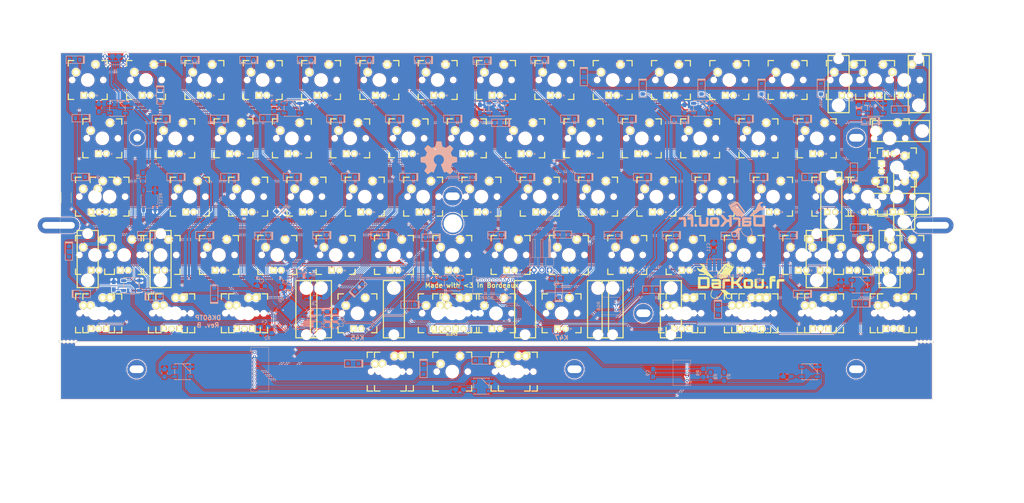
<source format=kicad_pcb>
(kicad_pcb (version 4) (host pcbnew 4.0.7+dfsg1-1)
  (title_block (title DK60TP) (date 2017-10-07) (rev B) (company DarKou))
  (layers (0 F.Cu signal) (31 B.Cu signal) (34 B.Paste user) (35 F.Paste user) (36 B.SilkS user) (37 F.SilkS user) (38 B.Mask user) (39 F.Mask user) (44 Edge.Cuts user))
  (net 0 "")
  (net 1 LED_CATH)
  (net 2 LED_AN)
  (net 3 XTAL1)
  (net 4 GND)
  (net 5 XTAL2)
  (net 6 VCC)
  (net 7 "Net-(C8-Pad1)")
  (net 8 "Net-(C9-Pad1)")
  (net 9 Col0)
  (net 10 "Net-(DK0-Pad1)")
  (net 11 "Net-(DK1-Pad1)")
  (net 12 "Net-(DK2-Pad1)")
  (net 13 "Net-(DK3-Pad1)")
  (net 14 "Net-(DK4-Pad1)")
  (net 15 Col6)
  (net 16 "Net-(DK6-Pad1)")
  (net 17 Col1)
  (net 18 "Net-(DK10-Pad1)")
  (net 19 "Net-(DK11-Pad1)")
  (net 20 "Net-(DK12-Pad1)")
  (net 21 "Net-(DK13-Pad1)")
  (net 22 "Net-(DK14-Pad1)")
  (net 23 Col2)
  (net 24 "Net-(DK20-Pad1)")
  (net 25 "Net-(DK21-Pad1)")
  (net 26 "Net-(DK22-Pad1)")
  (net 27 "Net-(DK23-Pad1)")
  (net 28 "Net-(DK24-Pad1)")
  (net 29 Col3)
  (net 30 "Net-(DK30-Pad1)")
  (net 31 "Net-(DK31-Pad1)")
  (net 32 "Net-(DK32-Pad1)")
  (net 33 "Net-(DK33-Pad1)")
  (net 34 /TRACKPOINT/Col3)
  (net 35 "Net-(DK34-Pad1)")
  (net 36 Col4)
  (net 37 "Net-(DK40-Pad1)")
  (net 38 "Net-(DK41-Pad1)")
  (net 39 "Net-(DK42-Pad1)")
  (net 40 "Net-(DK43-Pad1)")
  (net 41 /TRACKPOINT/Col4)
  (net 42 "Net-(DK44-Pad1)")
  (net 43 Col5)
  (net 44 "Net-(DK50-Pad1)")
  (net 45 "Net-(DK51-Pad1)")
  (net 46 "Net-(DK52-Pad1)")
  (net 47 "Net-(DK53-Pad1)")
  (net 48 "Net-(DK54-Pad1)")
  (net 49 "Net-(DK61-Pad1)")
  (net 50 "Net-(DK62-Pad1)")
  (net 51 "Net-(DK63-Pad1)")
  (net 52 "Net-(DK64-Pad1)")
  (net 53 Col7)
  (net 54 "Net-(DK70-Pad1)")
  (net 55 "Net-(DK71-Pad1)")
  (net 56 "Net-(DK72-Pad1)")
  (net 57 "Net-(DK73-Pad1)")
  (net 58 Col8)
  (net 59 "Net-(DK80-Pad1)")
  (net 60 "Net-(DK81-Pad1)")
  (net 61 "Net-(DK82-Pad1)")
  (net 62 "Net-(DK83-Pad1)")
  (net 63 Col9)
  (net 64 "Net-(DK90-Pad1)")
  (net 65 "Net-(DK91-Pad1)")
  (net 66 "Net-(DK92-Pad1)")
  (net 67 "Net-(DK93-Pad1)")
  (net 68 "Net-(DK94-Pad1)")
  (net 69 ColA)
  (net 70 "Net-(DKA0-Pad1)")
  (net 71 "Net-(DKA1-Pad1)")
  (net 72 "Net-(DKA2-Pad1)")
  (net 73 "Net-(DKA3-Pad1)")
  (net 74 "Net-(DKA4-Pad1)")
  (net 75 ColB)
  (net 76 "Net-(DKB0-Pad1)")
  (net 77 "Net-(DKB1-Pad1)")
  (net 78 "Net-(DKB2-Pad1)")
  (net 79 "Net-(DKB3-Pad1)")
  (net 80 "Net-(DKB4-Pad1)")
  (net 81 ColC)
  (net 82 "Net-(DKC1-Pad1)")
  (net 83 "Net-(DKC2-Pad1)")
  (net 84 "Net-(DKC3-Pad1)")
  (net 85 "Net-(DKC4-Pad1)")
  (net 86 ColD)
  (net 87 "Net-(DKD0-Pad1)")
  (net 88 "Net-(DKD1-Pad1)")
  (net 89 "Net-(DKD2-Pad1)")
  (net 90 "Net-(DKD3-Pad1)")
  (net 91 "Net-(DKD4-Pad1)")
  (net 92 "Net-(J1-Pad2)")
  (net 93 "Net-(J1-Pad3)")
  (net 94 DOUT)
  (net 95 Row0)
  (net 96 Row4)
  (net 97 Row1)
  (net 98 Row2)
  (net 99 Row3)
  (net 100 /TRACKPOINT/Row4)
  (net 101 "Net-(KC0-Pad1)")
  (net 102 "Net-(L1-Pad1)")
  (net 103 "Net-(J3-Pad2)")
  (net 104 D5)
  (net 105 D2)
  (net 106 /TRACKPOINT/D5)
  (net 107 /TRACKPOINT/D2)
  (net 108 /TRACKPOINT/RGB)
  (net 109 RESET)
  (net 110 "Net-(R2-Pad2)")
  (net 111 "Net-(R3-Pad1)")
  (net 112 CAPS_LED)
  (net 113 "Net-(J3-Pad1)")
  (net 114 RGB)
  (net 115 "Net-(RGB0-Pad2)")
  (net 116 "Net-(RGB1-Pad2)")
  (net 117 "Net-(RGB2-Pad2)")
  (net 118 "Net-(RGB3-Pad2)")
  (net 119 "Net-(RGB4-Pad2)")
  (net 120 "Net-(RGB5-Pad2)")
  (net 121 "Net-(RGB6-Pad2)")
  (net 122 "Net-(RGB8-Pad2)")
  (net 123 "Net-(RGB10-Pad4)")
  (net 124 BACKLIT)
  (net 125 "Net-(R4-Pad1)")
  (net 126 "Net-(DK74-Pad1)")
  (net 127 /TRACKPOINT/Col8)
  (net 128 "Net-(DK84-Pad1)")
  (module Connectors_Molex:Molex_PicoBlade_53048-0310_03x1.25mm_Angled (layer B.Cu) (at 245.61375 124.05625 90)
    (fp_text reference J2 hide)
    (fp_text value RGB (at 1.25 -5.75 90) (layer B.SilkS) (effects (justify mirror)))
    (pad 1 thru_hole rect (at 0 0 90) (size 0.85 0.85) (drill 0.5) (layers *.Cu *.Mask) (net 6 VCC))
    (pad 2 thru_hole circle (at 1.25 0 90) (size 0.85 0.85) (drill 0.5) (layers *.Cu *.Mask) (net 4 GND))
    (pad 3 thru_hole circle (at 2.5 0 90) (size 0.85 0.85) (drill 0.5) (layers *.Cu *.Mask) (net 94 DOUT))
  )
  (module Housings_DFN_QFN:QFN-44-1EP_7x7mm_Pitch0.5mm (layer B.Cu) (at 139.505 124.15625 225)
    (fp_text reference U0 (at 0 4.75 225) (layer B.SilkS) (effects (justify mirror)))
    (fp_text value ATMEGA32U4-MU)
    (pad 1 smd rect (at -3.4 2.5 225) (size 0.7 0.25) (layers B.Cu B.Paste B.Mask) (net 112 CAPS_LED))
    (pad 2 smd rect (at -3.4 2 225) (size 0.7 0.25) (layers B.Cu B.Paste B.Mask) (net 6 VCC))
    (pad 3 smd rect (at -3.4 1.5 225) (size 0.7 0.25) (layers B.Cu B.Paste B.Mask) (net 111 "Net-(R3-Pad1)"))
    (pad 4 smd rect (at -3.4 1 225) (size 0.7 0.25) (layers B.Cu B.Paste B.Mask) (net 125 "Net-(R4-Pad1)"))
    (pad 5 smd rect (at -3.4 0.5 225) (size 0.7 0.25) (layers B.Cu B.Paste B.Mask) (net 4 GND))
    (pad 6 smd rect (at -3.4 0 225) (size 0.7 0.25) (layers B.Cu B.Paste B.Mask) (net 7 "Net-(C8-Pad1)"))
    (pad 7 smd rect (at -3.4 -0.5 225) (size 0.7 0.25) (layers B.Cu B.Paste B.Mask) (net 6 VCC))
    (pad 8 smd rect (at -3.4 -1 225) (size 0.7 0.25) (layers B.Cu B.Paste B.Mask) (net 43 Col5))
    (pad 9 smd rect (at -3.4 -1.5 225) (size 0.7 0.25) (layers B.Cu B.Paste B.Mask) (net 99 Row3))
    (pad 10 smd rect (at -3.4 -2 225) (size 0.7 0.25) (layers B.Cu B.Paste B.Mask) (net 15 Col6))
    (pad 11 smd rect (at -3.4 -2.5 225) (size 0.7 0.25) (layers B.Cu B.Paste B.Mask) (net 53 Col7))
    (pad 12 smd rect (at -2.5 -3.4 135) (size 0.7 0.25) (layers B.Cu B.Paste B.Mask) (net 124 BACKLIT))
    (pad 13 smd rect (at -2 -3.4 135) (size 0.7 0.25) (layers B.Cu B.Paste B.Mask) (net 109 RESET))
    (pad 14 smd rect (at -1.5 -3.4 135) (size 0.7 0.25) (layers B.Cu B.Paste B.Mask) (net 6 VCC))
    (pad 15 smd rect (at -1 -3.4 135) (size 0.7 0.25) (layers B.Cu B.Paste B.Mask) (net 4 GND))
    (pad 16 smd rect (at -0.5 -3.4 135) (size 0.7 0.25) (layers B.Cu B.Paste B.Mask) (net 3 XTAL1))
    (pad 17 smd rect (at 0 -3.4 135) (size 0.7 0.25) (layers B.Cu B.Paste B.Mask) (net 5 XTAL2))
    (pad 18 smd rect (at 0.5 -3.4 135) (size 0.7 0.25) (layers B.Cu B.Paste B.Mask) (net 81 ColC))
    (pad 19 smd rect (at 1 -3.4 135) (size 0.7 0.25) (layers B.Cu B.Paste B.Mask) (net 75 ColB))
    (pad 20 smd rect (at 1.5 -3.4 135) (size 0.7 0.25) (layers B.Cu B.Paste B.Mask) (net 105 D2))
    (pad 21 smd rect (at 2 -3.4 135) (size 0.7 0.25) (layers B.Cu B.Paste B.Mask) (net 69 ColA))
    (pad 22 smd rect (at 2.5 -3.4 135) (size 0.7 0.25) (layers B.Cu B.Paste B.Mask) (net 104 D5))
    (pad 23 smd rect (at 3.4 -2.5 225) (size 0.7 0.25) (layers B.Cu B.Paste B.Mask) (net 4 GND))
    (pad 24 smd rect (at 3.4 -2 225) (size 0.7 0.25) (layers B.Cu B.Paste B.Mask) (net 6 VCC))
    (pad 25 smd rect (at 3.4 -1.5 225) (size 0.7 0.25) (layers B.Cu B.Paste B.Mask) (net 86 ColD))
    (pad 26 smd rect (at 3.4 -1 225) (size 0.7 0.25) (layers B.Cu B.Paste B.Mask) (net 96 Row4))
    (pad 27 smd rect (at 3.4 -0.5 225) (size 0.7 0.25) (layers B.Cu B.Paste B.Mask) (net 114 RGB))
    (pad 28 smd rect (at 3.4 0 225) (size 0.7 0.25) (layers B.Cu B.Paste B.Mask) (net 9 Col0))
    (pad 29 smd rect (at 3.4 0.5 225) (size 0.7 0.25) (layers B.Cu B.Paste B.Mask) (net 17 Col1))
    (pad 30 smd rect (at 3.4 1 225) (size 0.7 0.25) (layers B.Cu B.Paste B.Mask) (net 98 Row2))
    (pad 31 smd rect (at 3.4 1.5 225) (size 0.7 0.25) (layers B.Cu B.Paste B.Mask) (net 23 Col2))
    (pad 32 smd rect (at 3.4 2 225) (size 0.7 0.25) (layers B.Cu B.Paste B.Mask) (net 95 Row0))
    (pad 33 smd rect (at 3.4 2.5 225) (size 0.7 0.25) (layers B.Cu B.Paste B.Mask) (net 110 "Net-(R2-Pad2)"))
    (pad 34 smd rect (at 2.5 3.4 135) (size 0.7 0.25) (layers B.Cu B.Paste B.Mask) (net 6 VCC))
    (pad 35 smd rect (at 2 3.4 135) (size 0.7 0.25) (layers B.Cu B.Paste B.Mask) (net 4 GND))
    (pad 36 smd rect (at 1.5 3.4 135) (size 0.7 0.25) (layers B.Cu B.Paste B.Mask) (net 29 Col3))
    (pad 37 smd rect (at 1 3.4 135) (size 0.7 0.25) (layers B.Cu B.Paste B.Mask) (net 36 Col4))
    (pad 38 smd rect (at 0.5 3.4 135) (size 0.7 0.25) (layers B.Cu B.Paste B.Mask) (net 97 Row1))
    (pad 39 smd rect (at 0 3.4 135) (size 0.7 0.25) (layers B.Cu B.Paste B.Mask) (net 58 Col8))
    (pad 40 smd rect (at -0.5 3.4 135) (size 0.7 0.25) (layers B.Cu B.Paste B.Mask) (net 63 Col9))
    (pad 41 smd rect (at -1 3.4 135) (size 0.7 0.25) (layers B.Cu B.Paste B.Mask))
    (pad 42 smd rect (at -1.5 3.4 135) (size 0.7 0.25) (layers B.Cu B.Paste B.Mask))
    (pad 43 smd rect (at -2 3.4 135) (size 0.7 0.25) (layers B.Cu B.Paste B.Mask) (net 4 GND))
    (pad 44 smd rect (at -2.5 3.4 135) (size 0.7 0.25) (layers B.Cu B.Paste B.Mask) (net 6 VCC))
    (pad 45 smd rect (at 1.93125 -1.93125 225) (size 1.2875 1.2875) (layers B.Cu B.Paste B.Mask) (net 4 GND))
    (pad 45 smd rect (at 1.93125 -0.64375 225) (size 1.2875 1.2875) (layers B.Cu B.Paste B.Mask) (net 4 GND))
    (pad 45 smd rect (at 1.93125 0.64375 225) (size 1.2875 1.2875) (layers B.Cu B.Paste B.Mask) (net 4 GND))
    (pad 45 smd rect (at 1.93125 1.93125 225) (size 1.2875 1.2875) (layers B.Cu B.Paste B.Mask) (net 4 GND))
    (pad 45 smd rect (at 0.64375 -1.93125 225) (size 1.2875 1.2875) (layers B.Cu B.Paste B.Mask) (net 4 GND))
    (pad 45 smd rect (at 0.64375 -0.64375 225) (size 1.2875 1.2875) (layers B.Cu B.Paste B.Mask) (net 4 GND))
    (pad 45 smd rect (at 0.64375 0.64375 225) (size 1.2875 1.2875) (layers B.Cu B.Paste B.Mask) (net 4 GND))
    (pad 45 smd rect (at 0.64375 1.93125 225) (size 1.2875 1.2875) (layers B.Cu B.Paste B.Mask) (net 4 GND))
    (pad 45 smd rect (at -0.64375 -1.93125 225) (size 1.2875 1.2875) (layers B.Cu B.Paste B.Mask) (net 4 GND))
    (pad 45 smd rect (at -0.64375 -0.64375 225) (size 1.2875 1.2875) (layers B.Cu B.Paste B.Mask) (net 4 GND))
    (pad 45 smd rect (at -0.64375 0.64375 225) (size 1.2875 1.2875) (layers B.Cu B.Paste B.Mask) (net 4 GND))
    (pad 45 smd rect (at -0.64375 1.93125 225) (size 1.2875 1.2875) (layers B.Cu B.Paste B.Mask) (net 4 GND))
    (pad 45 smd rect (at -1.93125 -1.93125 225) (size 1.2875 1.2875) (layers B.Cu B.Paste B.Mask) (net 4 GND))
    (pad 45 smd rect (at -1.93125 -0.64375 225) (size 1.2875 1.2875) (layers B.Cu B.Paste B.Mask) (net 4 GND))
    (pad 45 smd rect (at -1.93125 0.64375 225) (size 1.2875 1.2875) (layers B.Cu B.Paste B.Mask) (net 4 GND))
    (pad 45 smd rect (at -1.93125 1.93125 225) (size 1.2875 1.2875) (layers B.Cu B.Paste B.Mask) (net 4 GND))
  )
  (module Footprint:MXST (layer F.Cu) (at 144.3675 125.18125 180)
    (fp_text reference 6.25U_0 hide)
    (fp_text value 6.25U hide)
    (pad "" np_thru_hole circle (at 0 -6.985 180) (size 3.048 3.048) (drill 3.048) (layers *.Cu *.Mask))
    (pad "" np_thru_hole circle (at 0 8.255 180) (size 3.9802 3.9802) (drill 3.9802) (layers *.Cu *.Mask))
  )
  (module Footprint:Mx_125 (layer F.Cu) (at 75.3375 125.18125)
    (fp_text reference K40 hide)
    (fp_text value K40 hide)
    (pad HOLE np_thru_hole circle (at 0 0) (size 3.9878 3.9878) (drill 3.9878) (layers *.Cu))
    (pad HOLE np_thru_hole circle (at -5.08 0) (size 1.7018 1.7018) (drill 1.7018) (layers *.Cu))
    (pad HOLE np_thru_hole circle (at 5.08 0) (size 1.7018 1.7018) (drill 1.7018) (layers *.Cu))
    (pad 1 thru_hole circle (at -3.81 -2.54 330.95) (size 2.5 2.5) (drill 1.5) (layers *.Cu *.Mask F.SilkS) (net 14 "Net-(DK4-Pad1)"))
    (pad 2 thru_hole circle (at 2.54 -5.08 356.1) (size 2.5 2.5) (drill 1.5) (layers *.Cu *.Mask F.SilkS) (net 96 Row4))
  )
  (module Footprint:LED_TH_BIVAR (layer F.Cu) (at 72.95625 53.98125)
    (fp_text reference BL0 hide)
    (fp_text value LED hide)
    (fp_text user + (at 3.048 0) (layer B.SilkS) (effects (justify mirror)))
    (pad 1 thru_hole rect (at -1.27 0) (size 1.9 1.9) (drill 1.1176) (layers *.Cu *.Mask F.SilkS) (net 1 LED_CATH))
    (pad 2 thru_hole circle (at 1.27 0) (size 1.9 1.9) (drill 1.1176) (layers *.Cu *.Mask F.SilkS) (net 2 LED_AN))
  )
  (module Footprint:LED_TH_BIVAR (layer F.Cu) (at 77.71875 73.03125)
    (fp_text reference BL10 hide)
    (fp_text value LED hide)
    (fp_text user + (at 3.048 0) (layer B.SilkS) (effects (justify mirror)))
    (pad 1 thru_hole rect (at -1.27 0) (size 1.9 1.9) (drill 1.1176) (layers *.Cu *.Mask F.SilkS) (net 1 LED_CATH))
    (pad 2 thru_hole circle (at 1.27 0) (size 1.9 1.9) (drill 1.1176) (layers *.Cu *.Mask F.SilkS) (net 2 LED_AN))
  )
  (module Footprint:LED_TH_BIVAR (layer F.Cu) (at 75.3375 92.08125)
    (fp_text reference BL20 hide)
    (fp_text value LED hide)
    (fp_text user + (at 3.048 0) (layer B.SilkS) (effects (justify mirror)))
    (pad 1 thru_hole rect (at -1.27 0) (size 1.9 1.9) (drill 1.1176) (layers *.Cu *.Mask F.SilkS) (net 1 LED_CATH))
    (pad 2 thru_hole circle (at 1.27 0) (size 1.9 1.9) (drill 1.1176) (layers *.Cu *.Mask F.SilkS) (net 2 LED_AN))
  )
  (module Footprint:LED_TH_BIVAR (layer F.Cu) (at 80.1 92.08125 180)
    (fp_text reference BL21 hide)
    (fp_text value LED hide)
    (fp_text user + (at 3.048 0 180) (layer B.SilkS) (effects (justify mirror)))
    (pad 1 thru_hole rect (at -1.27 0 180) (size 1.9 1.9) (drill 1.1176) (layers *.Cu *.Mask F.SilkS) (net 1 LED_CATH))
    (pad 2 thru_hole circle (at 1.27 0 180) (size 1.9 1.9) (drill 1.1176) (layers *.Cu *.Mask F.SilkS) (net 2 LED_AN))
  )
  (module Footprint:LED_TH_BIVAR (layer F.Cu) (at 75.3375 111.13125)
    (fp_text reference BL30 hide)
    (fp_text value LED hide)
    (fp_text user + (at 3.048 0) (layer B.SilkS) (effects (justify mirror)))
    (pad 1 thru_hole rect (at -1.27 0) (size 1.9 1.9) (drill 1.1176) (layers *.Cu *.Mask F.SilkS) (net 1 LED_CATH))
    (pad 2 thru_hole circle (at 1.27 0) (size 1.9 1.9) (drill 1.1176) (layers *.Cu *.Mask F.SilkS) (net 2 LED_AN))
  )
  (module Footprint:LED_TH_BIVAR (layer F.Cu) (at 96.76875 111.13125)
    (fp_text reference BL31 hide)
    (fp_text value LED hide)
    (fp_text user + (at 3.048 0) (layer B.SilkS) (effects (justify mirror)))
    (pad 1 thru_hole rect (at -1.27 0) (size 1.9 1.9) (drill 1.1176) (layers *.Cu *.Mask F.SilkS) (net 1 LED_CATH))
    (pad 2 thru_hole circle (at 1.27 0) (size 1.9 1.9) (drill 1.1176) (layers *.Cu *.Mask F.SilkS) (net 2 LED_AN))
  )
  (module Footprint:LED_TH_BIVAR (layer F.Cu) (at 75.3375 130.18125)
    (fp_text reference BL40 hide)
    (fp_text value LED hide)
    (fp_text user + (at 3.048 0) (layer B.SilkS) (effects (justify mirror)))
    (pad 1 thru_hole rect (at -1.27 0) (size 1.9 1.9) (drill 1.1176) (layers *.Cu *.Mask F.SilkS) (net 1 LED_CATH))
    (pad 2 thru_hole circle (at 1.27 0) (size 1.9 1.9) (drill 1.1176) (layers *.Cu *.Mask F.SilkS) (net 2 LED_AN))
  )
  (module Footprint:LED_TH_BIVAR (layer F.Cu) (at 77.71875 130.18125 180)
    (fp_text reference BL41 hide)
    (fp_text value LED hide)
    (fp_text user + (at 3.048 0 180) (layer B.SilkS) (effects (justify mirror)))
    (pad 1 thru_hole rect (at -1.27 0 180) (size 1.9 1.9) (drill 1.1176) (layers *.Cu *.Mask F.SilkS) (net 1 LED_CATH))
    (pad 2 thru_hole circle (at 1.27 0 180) (size 1.9 1.9) (drill 1.1176) (layers *.Cu *.Mask F.SilkS) (net 2 LED_AN))
  )
  (module Footprint:LED_TH_BIVAR (layer F.Cu) (at 92.00625 53.98125)
    (fp_text reference BL100 hide)
    (fp_text value LED hide)
    (fp_text user + (at 3.048 0) (layer B.SilkS) (effects (justify mirror)))
    (pad 1 thru_hole rect (at -1.27 0) (size 1.9 1.9) (drill 1.1176) (layers *.Cu *.Mask F.SilkS) (net 1 LED_CATH))
    (pad 2 thru_hole circle (at 1.27 0) (size 1.9 1.9) (drill 1.1176) (layers *.Cu *.Mask F.SilkS) (net 2 LED_AN))
  )
  (module Footprint:LED_TH_BIVAR (layer F.Cu) (at 101.53125 73.03125)
    (fp_text reference BL110 hide)
    (fp_text value LED hide)
    (fp_text user + (at 3.048 0) (layer B.SilkS) (effects (justify mirror)))
    (pad 1 thru_hole rect (at -1.27 0) (size 1.9 1.9) (drill 1.1176) (layers *.Cu *.Mask F.SilkS) (net 1 LED_CATH))
    (pad 2 thru_hole circle (at 1.27 0) (size 1.9 1.9) (drill 1.1176) (layers *.Cu *.Mask F.SilkS) (net 2 LED_AN))
  )
  (module Footprint:LED_TH_BIVAR (layer F.Cu) (at 106.29375 92.08125)
    (fp_text reference BL120 hide)
    (fp_text value LED hide)
    (fp_text user + (at 3.048 0) (layer B.SilkS) (effects (justify mirror)))
    (pad 1 thru_hole rect (at -1.27 0) (size 1.9 1.9) (drill 1.1176) (layers *.Cu *.Mask F.SilkS) (net 1 LED_CATH))
    (pad 2 thru_hole circle (at 1.27 0) (size 1.9 1.9) (drill 1.1176) (layers *.Cu *.Mask F.SilkS) (net 2 LED_AN))
  )
  (module Footprint:LED_TH_BIVAR (layer F.Cu) (at 84.8625 111.13125)
    (fp_text reference BL130 hide)
    (fp_text value LED hide)
    (fp_text user + (at 3.048 0) (layer B.SilkS) (effects (justify mirror)))
    (pad 1 thru_hole rect (at -1.27 0) (size 1.9 1.9) (drill 1.1176) (layers *.Cu *.Mask F.SilkS) (net 1 LED_CATH))
    (pad 2 thru_hole circle (at 1.27 0) (size 1.9 1.9) (drill 1.1176) (layers *.Cu *.Mask F.SilkS) (net 2 LED_AN))
  )
  (module Footprint:LED_TH_BIVAR (layer F.Cu) (at 99.15 130.18125)
    (fp_text reference BL140 hide)
    (fp_text value LED hide)
    (fp_text user + (at 3.048 0) (layer B.SilkS) (effects (justify mirror)))
    (pad 1 thru_hole rect (at -1.27 0) (size 1.9 1.9) (drill 1.1176) (layers *.Cu *.Mask F.SilkS) (net 1 LED_CATH))
    (pad 2 thru_hole circle (at 1.27 0) (size 1.9 1.9) (drill 1.1176) (layers *.Cu *.Mask F.SilkS) (net 2 LED_AN))
  )
  (module Footprint:LED_TH_BIVAR (layer F.Cu) (at 101.53125 130.18125 180)
    (fp_text reference BL141 hide)
    (fp_text value LED hide)
    (fp_text user + (at 3.048 0 180) (layer B.SilkS) (effects (justify mirror)))
    (pad 1 thru_hole rect (at -1.27 0 180) (size 1.9 1.9) (drill 1.1176) (layers *.Cu *.Mask F.SilkS) (net 1 LED_CATH))
    (pad 2 thru_hole circle (at 1.27 0 180) (size 1.9 1.9) (drill 1.1176) (layers *.Cu *.Mask F.SilkS) (net 2 LED_AN))
  )
  (module Footprint:LED_TH_BIVAR (layer F.Cu) (at 111.05625 53.98125)
    (fp_text reference BL200 hide)
    (fp_text value LED hide)
    (fp_text user + (at 3.048 0) (layer B.SilkS) (effects (justify mirror)))
    (pad 1 thru_hole rect (at -1.27 0) (size 1.9 1.9) (drill 1.1176) (layers *.Cu *.Mask F.SilkS) (net 1 LED_CATH))
    (pad 2 thru_hole circle (at 1.27 0) (size 1.9 1.9) (drill 1.1176) (layers *.Cu *.Mask F.SilkS) (net 2 LED_AN))
  )
  (module Footprint:LED_TH_BIVAR (layer F.Cu) (at 120.58125 73.03125)
    (fp_text reference BL210 hide)
    (fp_text value LED hide)
    (fp_text user + (at 3.048 0) (layer B.SilkS) (effects (justify mirror)))
    (pad 1 thru_hole rect (at -1.27 0) (size 1.9 1.9) (drill 1.1176) (layers *.Cu *.Mask F.SilkS) (net 1 LED_CATH))
    (pad 2 thru_hole circle (at 1.27 0) (size 1.9 1.9) (drill 1.1176) (layers *.Cu *.Mask F.SilkS) (net 2 LED_AN))
  )
  (module Footprint:LED_TH_BIVAR (layer F.Cu) (at 125.34375 92.08125)
    (fp_text reference BL220 hide)
    (fp_text value LED hide)
    (fp_text user + (at 3.048 0) (layer B.SilkS) (effects (justify mirror)))
    (pad 1 thru_hole rect (at -1.27 0) (size 1.9 1.9) (drill 1.1176) (layers *.Cu *.Mask F.SilkS) (net 1 LED_CATH))
    (pad 2 thru_hole circle (at 1.27 0) (size 1.9 1.9) (drill 1.1176) (layers *.Cu *.Mask F.SilkS) (net 2 LED_AN))
  )
  (module Footprint:LED_TH_BIVAR (layer F.Cu) (at 115.81875 111.13125)
    (fp_text reference BL230 hide)
    (fp_text value LED hide)
    (fp_text user + (at 3.048 0) (layer B.SilkS) (effects (justify mirror)))
    (pad 1 thru_hole rect (at -1.27 0) (size 1.9 1.9) (drill 1.1176) (layers *.Cu *.Mask F.SilkS) (net 1 LED_CATH))
    (pad 2 thru_hole circle (at 1.27 0) (size 1.9 1.9) (drill 1.1176) (layers *.Cu *.Mask F.SilkS) (net 2 LED_AN))
  )
  (module Footprint:LED_TH_BIVAR (layer F.Cu) (at 122.9625 130.18125)
    (fp_text reference BL240 hide)
    (fp_text value LED hide)
    (fp_text user + (at 3.048 0) (layer B.SilkS) (effects (justify mirror)))
    (pad 1 thru_hole rect (at -1.27 0) (size 1.9 1.9) (drill 1.1176) (layers *.Cu *.Mask F.SilkS) (net 1 LED_CATH))
    (pad 2 thru_hole circle (at 1.27 0) (size 1.9 1.9) (drill 1.1176) (layers *.Cu *.Mask F.SilkS) (net 2 LED_AN))
  )
  (module Footprint:LED_TH_BIVAR (layer F.Cu) (at 125.34375 130.18125 180)
    (fp_text reference BL241 hide)
    (fp_text value LED hide)
    (fp_text user + (at 3.048 0 180) (layer B.SilkS) (effects (justify mirror)))
    (pad 1 thru_hole rect (at -1.27 0 180) (size 1.9 1.9) (drill 1.1176) (layers *.Cu *.Mask F.SilkS) (net 1 LED_CATH))
    (pad 2 thru_hole circle (at 1.27 0 180) (size 1.9 1.9) (drill 1.1176) (layers *.Cu *.Mask F.SilkS) (net 2 LED_AN))
  )
  (module Footprint:LED_TH_BIVAR (layer F.Cu) (at 130.10625 53.98125)
    (fp_text reference BL300 hide)
    (fp_text value LED hide)
    (fp_text user + (at 3.048 0) (layer B.SilkS) (effects (justify mirror)))
    (pad 1 thru_hole rect (at -1.27 0) (size 1.9 1.9) (drill 1.1176) (layers *.Cu *.Mask F.SilkS) (net 1 LED_CATH))
    (pad 2 thru_hole circle (at 1.27 0) (size 1.9 1.9) (drill 1.1176) (layers *.Cu *.Mask F.SilkS) (net 2 LED_AN))
  )
  (module Footprint:LED_TH_BIVAR (layer F.Cu) (at 139.63125 73.03125)
    (fp_text reference BL310 hide)
    (fp_text value LED hide)
    (fp_text user + (at 3.048 0) (layer B.SilkS) (effects (justify mirror)))
    (pad 1 thru_hole rect (at -1.27 0) (size 1.9 1.9) (drill 1.1176) (layers *.Cu *.Mask F.SilkS) (net 1 LED_CATH))
    (pad 2 thru_hole circle (at 1.27 0) (size 1.9 1.9) (drill 1.1176) (layers *.Cu *.Mask F.SilkS) (net 2 LED_AN))
  )
  (module Footprint:LED_TH_BIVAR (layer F.Cu) (at 144.39375 92.08125)
    (fp_text reference BL320 hide)
    (fp_text value LED hide)
    (fp_text user + (at 3.048 0) (layer B.SilkS) (effects (justify mirror)))
    (pad 1 thru_hole rect (at -1.27 0) (size 1.9 1.9) (drill 1.1176) (layers *.Cu *.Mask F.SilkS) (net 1 LED_CATH))
    (pad 2 thru_hole circle (at 1.27 0) (size 1.9 1.9) (drill 1.1176) (layers *.Cu *.Mask F.SilkS) (net 2 LED_AN))
  )
  (module Footprint:LED_TH_BIVAR (layer F.Cu) (at 134.86875 111.13125)
    (fp_text reference BL330 hide)
    (fp_text value LED hide)
    (fp_text user + (at 3.048 0) (layer B.SilkS) (effects (justify mirror)))
    (pad 1 thru_hole rect (at -1.27 0) (size 1.9 1.9) (drill 1.1176) (layers *.Cu *.Mask F.SilkS) (net 1 LED_CATH))
    (pad 2 thru_hole circle (at 1.27 0) (size 1.9 1.9) (drill 1.1176) (layers *.Cu *.Mask F.SilkS) (net 2 LED_AN))
  )
  (module Footprint:LED_TH_BIVAR (layer F.Cu) (at 149.15625 53.98125)
    (fp_text reference BL400 hide)
    (fp_text value LED hide)
    (fp_text user + (at 3.048 0) (layer B.SilkS) (effects (justify mirror)))
    (pad 1 thru_hole rect (at -1.27 0) (size 1.9 1.9) (drill 1.1176) (layers *.Cu *.Mask F.SilkS) (net 1 LED_CATH))
    (pad 2 thru_hole circle (at 1.27 0) (size 1.9 1.9) (drill 1.1176) (layers *.Cu *.Mask F.SilkS) (net 2 LED_AN))
  )
  (module Footprint:LED_TH_BIVAR (layer F.Cu) (at 158.68125 73.03125)
    (fp_text reference BL410 hide)
    (fp_text value LED hide)
    (fp_text user + (at 3.048 0) (layer B.SilkS) (effects (justify mirror)))
    (pad 1 thru_hole rect (at -1.27 0) (size 1.9 1.9) (drill 1.1176) (layers *.Cu *.Mask F.SilkS) (net 1 LED_CATH))
    (pad 2 thru_hole circle (at 1.27 0) (size 1.9 1.9) (drill 1.1176) (layers *.Cu *.Mask F.SilkS) (net 2 LED_AN))
  )
  (module Footprint:LED_TH_BIVAR (layer F.Cu) (at 163.44375 92.08125)
    (fp_text reference BL420 hide)
    (fp_text value LED hide)
    (fp_text user + (at 3.048 0) (layer B.SilkS) (effects (justify mirror)))
    (pad 1 thru_hole rect (at -1.27 0) (size 1.9 1.9) (drill 1.1176) (layers *.Cu *.Mask F.SilkS) (net 1 LED_CATH))
    (pad 2 thru_hole circle (at 1.27 0) (size 1.9 1.9) (drill 1.1176) (layers *.Cu *.Mask F.SilkS) (net 2 LED_AN))
  )
  (module Footprint:LED_TH_BIVAR (layer F.Cu) (at 153.91875 111.13125)
    (fp_text reference BL430 hide)
    (fp_text value LED hide)
    (fp_text user + (at 3.048 0) (layer B.SilkS) (effects (justify mirror)))
    (pad 1 thru_hole rect (at -1.27 0) (size 1.9 1.9) (drill 1.1176) (layers *.Cu *.Mask F.SilkS) (net 1 LED_CATH))
    (pad 2 thru_hole circle (at 1.27 0) (size 1.9 1.9) (drill 1.1176) (layers *.Cu *.Mask F.SilkS) (net 2 LED_AN))
  )
  (module Footprint:LED_TH_BIVAR (layer F.Cu) (at 168.20625 53.98125)
    (fp_text reference BL500 hide)
    (fp_text value LED hide)
    (fp_text user + (at 3.048 0) (layer B.SilkS) (effects (justify mirror)))
    (pad 1 thru_hole rect (at -1.27 0) (size 1.9 1.9) (drill 1.1176) (layers *.Cu *.Mask F.SilkS) (net 1 LED_CATH))
    (pad 2 thru_hole circle (at 1.27 0) (size 1.9 1.9) (drill 1.1176) (layers *.Cu *.Mask F.SilkS) (net 2 LED_AN))
  )
  (module Footprint:LED_TH_BIVAR (layer F.Cu) (at 177.73125 73.03125)
    (fp_text reference BL510 hide)
    (fp_text value LED hide)
    (fp_text user + (at 3.048 0) (layer B.SilkS) (effects (justify mirror)))
    (pad 1 thru_hole rect (at -1.27 0) (size 1.9 1.9) (drill 1.1176) (layers *.Cu *.Mask F.SilkS) (net 1 LED_CATH))
    (pad 2 thru_hole circle (at 1.27 0) (size 1.9 1.9) (drill 1.1176) (layers *.Cu *.Mask F.SilkS) (net 2 LED_AN))
  )
  (module Footprint:LED_TH_BIVAR (layer F.Cu) (at 182.49375 92.08125)
    (fp_text reference BL520 hide)
    (fp_text value LED hide)
    (fp_text user + (at 3.048 0) (layer B.SilkS) (effects (justify mirror)))
    (pad 1 thru_hole rect (at -1.27 0) (size 1.9 1.9) (drill 1.1176) (layers *.Cu *.Mask F.SilkS) (net 1 LED_CATH))
    (pad 2 thru_hole circle (at 1.27 0) (size 1.9 1.9) (drill 1.1176) (layers *.Cu *.Mask F.SilkS) (net 2 LED_AN))
  )
  (module Footprint:LED_TH_BIVAR (layer F.Cu) (at 172.96875 111.13125)
    (fp_text reference BL530 hide)
    (fp_text value LED hide)
    (fp_text user + (at 3.048 0) (layer B.SilkS) (effects (justify mirror)))
    (pad 1 thru_hole rect (at -1.27 0) (size 1.9 1.9) (drill 1.1176) (layers *.Cu *.Mask F.SilkS) (net 1 LED_CATH))
    (pad 2 thru_hole circle (at 1.27 0) (size 1.9 1.9) (drill 1.1176) (layers *.Cu *.Mask F.SilkS) (net 2 LED_AN))
  )
  (module Footprint:LED_TH_BIVAR (layer F.Cu) (at 187.25625 53.98125)
    (fp_text reference BL600 hide)
    (fp_text value LED hide)
    (fp_text user + (at 3.048 0) (layer B.SilkS) (effects (justify mirror)))
    (pad 1 thru_hole rect (at -1.27 0) (size 1.9 1.9) (drill 1.1176) (layers *.Cu *.Mask F.SilkS) (net 1 LED_CATH))
    (pad 2 thru_hole circle (at 1.27 0) (size 1.9 1.9) (drill 1.1176) (layers *.Cu *.Mask F.SilkS) (net 2 LED_AN))
  )
  (module Footprint:LED_TH_BIVAR (layer F.Cu) (at 196.78125 73.03125)
    (fp_text reference BL610 hide)
    (fp_text value LED hide)
    (fp_text user + (at 3.048 0) (layer B.SilkS) (effects (justify mirror)))
    (pad 1 thru_hole rect (at -1.27 0) (size 1.9 1.9) (drill 1.1176) (layers *.Cu *.Mask F.SilkS) (net 1 LED_CATH))
    (pad 2 thru_hole circle (at 1.27 0) (size 1.9 1.9) (drill 1.1176) (layers *.Cu *.Mask F.SilkS) (net 2 LED_AN))
  )
  (module Footprint:LED_TH_BIVAR (layer F.Cu) (at 201.54375 92.08125)
    (fp_text reference BL620 hide)
    (fp_text value LED hide)
    (fp_text user + (at 3.048 0) (layer B.SilkS) (effects (justify mirror)))
    (pad 1 thru_hole rect (at -1.27 0) (size 1.9 1.9) (drill 1.1176) (layers *.Cu *.Mask F.SilkS) (net 1 LED_CATH))
    (pad 2 thru_hole circle (at 1.27 0) (size 1.9 1.9) (drill 1.1176) (layers *.Cu *.Mask F.SilkS) (net 2 LED_AN))
  )
  (module Footprint:LED_TH_BIVAR (layer F.Cu) (at 192.01875 111.13125)
    (fp_text reference BL630 hide)
    (fp_text value LED hide)
    (fp_text user + (at 3.048 0) (layer B.SilkS) (effects (justify mirror)))
    (pad 1 thru_hole rect (at -1.27 0) (size 1.9 1.9) (drill 1.1176) (layers *.Cu *.Mask F.SilkS) (net 1 LED_CATH))
    (pad 2 thru_hole circle (at 1.27 0) (size 1.9 1.9) (drill 1.1176) (layers *.Cu *.Mask F.SilkS) (net 2 LED_AN))
  )
  (module Footprint:LED_TH_BIVAR (layer F.Cu) (at 206.30625 130.18125)
    (fp_text reference BL640 hide)
    (fp_text value LED hide)
    (fp_text user + (at 3.048 0) (layer B.SilkS) (effects (justify mirror)))
    (pad 1 thru_hole rect (at -1.27 0) (size 1.9 1.9) (drill 1.1176) (layers *.Cu *.Mask F.SilkS) (net 1 LED_CATH))
    (pad 2 thru_hole circle (at 1.27 0) (size 1.9 1.9) (drill 1.1176) (layers *.Cu *.Mask F.SilkS) (net 2 LED_AN))
  )
  (module Footprint:LED_TH_BIVAR (layer F.Cu) (at 194.4 130.18125)
    (fp_text reference BL641 hide)
    (fp_text value LED hide)
    (fp_text user + (at 3.048 0) (layer B.SilkS) (effects (justify mirror)))
    (pad 1 thru_hole rect (at -1.27 0) (size 1.9 1.9) (drill 1.1176) (layers *.Cu *.Mask F.SilkS) (net 1 LED_CATH))
    (pad 2 thru_hole circle (at 1.27 0) (size 1.9 1.9) (drill 1.1176) (layers *.Cu *.Mask F.SilkS) (net 2 LED_AN))
  )
  (module Footprint:LED_TH_BIVAR (layer F.Cu) (at 187.25625 130.18125)
    (fp_text reference BL642 hide)
    (fp_text value LED hide)
    (fp_text user + (at 3.048 0) (layer B.SilkS) (effects (justify mirror)))
    (pad 1 thru_hole rect (at -1.27 0) (size 1.9 1.9) (drill 1.1176) (layers *.Cu *.Mask F.SilkS) (net 1 LED_CATH))
    (pad 2 thru_hole circle (at 1.27 0) (size 1.9 1.9) (drill 1.1176) (layers *.Cu *.Mask F.SilkS) (net 2 LED_AN))
  )
  (module Footprint:LED_TH_BIVAR (layer F.Cu) (at 206.30625 53.98125)
    (fp_text reference BL700 hide)
    (fp_text value LED hide)
    (fp_text user + (at 3.048 0) (layer B.SilkS) (effects (justify mirror)))
    (pad 1 thru_hole rect (at -1.27 0) (size 1.9 1.9) (drill 1.1176) (layers *.Cu *.Mask F.SilkS) (net 1 LED_CATH))
    (pad 2 thru_hole circle (at 1.27 0) (size 1.9 1.9) (drill 1.1176) (layers *.Cu *.Mask F.SilkS) (net 2 LED_AN))
  )
  (module Footprint:LED_TH_BIVAR (layer F.Cu) (at 215.83125 73.03125)
    (fp_text reference BL710 hide)
    (fp_text value LED hide)
    (fp_text user + (at 3.048 0) (layer B.SilkS) (effects (justify mirror)))
    (pad 1 thru_hole rect (at -1.27 0) (size 1.9 1.9) (drill 1.1176) (layers *.Cu *.Mask F.SilkS) (net 1 LED_CATH))
    (pad 2 thru_hole circle (at 1.27 0) (size 1.9 1.9) (drill 1.1176) (layers *.Cu *.Mask F.SilkS) (net 2 LED_AN))
  )
  (module Footprint:LED_TH_BIVAR (layer F.Cu) (at 220.59375 92.08125)
    (fp_text reference BL720 hide)
    (fp_text value LED hide)
    (fp_text user + (at 3.048 0) (layer B.SilkS) (effects (justify mirror)))
    (pad 1 thru_hole rect (at -1.27 0) (size 1.9 1.9) (drill 1.1176) (layers *.Cu *.Mask F.SilkS) (net 1 LED_CATH))
    (pad 2 thru_hole circle (at 1.27 0) (size 1.9 1.9) (drill 1.1176) (layers *.Cu *.Mask F.SilkS) (net 2 LED_AN))
  )
  (module Footprint:LED_TH_BIVAR (layer F.Cu) (at 211.06875 111.13125)
    (fp_text reference BL750 hide)
    (fp_text value LED hide)
    (fp_text user + (at 3.048 0) (layer B.SilkS) (effects (justify mirror)))
    (pad 1 thru_hole rect (at -1.27 0) (size 1.9 1.9) (drill 1.1176) (layers *.Cu *.Mask F.SilkS) (net 1 LED_CATH))
    (pad 2 thru_hole circle (at 1.27 0) (size 1.9 1.9) (drill 1.1176) (layers *.Cu *.Mask F.SilkS) (net 2 LED_AN))
  )
  (module Footprint:LED_TH_BIVAR (layer F.Cu) (at 225.35625 53.98125)
    (fp_text reference BL800 hide)
    (fp_text value LED hide)
    (fp_text user + (at 3.048 0) (layer B.SilkS) (effects (justify mirror)))
    (pad 1 thru_hole rect (at -1.27 0) (size 1.9 1.9) (drill 1.1176) (layers *.Cu *.Mask F.SilkS) (net 1 LED_CATH))
    (pad 2 thru_hole circle (at 1.27 0) (size 1.9 1.9) (drill 1.1176) (layers *.Cu *.Mask F.SilkS) (net 2 LED_AN))
  )
  (module Footprint:LED_TH_BIVAR (layer F.Cu) (at 234.88125 73.03125)
    (fp_text reference BL810 hide)
    (fp_text value LED hide)
    (fp_text user + (at 3.048 0) (layer B.SilkS) (effects (justify mirror)))
    (pad 1 thru_hole rect (at -1.27 0) (size 1.9 1.9) (drill 1.1176) (layers *.Cu *.Mask F.SilkS) (net 1 LED_CATH))
    (pad 2 thru_hole circle (at 1.27 0) (size 1.9 1.9) (drill 1.1176) (layers *.Cu *.Mask F.SilkS) (net 2 LED_AN))
  )
  (module Footprint:LED_TH_BIVAR (layer F.Cu) (at 239.64375 92.08125)
    (fp_text reference BL820 hide)
    (fp_text value LED hide)
    (fp_text user + (at 3.048 0) (layer B.SilkS) (effects (justify mirror)))
    (pad 1 thru_hole rect (at -1.27 0) (size 1.9 1.9) (drill 1.1176) (layers *.Cu *.Mask F.SilkS) (net 1 LED_CATH))
    (pad 2 thru_hole circle (at 1.27 0) (size 1.9 1.9) (drill 1.1176) (layers *.Cu *.Mask F.SilkS) (net 2 LED_AN))
  )
  (module Footprint:LED_TH_BIVAR (layer F.Cu) (at 230.11875 111.13125)
    (fp_text reference BL830 hide)
    (fp_text value LED hide)
    (fp_text user + (at 3.048 0) (layer B.SilkS) (effects (justify mirror)))
    (pad 1 thru_hole rect (at -1.27 0) (size 1.9 1.9) (drill 1.1176) (layers *.Cu *.Mask F.SilkS) (net 1 LED_CATH))
    (pad 2 thru_hole circle (at 1.27 0) (size 1.9 1.9) (drill 1.1176) (layers *.Cu *.Mask F.SilkS) (net 2 LED_AN))
  )
  (module Footprint:LED_TH_BIVAR (layer F.Cu) (at 244.40625 53.98125)
    (fp_text reference BL900 hide)
    (fp_text value LED hide)
    (fp_text user + (at 3.048 0) (layer B.SilkS) (effects (justify mirror)))
    (pad 1 thru_hole rect (at -1.27 0) (size 1.9 1.9) (drill 1.1176) (layers *.Cu *.Mask F.SilkS) (net 1 LED_CATH))
    (pad 2 thru_hole circle (at 1.27 0) (size 1.9 1.9) (drill 1.1176) (layers *.Cu *.Mask F.SilkS) (net 2 LED_AN))
  )
  (module Footprint:LED_TH_BIVAR (layer F.Cu) (at 253.93125 73.03125)
    (fp_text reference BL910 hide)
    (fp_text value LED hide)
    (fp_text user + (at 3.048 0) (layer B.SilkS) (effects (justify mirror)))
    (pad 1 thru_hole rect (at -1.27 0) (size 1.9 1.9) (drill 1.1176) (layers *.Cu *.Mask F.SilkS) (net 1 LED_CATH))
    (pad 2 thru_hole circle (at 1.27 0) (size 1.9 1.9) (drill 1.1176) (layers *.Cu *.Mask F.SilkS) (net 2 LED_AN))
  )
  (module Footprint:LED_TH_BIVAR (layer F.Cu) (at 258.69375 92.08125)
    (fp_text reference BL920 hide)
    (fp_text value LED hide)
    (fp_text user + (at 3.048 0) (layer B.SilkS) (effects (justify mirror)))
    (pad 1 thru_hole rect (at -1.27 0) (size 1.9 1.9) (drill 1.1176) (layers *.Cu *.Mask F.SilkS) (net 1 LED_CATH))
    (pad 2 thru_hole circle (at 1.27 0) (size 1.9 1.9) (drill 1.1176) (layers *.Cu *.Mask F.SilkS) (net 2 LED_AN))
  )
  (module Footprint:LED_TH_BIVAR (layer F.Cu) (at 249.16875 111.13125)
    (fp_text reference BL930 hide)
    (fp_text value LED hide)
    (fp_text user + (at 3.048 0) (layer B.SilkS) (effects (justify mirror)))
    (pad 1 thru_hole rect (at -1.27 0) (size 1.9 1.9) (drill 1.1176) (layers *.Cu *.Mask F.SilkS) (net 1 LED_CATH))
    (pad 2 thru_hole circle (at 1.27 0) (size 1.9 1.9) (drill 1.1176) (layers *.Cu *.Mask F.SilkS) (net 2 LED_AN))
  )
  (module Footprint:LED_TH_BIVAR (layer F.Cu) (at 339.65625 53.98125)
    (fp_text reference BL940 hide)
    (fp_text value LED hide)
    (fp_text user + (at 3.048 0) (layer B.SilkS) (effects (justify mirror)))
    (pad 1 thru_hole rect (at -1.27 0) (size 1.9 1.9) (drill 1.1176) (layers *.Cu *.Mask F.SilkS) (net 1 LED_CATH))
    (pad 2 thru_hole circle (at 1.27 0) (size 1.9 1.9) (drill 1.1176) (layers *.Cu *.Mask F.SilkS) (net 2 LED_AN))
  )
  (module Footprint:LED_TH_BIVAR (layer F.Cu) (at 263.45625 53.98125)
    (fp_text reference BLA0 hide)
    (fp_text value LED hide)
    (fp_text user + (at 3.048 0) (layer B.SilkS) (effects (justify mirror)))
    (pad 1 thru_hole rect (at -1.27 0) (size 1.9 1.9) (drill 1.1176) (layers *.Cu *.Mask F.SilkS) (net 1 LED_CATH))
    (pad 2 thru_hole circle (at 1.27 0) (size 1.9 1.9) (drill 1.1176) (layers *.Cu *.Mask F.SilkS) (net 2 LED_AN))
  )
  (module Footprint:LED_TH_BIVAR (layer F.Cu) (at 272.98125 73.03125)
    (fp_text reference BLA10 hide)
    (fp_text value LED hide)
    (fp_text user + (at 3.048 0) (layer B.SilkS) (effects (justify mirror)))
    (pad 1 thru_hole rect (at -1.27 0) (size 1.9 1.9) (drill 1.1176) (layers *.Cu *.Mask F.SilkS) (net 1 LED_CATH))
    (pad 2 thru_hole circle (at 1.27 0) (size 1.9 1.9) (drill 1.1176) (layers *.Cu *.Mask F.SilkS) (net 2 LED_AN))
  )
  (module Footprint:LED_TH_BIVAR (layer F.Cu) (at 277.74375 92.08125)
    (fp_text reference BLA20 hide)
    (fp_text value LED hide)
    (fp_text user + (at 3.048 0) (layer B.SilkS) (effects (justify mirror)))
    (pad 1 thru_hole rect (at -1.27 0) (size 1.9 1.9) (drill 1.1176) (layers *.Cu *.Mask F.SilkS) (net 1 LED_CATH))
    (pad 2 thru_hole circle (at 1.27 0) (size 1.9 1.9) (drill 1.1176) (layers *.Cu *.Mask F.SilkS) (net 2 LED_AN))
  )
  (module Footprint:LED_TH_BIVAR (layer F.Cu) (at 268.21875 111.13125)
    (fp_text reference BLA30 hide)
    (fp_text value LED hide)
    (fp_text user + (at 3.048 0) (layer B.SilkS) (effects (justify mirror)))
    (pad 1 thru_hole rect (at -1.27 0) (size 1.9 1.9) (drill 1.1176) (layers *.Cu *.Mask F.SilkS) (net 1 LED_CATH))
    (pad 2 thru_hole circle (at 1.27 0) (size 1.9 1.9) (drill 1.1176) (layers *.Cu *.Mask F.SilkS) (net 2 LED_AN))
  )
  (module Footprint:LED_TH_BIVAR (layer F.Cu) (at 265.8375 130.18125)
    (fp_text reference BLA40 hide)
    (fp_text value LED hide)
    (fp_text user + (at 3.048 0) (layer B.SilkS) (effects (justify mirror)))
    (pad 1 thru_hole rect (at -1.27 0) (size 1.9 1.9) (drill 1.1176) (layers *.Cu *.Mask F.SilkS) (net 1 LED_CATH))
    (pad 2 thru_hole circle (at 1.27 0) (size 1.9 1.9) (drill 1.1176) (layers *.Cu *.Mask F.SilkS) (net 2 LED_AN))
  )
  (module Footprint:LED_TH_BIVAR (layer F.Cu) (at 268.21875 130.18125 180)
    (fp_text reference BLA41 hide)
    (fp_text value LED hide)
    (fp_text user + (at 3.048 0 180) (layer B.SilkS) (effects (justify mirror)))
    (pad 1 thru_hole rect (at -1.27 0 180) (size 1.9 1.9) (drill 1.1176) (layers *.Cu *.Mask F.SilkS) (net 1 LED_CATH))
    (pad 2 thru_hole circle (at 1.27 0 180) (size 1.9 1.9) (drill 1.1176) (layers *.Cu *.Mask F.SilkS) (net 2 LED_AN))
  )
  (module Footprint:LED_TH_BIVAR (layer F.Cu) (at 282.50625 53.98125)
    (fp_text reference BLB0 hide)
    (fp_text value LED hide)
    (fp_text user + (at 3.048 0) (layer B.SilkS) (effects (justify mirror)))
    (pad 1 thru_hole rect (at -1.27 0) (size 1.9 1.9) (drill 1.1176) (layers *.Cu *.Mask F.SilkS) (net 1 LED_CATH))
    (pad 2 thru_hole circle (at 1.27 0) (size 1.9 1.9) (drill 1.1176) (layers *.Cu *.Mask F.SilkS) (net 2 LED_AN))
  )
  (module Footprint:LED_TH_BIVAR (layer F.Cu) (at 292.03125 73.03125)
    (fp_text reference BLB10 hide)
    (fp_text value LED hide)
    (fp_text user + (at 3.048 0) (layer B.SilkS) (effects (justify mirror)))
    (pad 1 thru_hole rect (at -1.27 0) (size 1.9 1.9) (drill 1.1176) (layers *.Cu *.Mask F.SilkS) (net 1 LED_CATH))
    (pad 2 thru_hole circle (at 1.27 0) (size 1.9 1.9) (drill 1.1176) (layers *.Cu *.Mask F.SilkS) (net 2 LED_AN))
  )
  (module Footprint:LED_TH_BIVAR (layer F.Cu) (at 296.79375 92.08125)
    (fp_text reference BLB20 hide)
    (fp_text value LED hide)
    (fp_text user + (at 3.048 0) (layer B.SilkS) (effects (justify mirror)))
    (pad 1 thru_hole rect (at -1.27 0) (size 1.9 1.9) (drill 1.1176) (layers *.Cu *.Mask F.SilkS) (net 1 LED_CATH))
    (pad 2 thru_hole circle (at 1.27 0) (size 1.9 1.9) (drill 1.1176) (layers *.Cu *.Mask F.SilkS) (net 2 LED_AN))
  )
  (module Footprint:LED_TH_BIVAR (layer F.Cu) (at 287.26875 111.13125)
    (fp_text reference BLB30 hide)
    (fp_text value LED hide)
    (fp_text user + (at 3.048 0) (layer B.SilkS) (effects (justify mirror)))
    (pad 1 thru_hole rect (at -1.27 0) (size 1.9 1.9) (drill 1.1176) (layers *.Cu *.Mask F.SilkS) (net 1 LED_CATH))
    (pad 2 thru_hole circle (at 1.27 0) (size 1.9 1.9) (drill 1.1176) (layers *.Cu *.Mask F.SilkS) (net 2 LED_AN))
  )
  (module Footprint:LED_TH_BIVAR (layer F.Cu) (at 287.26875 130.18125)
    (fp_text reference BLB40 hide)
    (fp_text value LED hide)
    (fp_text user + (at 3.048 0) (layer B.SilkS) (effects (justify mirror)))
    (pad 1 thru_hole rect (at -1.27 0) (size 1.9 1.9) (drill 1.1176) (layers *.Cu *.Mask F.SilkS) (net 1 LED_CATH))
    (pad 2 thru_hole circle (at 1.27 0) (size 1.9 1.9) (drill 1.1176) (layers *.Cu *.Mask F.SilkS) (net 2 LED_AN))
  )
  (module Footprint:LED_TH_BIVAR (layer F.Cu) (at 289.65 130.18125 180)
    (fp_text reference BLB41 hide)
    (fp_text value LED hide)
    (fp_text user + (at 3.048 0 180) (layer B.SilkS) (effects (justify mirror)))
    (pad 1 thru_hole rect (at -1.27 0 180) (size 1.9 1.9) (drill 1.1176) (layers *.Cu *.Mask F.SilkS) (net 1 LED_CATH))
    (pad 2 thru_hole circle (at 1.27 0 180) (size 1.9 1.9) (drill 1.1176) (layers *.Cu *.Mask F.SilkS) (net 2 LED_AN))
  )
  (module Footprint:LED_TH_BIVAR (layer F.Cu) (at 292.03125 130.18125)
    (fp_text reference BLB42 hide)
    (fp_text value LED hide)
    (fp_text user + (at 3.048 0) (layer B.SilkS) (effects (justify mirror)))
    (pad 1 thru_hole rect (at -1.27 0) (size 1.9 1.9) (drill 1.1176) (layers *.Cu *.Mask F.SilkS) (net 1 LED_CATH))
    (pad 2 thru_hole circle (at 1.27 0) (size 1.9 1.9) (drill 1.1176) (layers *.Cu *.Mask F.SilkS) (net 2 LED_AN))
  )
  (module Footprint:LED_TH_BIVAR (layer F.Cu) (at 301.55625 53.98125)
    (fp_text reference BLC0 hide)
    (fp_text value LED hide)
    (fp_text user + (at 3.048 0) (layer B.SilkS) (effects (justify mirror)))
    (pad 1 thru_hole rect (at -1.27 0) (size 1.9 1.9) (drill 1.1176) (layers *.Cu *.Mask F.SilkS) (net 1 LED_CATH))
    (pad 2 thru_hole circle (at 1.27 0) (size 1.9 1.9) (drill 1.1176) (layers *.Cu *.Mask F.SilkS) (net 2 LED_AN))
  )
  (module Footprint:LED_TH_BIVAR (layer F.Cu) (at 311.08125 73.03125)
    (fp_text reference BLC10 hide)
    (fp_text value LED hide)
    (fp_text user + (at 3.048 0) (layer B.SilkS) (effects (justify mirror)))
    (pad 1 thru_hole rect (at -1.27 0) (size 1.9 1.9) (drill 1.1176) (layers *.Cu *.Mask F.SilkS) (net 1 LED_CATH))
    (pad 2 thru_hole circle (at 1.27 0) (size 1.9 1.9) (drill 1.1176) (layers *.Cu *.Mask F.SilkS) (net 2 LED_AN))
  )
  (module Footprint:LED_TH_BIVAR (layer F.Cu) (at 315.84375 92.08125)
    (fp_text reference BLC20 hide)
    (fp_text value LED hide)
    (fp_text user + (at 3.048 0) (layer B.SilkS) (effects (justify mirror)))
    (pad 1 thru_hole rect (at -1.27 0) (size 1.9 1.9) (drill 1.1176) (layers *.Cu *.Mask F.SilkS) (net 1 LED_CATH))
    (pad 2 thru_hole circle (at 1.27 0) (size 1.9 1.9) (drill 1.1176) (layers *.Cu *.Mask F.SilkS) (net 2 LED_AN))
  )
  (module Footprint:LED_TH_BIVAR (layer F.Cu) (at 306.31875 111.13125)
    (fp_text reference BLC30 hide)
    (fp_text value LED hide)
    (fp_text user + (at 3.048 0) (layer B.SilkS) (effects (justify mirror)))
    (pad 1 thru_hole rect (at -1.27 0) (size 1.9 1.9) (drill 1.1176) (layers *.Cu *.Mask F.SilkS) (net 1 LED_CATH))
    (pad 2 thru_hole circle (at 1.27 0) (size 1.9 1.9) (drill 1.1176) (layers *.Cu *.Mask F.SilkS) (net 2 LED_AN))
  )
  (module Footprint:LED_TH_BIVAR (layer F.Cu) (at 313.4625 111.13125)
    (fp_text reference BLC31 hide)
    (fp_text value LED hide)
    (fp_text user + (at 3.048 0) (layer B.SilkS) (effects (justify mirror)))
    (pad 1 thru_hole rect (at -1.27 0) (size 1.9 1.9) (drill 1.1176) (layers *.Cu *.Mask F.SilkS) (net 1 LED_CATH))
    (pad 2 thru_hole circle (at 1.27 0) (size 1.9 1.9) (drill 1.1176) (layers *.Cu *.Mask F.SilkS) (net 2 LED_AN))
  )
  (module Footprint:LED_TH_BIVAR (layer F.Cu) (at 322.9875 111.13125)
    (fp_text reference BLC32 hide)
    (fp_text value LED hide)
    (fp_text user + (at 3.048 0) (layer B.SilkS) (effects (justify mirror)))
    (pad 1 thru_hole rect (at -1.27 0) (size 1.9 1.9) (drill 1.1176) (layers *.Cu *.Mask F.SilkS) (net 1 LED_CATH))
    (pad 2 thru_hole circle (at 1.27 0) (size 1.9 1.9) (drill 1.1176) (layers *.Cu *.Mask F.SilkS) (net 2 LED_AN))
  )
  (module Footprint:LED_TH_BIVAR (layer F.Cu) (at 311.08125 130.18125)
    (fp_text reference BLC40 hide)
    (fp_text value LED hide)
    (fp_text user + (at 3.048 0) (layer B.SilkS) (effects (justify mirror)))
    (pad 1 thru_hole rect (at -1.27 0) (size 1.9 1.9) (drill 1.1176) (layers *.Cu *.Mask F.SilkS) (net 1 LED_CATH))
    (pad 2 thru_hole circle (at 1.27 0) (size 1.9 1.9) (drill 1.1176) (layers *.Cu *.Mask F.SilkS) (net 2 LED_AN))
  )
  (module Footprint:LED_TH_BIVAR (layer F.Cu) (at 313.4625 130.18125 180)
    (fp_text reference BLC41 hide)
    (fp_text value LED hide)
    (fp_text user + (at 3.048 0 180) (layer B.SilkS) (effects (justify mirror)))
    (pad 1 thru_hole rect (at -1.27 0 180) (size 1.9 1.9) (drill 1.1176) (layers *.Cu *.Mask F.SilkS) (net 1 LED_CATH))
    (pad 2 thru_hole circle (at 1.27 0 180) (size 1.9 1.9) (drill 1.1176) (layers *.Cu *.Mask F.SilkS) (net 2 LED_AN))
  )
  (module Footprint:LED_TH_BIVAR (layer F.Cu) (at 320.60625 53.98125)
    (fp_text reference BLD0 hide)
    (fp_text value LED hide)
    (fp_text user + (at 3.048 0) (layer B.SilkS) (effects (justify mirror)))
    (pad 1 thru_hole rect (at -1.27 0) (size 1.9 1.9) (drill 1.1176) (layers *.Cu *.Mask F.SilkS) (net 1 LED_CATH))
    (pad 2 thru_hole circle (at 1.27 0) (size 1.9 1.9) (drill 1.1176) (layers *.Cu *.Mask F.SilkS) (net 2 LED_AN))
  )
  (module Footprint:LED_TH_BIVAR (layer F.Cu) (at 330.13125 53.98125 180)
    (fp_text reference BLD1 hide)
    (fp_text value LED hide)
    (fp_text user + (at 3.048 0 180) (layer B.SilkS) (effects (justify mirror)))
    (pad 1 thru_hole rect (at -1.27 0 180) (size 1.9 1.9) (drill 1.1176) (layers *.Cu *.Mask F.SilkS) (net 1 LED_CATH))
    (pad 2 thru_hole circle (at 1.27 0 180) (size 1.9 1.9) (drill 1.1176) (layers *.Cu *.Mask F.SilkS) (net 2 LED_AN))
  )
  (module Footprint:LED_TH_BIVAR (layer F.Cu) (at 334.89375 73.03125)
    (fp_text reference BLD10 hide)
    (fp_text value LED hide)
    (fp_text user + (at 3.048 0) (layer B.SilkS) (effects (justify mirror)))
    (pad 1 thru_hole rect (at -1.27 0) (size 1.9 1.9) (drill 1.1176) (layers *.Cu *.Mask F.SilkS) (net 1 LED_CATH))
    (pad 2 thru_hole circle (at 1.27 0) (size 1.9 1.9) (drill 1.1176) (layers *.Cu *.Mask F.SilkS) (net 2 LED_AN))
  )
  (module Footprint:LED_TH_BIVAR (layer F.Cu) (at 327.75 92.08125 180)
    (fp_text reference BLD20 hide)
    (fp_text value LED hide)
    (fp_text user + (at 3.048 0 180) (layer B.SilkS) (effects (justify mirror)))
    (pad 1 thru_hole rect (at -1.27 0 180) (size 1.9 1.9) (drill 1.1176) (layers *.Cu *.Mask F.SilkS) (net 1 LED_CATH))
    (pad 2 thru_hole circle (at 1.27 0 180) (size 1.9 1.9) (drill 1.1176) (layers *.Cu *.Mask F.SilkS) (net 2 LED_AN))
  )
  (module Footprint:LED_TH_BIVAR (layer F.Cu) (at 337.275 92.08125)
    (fp_text reference BLD21 hide)
    (fp_text value LED hide)
    (fp_text user + (at 3.048 0) (layer B.SilkS) (effects (justify mirror)))
    (pad 1 thru_hole rect (at -1.27 0) (size 1.9 1.9) (drill 1.1176) (layers *.Cu *.Mask F.SilkS) (net 1 LED_CATH))
    (pad 2 thru_hole circle (at 1.27 0) (size 1.9 1.9) (drill 1.1176) (layers *.Cu *.Mask F.SilkS) (net 2 LED_AN))
  )
  (module Footprint:LED_TH_BIVAR (layer F.Cu) (at 332.24875 77.55625 270)
    (fp_text reference BLD22 hide)
    (fp_text value LED hide)
    (fp_text user + (at 3.048 0 270) (layer B.SilkS) (effects (justify mirror)))
    (pad 1 thru_hole rect (at -1.27 0 270) (size 1.9 1.9) (drill 1.1176) (layers *.Cu *.Mask F.SilkS) (net 1 LED_CATH))
    (pad 2 thru_hole circle (at 1.27 0 270) (size 1.9 1.9) (drill 1.1176) (layers *.Cu *.Mask F.SilkS) (net 2 LED_AN))
  )
  (module Footprint:LED_TH_BIVAR (layer F.Cu) (at 332.5125 111.13125)
    (fp_text reference BLD30 hide)
    (fp_text value LED hide)
    (fp_text user + (at 3.048 0) (layer B.SilkS) (effects (justify mirror)))
    (pad 1 thru_hole rect (at -1.27 0) (size 1.9 1.9) (drill 1.1176) (layers *.Cu *.Mask F.SilkS) (net 1 LED_CATH))
    (pad 2 thru_hole circle (at 1.27 0) (size 1.9 1.9) (drill 1.1176) (layers *.Cu *.Mask F.SilkS) (net 2 LED_AN))
  )
  (module Footprint:LED_TH_BIVAR (layer F.Cu) (at 339.65625 111.13125)
    (fp_text reference BLD31 hide)
    (fp_text value LED hide)
    (fp_text user + (at 3.048 0) (layer B.SilkS) (effects (justify mirror)))
    (pad 1 thru_hole rect (at -1.27 0) (size 1.9 1.9) (drill 1.1176) (layers *.Cu *.Mask F.SilkS) (net 1 LED_CATH))
    (pad 2 thru_hole circle (at 1.27 0) (size 1.9 1.9) (drill 1.1176) (layers *.Cu *.Mask F.SilkS) (net 2 LED_AN))
  )
  (module Footprint:LED_TH_BIVAR (layer F.Cu) (at 334.89375 130.18125)
    (fp_text reference BLD40 hide)
    (fp_text value LED hide)
    (fp_text user + (at 3.048 0) (layer B.SilkS) (effects (justify mirror)))
    (pad 1 thru_hole rect (at -1.27 0) (size 1.9 1.9) (drill 1.1176) (layers *.Cu *.Mask F.SilkS) (net 1 LED_CATH))
    (pad 2 thru_hole circle (at 1.27 0) (size 1.9 1.9) (drill 1.1176) (layers *.Cu *.Mask F.SilkS) (net 2 LED_AN))
  )
  (module Footprint:LED_TH_BIVAR (layer F.Cu) (at 337.275 130.18125 180)
    (fp_text reference BLD41 hide)
    (fp_text value LED hide)
    (fp_text user + (at 3.048 0 180) (layer B.SilkS) (effects (justify mirror)))
    (pad 1 thru_hole rect (at -1.27 0 180) (size 1.9 1.9) (drill 1.1176) (layers *.Cu *.Mask F.SilkS) (net 1 LED_CATH))
    (pad 2 thru_hole circle (at 1.27 0 180) (size 1.9 1.9) (drill 1.1176) (layers *.Cu *.Mask F.SilkS) (net 2 LED_AN))
  )
  (module Capacitors_SMD:C_0805_HandSoldering (layer B.Cu) (at 152.41375 124.65625)
    (fp_text reference C1 (at 3.25 0) (layer B.SilkS) (effects (justify mirror)))
    (fp_text value 22p)
    (pad 1 smd rect (at -1.25 0) (size 1.5 1.25) (layers B.Cu B.Paste B.Mask) (net 3 XTAL1))
    (pad 2 smd rect (at 1.25 0) (size 1.5 1.25) (layers B.Cu B.Paste B.Mask) (net 4 GND))
  )
  (module Capacitors_SMD:C_0805_HandSoldering (layer B.Cu) (at 152.41375 129.05625)
    (fp_text reference C2 (at 3.25 0) (layer B.SilkS) (effects (justify mirror)))
    (fp_text value 22p)
    (pad 1 smd rect (at -1.25 0) (size 1.5 1.25) (layers B.Cu B.Paste B.Mask) (net 5 XTAL2))
    (pad 2 smd rect (at 1.25 0) (size 1.5 1.25) (layers B.Cu B.Paste B.Mask) (net 4 GND))
  )
  (module Capacitors_SMD:C_0805_HandSoldering (layer B.Cu) (at 137.41375 116.65625 180)
    (fp_text reference C3 (at 0 1.75 180) (layer B.SilkS) (effects (justify mirror)))
    (fp_text value 0.1u)
    (pad 1 smd rect (at -1.25 0 180) (size 1.5 1.25) (layers B.Cu B.Paste B.Mask) (net 6 VCC))
    (pad 2 smd rect (at 1.25 0 180) (size 1.5 1.25) (layers B.Cu B.Paste B.Mask) (net 4 GND))
  )
  (module Capacitors_SMD:C_0805_HandSoldering (layer B.Cu) (at 130.605 129.65625 180)
    (fp_text reference C4 (at 0 1.75 180) (layer B.SilkS) (effects (justify mirror)))
    (fp_text value 0.1u)
    (pad 1 smd rect (at -1.25 0 180) (size 1.5 1.25) (layers B.Cu B.Paste B.Mask) (net 6 VCC))
    (pad 2 smd rect (at 1.25 0 180) (size 1.5 1.25) (layers B.Cu B.Paste B.Mask) (net 4 GND))
  )
  (module Capacitors_SMD:C_0805_HandSoldering (layer B.Cu) (at 152.61375 126.85625 180)
    (fp_text reference C5 (at -3.25 0 180) (layer B.SilkS) (effects (justify mirror)))
    (fp_text value 0.1u)
    (pad 1 smd rect (at -1.25 0 180) (size 1.5 1.25) (layers B.Cu B.Paste B.Mask) (net 6 VCC))
    (pad 2 smd rect (at 1.25 0 180) (size 1.5 1.25) (layers B.Cu B.Paste B.Mask) (net 4 GND))
  )
  (module Capacitors_SMD:C_0805_HandSoldering (layer B.Cu) (at 147.01375 120.25625)
    (fp_text reference C6 (at 0 1.75) (layer B.SilkS) (effects (justify mirror)))
    (fp_text value 0.1u)
    (pad 1 smd rect (at -1.25 0) (size 1.5 1.25) (layers B.Cu B.Paste B.Mask) (net 6 VCC))
    (pad 2 smd rect (at 1.25 0) (size 1.5 1.25) (layers B.Cu B.Paste B.Mask) (net 4 GND))
  )
  (module Capacitors_SMD:C_0805_HandSoldering (layer B.Cu) (at 129.61375 116.25625 180)
    (fp_text reference C7 (at 0 1.75 180) (layer B.SilkS) (effects (justify mirror)))
    (fp_text value 4.7u)
    (pad 1 smd rect (at -1.25 0 180) (size 1.5 1.25) (layers B.Cu B.Paste B.Mask) (net 6 VCC))
    (pad 2 smd rect (at 1.25 0 180) (size 1.5 1.25) (layers B.Cu B.Paste B.Mask) (net 4 GND))
  )
  (module Capacitors_SMD:C_0805_HandSoldering (layer B.Cu) (at 143.61375 112.85625)
    (fp_text reference C8 (at 0 -1.75) (layer B.SilkS) (effects (justify mirror)))
    (fp_text value 1u)
    (pad 1 smd rect (at -1.25 0) (size 1.5 1.25) (layers B.Cu B.Paste B.Mask) (net 7 "Net-(C8-Pad1)"))
    (pad 2 smd rect (at 1.25 0) (size 1.5 1.25) (layers B.Cu B.Paste B.Mask) (net 4 GND))
  )
  (module Capacitors_SMD:C_0805_HandSoldering (layer B.Cu) (at 257.605 144.65625 270)
    (fp_text reference C9 (at 0 1.75 270) (layer B.SilkS) (effects (justify mirror)))
    (fp_text value 2.2u)
    (pad 1 smd rect (at -1.25 0 270) (size 1.5 1.25) (layers B.Cu B.Paste B.Mask) (net 8 "Net-(C9-Pad1)"))
    (pad 2 smd rect (at 1.25 0 270) (size 1.5 1.25) (layers B.Cu B.Paste B.Mask) (net 6 VCC))
  )
  (module Capacitors_SMD:C_0805_HandSoldering (layer B.Cu) (at 286.01375 114.65625 180)
    (fp_text reference C10 (at 0 1.75 180) (layer B.SilkS) (effects (justify mirror)))
    (fp_text value 10uF)
    (pad 1 smd rect (at -1.25 0 180) (size 1.5 1.25) (layers B.Cu B.Paste B.Mask) (net 4 GND))
    (pad 2 smd rect (at 1.25 0 180) (size 1.5 1.25) (layers B.Cu B.Paste B.Mask) (net 6 VCC))
  )
  (module Capacitors_SMD:C_0805_HandSoldering (layer B.Cu) (at 277.41375 103.65625 270)
    (fp_text reference C11 (at 0 1.75 270) (layer B.SilkS) (effects (justify mirror)))
    (fp_text value 10uF)
    (pad 1 smd rect (at -1.25 0 270) (size 1.5 1.25) (layers B.Cu B.Paste B.Mask) (net 4 GND))
    (pad 2 smd rect (at 1.25 0 270) (size 1.5 1.25) (layers B.Cu B.Paste B.Mask) (net 2 LED_AN))
  )
  (module Capacitors_SMD:C_0805_HandSoldering (layer B.Cu) (at 186.005 115.65625 90)
    (fp_text reference CRGB0 hide)
    (fp_text value 0.1u hide)
    (pad 1 smd rect (at -1.25 0 90) (size 1.5 1.25) (layers B.Cu B.Paste B.Mask) (net 6 VCC))
    (pad 2 smd rect (at 1.25 0 90) (size 1.5 1.25) (layers B.Cu B.Paste B.Mask) (net 4 GND))
  )
  (module Capacitors_SMD:C_0805_HandSoldering (layer B.Cu) (at 81.445 116.18125 90)
    (fp_text reference CRGB1 hide)
    (fp_text value 0.1u hide)
    (pad 1 smd rect (at -1.25 0 90) (size 1.5 1.25) (layers B.Cu B.Paste B.Mask) (net 6 VCC))
    (pad 2 smd rect (at 1.25 0 90) (size 1.5 1.25) (layers B.Cu B.Paste B.Mask) (net 4 GND))
  )
  (module Capacitors_SMD:C_0805_HandSoldering (layer B.Cu) (at 76.605 58.05625 90)
    (fp_text reference CRGB2 hide)
    (fp_text value 0.1u hide)
    (pad 1 smd rect (at -1.25 0 90) (size 1.5 1.25) (layers B.Cu B.Paste B.Mask) (net 6 VCC))
    (pad 2 smd rect (at 1.25 0 90) (size 1.5 1.25) (layers B.Cu B.Paste B.Mask) (net 4 GND))
  )
  (module Capacitors_SMD:C_0805_HandSoldering (layer B.Cu) (at 133.845 57.78125 90)
    (fp_text reference CRGB3 hide)
    (fp_text value 0.1u hide)
    (pad 1 smd rect (at -1.25 0 90) (size 1.5 1.25) (layers B.Cu B.Paste B.Mask) (net 6 VCC))
    (pad 2 smd rect (at 1.25 0 90) (size 1.5 1.25) (layers B.Cu B.Paste B.Mask) (net 4 GND))
  )
  (module Capacitors_SMD:C_0805_HandSoldering (layer B.Cu) (at 201.045 58.38125 90)
    (fp_text reference CRGB4 hide)
    (fp_text value 0.1u hide)
    (pad 1 smd rect (at -1.25 0 90) (size 1.5 1.25) (layers B.Cu B.Paste B.Mask) (net 6 VCC))
    (pad 2 smd rect (at 1.25 0 90) (size 1.5 1.25) (layers B.Cu B.Paste B.Mask) (net 4 GND))
  )
  (module Capacitors_SMD:C_0805_HandSoldering (layer B.Cu) (at 267.845 58.38125 90)
    (fp_text reference CRGB5 hide)
    (fp_text value 0.1u hide)
    (pad 1 smd rect (at -1.25 0 90) (size 1.5 1.25) (layers B.Cu B.Paste B.Mask) (net 6 VCC))
    (pad 2 smd rect (at 1.25 0 90) (size 1.5 1.25) (layers B.Cu B.Paste B.Mask) (net 4 GND))
  )
  (module Capacitors_SMD:C_0805_HandSoldering (layer B.Cu) (at 324.845 58.38125 90)
    (fp_text reference CRGB6 hide)
    (fp_text value 0.1u hide)
    (pad 1 smd rect (at -1.25 0 90) (size 1.5 1.25) (layers B.Cu B.Paste B.Mask) (net 6 VCC))
    (pad 2 smd rect (at 1.25 0 90) (size 1.5 1.25) (layers B.Cu B.Paste B.Mask) (net 4 GND))
  )
  (module Capacitors_SMD:C_0805_HandSoldering (layer B.Cu) (at 319.005 116.25625 90)
    (fp_text reference CRGB7 hide)
    (fp_text value 0.1u hide)
    (pad 1 smd rect (at -1.25 0 90) (size 1.5 1.25) (layers B.Cu B.Paste B.Mask) (net 6 VCC))
    (pad 2 smd rect (at 1.25 0 90) (size 1.5 1.25) (layers B.Cu B.Paste B.Mask) (net 4 GND))
  )
  (module Capacitors_SMD:C_0805_HandSoldering (layer B.Cu) (at 301.405 145.85625 180)
    (fp_text reference CRGB8 hide)
    (fp_text value 0.1u hide)
    (pad 1 smd rect (at -1.25 0 180) (size 1.5 1.25) (layers B.Cu B.Paste B.Mask) (net 6 VCC))
    (pad 2 smd rect (at 1.25 0 180) (size 1.5 1.25) (layers B.Cu B.Paste B.Mask) (net 4 GND))
  )
  (module Capacitors_SMD:C_0805_HandSoldering (layer B.Cu) (at 194.405 150.05625 180)
    (fp_text reference CRGB9 hide)
    (fp_text value 0.1u hide)
    (pad 1 smd rect (at -1.25 0 180) (size 1.5 1.25) (layers B.Cu B.Paste B.Mask) (net 6 VCC))
    (pad 2 smd rect (at 1.25 0 180) (size 1.5 1.25) (layers B.Cu B.Paste B.Mask) (net 4 GND))
  )
  (module Capacitors_SMD:C_0805_HandSoldering (layer B.Cu) (at 98.03 144.68125 90)
    (fp_text reference CRGB10 hide)
    (fp_text value 0.1u hide)
    (pad 1 smd rect (at -1.25 0 90) (size 1.5 1.25) (layers B.Cu B.Paste B.Mask) (net 6 VCC))
    (pad 2 smd rect (at 1.25 0 90) (size 1.5 1.25) (layers B.Cu B.Paste B.Mask) (net 4 GND))
  )
  (module Footprint:D_SOD123 (layer B.Cu) (at 68.69375 42.3375 180)
    (fp_text reference DK0 hide)
    (fp_text value D00 hide)
    (pad 2 smd rect (at 1.7 0 180) (size 1.2 1.4) (layers B.Cu B.Paste B.Mask) (net 9 Col0))
    (pad 1 smd rect (at -1.7 0 180) (size 1.2 1.4) (layers B.Cu B.Paste B.Mask) (net 10 "Net-(DK0-Pad1)"))
  )
  (module Footprint:D_SOD123 (layer B.Cu) (at 70.61375 61.45625 180)
    (fp_text reference DK1 hide)
    (fp_text value D10 hide)
    (pad 2 smd rect (at 1.7 0 180) (size 1.2 1.4) (layers B.Cu B.Paste B.Mask) (net 9 Col0))
    (pad 1 smd rect (at -1.7 0 180) (size 1.2 1.4) (layers B.Cu B.Paste B.Mask) (net 11 "Net-(DK1-Pad1)"))
  )
  (module Footprint:D_SOD123 (layer B.Cu) (at 70.405 80.65625 180)
    (fp_text reference DK2 hide)
    (fp_text value D20 hide)
    (pad 2 smd rect (at 1.7 0 180) (size 1.2 1.4) (layers B.Cu B.Paste B.Mask) (net 9 Col0))
    (pad 1 smd rect (at -1.7 0 180) (size 1.2 1.4) (layers B.Cu B.Paste B.Mask) (net 12 "Net-(DK2-Pad1)"))
  )
  (module Footprint:D_SOD123 (layer B.Cu) (at 66.805 105.05625 270)
    (fp_text reference DK3 hide)
    (fp_text value D30 hide)
    (pad 2 smd rect (at 1.7 0 270) (size 1.2 1.4) (layers B.Cu B.Paste B.Mask) (net 9 Col0))
    (pad 1 smd rect (at -1.7 0 270) (size 1.2 1.4) (layers B.Cu B.Paste B.Mask) (net 13 "Net-(DK3-Pad1)"))
  )
  (module Footprint:D_SOD123 (layer B.Cu) (at 71.005 118.85625)
    (fp_text reference DK4 hide)
    (fp_text value D40 hide)
    (pad 2 smd rect (at 1.7 0) (size 1.2 1.4) (layers B.Cu B.Paste B.Mask) (net 9 Col0))
    (pad 1 smd rect (at -1.7 0) (size 1.2 1.4) (layers B.Cu B.Paste B.Mask) (net 14 "Net-(DK4-Pad1)"))
  )
  (module Footprint:D_SOD123 (layer B.Cu) (at 182.405 42.45625 180)
    (fp_text reference DK6 hide)
    (fp_text value D60 hide)
    (pad 2 smd rect (at 1.7 0 180) (size 1.2 1.4) (layers B.Cu B.Paste B.Mask) (net 15 Col6))
    (pad 1 smd rect (at -1.7 0 180) (size 1.2 1.4) (layers B.Cu B.Paste B.Mask) (net 16 "Net-(DK6-Pad1)"))
  )
  (module Footprint:D_SOD123 (layer B.Cu) (at 96.61375 54.05625 270)
    (fp_text reference DK10 hide)
    (fp_text value D01 hide)
    (pad 2 smd rect (at 1.7 0 270) (size 1.2 1.4) (layers B.Cu B.Paste B.Mask) (net 17 Col1))
    (pad 1 smd rect (at -1.7 0 270) (size 1.2 1.4) (layers B.Cu B.Paste B.Mask) (net 18 "Net-(DK10-Pad1)"))
  )
  (module Footprint:D_SOD123 (layer B.Cu) (at 96.805 61.65625 180)
    (fp_text reference DK11 hide)
    (fp_text value D11 hide)
    (pad 2 smd rect (at 1.7 0 180) (size 1.2 1.4) (layers B.Cu B.Paste B.Mask) (net 17 Col1))
    (pad 1 smd rect (at -1.7 0 180) (size 1.2 1.4) (layers B.Cu B.Paste B.Mask) (net 19 "Net-(DK11-Pad1)"))
  )
  (module Footprint:D_SOD123 (layer B.Cu) (at 101.605 80.65625 180)
    (fp_text reference DK12 hide)
    (fp_text value D21 hide)
    (pad 2 smd rect (at 1.7 0 180) (size 1.2 1.4) (layers B.Cu B.Paste B.Mask) (net 17 Col1))
    (pad 1 smd rect (at -1.7 0 180) (size 1.2 1.4) (layers B.Cu B.Paste B.Mask) (net 20 "Net-(DK12-Pad1)"))
  )
  (module Footprint:D_SOD123 (layer B.Cu) (at 92.005 99.65625 180)
    (fp_text reference DK13 hide)
    (fp_text value D31 hide)
    (pad 2 smd rect (at 1.7 0 180) (size 1.2 1.4) (layers B.Cu B.Paste B.Mask) (net 17 Col1))
    (pad 1 smd rect (at -1.7 0 180) (size 1.2 1.4) (layers B.Cu B.Paste B.Mask) (net 21 "Net-(DK13-Pad1)"))
  )
  (module Footprint:D_SOD123 (layer B.Cu) (at 94.81375 119.65625)
    (fp_text reference DK14 hide)
    (fp_text value D41 hide)
    (pad 2 smd rect (at 1.7 0) (size 1.2 1.4) (layers B.Cu B.Paste B.Mask) (net 17 Col1))
    (pad 1 smd rect (at -1.7 0) (size 1.2 1.4) (layers B.Cu B.Paste B.Mask) (net 22 "Net-(DK14-Pad1)"))
  )
  (module Footprint:D_SOD123 (layer B.Cu) (at 106.205 42.45625 180)
    (fp_text reference DK20 hide)
    (fp_text value D02 hide)
    (pad 2 smd rect (at 1.7 0 180) (size 1.2 1.4) (layers B.Cu B.Paste B.Mask) (net 23 Col2))
    (pad 1 smd rect (at -1.7 0 180) (size 1.2 1.4) (layers B.Cu B.Paste B.Mask) (net 24 "Net-(DK20-Pad1)"))
  )
  (module Footprint:D_SOD123 (layer B.Cu) (at 115.805 61.65625 180)
    (fp_text reference DK21 hide)
    (fp_text value D12 hide)
    (pad 2 smd rect (at 1.7 0 180) (size 1.2 1.4) (layers B.Cu B.Paste B.Mask) (net 23 Col2))
    (pad 1 smd rect (at -1.7 0 180) (size 1.2 1.4) (layers B.Cu B.Paste B.Mask) (net 25 "Net-(DK21-Pad1)"))
  )
  (module Footprint:D_SOD123 (layer B.Cu) (at 119.21375 80.65625 180)
    (fp_text reference DK22 hide)
    (fp_text value D22 hide)
    (pad 2 smd rect (at 1.7 0 180) (size 1.2 1.4) (layers B.Cu B.Paste B.Mask) (net 23 Col2))
    (pad 1 smd rect (at -1.7 0 180) (size 1.2 1.4) (layers B.Cu B.Paste B.Mask) (net 26 "Net-(DK22-Pad1)"))
  )
  (module Footprint:D_SOD123 (layer B.Cu) (at 111.005 99.65625 180)
    (fp_text reference DK23 hide)
    (fp_text value D32 hide)
    (pad 2 smd rect (at 1.7 0 180) (size 1.2 1.4) (layers B.Cu B.Paste B.Mask) (net 23 Col2))
    (pad 1 smd rect (at -1.7 0 180) (size 1.2 1.4) (layers B.Cu B.Paste B.Mask) (net 27 "Net-(DK23-Pad1)"))
  )
  (module Footprint:D_SOD123 (layer B.Cu) (at 114.245 118.78125 90)
    (fp_text reference DK24 hide)
    (fp_text value D42 hide)
    (pad 2 smd rect (at 1.7 0 90) (size 1.2 1.4) (layers B.Cu B.Paste B.Mask) (net 23 Col2))
    (pad 1 smd rect (at -1.7 0 90) (size 1.2 1.4) (layers B.Cu B.Paste B.Mask) (net 28 "Net-(DK24-Pad1)"))
  )
  (module Footprint:D_SOD123 (layer B.Cu) (at 125.405 42.45625 180)
    (fp_text reference DK30 hide)
    (fp_text value D03 hide)
    (pad 2 smd rect (at 1.7 0 180) (size 1.2 1.4) (layers B.Cu B.Paste B.Mask) (net 29 Col3))
    (pad 1 smd rect (at -1.7 0 180) (size 1.2 1.4) (layers B.Cu B.Paste B.Mask) (net 30 "Net-(DK30-Pad1)"))
  )
  (module Footprint:D_SOD123 (layer B.Cu) (at 131.905 61.45625 180)
    (fp_text reference DK31 hide)
    (fp_text value D13 hide)
    (pad 2 smd rect (at 1.7 0 180) (size 1.2 1.4) (layers B.Cu B.Paste B.Mask) (net 29 Col3))
    (pad 1 smd rect (at -1.7 0 180) (size 1.2 1.4) (layers B.Cu B.Paste B.Mask) (net 31 "Net-(DK31-Pad1)"))
  )
  (module Footprint:D_SOD123 (layer B.Cu) (at 139.605 80.65625 180)
    (fp_text reference DK32 hide)
    (fp_text value D23 hide)
    (pad 2 smd rect (at 1.7 0 180) (size 1.2 1.4) (layers B.Cu B.Paste B.Mask) (net 29 Col3))
    (pad 1 smd rect (at -1.7 0 180) (size 1.2 1.4) (layers B.Cu B.Paste B.Mask) (net 32 "Net-(DK32-Pad1)"))
  )
  (module Footprint:D_SOD123 (layer B.Cu) (at 130.205 99.85625 180)
    (fp_text reference DK33 hide)
    (fp_text value D33 hide)
    (pad 2 smd rect (at 1.7 0 180) (size 1.2 1.4) (layers B.Cu B.Paste B.Mask) (net 29 Col3))
    (pad 1 smd rect (at -1.7 0 180) (size 1.2 1.4) (layers B.Cu B.Paste B.Mask) (net 33 "Net-(DK33-Pad1)"))
  )
  (module Footprint:D_SOD123 (layer B.Cu) (at 159.645 141.58125 180)
    (fp_text reference DK34 hide)
    (fp_text value D43 hide)
    (pad 2 smd rect (at 1.7 0 180) (size 1.2 1.4) (layers B.Cu B.Paste B.Mask) (net 34 /TRACKPOINT/Col3))
    (pad 1 smd rect (at -1.7 0 180) (size 1.2 1.4) (layers B.Cu B.Paste B.Mask) (net 35 "Net-(DK34-Pad1)"))
  )
  (module Footprint:D_SOD123 (layer B.Cu) (at 144.205 42.45625 180)
    (fp_text reference DK40 hide)
    (fp_text value D04 hide)
    (pad 2 smd rect (at 1.7 0 180) (size 1.2 1.4) (layers B.Cu B.Paste B.Mask) (net 36 Col4))
    (pad 1 smd rect (at -1.7 0 180) (size 1.2 1.4) (layers B.Cu B.Paste B.Mask) (net 37 "Net-(DK40-Pad1)"))
  )
  (module Footprint:D_SOD123 (layer B.Cu) (at 153.805 61.65625 180)
    (fp_text reference DK41 hide)
    (fp_text value D14 hide)
    (pad 2 smd rect (at 1.7 0 180) (size 1.2 1.4) (layers B.Cu B.Paste B.Mask) (net 36 Col4))
    (pad 1 smd rect (at -1.7 0 180) (size 1.2 1.4) (layers B.Cu B.Paste B.Mask) (net 38 "Net-(DK41-Pad1)"))
  )
  (module Footprint:D_SOD123 (layer B.Cu) (at 158.605 80.65625 180)
    (fp_text reference DK42 hide)
    (fp_text value D24 hide)
    (pad 2 smd rect (at 1.7 0 180) (size 1.2 1.4) (layers B.Cu B.Paste B.Mask) (net 36 Col4))
    (pad 1 smd rect (at -1.7 0 180) (size 1.2 1.4) (layers B.Cu B.Paste B.Mask) (net 39 "Net-(DK42-Pad1)"))
  )
  (module Footprint:D_SOD123 (layer B.Cu) (at 149.205 99.65625 180)
    (fp_text reference DK43 hide)
    (fp_text value D34 hide)
    (pad 2 smd rect (at 1.7 0 180) (size 1.2 1.4) (layers B.Cu B.Paste B.Mask) (net 36 Col4))
    (pad 1 smd rect (at -1.7 0 180) (size 1.2 1.4) (layers B.Cu B.Paste B.Mask) (net 40 "Net-(DK43-Pad1)"))
  )
  (module Footprint:D_SOD123 (layer B.Cu) (at 182.645 143.38125 270)
    (fp_text reference DK44 hide)
    (fp_text value D44 hide)
    (pad 2 smd rect (at 1.7 0 270) (size 1.2 1.4) (layers B.Cu B.Paste B.Mask) (net 41 /TRACKPOINT/Col4))
    (pad 1 smd rect (at -1.7 0 270) (size 1.2 1.4) (layers B.Cu B.Paste B.Mask) (net 42 "Net-(DK44-Pad1)"))
  )
  (module Footprint:D_SOD123 (layer B.Cu) (at 163.205 42.45625 180)
    (fp_text reference DK50 hide)
    (fp_text value D05 hide)
    (pad 2 smd rect (at 1.7 0 180) (size 1.2 1.4) (layers B.Cu B.Paste B.Mask) (net 43 Col5))
    (pad 1 smd rect (at -1.7 0 180) (size 1.2 1.4) (layers B.Cu B.Paste B.Mask) (net 44 "Net-(DK50-Pad1)"))
  )
  (module Footprint:D_SOD123 (layer B.Cu) (at 173.005 61.65625 180)
    (fp_text reference DK51 hide)
    (fp_text value D15 hide)
    (pad 2 smd rect (at 1.7 0 180) (size 1.2 1.4) (layers B.Cu B.Paste B.Mask) (net 43 Col5))
    (pad 1 smd rect (at -1.7 0 180) (size 1.2 1.4) (layers B.Cu B.Paste B.Mask) (net 45 "Net-(DK51-Pad1)"))
  )
  (module Footprint:D_SOD123 (layer B.Cu) (at 177.605 80.65625 180)
    (fp_text reference DK52 hide)
    (fp_text value D25 hide)
    (pad 2 smd rect (at 1.7 0 180) (size 1.2 1.4) (layers B.Cu B.Paste B.Mask) (net 43 Col5))
    (pad 1 smd rect (at -1.7 0 180) (size 1.2 1.4) (layers B.Cu B.Paste B.Mask) (net 46 "Net-(DK52-Pad1)"))
  )
  (module Footprint:D_SOD123 (layer B.Cu) (at 168.205 99.65625 180)
    (fp_text reference DK53 hide)
    (fp_text value D35 hide)
    (pad 2 smd rect (at 1.7 0 180) (size 1.2 1.4) (layers B.Cu B.Paste B.Mask) (net 43 Col5))
    (pad 1 smd rect (at -1.7 0 180) (size 1.2 1.4) (layers B.Cu B.Paste B.Mask) (net 47 "Net-(DK53-Pad1)"))
  )
  (module Footprint:D_SOD123 (layer B.Cu) (at 161.41375 116.85625 45)
    (fp_text reference DK54 hide)
    (fp_text value D45 hide)
    (pad 2 smd rect (at 1.7 0 45) (size 1.2 1.4) (layers B.Cu B.Paste B.Mask) (net 43 Col5))
    (pad 1 smd rect (at -1.7 0 45) (size 1.2 1.4) (layers B.Cu B.Paste B.Mask) (net 48 "Net-(DK54-Pad1)"))
  )
  (module Footprint:D_SOD123 (layer B.Cu) (at 192.005 61.65625 180)
    (fp_text reference DK61 hide)
    (fp_text value D16 hide)
    (pad 2 smd rect (at 1.7 0 180) (size 1.2 1.4) (layers B.Cu B.Paste B.Mask) (net 15 Col6))
    (pad 1 smd rect (at -1.7 0 180) (size 1.2 1.4) (layers B.Cu B.Paste B.Mask) (net 49 "Net-(DK61-Pad1)"))
  )
  (module Footprint:D_SOD123 (layer B.Cu) (at 196.805 80.65625 180)
    (fp_text reference DK62 hide)
    (fp_text value D26 hide)
    (pad 2 smd rect (at 1.7 0 180) (size 1.2 1.4) (layers B.Cu B.Paste B.Mask) (net 15 Col6))
    (pad 1 smd rect (at -1.7 0 180) (size 1.2 1.4) (layers B.Cu B.Paste B.Mask) (net 50 "Net-(DK62-Pad1)"))
  )
  (module Footprint:D_SOD123 (layer B.Cu) (at 184.93 100.45625 180)
    (fp_text reference DK63 hide)
    (fp_text value D36 hide)
    (pad 2 smd rect (at 1.7 0 180) (size 1.2 1.4) (layers B.Cu B.Paste B.Mask) (net 15 Col6))
    (pad 1 smd rect (at -1.7 0 180) (size 1.2 1.4) (layers B.Cu B.Paste B.Mask) (net 51 "Net-(DK63-Pad1)"))
  )
  (module Footprint:D_SOD123 (layer B.Cu) (at 178.045 122.38125 180)
    (fp_text reference DK64 hide)
    (fp_text value D46 hide)
    (pad 2 smd rect (at 1.7 0 180) (size 1.2 1.4) (layers B.Cu B.Paste B.Mask) (net 15 Col6))
    (pad 1 smd rect (at -1.7 0 180) (size 1.2 1.4) (layers B.Cu B.Paste B.Mask) (net 52 "Net-(DK64-Pad1)"))
  )
  (module Footprint:D_SOD123 (layer B.Cu) (at 201.605 42.65625 180)
    (fp_text reference DK70 hide)
    (fp_text value D07 hide)
    (pad 2 smd rect (at 1.7 0 180) (size 1.2 1.4) (layers B.Cu B.Paste B.Mask) (net 53 Col7))
    (pad 1 smd rect (at -1.7 0 180) (size 1.2 1.4) (layers B.Cu B.Paste B.Mask) (net 54 "Net-(DK70-Pad1)"))
  )
  (module Footprint:D_SOD123 (layer B.Cu) (at 207.655 62.95625 180)
    (fp_text reference DK71 hide)
    (fp_text value D17 hide)
    (pad 2 smd rect (at 1.7 0 180) (size 1.2 1.4) (layers B.Cu B.Paste B.Mask) (net 53 Col7))
    (pad 1 smd rect (at -1.7 0 180) (size 1.2 1.4) (layers B.Cu B.Paste B.Mask) (net 55 "Net-(DK71-Pad1)"))
  )
  (module Footprint:D_SOD123 (layer B.Cu) (at 215.805 80.65625 180)
    (fp_text reference DK72 hide)
    (fp_text value D27 hide)
    (pad 2 smd rect (at 1.7 0 180) (size 1.2 1.4) (layers B.Cu B.Paste B.Mask) (net 53 Col7))
    (pad 1 smd rect (at -1.7 0 180) (size 1.2 1.4) (layers B.Cu B.Paste B.Mask) (net 56 "Net-(DK72-Pad1)"))
  )
  (module Footprint:D_SOD123 (layer B.Cu) (at 206.405 99.65625 180)
    (fp_text reference DK73 hide)
    (fp_text value D37 hide)
    (pad 2 smd rect (at 1.7 0 180) (size 1.2 1.4) (layers B.Cu B.Paste B.Mask) (net 53 Col7))
    (pad 1 smd rect (at -1.7 0 180) (size 1.2 1.4) (layers B.Cu B.Paste B.Mask) (net 57 "Net-(DK73-Pad1)"))
  )
  (module Footprint:D_SOD123 (layer B.Cu) (at 220.405 42.45625 180)
    (fp_text reference DK80 hide)
    (fp_text value D08 hide)
    (pad 2 smd rect (at 1.7 0 180) (size 1.2 1.4) (layers B.Cu B.Paste B.Mask) (net 58 Col8))
    (pad 1 smd rect (at -1.7 0 180) (size 1.2 1.4) (layers B.Cu B.Paste B.Mask) (net 59 "Net-(DK80-Pad1)"))
  )
  (module Footprint:D_SOD123 (layer B.Cu) (at 230.205 61.65625 180)
    (fp_text reference DK81 hide)
    (fp_text value D18 hide)
    (pad 2 smd rect (at 1.7 0 180) (size 1.2 1.4) (layers B.Cu B.Paste B.Mask) (net 58 Col8))
    (pad 1 smd rect (at -1.7 0 180) (size 1.2 1.4) (layers B.Cu B.Paste B.Mask) (net 60 "Net-(DK81-Pad1)"))
  )
  (module Footprint:D_SOD123 (layer B.Cu) (at 234.805 80.65625 180)
    (fp_text reference DK82 hide)
    (fp_text value D28 hide)
    (pad 2 smd rect (at 1.7 0 180) (size 1.2 1.4) (layers B.Cu B.Paste B.Mask) (net 58 Col8))
    (pad 1 smd rect (at -1.7 0 180) (size 1.2 1.4) (layers B.Cu B.Paste B.Mask) (net 61 "Net-(DK82-Pad1)"))
  )
  (module Footprint:D_SOD123 (layer B.Cu) (at 228.21375 99.45625)
    (fp_text reference DK83 hide)
    (fp_text value D38 hide)
    (pad 2 smd rect (at 1.7 0) (size 1.2 1.4) (layers B.Cu B.Paste B.Mask) (net 58 Col8))
    (pad 1 smd rect (at -1.7 0) (size 1.2 1.4) (layers B.Cu B.Paste B.Mask) (net 62 "Net-(DK83-Pad1)"))
  )
  (module Footprint:D_SOD123 (layer B.Cu) (at 235.005 48.05625 270)
    (fp_text reference DK90 hide)
    (fp_text value D09 hide)
    (pad 2 smd rect (at 1.7 0 270) (size 1.2 1.4) (layers B.Cu B.Paste B.Mask) (net 63 Col9))
    (pad 1 smd rect (at -1.7 0 270) (size 1.2 1.4) (layers B.Cu B.Paste B.Mask) (net 64 "Net-(DK90-Pad1)"))
  )
  (module Footprint:D_SOD123 (layer B.Cu) (at 249.005 61.65625 180)
    (fp_text reference DK91 hide)
    (fp_text value D19 hide)
    (pad 2 smd rect (at 1.7 0 180) (size 1.2 1.4) (layers B.Cu B.Paste B.Mask) (net 63 Col9))
    (pad 1 smd rect (at -1.7 0 180) (size 1.2 1.4) (layers B.Cu B.Paste B.Mask) (net 65 "Net-(DK91-Pad1)"))
  )
  (module Footprint:D_SOD123 (layer B.Cu) (at 254.005 80.65625 180)
    (fp_text reference DK92 hide)
    (fp_text value D29 hide)
    (pad 2 smd rect (at 1.7 0 180) (size 1.2 1.4) (layers B.Cu B.Paste B.Mask) (net 63 Col9))
    (pad 1 smd rect (at -1.7 0 180) (size 1.2 1.4) (layers B.Cu B.Paste B.Mask) (net 66 "Net-(DK92-Pad1)"))
  )
  (module Footprint:D_SOD123 (layer B.Cu) (at 244.405 99.65625 180)
    (fp_text reference DK93 hide)
    (fp_text value D39 hide)
    (pad 2 smd rect (at 1.7 0 180) (size 1.2 1.4) (layers B.Cu B.Paste B.Mask) (net 63 Col9))
    (pad 1 smd rect (at -1.7 0 180) (size 1.2 1.4) (layers B.Cu B.Paste B.Mask) (net 67 "Net-(DK93-Pad1)"))
  )
  (module Footprint:D_SOD123 (layer B.Cu) (at 338.205 58.65625 180)
    (fp_text reference DK94 hide)
    (fp_text value D49 hide)
    (pad 2 smd rect (at 1.7 0 180) (size 1.2 1.4) (layers B.Cu B.Paste B.Mask) (net 63 Col9))
    (pad 1 smd rect (at -1.7 0 180) (size 1.2 1.4) (layers B.Cu B.Paste B.Mask) (net 68 "Net-(DK94-Pad1)"))
  )
  (module Footprint:D_SOD123 (layer B.Cu) (at 254.205 51.85625 270)
    (fp_text reference DKA0 hide)
    (fp_text value D0A hide)
    (pad 2 smd rect (at 1.7 0 270) (size 1.2 1.4) (layers B.Cu B.Paste B.Mask) (net 69 ColA))
    (pad 1 smd rect (at -1.7 0 270) (size 1.2 1.4) (layers B.Cu B.Paste B.Mask) (net 70 "Net-(DKA0-Pad1)"))
  )
  (module Footprint:D_SOD123 (layer B.Cu) (at 266.155 61.95625 180)
    (fp_text reference DKA1 hide)
    (fp_text value DA1 hide)
    (pad 2 smd rect (at 1.7 0 180) (size 1.2 1.4) (layers B.Cu B.Paste B.Mask) (net 69 ColA))
    (pad 1 smd rect (at -1.7 0 180) (size 1.2 1.4) (layers B.Cu B.Paste B.Mask) (net 71 "Net-(DKA1-Pad1)"))
  )
  (module Footprint:D_SOD123 (layer B.Cu) (at 273.005 80.65625 180)
    (fp_text reference DKA2 hide)
    (fp_text value D2A hide)
    (pad 2 smd rect (at 1.7 0 180) (size 1.2 1.4) (layers B.Cu B.Paste B.Mask) (net 69 ColA))
    (pad 1 smd rect (at -1.7 0 180) (size 1.2 1.4) (layers B.Cu B.Paste B.Mask) (net 72 "Net-(DKA2-Pad1)"))
  )
  (module Footprint:D_SOD123 (layer B.Cu) (at 263.405 99.65625 180)
    (fp_text reference DKA3 hide)
    (fp_text value D3A hide)
    (pad 2 smd rect (at 1.7 0 180) (size 1.2 1.4) (layers B.Cu B.Paste B.Mask) (net 69 ColA))
    (pad 1 smd rect (at -1.7 0 180) (size 1.2 1.4) (layers B.Cu B.Paste B.Mask) (net 73 "Net-(DKA3-Pad1)"))
  )
  (module Footprint:D_SOD123 (layer B.Cu) (at 257.005 117.45625 180)
    (fp_text reference DKA4 hide)
    (fp_text value D4A hide)
    (pad 2 smd rect (at 1.7 0 180) (size 1.2 1.4) (layers B.Cu B.Paste B.Mask) (net 69 ColA))
    (pad 1 smd rect (at -1.7 0 180) (size 1.2 1.4) (layers B.Cu B.Paste B.Mask) (net 74 "Net-(DKA4-Pad1)"))
  )
  (module Footprint:D_SOD123 (layer B.Cu) (at 273.405 51.85625 270)
    (fp_text reference DKB0 hide)
    (fp_text value D0B hide)
    (pad 2 smd rect (at 1.7 0 270) (size 1.2 1.4) (layers B.Cu B.Paste B.Mask) (net 75 ColB))
    (pad 1 smd rect (at -1.7 0 270) (size 1.2 1.4) (layers B.Cu B.Paste B.Mask) (net 76 "Net-(DKB0-Pad1)"))
  )
  (module Footprint:D_SOD123 (layer B.Cu) (at 287.205 61.65625 180)
    (fp_text reference DKB1 hide)
    (fp_text value D1B hide)
    (pad 2 smd rect (at 1.7 0 180) (size 1.2 1.4) (layers B.Cu B.Paste B.Mask) (net 75 ColB))
    (pad 1 smd rect (at -1.7 0 180) (size 1.2 1.4) (layers B.Cu B.Paste B.Mask) (net 77 "Net-(DKB1-Pad1)"))
  )
  (module Footprint:D_SOD123 (layer B.Cu) (at 292.005 80.65625 180)
    (fp_text reference DKB2 hide)
    (fp_text value D2B hide)
    (pad 2 smd rect (at 1.7 0 180) (size 1.2 1.4) (layers B.Cu B.Paste B.Mask) (net 75 ColB))
    (pad 1 smd rect (at -1.7 0 180) (size 1.2 1.4) (layers B.Cu B.Paste B.Mask) (net 78 "Net-(DKB2-Pad1)"))
  )
  (module Footprint:D_SOD123 (layer B.Cu) (at 282.605 99.85625 180)
    (fp_text reference DKB3 hide)
    (fp_text value D3B hide)
    (pad 2 smd rect (at 1.7 0 180) (size 1.2 1.4) (layers B.Cu B.Paste B.Mask) (net 75 ColB))
    (pad 1 smd rect (at -1.7 0 180) (size 1.2 1.4) (layers B.Cu B.Paste B.Mask) (net 79 "Net-(DKB3-Pad1)"))
  )
  (module Footprint:D_SOD123 (layer B.Cu) (at 278.81375 124.05625 270)
    (fp_text reference DKB4 hide)
    (fp_text value D4B hide)
    (pad 2 smd rect (at 1.7 0 270) (size 1.2 1.4) (layers B.Cu B.Paste B.Mask) (net 75 ColB))
    (pad 1 smd rect (at -1.7 0 270) (size 1.2 1.4) (layers B.Cu B.Paste B.Mask) (net 80 "Net-(DKB4-Pad1)"))
  )
  (module Footprint:D_SOD123 (layer B.Cu) (at 306.205 61.65625 180)
    (fp_text reference DKC1 hide)
    (fp_text value D1C hide)
    (pad 2 smd rect (at 1.7 0 180) (size 1.2 1.4) (layers B.Cu B.Paste B.Mask) (net 81 ColC))
    (pad 1 smd rect (at -1.7 0 180) (size 1.2 1.4) (layers B.Cu B.Paste B.Mask) (net 82 "Net-(DKC1-Pad1)"))
  )
  (module Footprint:D_SOD123 (layer B.Cu) (at 309.01375 80.65625 180)
    (fp_text reference DKC2 hide)
    (fp_text value D2C hide)
    (pad 2 smd rect (at 1.7 0 180) (size 1.2 1.4) (layers B.Cu B.Paste B.Mask) (net 81 ColC))
    (pad 1 smd rect (at -1.7 0 180) (size 1.2 1.4) (layers B.Cu B.Paste B.Mask) (net 83 "Net-(DKC2-Pad1)"))
  )
  (module Footprint:D_SOD123 (layer B.Cu) (at 301.605 99.65625 180)
    (fp_text reference DKC3 hide)
    (fp_text value D3C hide)
    (pad 2 smd rect (at 1.7 0 180) (size 1.2 1.4) (layers B.Cu B.Paste B.Mask) (net 81 ColC))
    (pad 1 smd rect (at -1.7 0 180) (size 1.2 1.4) (layers B.Cu B.Paste B.Mask) (net 84 "Net-(DKC3-Pad1)"))
  )
  (module Footprint:D_SOD123 (layer B.Cu) (at 306.205 118.85625 180)
    (fp_text reference DKC4 hide)
    (fp_text value D4C hide)
    (pad 2 smd rect (at 1.7 0 180) (size 1.2 1.4) (layers B.Cu B.Paste B.Mask) (net 81 ColC))
    (pad 1 smd rect (at -1.7 0 180) (size 1.2 1.4) (layers B.Cu B.Paste B.Mask) (net 85 "Net-(DKC4-Pad1)"))
  )
  (module Footprint:D_SOD123 (layer B.Cu) (at 312.41375 51.85625 270)
    (fp_text reference DKD0 hide)
    (fp_text value DKD0 hide)
    (pad 2 smd rect (at 1.7 0 270) (size 1.2 1.4) (layers B.Cu B.Paste B.Mask) (net 86 ColD))
    (pad 1 smd rect (at -1.7 0 270) (size 1.2 1.4) (layers B.Cu B.Paste B.Mask) (net 87 "Net-(DKD0-Pad1)"))
  )
  (module Footprint:D_SOD123 (layer B.Cu) (at 328.405 62.45625 180)
    (fp_text reference DKD1 hide)
    (fp_text value D1D hide)
    (pad 2 smd rect (at 1.7 0 180) (size 1.2 1.4) (layers B.Cu B.Paste B.Mask) (net 86 ColD))
    (pad 1 smd rect (at -1.7 0 180) (size 1.2 1.4) (layers B.Cu B.Paste B.Mask) (net 88 "Net-(DKD1-Pad1)"))
  )
  (module Footprint:D_SOD123 (layer B.Cu) (at 323.21375 78.85625 90)
    (fp_text reference DKD2 hide)
    (fp_text value D2D hide)
    (pad 2 smd rect (at 1.7 0 90) (size 1.2 1.4) (layers B.Cu B.Paste B.Mask) (net 86 ColD))
    (pad 1 smd rect (at -1.7 0 90) (size 1.2 1.4) (layers B.Cu B.Paste B.Mask) (net 89 "Net-(DKD2-Pad1)"))
  )
  (module Footprint:D_SOD123 (layer B.Cu) (at 324.845 97.18125 180)
    (fp_text reference DKD3 hide)
    (fp_text value D3D hide)
    (pad 2 smd rect (at 1.7 0 180) (size 1.2 1.4) (layers B.Cu B.Paste B.Mask) (net 86 ColD))
    (pad 1 smd rect (at -1.7 0 180) (size 1.2 1.4) (layers B.Cu B.Paste B.Mask) (net 90 "Net-(DKD3-Pad1)"))
  )
  (module Footprint:D_SOD123 (layer B.Cu) (at 325.405 121.95625 180)
    (fp_text reference DKD4 hide)
    (fp_text value D4D hide)
    (pad 2 smd rect (at 1.7 0 180) (size 1.2 1.4) (layers B.Cu B.Paste B.Mask) (net 86 ColD))
    (pad 1 smd rect (at -1.7 0 180) (size 1.2 1.4) (layers B.Cu B.Paste B.Mask) (net 91 "Net-(DKD4-Pad1)"))
  )
  (module Footprint:Mx_100 (layer F.Cu) (at 72.94875 48.98125)
    (fp_text reference K0 hide)
    (fp_text value K00 hide)
    (pad HOLE np_thru_hole circle (at 0 0) (size 3.9878 3.9878) (drill 3.9878) (layers *.Cu))
    (pad HOLE np_thru_hole circle (at -5.08 0) (size 1.7018 1.7018) (drill 1.7018) (layers *.Cu))
    (pad HOLE np_thru_hole circle (at 5.08 0) (size 1.7018 1.7018) (drill 1.7018) (layers *.Cu))
    (pad 1 thru_hole circle (at -3.81 -2.54 330.95) (size 2.5 2.5) (drill 1.5) (layers *.Cu *.Mask F.SilkS) (net 10 "Net-(DK0-Pad1)"))
    (pad 2 thru_hole circle (at 2.54 -5.08 356.1) (size 2.5 2.5) (drill 1.5) (layers *.Cu *.Mask F.SilkS) (net 95 Row0))
  )
  (module Footprint:Mx_125 (layer F.Cu) (at 313.4625 125.18125)
    (fp_text reference K4C1 hide)
    (fp_text value K4C hide)
    (pad HOLE np_thru_hole circle (at 0 0) (size 3.9878 3.9878) (drill 3.9878) (layers *.Cu))
    (pad HOLE np_thru_hole circle (at -5.08 0) (size 1.7018 1.7018) (drill 1.7018) (layers *.Cu))
    (pad HOLE np_thru_hole circle (at 5.08 0) (size 1.7018 1.7018) (drill 1.7018) (layers *.Cu))
    (pad 1 thru_hole circle (at -3.81 -2.54 330.95) (size 2.5 2.5) (drill 1.5) (layers *.Cu *.Mask F.SilkS) (net 85 "Net-(DKC4-Pad1)"))
    (pad 2 thru_hole circle (at 2.54 -5.08 356.1) (size 2.5 2.5) (drill 1.5) (layers *.Cu *.Mask F.SilkS) (net 96 Row4))
  )
  (module Footprint:Mx_150 (layer F.Cu) (at 77.71875 68.03125)
    (fp_text reference K10 hide)
    (fp_text value K10 hide)
    (pad HOLE np_thru_hole circle (at 0 0) (size 3.9878 3.9878) (drill 3.9878) (layers *.Cu))
    (pad HOLE np_thru_hole circle (at -5.08 0) (size 1.7018 1.7018) (drill 1.7018) (layers *.Cu))
    (pad HOLE np_thru_hole circle (at 5.08 0) (size 1.7018 1.7018) (drill 1.7018) (layers *.Cu))
    (pad 1 thru_hole circle (at -3.81 -2.54 330.95) (size 2.5 2.5) (drill 1.5) (layers *.Cu *.Mask F.SilkS) (net 11 "Net-(DK1-Pad1)"))
    (pad 2 thru_hole circle (at 2.54 -5.08 356.1) (size 2.5 2.5) (drill 1.5) (layers *.Cu *.Mask F.SilkS) (net 97 Row1))
  )
  (module Footprint:Mx_175 (layer F.Cu) (at 80.07375 87.08125)
    (fp_text reference K20 hide)
    (fp_text value K20 hide)
    (pad HOLE np_thru_hole circle (at 0 0) (size 3.9878 3.9878) (drill 3.9878) (layers *.Cu))
    (pad HOLE np_thru_hole circle (at -5.08 0) (size 1.7018 1.7018) (drill 1.7018) (layers *.Cu))
    (pad HOLE np_thru_hole circle (at 5.08 0) (size 1.7018 1.7018) (drill 1.7018) (layers *.Cu))
    (pad 1 thru_hole circle (at -3.81 -2.54 330.95) (size 2.5 2.5) (drill 1.5) (layers *.Cu *.Mask F.SilkS) (net 12 "Net-(DK2-Pad1)"))
    (pad 2 thru_hole circle (at 2.54 -5.08 356.1) (size 2.5 2.5) (drill 1.5) (layers *.Cu *.Mask F.SilkS) (net 98 Row2))
  )
  (module Footprint:Mx_175_STEPPED (layer F.Cu) (at 75.31125 87.08125)
    (fp_text reference K21 hide)
    (fp_text value K20 hide)
    (pad HOLE np_thru_hole circle (at 0 0) (size 3.9878 3.9878) (drill 3.9878) (layers *.Cu))
    (pad HOLE np_thru_hole circle (at -5.08 0) (size 1.7018 1.7018) (drill 1.7018) (layers *.Cu))
    (pad HOLE np_thru_hole circle (at 5.08 0) (size 1.7018 1.7018) (drill 1.7018) (layers *.Cu))
    (pad 1 thru_hole circle (at -3.81 -2.54 330.95) (size 2.5 2.5) (drill 1.5) (layers *.Cu *.Mask F.SilkS) (net 98 Row2))
    (pad 2 thru_hole circle (at 2.54 -5.08 356.1) (size 2.5 2.5) (drill 1.5) (layers *.Cu *.Mask F.SilkS) (net 12 "Net-(DK2-Pad1)"))
  )
  (module Footprint:Mx_150 (layer F.Cu) (at 77.71875 125.18125)
    (fp_text reference K41 hide)
    (fp_text value K40 hide)
    (pad HOLE np_thru_hole circle (at 0 0) (size 3.9878 3.9878) (drill 3.9878) (layers *.Cu))
    (pad HOLE np_thru_hole circle (at -5.08 0) (size 1.7018 1.7018) (drill 1.7018) (layers *.Cu))
    (pad HOLE np_thru_hole circle (at 5.08 0) (size 1.7018 1.7018) (drill 1.7018) (layers *.Cu))
    (pad 1 thru_hole circle (at -3.81 -2.54 330.95) (size 2.5 2.5) (drill 1.5) (layers *.Cu *.Mask F.SilkS) (net 14 "Net-(DK4-Pad1)"))
    (pad 2 thru_hole circle (at 2.54 -5.08 356.1) (size 2.5 2.5) (drill 1.5) (layers *.Cu *.Mask F.SilkS) (net 96 Row4))
  )
  (module Footprint:Mx_100 (layer F.Cu) (at 92.00625 48.98125)
    (fp_text reference K100 hide)
    (fp_text value K01 hide)
    (pad HOLE np_thru_hole circle (at 0 0) (size 3.9878 3.9878) (drill 3.9878) (layers *.Cu))
    (pad HOLE np_thru_hole circle (at -5.08 0) (size 1.7018 1.7018) (drill 1.7018) (layers *.Cu))
    (pad HOLE np_thru_hole circle (at 5.08 0) (size 1.7018 1.7018) (drill 1.7018) (layers *.Cu))
    (pad 1 thru_hole circle (at -3.81 -2.54 330.95) (size 2.5 2.5) (drill 1.5) (layers *.Cu *.Mask F.SilkS) (net 18 "Net-(DK10-Pad1)"))
    (pad 2 thru_hole circle (at 2.54 -5.08 356.1) (size 2.5 2.5) (drill 1.5) (layers *.Cu *.Mask F.SilkS) (net 95 Row0))
  )
  (module Footprint:Mx_100 (layer F.Cu) (at 101.53125 68.03125)
    (fp_text reference K110 hide)
    (fp_text value K11 hide)
    (pad HOLE np_thru_hole circle (at 0 0) (size 3.9878 3.9878) (drill 3.9878) (layers *.Cu))
    (pad HOLE np_thru_hole circle (at -5.08 0) (size 1.7018 1.7018) (drill 1.7018) (layers *.Cu))
    (pad HOLE np_thru_hole circle (at 5.08 0) (size 1.7018 1.7018) (drill 1.7018) (layers *.Cu))
    (pad 1 thru_hole circle (at -3.81 -2.54 330.95) (size 2.5 2.5) (drill 1.5) (layers *.Cu *.Mask F.SilkS) (net 19 "Net-(DK11-Pad1)"))
    (pad 2 thru_hole circle (at 2.54 -5.08 356.1) (size 2.5 2.5) (drill 1.5) (layers *.Cu *.Mask F.SilkS) (net 97 Row1))
  )
  (module Footprint:Mx_100 (layer F.Cu) (at 106.29375 87.08125)
    (fp_text reference K120 hide)
    (fp_text value K21 hide)
    (pad HOLE np_thru_hole circle (at 0 0) (size 3.9878 3.9878) (drill 3.9878) (layers *.Cu))
    (pad HOLE np_thru_hole circle (at -5.08 0) (size 1.7018 1.7018) (drill 1.7018) (layers *.Cu))
    (pad HOLE np_thru_hole circle (at 5.08 0) (size 1.7018 1.7018) (drill 1.7018) (layers *.Cu))
    (pad 1 thru_hole circle (at -3.81 -2.54 330.95) (size 2.5 2.5) (drill 1.5) (layers *.Cu *.Mask F.SilkS) (net 20 "Net-(DK12-Pad1)"))
    (pad 2 thru_hole circle (at 2.54 -5.08 356.1) (size 2.5 2.5) (drill 1.5) (layers *.Cu *.Mask F.SilkS) (net 98 Row2))
  )
  (module Footprint:Mx_100 (layer F.Cu) (at 96.76875 106.13125)
    (fp_text reference K130 hide)
    (fp_text value K31 hide)
    (pad HOLE np_thru_hole circle (at 0 0) (size 3.9878 3.9878) (drill 3.9878) (layers *.Cu))
    (pad HOLE np_thru_hole circle (at -5.08 0) (size 1.7018 1.7018) (drill 1.7018) (layers *.Cu))
    (pad HOLE np_thru_hole circle (at 5.08 0) (size 1.7018 1.7018) (drill 1.7018) (layers *.Cu))
    (pad 1 thru_hole circle (at -3.81 -2.54 330.95) (size 2.5 2.5) (drill 1.5) (layers *.Cu *.Mask F.SilkS) (net 21 "Net-(DK13-Pad1)"))
    (pad 2 thru_hole circle (at 2.54 -5.08 356.1) (size 2.5 2.5) (drill 1.5) (layers *.Cu *.Mask F.SilkS) (net 99 Row3))
  )
  (module Footprint:Mx_125 (layer F.Cu) (at 99.15 125.18125)
    (fp_text reference K140 hide)
    (fp_text value K41 hide)
    (pad HOLE np_thru_hole circle (at 0 0) (size 3.9878 3.9878) (drill 3.9878) (layers *.Cu))
    (pad HOLE np_thru_hole circle (at -5.08 0) (size 1.7018 1.7018) (drill 1.7018) (layers *.Cu))
    (pad HOLE np_thru_hole circle (at 5.08 0) (size 1.7018 1.7018) (drill 1.7018) (layers *.Cu))
    (pad 1 thru_hole circle (at -3.81 -2.54 330.95) (size 2.5 2.5) (drill 1.5) (layers *.Cu *.Mask F.SilkS) (net 22 "Net-(DK14-Pad1)"))
    (pad 2 thru_hole circle (at 2.54 -5.08 356.1) (size 2.5 2.5) (drill 1.5) (layers *.Cu *.Mask F.SilkS) (net 96 Row4))
  )
  (module Footprint:Mx_100 (layer F.Cu) (at 101.53125 125.18125)
    (fp_text reference K141 hide)
    (fp_text value K41 hide)
    (pad HOLE np_thru_hole circle (at 0 0) (size 3.9878 3.9878) (drill 3.9878) (layers *.Cu))
    (pad HOLE np_thru_hole circle (at -5.08 0) (size 1.7018 1.7018) (drill 1.7018) (layers *.Cu))
    (pad HOLE np_thru_hole circle (at 5.08 0) (size 1.7018 1.7018) (drill 1.7018) (layers *.Cu))
    (pad 1 thru_hole circle (at -3.81 -2.54 330.95) (size 2.5 2.5) (drill 1.5) (layers *.Cu *.Mask F.SilkS) (net 22 "Net-(DK14-Pad1)"))
    (pad 2 thru_hole circle (at 2.54 -5.08 356.1) (size 2.5 2.5) (drill 1.5) (layers *.Cu *.Mask F.SilkS) (net 96 Row4))
  )
  (module Footprint:Mx_100 (layer F.Cu) (at 111.05625 48.98125)
    (fp_text reference K200 hide)
    (fp_text value K02 hide)
    (pad HOLE np_thru_hole circle (at 0 0) (size 3.9878 3.9878) (drill 3.9878) (layers *.Cu))
    (pad HOLE np_thru_hole circle (at -5.08 0) (size 1.7018 1.7018) (drill 1.7018) (layers *.Cu))
    (pad HOLE np_thru_hole circle (at 5.08 0) (size 1.7018 1.7018) (drill 1.7018) (layers *.Cu))
    (pad 1 thru_hole circle (at -3.81 -2.54 330.95) (size 2.5 2.5) (drill 1.5) (layers *.Cu *.Mask F.SilkS) (net 24 "Net-(DK20-Pad1)"))
    (pad 2 thru_hole circle (at 2.54 -5.08 356.1) (size 2.5 2.5) (drill 1.5) (layers *.Cu *.Mask F.SilkS) (net 95 Row0))
  )
  (module Footprint:Mx_100 (layer F.Cu) (at 120.58125 68.03125)
    (fp_text reference K210 hide)
    (fp_text value K12 hide)
    (pad HOLE np_thru_hole circle (at 0 0) (size 3.9878 3.9878) (drill 3.9878) (layers *.Cu))
    (pad HOLE np_thru_hole circle (at -5.08 0) (size 1.7018 1.7018) (drill 1.7018) (layers *.Cu))
    (pad HOLE np_thru_hole circle (at 5.08 0) (size 1.7018 1.7018) (drill 1.7018) (layers *.Cu))
    (pad 1 thru_hole circle (at -3.81 -2.54 330.95) (size 2.5 2.5) (drill 1.5) (layers *.Cu *.Mask F.SilkS) (net 25 "Net-(DK21-Pad1)"))
    (pad 2 thru_hole circle (at 2.54 -5.08 356.1) (size 2.5 2.5) (drill 1.5) (layers *.Cu *.Mask F.SilkS) (net 97 Row1))
  )
  (module Footprint:Mx_100 (layer F.Cu) (at 125.34375 87.08125)
    (fp_text reference K220 hide)
    (fp_text value K22 hide)
    (pad HOLE np_thru_hole circle (at 0 0) (size 3.9878 3.9878) (drill 3.9878) (layers *.Cu))
    (pad HOLE np_thru_hole circle (at -5.08 0) (size 1.7018 1.7018) (drill 1.7018) (layers *.Cu))
    (pad HOLE np_thru_hole circle (at 5.08 0) (size 1.7018 1.7018) (drill 1.7018) (layers *.Cu))
    (pad 1 thru_hole circle (at -3.81 -2.54 330.95) (size 2.5 2.5) (drill 1.5) (layers *.Cu *.Mask F.SilkS) (net 26 "Net-(DK22-Pad1)"))
    (pad 2 thru_hole circle (at 2.54 -5.08 356.1) (size 2.5 2.5) (drill 1.5) (layers *.Cu *.Mask F.SilkS) (net 98 Row2))
  )
  (module Footprint:Mx_100 (layer F.Cu) (at 115.81875 106.13125)
    (fp_text reference K230 hide)
    (fp_text value K32 hide)
    (pad HOLE np_thru_hole circle (at 0 0) (size 3.9878 3.9878) (drill 3.9878) (layers *.Cu))
    (pad HOLE np_thru_hole circle (at -5.08 0) (size 1.7018 1.7018) (drill 1.7018) (layers *.Cu))
    (pad HOLE np_thru_hole circle (at 5.08 0) (size 1.7018 1.7018) (drill 1.7018) (layers *.Cu))
    (pad 1 thru_hole circle (at -3.81 -2.54 330.95) (size 2.5 2.5) (drill 1.5) (layers *.Cu *.Mask F.SilkS) (net 27 "Net-(DK23-Pad1)"))
    (pad 2 thru_hole circle (at 2.54 -5.08 356.1) (size 2.5 2.5) (drill 1.5) (layers *.Cu *.Mask F.SilkS) (net 99 Row3))
  )
  (module Footprint:Mx_125 (layer F.Cu) (at 122.9625 125.18125)
    (fp_text reference K240 hide)
    (fp_text value K42 hide)
    (pad HOLE np_thru_hole circle (at 0 0) (size 3.9878 3.9878) (drill 3.9878) (layers *.Cu))
    (pad HOLE np_thru_hole circle (at -5.08 0) (size 1.7018 1.7018) (drill 1.7018) (layers *.Cu))
    (pad HOLE np_thru_hole circle (at 5.08 0) (size 1.7018 1.7018) (drill 1.7018) (layers *.Cu))
    (pad 1 thru_hole circle (at -3.81 -2.54 330.95) (size 2.5 2.5) (drill 1.5) (layers *.Cu *.Mask F.SilkS) (net 28 "Net-(DK24-Pad1)"))
    (pad 2 thru_hole circle (at 2.54 -5.08 356.1) (size 2.5 2.5) (drill 1.5) (layers *.Cu *.Mask F.SilkS) (net 96 Row4))
  )
  (module Footprint:Mx_150 (layer F.Cu) (at 125.34375 125.18125)
    (fp_text reference K241 hide)
    (fp_text value K42 hide)
    (pad HOLE np_thru_hole circle (at 0 0) (size 3.9878 3.9878) (drill 3.9878) (layers *.Cu))
    (pad HOLE np_thru_hole circle (at -5.08 0) (size 1.7018 1.7018) (drill 1.7018) (layers *.Cu))
    (pad HOLE np_thru_hole circle (at 5.08 0) (size 1.7018 1.7018) (drill 1.7018) (layers *.Cu))
    (pad 1 thru_hole circle (at -3.81 -2.54 330.95) (size 2.5 2.5) (drill 1.5) (layers *.Cu *.Mask F.SilkS) (net 28 "Net-(DK24-Pad1)"))
    (pad 2 thru_hole circle (at 2.54 -5.08 356.1) (size 2.5 2.5) (drill 1.5) (layers *.Cu *.Mask F.SilkS) (net 96 Row4))
  )
  (module Footprint:Mx_100 (layer F.Cu) (at 130.10625 48.98125)
    (fp_text reference K300 hide)
    (fp_text value K03 hide)
    (pad HOLE np_thru_hole circle (at 0 0) (size 3.9878 3.9878) (drill 3.9878) (layers *.Cu))
    (pad HOLE np_thru_hole circle (at -5.08 0) (size 1.7018 1.7018) (drill 1.7018) (layers *.Cu))
    (pad HOLE np_thru_hole circle (at 5.08 0) (size 1.7018 1.7018) (drill 1.7018) (layers *.Cu))
    (pad 1 thru_hole circle (at -3.81 -2.54 330.95) (size 2.5 2.5) (drill 1.5) (layers *.Cu *.Mask F.SilkS) (net 30 "Net-(DK30-Pad1)"))
    (pad 2 thru_hole circle (at 2.54 -5.08 356.1) (size 2.5 2.5) (drill 1.5) (layers *.Cu *.Mask F.SilkS) (net 95 Row0))
  )
  (module Footprint:Mx_100 (layer F.Cu) (at 139.63125 68.03125)
    (fp_text reference K310 hide)
    (fp_text value K13 hide)
    (pad HOLE np_thru_hole circle (at 0 0) (size 3.9878 3.9878) (drill 3.9878) (layers *.Cu))
    (pad HOLE np_thru_hole circle (at -5.08 0) (size 1.7018 1.7018) (drill 1.7018) (layers *.Cu))
    (pad HOLE np_thru_hole circle (at 5.08 0) (size 1.7018 1.7018) (drill 1.7018) (layers *.Cu))
    (pad 1 thru_hole circle (at -3.81 -2.54 330.95) (size 2.5 2.5) (drill 1.5) (layers *.Cu *.Mask F.SilkS) (net 31 "Net-(DK31-Pad1)"))
    (pad 2 thru_hole circle (at 2.54 -5.08 356.1) (size 2.5 2.5) (drill 1.5) (layers *.Cu *.Mask F.SilkS) (net 97 Row1))
  )
  (module Footprint:Mx_100 (layer F.Cu) (at 144.39375 87.08125)
    (fp_text reference K320 hide)
    (fp_text value K23 hide)
    (pad HOLE np_thru_hole circle (at 0 0) (size 3.9878 3.9878) (drill 3.9878) (layers *.Cu))
    (pad HOLE np_thru_hole circle (at -5.08 0) (size 1.7018 1.7018) (drill 1.7018) (layers *.Cu))
    (pad HOLE np_thru_hole circle (at 5.08 0) (size 1.7018 1.7018) (drill 1.7018) (layers *.Cu))
    (pad 1 thru_hole circle (at -3.81 -2.54 330.95) (size 2.5 2.5) (drill 1.5) (layers *.Cu *.Mask F.SilkS) (net 32 "Net-(DK32-Pad1)"))
    (pad 2 thru_hole circle (at 2.54 -5.08 356.1) (size 2.5 2.5) (drill 1.5) (layers *.Cu *.Mask F.SilkS) (net 98 Row2))
  )
  (module Footprint:Mx_100 (layer F.Cu) (at 134.86875 106.13125)
    (fp_text reference K330 hide)
    (fp_text value K33 hide)
    (pad HOLE np_thru_hole circle (at 0 0) (size 3.9878 3.9878) (drill 3.9878) (layers *.Cu))
    (pad HOLE np_thru_hole circle (at -5.08 0) (size 1.7018 1.7018) (drill 1.7018) (layers *.Cu))
    (pad HOLE np_thru_hole circle (at 5.08 0) (size 1.7018 1.7018) (drill 1.7018) (layers *.Cu))
    (pad 1 thru_hole circle (at -3.81 -2.54 330.95) (size 2.5 2.5) (drill 1.5) (layers *.Cu *.Mask F.SilkS) (net 33 "Net-(DK33-Pad1)"))
    (pad 2 thru_hole circle (at 2.54 -5.08 356.1) (size 2.5 2.5) (drill 1.5) (layers *.Cu *.Mask F.SilkS) (net 99 Row3))
  )
  (module Footprint:Mx_100 (layer F.Cu) (at 172.96875 144.23125)
    (fp_text reference K340 hide)
    (fp_text value LMB hide)
    (pad HOLE np_thru_hole circle (at 0 0) (size 3.9878 3.9878) (drill 3.9878) (layers *.Cu))
    (pad HOLE np_thru_hole circle (at -5.08 0) (size 1.7018 1.7018) (drill 1.7018) (layers *.Cu))
    (pad HOLE np_thru_hole circle (at 5.08 0) (size 1.7018 1.7018) (drill 1.7018) (layers *.Cu))
    (pad 1 thru_hole circle (at -3.81 -2.54 330.95) (size 2.5 2.5) (drill 1.5) (layers *.Cu *.Mask F.SilkS) (net 35 "Net-(DK34-Pad1)"))
    (pad 2 thru_hole circle (at 2.54 -5.08 356.1) (size 2.5 2.5) (drill 1.5) (layers *.Cu *.Mask F.SilkS) (net 100 /TRACKPOINT/Row4))
  )
  (module Footprint:Mx_125 (layer F.Cu) (at 170.5875 144.23125)
    (fp_text reference K341 hide)
    (fp_text value LMB hide)
    (pad HOLE np_thru_hole circle (at 0 0) (size 3.9878 3.9878) (drill 3.9878) (layers *.Cu))
    (pad HOLE np_thru_hole circle (at -5.08 0) (size 1.7018 1.7018) (drill 1.7018) (layers *.Cu))
    (pad HOLE np_thru_hole circle (at 5.08 0) (size 1.7018 1.7018) (drill 1.7018) (layers *.Cu))
    (pad 1 thru_hole circle (at -3.81 -2.54 330.95) (size 2.5 2.5) (drill 1.5) (layers *.Cu *.Mask F.SilkS) (net 35 "Net-(DK34-Pad1)"))
    (pad 2 thru_hole circle (at 2.54 -5.08 356.1) (size 2.5 2.5) (drill 1.5) (layers *.Cu *.Mask F.SilkS) (net 100 /TRACKPOINT/Row4))
  )
  (module Footprint:Mx_100 (layer F.Cu) (at 149.15625 48.98125)
    (fp_text reference K400 hide)
    (fp_text value K04 hide)
    (pad HOLE np_thru_hole circle (at 0 0) (size 3.9878 3.9878) (drill 3.9878) (layers *.Cu))
    (pad HOLE np_thru_hole circle (at -5.08 0) (size 1.7018 1.7018) (drill 1.7018) (layers *.Cu))
    (pad HOLE np_thru_hole circle (at 5.08 0) (size 1.7018 1.7018) (drill 1.7018) (layers *.Cu))
    (pad 1 thru_hole circle (at -3.81 -2.54 330.95) (size 2.5 2.5) (drill 1.5) (layers *.Cu *.Mask F.SilkS) (net 37 "Net-(DK40-Pad1)"))
    (pad 2 thru_hole circle (at 2.54 -5.08 356.1) (size 2.5 2.5) (drill 1.5) (layers *.Cu *.Mask F.SilkS) (net 95 Row0))
  )
  (module Footprint:Mx_100 (layer F.Cu) (at 158.68125 68.03125)
    (fp_text reference K410 hide)
    (fp_text value K14 hide)
    (pad HOLE np_thru_hole circle (at 0 0) (size 3.9878 3.9878) (drill 3.9878) (layers *.Cu))
    (pad HOLE np_thru_hole circle (at -5.08 0) (size 1.7018 1.7018) (drill 1.7018) (layers *.Cu))
    (pad HOLE np_thru_hole circle (at 5.08 0) (size 1.7018 1.7018) (drill 1.7018) (layers *.Cu))
    (pad 1 thru_hole circle (at -3.81 -2.54 330.95) (size 2.5 2.5) (drill 1.5) (layers *.Cu *.Mask F.SilkS) (net 38 "Net-(DK41-Pad1)"))
    (pad 2 thru_hole circle (at 2.54 -5.08 356.1) (size 2.5 2.5) (drill 1.5) (layers *.Cu *.Mask F.SilkS) (net 97 Row1))
  )
  (module Footprint:Mx_100 (layer F.Cu) (at 163.44375 87.08125)
    (fp_text reference K420 hide)
    (fp_text value K24 hide)
    (pad HOLE np_thru_hole circle (at 0 0) (size 3.9878 3.9878) (drill 3.9878) (layers *.Cu))
    (pad HOLE np_thru_hole circle (at -5.08 0) (size 1.7018 1.7018) (drill 1.7018) (layers *.Cu))
    (pad HOLE np_thru_hole circle (at 5.08 0) (size 1.7018 1.7018) (drill 1.7018) (layers *.Cu))
    (pad 1 thru_hole circle (at -3.81 -2.54 330.95) (size 2.5 2.5) (drill 1.5) (layers *.Cu *.Mask F.SilkS) (net 39 "Net-(DK42-Pad1)"))
    (pad 2 thru_hole circle (at 2.54 -5.08 356.1) (size 2.5 2.5) (drill 1.5) (layers *.Cu *.Mask F.SilkS) (net 98 Row2))
  )
  (module Footprint:Mx_100 (layer F.Cu) (at 153.91875 106.13125)
    (fp_text reference K430 hide)
    (fp_text value K34 hide)
    (pad HOLE np_thru_hole circle (at 0 0) (size 3.9878 3.9878) (drill 3.9878) (layers *.Cu))
    (pad HOLE np_thru_hole circle (at -5.08 0) (size 1.7018 1.7018) (drill 1.7018) (layers *.Cu))
    (pad HOLE np_thru_hole circle (at 5.08 0) (size 1.7018 1.7018) (drill 1.7018) (layers *.Cu))
    (pad 1 thru_hole circle (at -3.81 -2.54 330.95) (size 2.5 2.5) (drill 1.5) (layers *.Cu *.Mask F.SilkS) (net 40 "Net-(DK43-Pad1)"))
    (pad 2 thru_hole circle (at 2.54 -5.08 356.1) (size 2.5 2.5) (drill 1.5) (layers *.Cu *.Mask F.SilkS) (net 99 Row3))
  )
  (module Footprint:Mx_100 (layer F.Cu) (at 192.01875 144.23125)
    (fp_text reference K440 hide)
    (fp_text value MMB hide)
    (pad HOLE np_thru_hole circle (at 0 0) (size 3.9878 3.9878) (drill 3.9878) (layers *.Cu))
    (pad HOLE np_thru_hole circle (at -5.08 0) (size 1.7018 1.7018) (drill 1.7018) (layers *.Cu))
    (pad HOLE np_thru_hole circle (at 5.08 0) (size 1.7018 1.7018) (drill 1.7018) (layers *.Cu))
    (pad 1 thru_hole circle (at -3.81 -2.54 330.95) (size 2.5 2.5) (drill 1.5) (layers *.Cu *.Mask F.SilkS) (net 42 "Net-(DK44-Pad1)"))
    (pad 2 thru_hole circle (at 2.54 -5.08 356.1) (size 2.5 2.5) (drill 1.5) (layers *.Cu *.Mask F.SilkS) (net 100 /TRACKPOINT/Row4))
  )
  (module Footprint:Mx_100 (layer F.Cu) (at 168.20625 48.98125)
    (fp_text reference K500 hide)
    (fp_text value K05 hide)
    (pad HOLE np_thru_hole circle (at 0 0) (size 3.9878 3.9878) (drill 3.9878) (layers *.Cu))
    (pad HOLE np_thru_hole circle (at -5.08 0) (size 1.7018 1.7018) (drill 1.7018) (layers *.Cu))
    (pad HOLE np_thru_hole circle (at 5.08 0) (size 1.7018 1.7018) (drill 1.7018) (layers *.Cu))
    (pad 1 thru_hole circle (at -3.81 -2.54 330.95) (size 2.5 2.5) (drill 1.5) (layers *.Cu *.Mask F.SilkS) (net 44 "Net-(DK50-Pad1)"))
    (pad 2 thru_hole circle (at 2.54 -5.08 356.1) (size 2.5 2.5) (drill 1.5) (layers *.Cu *.Mask F.SilkS) (net 95 Row0))
  )
  (module Footprint:Mx_100 (layer F.Cu) (at 177.73125 68.03125)
    (fp_text reference K510 hide)
    (fp_text value K15 hide)
    (pad HOLE np_thru_hole circle (at 0 0) (size 3.9878 3.9878) (drill 3.9878) (layers *.Cu))
    (pad HOLE np_thru_hole circle (at -5.08 0) (size 1.7018 1.7018) (drill 1.7018) (layers *.Cu))
    (pad HOLE np_thru_hole circle (at 5.08 0) (size 1.7018 1.7018) (drill 1.7018) (layers *.Cu))
    (pad 1 thru_hole circle (at -3.81 -2.54 330.95) (size 2.5 2.5) (drill 1.5) (layers *.Cu *.Mask F.SilkS) (net 45 "Net-(DK51-Pad1)"))
    (pad 2 thru_hole circle (at 2.54 -5.08 356.1) (size 2.5 2.5) (drill 1.5) (layers *.Cu *.Mask F.SilkS) (net 97 Row1))
  )
  (module Footprint:Mx_100 (layer F.Cu) (at 182.49375 87.08125)
    (fp_text reference K520 hide)
    (fp_text value K25 hide)
    (pad HOLE np_thru_hole circle (at 0 0) (size 3.9878 3.9878) (drill 3.9878) (layers *.Cu))
    (pad HOLE np_thru_hole circle (at -5.08 0) (size 1.7018 1.7018) (drill 1.7018) (layers *.Cu))
    (pad HOLE np_thru_hole circle (at 5.08 0) (size 1.7018 1.7018) (drill 1.7018) (layers *.Cu))
    (pad 1 thru_hole circle (at -3.81 -2.54 330.95) (size 2.5 2.5) (drill 1.5) (layers *.Cu *.Mask F.SilkS) (net 46 "Net-(DK52-Pad1)"))
    (pad 2 thru_hole circle (at 2.54 -5.08 356.1) (size 2.5 2.5) (drill 1.5) (layers *.Cu *.Mask F.SilkS) (net 98 Row2))
  )
  (module Footprint:Mx_100 (layer F.Cu) (at 172.96875 106.13125)
    (fp_text reference K530 hide)
    (fp_text value K35 hide)
    (pad HOLE np_thru_hole circle (at 0 0) (size 3.9878 3.9878) (drill 3.9878) (layers *.Cu))
    (pad HOLE np_thru_hole circle (at -5.08 0) (size 1.7018 1.7018) (drill 1.7018) (layers *.Cu))
    (pad HOLE np_thru_hole circle (at 5.08 0) (size 1.7018 1.7018) (drill 1.7018) (layers *.Cu))
    (pad 1 thru_hole circle (at -3.81 -2.54 330.95) (size 2.5 2.5) (drill 1.5) (layers *.Cu *.Mask F.SilkS) (net 47 "Net-(DK53-Pad1)"))
    (pad 2 thru_hole circle (at 2.54 -5.08 356.1) (size 2.5 2.5) (drill 1.5) (layers *.Cu *.Mask F.SilkS) (net 99 Row3))
  )
  (module Footprint:Mx_100 (layer F.Cu) (at 187.25625 48.98125)
    (fp_text reference K600 hide)
    (fp_text value K06 hide)
    (pad HOLE np_thru_hole circle (at 0 0) (size 3.9878 3.9878) (drill 3.9878) (layers *.Cu))
    (pad HOLE np_thru_hole circle (at -5.08 0) (size 1.7018 1.7018) (drill 1.7018) (layers *.Cu))
    (pad HOLE np_thru_hole circle (at 5.08 0) (size 1.7018 1.7018) (drill 1.7018) (layers *.Cu))
    (pad 1 thru_hole circle (at -3.81 -2.54 330.95) (size 2.5 2.5) (drill 1.5) (layers *.Cu *.Mask F.SilkS) (net 16 "Net-(DK6-Pad1)"))
    (pad 2 thru_hole circle (at 2.54 -5.08 356.1) (size 2.5 2.5) (drill 1.5) (layers *.Cu *.Mask F.SilkS) (net 95 Row0))
  )
  (module Footprint:Mx_100 (layer F.Cu) (at 196.78125 68.03125)
    (fp_text reference K610 hide)
    (fp_text value K16 hide)
    (pad HOLE np_thru_hole circle (at 0 0) (size 3.9878 3.9878) (drill 3.9878) (layers *.Cu))
    (pad HOLE np_thru_hole circle (at -5.08 0) (size 1.7018 1.7018) (drill 1.7018) (layers *.Cu))
    (pad HOLE np_thru_hole circle (at 5.08 0) (size 1.7018 1.7018) (drill 1.7018) (layers *.Cu))
    (pad 1 thru_hole circle (at -3.81 -2.54 330.95) (size 2.5 2.5) (drill 1.5) (layers *.Cu *.Mask F.SilkS) (net 49 "Net-(DK61-Pad1)"))
    (pad 2 thru_hole circle (at 2.54 -5.08 356.1) (size 2.5 2.5) (drill 1.5) (layers *.Cu *.Mask F.SilkS) (net 97 Row1))
  )
  (module Footprint:Mx_100 (layer F.Cu) (at 201.54375 87.08125)
    (fp_text reference K620 hide)
    (fp_text value K26 hide)
    (pad HOLE np_thru_hole circle (at 0 0) (size 3.9878 3.9878) (drill 3.9878) (layers *.Cu))
    (pad HOLE np_thru_hole circle (at -5.08 0) (size 1.7018 1.7018) (drill 1.7018) (layers *.Cu))
    (pad HOLE np_thru_hole circle (at 5.08 0) (size 1.7018 1.7018) (drill 1.7018) (layers *.Cu))
    (pad 1 thru_hole circle (at -3.81 -2.54 330.95) (size 2.5 2.5) (drill 1.5) (layers *.Cu *.Mask F.SilkS) (net 50 "Net-(DK62-Pad1)"))
    (pad 2 thru_hole circle (at 2.54 -5.08 356.1) (size 2.5 2.5) (drill 1.5) (layers *.Cu *.Mask F.SilkS) (net 98 Row2))
  )
  (module Footprint:Mx_100 (layer F.Cu) (at 192.01875 106.13125)
    (fp_text reference K630 hide)
    (fp_text value K36 hide)
    (pad HOLE np_thru_hole circle (at 0 0) (size 3.9878 3.9878) (drill 3.9878) (layers *.Cu))
    (pad HOLE np_thru_hole circle (at -5.08 0) (size 1.7018 1.7018) (drill 1.7018) (layers *.Cu))
    (pad HOLE np_thru_hole circle (at 5.08 0) (size 1.7018 1.7018) (drill 1.7018) (layers *.Cu))
    (pad 1 thru_hole circle (at -3.81 -2.54 330.95) (size 2.5 2.5) (drill 1.5) (layers *.Cu *.Mask F.SilkS) (net 51 "Net-(DK63-Pad1)"))
    (pad 2 thru_hole circle (at 2.54 -5.08 356.1) (size 2.5 2.5) (drill 1.5) (layers *.Cu *.Mask F.SilkS) (net 99 Row3))
  )
  (module Footprint:Mx_100 (layer F.Cu) (at 206.30625 48.98125)
    (fp_text reference K700 hide)
    (fp_text value K07 hide)
    (pad HOLE np_thru_hole circle (at 0 0) (size 3.9878 3.9878) (drill 3.9878) (layers *.Cu))
    (pad HOLE np_thru_hole circle (at -5.08 0) (size 1.7018 1.7018) (drill 1.7018) (layers *.Cu))
    (pad HOLE np_thru_hole circle (at 5.08 0) (size 1.7018 1.7018) (drill 1.7018) (layers *.Cu))
    (pad 1 thru_hole circle (at -3.81 -2.54 330.95) (size 2.5 2.5) (drill 1.5) (layers *.Cu *.Mask F.SilkS) (net 54 "Net-(DK70-Pad1)"))
    (pad 2 thru_hole circle (at 2.54 -5.08 356.1) (size 2.5 2.5) (drill 1.5) (layers *.Cu *.Mask F.SilkS) (net 95 Row0))
  )
  (module Footprint:Mx_100 (layer F.Cu) (at 215.83125 68.03125)
    (fp_text reference K710 hide)
    (fp_text value K17 hide)
    (pad HOLE np_thru_hole circle (at 0 0) (size 3.9878 3.9878) (drill 3.9878) (layers *.Cu))
    (pad HOLE np_thru_hole circle (at -5.08 0) (size 1.7018 1.7018) (drill 1.7018) (layers *.Cu))
    (pad HOLE np_thru_hole circle (at 5.08 0) (size 1.7018 1.7018) (drill 1.7018) (layers *.Cu))
    (pad 1 thru_hole circle (at -3.81 -2.54 330.95) (size 2.5 2.5) (drill 1.5) (layers *.Cu *.Mask F.SilkS) (net 55 "Net-(DK71-Pad1)"))
    (pad 2 thru_hole circle (at 2.54 -5.08 356.1) (size 2.5 2.5) (drill 1.5) (layers *.Cu *.Mask F.SilkS) (net 97 Row1))
  )
  (module Footprint:Mx_100 (layer F.Cu) (at 220.59375 87.08125)
    (fp_text reference K720 hide)
    (fp_text value K27 hide)
    (pad HOLE np_thru_hole circle (at 0 0) (size 3.9878 3.9878) (drill 3.9878) (layers *.Cu))
    (pad HOLE np_thru_hole circle (at -5.08 0) (size 1.7018 1.7018) (drill 1.7018) (layers *.Cu))
    (pad HOLE np_thru_hole circle (at 5.08 0) (size 1.7018 1.7018) (drill 1.7018) (layers *.Cu))
    (pad 1 thru_hole circle (at -3.81 -2.54 330.95) (size 2.5 2.5) (drill 1.5) (layers *.Cu *.Mask F.SilkS) (net 56 "Net-(DK72-Pad1)"))
    (pad 2 thru_hole circle (at 2.54 -5.08 356.1) (size 2.5 2.5) (drill 1.5) (layers *.Cu *.Mask F.SilkS) (net 98 Row2))
  )
  (module Footprint:Mx_100 (layer F.Cu) (at 211.06875 106.13125)
    (fp_text reference K730 hide)
    (fp_text value K37 hide)
    (pad HOLE np_thru_hole circle (at 0 0) (size 3.9878 3.9878) (drill 3.9878) (layers *.Cu))
    (pad HOLE np_thru_hole circle (at -5.08 0) (size 1.7018 1.7018) (drill 1.7018) (layers *.Cu))
    (pad HOLE np_thru_hole circle (at 5.08 0) (size 1.7018 1.7018) (drill 1.7018) (layers *.Cu))
    (pad 1 thru_hole circle (at -3.81 -2.54 330.95) (size 2.5 2.5) (drill 1.5) (layers *.Cu *.Mask F.SilkS) (net 57 "Net-(DK73-Pad1)"))
    (pad 2 thru_hole circle (at 2.54 -5.08 356.1) (size 2.5 2.5) (drill 1.5) (layers *.Cu *.Mask F.SilkS) (net 99 Row3))
  )
  (module Footprint:Mx_100 (layer F.Cu) (at 225.35625 48.98125)
    (fp_text reference K800 hide)
    (fp_text value K08 hide)
    (pad HOLE np_thru_hole circle (at 0 0) (size 3.9878 3.9878) (drill 3.9878) (layers *.Cu))
    (pad HOLE np_thru_hole circle (at -5.08 0) (size 1.7018 1.7018) (drill 1.7018) (layers *.Cu))
    (pad HOLE np_thru_hole circle (at 5.08 0) (size 1.7018 1.7018) (drill 1.7018) (layers *.Cu))
    (pad 1 thru_hole circle (at -3.81 -2.54 330.95) (size 2.5 2.5) (drill 1.5) (layers *.Cu *.Mask F.SilkS) (net 59 "Net-(DK80-Pad1)"))
    (pad 2 thru_hole circle (at 2.54 -5.08 356.1) (size 2.5 2.5) (drill 1.5) (layers *.Cu *.Mask F.SilkS) (net 95 Row0))
  )
  (module Footprint:Mx_100 (layer F.Cu) (at 234.88125 68.03125)
    (fp_text reference K810 hide)
    (fp_text value K18 hide)
    (pad HOLE np_thru_hole circle (at 0 0) (size 3.9878 3.9878) (drill 3.9878) (layers *.Cu))
    (pad HOLE np_thru_hole circle (at -5.08 0) (size 1.7018 1.7018) (drill 1.7018) (layers *.Cu))
    (pad HOLE np_thru_hole circle (at 5.08 0) (size 1.7018 1.7018) (drill 1.7018) (layers *.Cu))
    (pad 1 thru_hole circle (at -3.81 -2.54 330.95) (size 2.5 2.5) (drill 1.5) (layers *.Cu *.Mask F.SilkS) (net 60 "Net-(DK81-Pad1)"))
    (pad 2 thru_hole circle (at 2.54 -5.08 356.1) (size 2.5 2.5) (drill 1.5) (layers *.Cu *.Mask F.SilkS) (net 97 Row1))
  )
  (module Footprint:Mx_100 (layer F.Cu) (at 239.64375 87.08125)
    (fp_text reference K820 hide)
    (fp_text value K28 hide)
    (pad HOLE np_thru_hole circle (at 0 0) (size 3.9878 3.9878) (drill 3.9878) (layers *.Cu))
    (pad HOLE np_thru_hole circle (at -5.08 0) (size 1.7018 1.7018) (drill 1.7018) (layers *.Cu))
    (pad HOLE np_thru_hole circle (at 5.08 0) (size 1.7018 1.7018) (drill 1.7018) (layers *.Cu))
    (pad 1 thru_hole circle (at -3.81 -2.54 330.95) (size 2.5 2.5) (drill 1.5) (layers *.Cu *.Mask F.SilkS) (net 61 "Net-(DK82-Pad1)"))
    (pad 2 thru_hole circle (at 2.54 -5.08 356.1) (size 2.5 2.5) (drill 1.5) (layers *.Cu *.Mask F.SilkS) (net 98 Row2))
  )
  (module Footprint:Mx_100 (layer F.Cu) (at 230.11875 106.13125)
    (fp_text reference K830 hide)
    (fp_text value K38 hide)
    (pad HOLE np_thru_hole circle (at 0 0) (size 3.9878 3.9878) (drill 3.9878) (layers *.Cu))
    (pad HOLE np_thru_hole circle (at -5.08 0) (size 1.7018 1.7018) (drill 1.7018) (layers *.Cu))
    (pad HOLE np_thru_hole circle (at 5.08 0) (size 1.7018 1.7018) (drill 1.7018) (layers *.Cu))
    (pad 1 thru_hole circle (at -3.81 -2.54 330.95) (size 2.5 2.5) (drill 1.5) (layers *.Cu *.Mask F.SilkS) (net 62 "Net-(DK83-Pad1)"))
    (pad 2 thru_hole circle (at 2.54 -5.08 356.1) (size 2.5 2.5) (drill 1.5) (layers *.Cu *.Mask F.SilkS) (net 99 Row3))
  )
  (module Footprint:Mx_100 (layer F.Cu) (at 244.40625 48.98125)
    (fp_text reference K900 hide)
    (fp_text value K09 hide)
    (pad HOLE np_thru_hole circle (at 0 0) (size 3.9878 3.9878) (drill 3.9878) (layers *.Cu))
    (pad HOLE np_thru_hole circle (at -5.08 0) (size 1.7018 1.7018) (drill 1.7018) (layers *.Cu))
    (pad HOLE np_thru_hole circle (at 5.08 0) (size 1.7018 1.7018) (drill 1.7018) (layers *.Cu))
    (pad 1 thru_hole circle (at -3.81 -2.54 330.95) (size 2.5 2.5) (drill 1.5) (layers *.Cu *.Mask F.SilkS) (net 64 "Net-(DK90-Pad1)"))
    (pad 2 thru_hole circle (at 2.54 -5.08 356.1) (size 2.5 2.5) (drill 1.5) (layers *.Cu *.Mask F.SilkS) (net 95 Row0))
  )
  (module Footprint:Mx_100 (layer F.Cu) (at 253.93125 68.03125)
    (fp_text reference K910 hide)
    (fp_text value K19 hide)
    (pad HOLE np_thru_hole circle (at 0 0) (size 3.9878 3.9878) (drill 3.9878) (layers *.Cu))
    (pad HOLE np_thru_hole circle (at -5.08 0) (size 1.7018 1.7018) (drill 1.7018) (layers *.Cu))
    (pad HOLE np_thru_hole circle (at 5.08 0) (size 1.7018 1.7018) (drill 1.7018) (layers *.Cu))
    (pad 1 thru_hole circle (at -3.81 -2.54 330.95) (size 2.5 2.5) (drill 1.5) (layers *.Cu *.Mask F.SilkS) (net 65 "Net-(DK91-Pad1)"))
    (pad 2 thru_hole circle (at 2.54 -5.08 356.1) (size 2.5 2.5) (drill 1.5) (layers *.Cu *.Mask F.SilkS) (net 97 Row1))
  )
  (module Footprint:Mx_100 (layer F.Cu) (at 258.69375 87.08125)
    (fp_text reference K920 hide)
    (fp_text value K29 hide)
    (pad HOLE np_thru_hole circle (at 0 0) (size 3.9878 3.9878) (drill 3.9878) (layers *.Cu))
    (pad HOLE np_thru_hole circle (at -5.08 0) (size 1.7018 1.7018) (drill 1.7018) (layers *.Cu))
    (pad HOLE np_thru_hole circle (at 5.08 0) (size 1.7018 1.7018) (drill 1.7018) (layers *.Cu))
    (pad 1 thru_hole circle (at -3.81 -2.54 330.95) (size 2.5 2.5) (drill 1.5) (layers *.Cu *.Mask F.SilkS) (net 66 "Net-(DK92-Pad1)"))
    (pad 2 thru_hole circle (at 2.54 -5.08 356.1) (size 2.5 2.5) (drill 1.5) (layers *.Cu *.Mask F.SilkS) (net 98 Row2))
  )
  (module Footprint:Mx_100 (layer F.Cu) (at 249.16875 106.13125)
    (fp_text reference K930 hide)
    (fp_text value K39 hide)
    (pad HOLE np_thru_hole circle (at 0 0) (size 3.9878 3.9878) (drill 3.9878) (layers *.Cu))
    (pad HOLE np_thru_hole circle (at -5.08 0) (size 1.7018 1.7018) (drill 1.7018) (layers *.Cu))
    (pad HOLE np_thru_hole circle (at 5.08 0) (size 1.7018 1.7018) (drill 1.7018) (layers *.Cu))
    (pad 1 thru_hole circle (at -3.81 -2.54 330.95) (size 2.5 2.5) (drill 1.5) (layers *.Cu *.Mask F.SilkS) (net 67 "Net-(DK93-Pad1)"))
    (pad 2 thru_hole circle (at 2.54 -5.08 356.1) (size 2.5 2.5) (drill 1.5) (layers *.Cu *.Mask F.SilkS) (net 99 Row3))
  )
  (module Footprint:Mx_100 (layer F.Cu) (at 339.65625 48.98125)
    (fp_text reference K940 hide)
    (fp_text value K49 hide)
    (pad HOLE np_thru_hole circle (at 0 0) (size 3.9878 3.9878) (drill 3.9878) (layers *.Cu))
    (pad HOLE np_thru_hole circle (at -5.08 0) (size 1.7018 1.7018) (drill 1.7018) (layers *.Cu))
    (pad HOLE np_thru_hole circle (at 5.08 0) (size 1.7018 1.7018) (drill 1.7018) (layers *.Cu))
    (pad 1 thru_hole circle (at -3.81 -2.54 330.95) (size 2.5 2.5) (drill 1.5) (layers *.Cu *.Mask F.SilkS) (net 68 "Net-(DK94-Pad1)"))
    (pad 2 thru_hole circle (at 2.54 -5.08 356.1) (size 2.5 2.5) (drill 1.5) (layers *.Cu *.Mask F.SilkS) (net 96 Row4))
  )
  (module Footprint:Mx_100 (layer F.Cu) (at 263.45625 48.98125)
    (fp_text reference KA0 hide)
    (fp_text value K0A hide)
    (pad HOLE np_thru_hole circle (at 0 0) (size 3.9878 3.9878) (drill 3.9878) (layers *.Cu))
    (pad HOLE np_thru_hole circle (at -5.08 0) (size 1.7018 1.7018) (drill 1.7018) (layers *.Cu))
    (pad HOLE np_thru_hole circle (at 5.08 0) (size 1.7018 1.7018) (drill 1.7018) (layers *.Cu))
    (pad 1 thru_hole circle (at -3.81 -2.54 330.95) (size 2.5 2.5) (drill 1.5) (layers *.Cu *.Mask F.SilkS) (net 70 "Net-(DKA0-Pad1)"))
    (pad 2 thru_hole circle (at 2.54 -5.08 356.1) (size 2.5 2.5) (drill 1.5) (layers *.Cu *.Mask F.SilkS) (net 95 Row0))
  )
  (module Footprint:Mx_100 (layer F.Cu) (at 272.98125 68.03125)
    (fp_text reference KA10 hide)
    (fp_text value K1A hide)
    (pad HOLE np_thru_hole circle (at 0 0) (size 3.9878 3.9878) (drill 3.9878) (layers *.Cu))
    (pad HOLE np_thru_hole circle (at -5.08 0) (size 1.7018 1.7018) (drill 1.7018) (layers *.Cu))
    (pad HOLE np_thru_hole circle (at 5.08 0) (size 1.7018 1.7018) (drill 1.7018) (layers *.Cu))
    (pad 1 thru_hole circle (at -3.81 -2.54 330.95) (size 2.5 2.5) (drill 1.5) (layers *.Cu *.Mask F.SilkS) (net 71 "Net-(DKA1-Pad1)"))
    (pad 2 thru_hole circle (at 2.54 -5.08 356.1) (size 2.5 2.5) (drill 1.5) (layers *.Cu *.Mask F.SilkS) (net 97 Row1))
  )
  (module Footprint:Mx_100 (layer F.Cu) (at 277.74375 87.08125)
    (fp_text reference KA20 hide)
    (fp_text value K2A hide)
    (pad HOLE np_thru_hole circle (at 0 0) (size 3.9878 3.9878) (drill 3.9878) (layers *.Cu))
    (pad HOLE np_thru_hole circle (at -5.08 0) (size 1.7018 1.7018) (drill 1.7018) (layers *.Cu))
    (pad HOLE np_thru_hole circle (at 5.08 0) (size 1.7018 1.7018) (drill 1.7018) (layers *.Cu))
    (pad 1 thru_hole circle (at -3.81 -2.54 330.95) (size 2.5 2.5) (drill 1.5) (layers *.Cu *.Mask F.SilkS) (net 72 "Net-(DKA2-Pad1)"))
    (pad 2 thru_hole circle (at 2.54 -5.08 356.1) (size 2.5 2.5) (drill 1.5) (layers *.Cu *.Mask F.SilkS) (net 98 Row2))
  )
  (module Footprint:Mx_100 (layer F.Cu) (at 268.21875 106.13125)
    (fp_text reference KA30 hide)
    (fp_text value K3A hide)
    (pad HOLE np_thru_hole circle (at 0 0) (size 3.9878 3.9878) (drill 3.9878) (layers *.Cu))
    (pad HOLE np_thru_hole circle (at -5.08 0) (size 1.7018 1.7018) (drill 1.7018) (layers *.Cu))
    (pad HOLE np_thru_hole circle (at 5.08 0) (size 1.7018 1.7018) (drill 1.7018) (layers *.Cu))
    (pad 1 thru_hole circle (at -3.81 -2.54 330.95) (size 2.5 2.5) (drill 1.5) (layers *.Cu *.Mask F.SilkS) (net 73 "Net-(DKA3-Pad1)"))
    (pad 2 thru_hole circle (at 2.54 -5.08 356.1) (size 2.5 2.5) (drill 1.5) (layers *.Cu *.Mask F.SilkS) (net 99 Row3))
  )
  (module Footprint:Mx_125 (layer F.Cu) (at 265.8375 125.18125)
    (fp_text reference KA40 hide)
    (fp_text value K4A hide)
    (pad HOLE np_thru_hole circle (at 0 0) (size 3.9878 3.9878) (drill 3.9878) (layers *.Cu))
    (pad HOLE np_thru_hole circle (at -5.08 0) (size 1.7018 1.7018) (drill 1.7018) (layers *.Cu))
    (pad HOLE np_thru_hole circle (at 5.08 0) (size 1.7018 1.7018) (drill 1.7018) (layers *.Cu))
    (pad 1 thru_hole circle (at -3.81 -2.54 330.95) (size 2.5 2.5) (drill 1.5) (layers *.Cu *.Mask F.SilkS) (net 74 "Net-(DKA4-Pad1)"))
    (pad 2 thru_hole circle (at 2.54 -5.08 356.1) (size 2.5 2.5) (drill 1.5) (layers *.Cu *.Mask F.SilkS) (net 96 Row4))
  )
  (module Footprint:Mx_150 (layer F.Cu) (at 268.21875 125.18125)
    (fp_text reference KA41 hide)
    (fp_text value K4A hide)
    (pad HOLE np_thru_hole circle (at 0 0) (size 3.9878 3.9878) (drill 3.9878) (layers *.Cu))
    (pad HOLE np_thru_hole circle (at -5.08 0) (size 1.7018 1.7018) (drill 1.7018) (layers *.Cu))
    (pad HOLE np_thru_hole circle (at 5.08 0) (size 1.7018 1.7018) (drill 1.7018) (layers *.Cu))
    (pad 1 thru_hole circle (at -3.81 -2.54 330.95) (size 2.5 2.5) (drill 1.5) (layers *.Cu *.Mask F.SilkS) (net 74 "Net-(DKA4-Pad1)"))
    (pad 2 thru_hole circle (at 2.54 -5.08 356.1) (size 2.5 2.5) (drill 1.5) (layers *.Cu *.Mask F.SilkS) (net 96 Row4))
  )
  (module Footprint:Mx_100 (layer F.Cu) (at 282.50625 48.98125)
    (fp_text reference KB0 hide)
    (fp_text value K0B hide)
    (pad HOLE np_thru_hole circle (at 0 0) (size 3.9878 3.9878) (drill 3.9878) (layers *.Cu))
    (pad HOLE np_thru_hole circle (at -5.08 0) (size 1.7018 1.7018) (drill 1.7018) (layers *.Cu))
    (pad HOLE np_thru_hole circle (at 5.08 0) (size 1.7018 1.7018) (drill 1.7018) (layers *.Cu))
    (pad 1 thru_hole circle (at -3.81 -2.54 330.95) (size 2.5 2.5) (drill 1.5) (layers *.Cu *.Mask F.SilkS) (net 76 "Net-(DKB0-Pad1)"))
    (pad 2 thru_hole circle (at 2.54 -5.08 356.1) (size 2.5 2.5) (drill 1.5) (layers *.Cu *.Mask F.SilkS) (net 95 Row0))
  )
  (module Footprint:Mx_100 (layer F.Cu) (at 292.03125 68.03125)
    (fp_text reference KB10 hide)
    (fp_text value K1B hide)
    (pad HOLE np_thru_hole circle (at 0 0) (size 3.9878 3.9878) (drill 3.9878) (layers *.Cu))
    (pad HOLE np_thru_hole circle (at -5.08 0) (size 1.7018 1.7018) (drill 1.7018) (layers *.Cu))
    (pad HOLE np_thru_hole circle (at 5.08 0) (size 1.7018 1.7018) (drill 1.7018) (layers *.Cu))
    (pad 1 thru_hole circle (at -3.81 -2.54 330.95) (size 2.5 2.5) (drill 1.5) (layers *.Cu *.Mask F.SilkS) (net 77 "Net-(DKB1-Pad1)"))
    (pad 2 thru_hole circle (at 2.54 -5.08 356.1) (size 2.5 2.5) (drill 1.5) (layers *.Cu *.Mask F.SilkS) (net 97 Row1))
  )
  (module Footprint:Mx_100 (layer F.Cu) (at 296.79375 87.08125)
    (fp_text reference KB20 hide)
    (fp_text value K2B hide)
    (pad HOLE np_thru_hole circle (at 0 0) (size 3.9878 3.9878) (drill 3.9878) (layers *.Cu))
    (pad HOLE np_thru_hole circle (at -5.08 0) (size 1.7018 1.7018) (drill 1.7018) (layers *.Cu))
    (pad HOLE np_thru_hole circle (at 5.08 0) (size 1.7018 1.7018) (drill 1.7018) (layers *.Cu))
    (pad 1 thru_hole circle (at -3.81 -2.54 330.95) (size 2.5 2.5) (drill 1.5) (layers *.Cu *.Mask F.SilkS) (net 78 "Net-(DKB2-Pad1)"))
    (pad 2 thru_hole circle (at 2.54 -5.08 356.1) (size 2.5 2.5) (drill 1.5) (layers *.Cu *.Mask F.SilkS) (net 98 Row2))
  )
  (module Footprint:Mx_100 (layer F.Cu) (at 287.26875 106.13125)
    (fp_text reference KB30 hide)
    (fp_text value K3B hide)
    (pad HOLE np_thru_hole circle (at 0 0) (size 3.9878 3.9878) (drill 3.9878) (layers *.Cu))
    (pad HOLE np_thru_hole circle (at -5.08 0) (size 1.7018 1.7018) (drill 1.7018) (layers *.Cu))
    (pad HOLE np_thru_hole circle (at 5.08 0) (size 1.7018 1.7018) (drill 1.7018) (layers *.Cu))
    (pad 1 thru_hole circle (at -3.81 -2.54 330.95) (size 2.5 2.5) (drill 1.5) (layers *.Cu *.Mask F.SilkS) (net 79 "Net-(DKB3-Pad1)"))
    (pad 2 thru_hole circle (at 2.54 -5.08 356.1) (size 2.5 2.5) (drill 1.5) (layers *.Cu *.Mask F.SilkS) (net 99 Row3))
  )
  (module Footprint:Mx_100 (layer F.Cu) (at 292.03125 125.18125)
    (fp_text reference KB40 hide)
    (fp_text value K4B hide)
    (pad HOLE np_thru_hole circle (at 0 0) (size 3.9878 3.9878) (drill 3.9878) (layers *.Cu))
    (pad HOLE np_thru_hole circle (at -5.08 0) (size 1.7018 1.7018) (drill 1.7018) (layers *.Cu))
    (pad HOLE np_thru_hole circle (at 5.08 0) (size 1.7018 1.7018) (drill 1.7018) (layers *.Cu))
    (pad 1 thru_hole circle (at -3.81 -2.54 330.95) (size 2.5 2.5) (drill 1.5) (layers *.Cu *.Mask F.SilkS) (net 80 "Net-(DKB4-Pad1)"))
    (pad 2 thru_hole circle (at 2.54 -5.08 356.1) (size 2.5 2.5) (drill 1.5) (layers *.Cu *.Mask F.SilkS) (net 96 Row4))
  )
  (module Footprint:Mx_125 (layer F.Cu) (at 289.65 125.18125)
    (fp_text reference KB41 hide)
    (fp_text value K4B hide)
    (pad HOLE np_thru_hole circle (at 0 0) (size 3.9878 3.9878) (drill 3.9878) (layers *.Cu))
    (pad HOLE np_thru_hole circle (at -5.08 0) (size 1.7018 1.7018) (drill 1.7018) (layers *.Cu))
    (pad HOLE np_thru_hole circle (at 5.08 0) (size 1.7018 1.7018) (drill 1.7018) (layers *.Cu))
    (pad 1 thru_hole circle (at -3.81 -2.54 330.95) (size 2.5 2.5) (drill 1.5) (layers *.Cu *.Mask F.SilkS) (net 80 "Net-(DKB4-Pad1)"))
    (pad 2 thru_hole circle (at 2.54 -5.08 356.1) (size 2.5 2.5) (drill 1.5) (layers *.Cu *.Mask F.SilkS) (net 96 Row4))
  )
  (module Footprint:Mx_150 (layer F.Cu) (at 287.26875 125.18125)
    (fp_text reference KB42 hide)
    (fp_text value K4B hide)
    (pad HOLE np_thru_hole circle (at 0 0) (size 3.9878 3.9878) (drill 3.9878) (layers *.Cu))
    (pad HOLE np_thru_hole circle (at -5.08 0) (size 1.7018 1.7018) (drill 1.7018) (layers *.Cu))
    (pad HOLE np_thru_hole circle (at 5.08 0) (size 1.7018 1.7018) (drill 1.7018) (layers *.Cu))
    (pad 1 thru_hole circle (at -3.81 -2.54 330.95) (size 2.5 2.5) (drill 1.5) (layers *.Cu *.Mask F.SilkS) (net 80 "Net-(DKB4-Pad1)"))
    (pad 2 thru_hole circle (at 2.54 -5.08 356.1) (size 2.5 2.5) (drill 1.5) (layers *.Cu *.Mask F.SilkS) (net 96 Row4))
  )
  (module Footprint:Mx_100 (layer F.Cu) (at 301.55625 48.98125)
    (fp_text reference KC0 hide)
    (fp_text value K0C hide)
    (pad HOLE np_thru_hole circle (at 0 0) (size 3.9878 3.9878) (drill 3.9878) (layers *.Cu))
    (pad HOLE np_thru_hole circle (at -5.08 0) (size 1.7018 1.7018) (drill 1.7018) (layers *.Cu))
    (pad HOLE np_thru_hole circle (at 5.08 0) (size 1.7018 1.7018) (drill 1.7018) (layers *.Cu))
    (pad 1 thru_hole circle (at -3.81 -2.54 330.95) (size 2.5 2.5) (drill 1.5) (layers *.Cu *.Mask F.SilkS) (net 101 "Net-(KC0-Pad1)"))
    (pad 2 thru_hole circle (at 2.54 -5.08 356.1) (size 2.5 2.5) (drill 1.5) (layers *.Cu *.Mask F.SilkS) (net 95 Row0))
  )
  (module Footprint:Mx_100 (layer F.Cu) (at 311.08125 68.03125)
    (fp_text reference KC10 hide)
    (fp_text value K1C hide)
    (pad HOLE np_thru_hole circle (at 0 0) (size 3.9878 3.9878) (drill 3.9878) (layers *.Cu))
    (pad HOLE np_thru_hole circle (at -5.08 0) (size 1.7018 1.7018) (drill 1.7018) (layers *.Cu))
    (pad HOLE np_thru_hole circle (at 5.08 0) (size 1.7018 1.7018) (drill 1.7018) (layers *.Cu))
    (pad 1 thru_hole circle (at -3.81 -2.54 330.95) (size 2.5 2.5) (drill 1.5) (layers *.Cu *.Mask F.SilkS) (net 82 "Net-(DKC1-Pad1)"))
    (pad 2 thru_hole circle (at 2.54 -5.08 356.1) (size 2.5 2.5) (drill 1.5) (layers *.Cu *.Mask F.SilkS) (net 97 Row1))
  )
  (module Footprint:Mx_100 (layer F.Cu) (at 315.84375 87.08125)
    (fp_text reference KC20 hide)
    (fp_text value K2C hide)
    (pad HOLE np_thru_hole circle (at 0 0) (size 3.9878 3.9878) (drill 3.9878) (layers *.Cu))
    (pad HOLE np_thru_hole circle (at -5.08 0) (size 1.7018 1.7018) (drill 1.7018) (layers *.Cu))
    (pad HOLE np_thru_hole circle (at 5.08 0) (size 1.7018 1.7018) (drill 1.7018) (layers *.Cu))
    (pad 1 thru_hole circle (at -3.81 -2.54 330.95) (size 2.5 2.5) (drill 1.5) (layers *.Cu *.Mask F.SilkS) (net 83 "Net-(DKC2-Pad1)"))
    (pad 2 thru_hole circle (at 2.54 -5.08 356.1) (size 2.5 2.5) (drill 1.5) (layers *.Cu *.Mask F.SilkS) (net 98 Row2))
  )
  (module Footprint:Mx_100 (layer F.Cu) (at 306.31875 106.13125)
    (fp_text reference KC31 hide)
    (fp_text value K3C hide)
    (pad HOLE np_thru_hole circle (at 0 0) (size 3.9878 3.9878) (drill 3.9878) (layers *.Cu))
    (pad HOLE np_thru_hole circle (at -5.08 0) (size 1.7018 1.7018) (drill 1.7018) (layers *.Cu))
    (pad HOLE np_thru_hole circle (at 5.08 0) (size 1.7018 1.7018) (drill 1.7018) (layers *.Cu))
    (pad 1 thru_hole circle (at -3.81 -2.54 330.95) (size 2.5 2.5) (drill 1.5) (layers *.Cu *.Mask F.SilkS) (net 84 "Net-(DKC3-Pad1)"))
    (pad 2 thru_hole circle (at 2.54 -5.08 356.1) (size 2.5 2.5) (drill 1.5) (layers *.Cu *.Mask F.SilkS) (net 99 Row3))
  )
  (module Footprint:Mx_100 (layer F.Cu) (at 311.08125 125.18125)
    (fp_text reference KC40 hide)
    (fp_text value K4C hide)
    (pad HOLE np_thru_hole circle (at 0 0) (size 3.9878 3.9878) (drill 3.9878) (layers *.Cu))
    (pad HOLE np_thru_hole circle (at -5.08 0) (size 1.7018 1.7018) (drill 1.7018) (layers *.Cu))
    (pad HOLE np_thru_hole circle (at 5.08 0) (size 1.7018 1.7018) (drill 1.7018) (layers *.Cu))
    (pad 1 thru_hole circle (at -3.81 -2.54 330.95) (size 2.5 2.5) (drill 1.5) (layers *.Cu *.Mask F.SilkS) (net 85 "Net-(DKC4-Pad1)"))
    (pad 2 thru_hole circle (at 2.54 -5.08 356.1) (size 2.5 2.5) (drill 1.5) (layers *.Cu *.Mask F.SilkS) (net 96 Row4))
  )
  (module Footprint:Mx_100 (layer F.Cu) (at 320.58 48.98125)
    (fp_text reference KD0 hide)
    (fp_text value K0D hide)
    (pad HOLE np_thru_hole circle (at 0 0) (size 3.9878 3.9878) (drill 3.9878) (layers *.Cu))
    (pad HOLE np_thru_hole circle (at -5.08 0) (size 1.7018 1.7018) (drill 1.7018) (layers *.Cu))
    (pad HOLE np_thru_hole circle (at 5.08 0) (size 1.7018 1.7018) (drill 1.7018) (layers *.Cu))
    (pad 1 thru_hole circle (at -3.81 -2.54 330.95) (size 2.5 2.5) (drill 1.5) (layers *.Cu *.Mask F.SilkS) (net 87 "Net-(DKD0-Pad1)"))
    (pad 2 thru_hole circle (at 2.54 -5.08 356.1) (size 2.5 2.5) (drill 1.5) (layers *.Cu *.Mask F.SilkS) (net 95 Row0))
  )
  (module Footprint:Mx_150 (layer F.Cu) (at 334.89375 68.03125)
    (fp_text reference KD10 hide)
    (fp_text value K1D hide)
    (pad HOLE np_thru_hole circle (at 0 0) (size 3.9878 3.9878) (drill 3.9878) (layers *.Cu))
    (pad HOLE np_thru_hole circle (at -5.08 0) (size 1.7018 1.7018) (drill 1.7018) (layers *.Cu))
    (pad HOLE np_thru_hole circle (at 5.08 0) (size 1.7018 1.7018) (drill 1.7018) (layers *.Cu))
    (pad 1 thru_hole circle (at -3.81 -2.54 330.95) (size 2.5 2.5) (drill 1.5) (layers *.Cu *.Mask F.SilkS) (net 88 "Net-(DKD1-Pad1)"))
    (pad 2 thru_hole circle (at 2.54 -5.08 356.1) (size 2.5 2.5) (drill 1.5) (layers *.Cu *.Mask F.SilkS) (net 97 Row1))
  )
  (module Footprint:Mx_125 (layer F.Cu) (at 337.275 87.08125)
    (fp_text reference KD20 hide)
    (fp_text value K2D hide)
    (pad HOLE np_thru_hole circle (at 0 0) (size 3.9878 3.9878) (drill 3.9878) (layers *.Cu))
    (pad HOLE np_thru_hole circle (at -5.08 0) (size 1.7018 1.7018) (drill 1.7018) (layers *.Cu))
    (pad HOLE np_thru_hole circle (at 5.08 0) (size 1.7018 1.7018) (drill 1.7018) (layers *.Cu))
    (pad 1 thru_hole circle (at -3.81 -2.54 330.95) (size 2.5 2.5) (drill 1.5) (layers *.Cu *.Mask F.SilkS) (net 89 "Net-(DKD2-Pad1)"))
    (pad 2 thru_hole circle (at 2.54 -5.08 356.1) (size 2.5 2.5) (drill 1.5) (layers *.Cu *.Mask F.SilkS) (net 98 Row2))
  )
  (module Footprint:Mx_200 (layer F.Cu) (at 337.24875 77.55625 270)
    (fp_text reference KD22 hide)
    (fp_text value K2D hide)
    (pad HOLE np_thru_hole circle (at 0 0 270) (size 3.9878 3.9878) (drill 3.9878) (layers *.Cu))
    (pad HOLE np_thru_hole circle (at -5.08 0 270) (size 1.7018 1.7018) (drill 1.7018) (layers *.Cu))
    (pad HOLE np_thru_hole circle (at 5.08 0 270) (size 1.7018 1.7018) (drill 1.7018) (layers *.Cu))
    (pad 1 thru_hole circle (at -3.81 -2.54 240.95) (size 2.5 2.5) (drill 1.5) (layers *.Cu *.Mask F.SilkS) (net 89 "Net-(DKD2-Pad1)"))
    (pad 2 thru_hole circle (at 2.54 -5.81 266.1) (size 2.5 2.5) (drill 1.5) (layers *.Cu *.Mask F.SilkS) (net 98 Row2))
  )
  (module Footprint:Mx_100 (layer F.Cu) (at 339.65625 106.13125)
    (fp_text reference KD30 hide)
    (fp_text value K3D hide)
    (pad HOLE np_thru_hole circle (at 0 0) (size 3.9878 3.9878) (drill 3.9878) (layers *.Cu))
    (pad HOLE np_thru_hole circle (at -5.08 0) (size 1.7018 1.7018) (drill 1.7018) (layers *.Cu))
    (pad HOLE np_thru_hole circle (at 5.08 0) (size 1.7018 1.7018) (drill 1.7018) (layers *.Cu))
    (pad 1 thru_hole circle (at -3.81 -2.54 330.95) (size 2.5 2.5) (drill 1.5) (layers *.Cu *.Mask F.SilkS) (net 99 Row3))
    (pad 2 thru_hole circle (at 2.54 -5.08 356.1) (size 2.5 2.5) (drill 1.5) (layers *.Cu *.Mask F.SilkS) (net 90 "Net-(DKD3-Pad1)"))
  )
  (module Footprint:Mx_175 (layer F.Cu) (at 332.5125 106.13125)
    (fp_text reference KD31 hide)
    (fp_text value K3D hide)
    (pad HOLE np_thru_hole circle (at 0 0) (size 3.9878 3.9878) (drill 3.9878) (layers *.Cu))
    (pad HOLE np_thru_hole circle (at -5.08 0) (size 1.7018 1.7018) (drill 1.7018) (layers *.Cu))
    (pad HOLE np_thru_hole circle (at 5.08 0) (size 1.7018 1.7018) (drill 1.7018) (layers *.Cu))
    (pad 1 thru_hole circle (at -3.81 -2.54 330.95) (size 2.5 2.5) (drill 1.5) (layers *.Cu *.Mask F.SilkS) (net 90 "Net-(DKD3-Pad1)"))
    (pad 2 thru_hole circle (at 2.54 -5.08 356.1) (size 2.5 2.5) (drill 1.5) (layers *.Cu *.Mask F.SilkS) (net 99 Row3))
  )
  (module Footprint:Mx_125 (layer F.Cu) (at 337.275 125.18125)
    (fp_text reference KD40 hide)
    (fp_text value K4D hide)
    (pad HOLE np_thru_hole circle (at 0 0) (size 3.9878 3.9878) (drill 3.9878) (layers *.Cu))
    (pad HOLE np_thru_hole circle (at -5.08 0) (size 1.7018 1.7018) (drill 1.7018) (layers *.Cu))
    (pad HOLE np_thru_hole circle (at 5.08 0) (size 1.7018 1.7018) (drill 1.7018) (layers *.Cu))
    (pad 1 thru_hole circle (at -3.81 -2.54 330.95) (size 2.5 2.5) (drill 1.5) (layers *.Cu *.Mask F.SilkS) (net 91 "Net-(DKD4-Pad1)"))
    (pad 2 thru_hole circle (at 2.54 -5.08 356.1) (size 2.5 2.5) (drill 1.5) (layers *.Cu *.Mask F.SilkS) (net 96 Row4))
  )
  (module Footprint:Mx_150 (layer F.Cu) (at 334.89375 125.18125)
    (fp_text reference KD41 hide)
    (fp_text value K4D hide)
    (pad HOLE np_thru_hole circle (at 0 0) (size 3.9878 3.9878) (drill 3.9878) (layers *.Cu))
    (pad HOLE np_thru_hole circle (at -5.08 0) (size 1.7018 1.7018) (drill 1.7018) (layers *.Cu))
    (pad HOLE np_thru_hole circle (at 5.08 0) (size 1.7018 1.7018) (drill 1.7018) (layers *.Cu))
    (pad 1 thru_hole circle (at -3.81 -2.54 330.95) (size 2.5 2.5) (drill 1.5) (layers *.Cu *.Mask F.SilkS) (net 91 "Net-(DKD4-Pad1)"))
    (pad 2 thru_hole circle (at 2.54 -5.08 356.1) (size 2.5 2.5) (drill 1.5) (layers *.Cu *.Mask F.SilkS) (net 96 Row4))
  )
  (module Footprint:D_SOD123 (layer B.Cu) (at 293.01375 51.85625 270)
    (fp_text reference KDC0 hide)
    (fp_text value D0C hide)
    (pad 2 smd rect (at 1.7 0 270) (size 1.2 1.4) (layers B.Cu B.Paste B.Mask) (net 81 ColC))
    (pad 1 smd rect (at -1.7 0 270) (size 1.2 1.4) (layers B.Cu B.Paste B.Mask) (net 101 "Net-(KC0-Pad1)"))
  )
  (module Footprint:Inductor_Bourn_4mmx4mm (layer B.Cu) (at 277.61375 109.45625 180)
    (fp_text reference L1 hide)
    (fp_text value 4.7uH)
    (pad 1 smd rect (at -1.525 0 180) (size 1.5 3.6) (layers B.Cu B.Paste B.Mask) (net 102 "Net-(L1-Pad1)"))
    (pad 2 smd rect (at 1.525 0 180) (size 1.5 3.6) (layers B.Cu B.Paste B.Mask) (net 2 LED_AN))
  )
  (module LEDs:LED_PLCC_2835 (layer F.Cu) (at 65.93 87.95625 270)
    (fp_text reference LD1 hide)
    (fp_text value CAPS_LED)
    (pad 1 smd rect (at -1.13 0 90) (size 2.2 2.1) (layers F.Cu F.Paste F.Mask) (net 4 GND))
    (pad 2 smd rect (at 1.13 0 90) (size 1.3 2.1) (layers F.Cu F.Paste F.Mask) (net 103 "Net-(J3-Pad2)"))
  )
  (module Footprint:Poker_side_edge_long (layer F.Cu) (at 63.43125 96.45625)
    (fp_text reference MH1 hide)
    (fp_text value MIDDLE_LEFT hide)
    (pad "" thru_hole oval (at 0 0) (size 13.6 5.2) (drill oval 10.6 2.2) (layers *.Cu *.Mask))
  )
  (module Mounting_Holes:MountingHole_2.5mm_Pad (layer F.Cu) (at 89.13125 67.85625)
    (fp_text reference MH2 hide)
    (fp_text value TOP_LEFT)
    (pad 1 thru_hole circle (at 0 0) (size 5 5) (drill 2.5) (layers *.Cu *.Mask))
  )
  (module Footprint:Poker_oval_hole (layer F.Cu) (at 192.13125 86.95625)
    (fp_text reference MH3 hide)
    (fp_text value CENTER hide)
    (pad "" thru_hole circle (at 0 0) (size 6.1 6.1) (drill oval 4.6 2.5) (layers *.Cu *.Mask))
  )
  (module Footprint:Poker_oval_hole (layer F.Cu) (at 254.43125 125.15625)
    (fp_text reference MH4 hide)
    (fp_text value BOTTOM_RIGHT hide)
    (pad "" thru_hole circle (at 0 0) (size 6.1 6.1) (drill oval 4.6 2.5) (layers *.Cu *.Mask))
  )
  (module Footprint:Poker_oval_hole (layer F.Cu) (at 323.98125 67.85625)
    (fp_text reference MH5 hide)
    (fp_text value TOP_RIGHT hide)
    (pad "" thru_hole circle (at 0 0) (size 6.1 6.1) (drill oval 4.6 2.5) (layers *.Cu *.Mask))
  )
  (module Footprint:Poker_side_edge_long (layer F.Cu) (at 348.93125 96.45625)
    (fp_text reference MH6 hide)
    (fp_text value MIDDLE_RIGHT hide)
    (pad "" thru_hole oval (at 0 0) (size 13.6 5.2) (drill oval 10.6 2.2) (layers *.Cu *.Mask))
  )
  (module Mounting_Holes:MountingHole_6mm (layer F.Cu) (at 192.21375 95.85625)
    (fp_text reference MH7 hide)
    (fp_text value TRACKPOINT)
    (pad "" np_thru_hole circle (at 0 0) (size 7 7) (drill 6) (layers *.Cu *.Mask))
  )
  (module Footprint:darkou (layer B.Cu) (at 280.205 94.45625 180)
    (fp_text reference MH8 hide)
    (fp_text value DARKOU-FRONT hide)
  )
  (module Footprint:darkou (layer F.Cu) (at 286.21375 114.65625)
    (fp_text reference MH9 hide)
    (fp_text value DARKOU-BACK hide)
  )
  (module Footprint:OPEN-HARDWARE (layer B.Cu) (at 187.67 74.49625 180)
    (fp_text reference MH10 hide)
    (fp_text value OpenHardware hide)
  )
  (module Footprint:Poker_oval_hole (layer F.Cu) (at 88.93125 143.45625)
    (fp_text reference MH11 hide)
    (fp_text value MB_LEFT hide)
    (pad "" thru_hole circle (at 0 0) (size 6.1 6.1) (drill oval 4.6 2.5) (layers *.Cu *.Mask))
  )
  (module Footprint:Poker_oval_hole (layer F.Cu) (at 231.93125 143.45625)
    (fp_text reference MH12 hide)
    (fp_text value MB_CENTER hide)
    (pad "" thru_hole circle (at 0 0) (size 6.1 6.1) (drill oval 4.6 2.5) (layers *.Cu *.Mask))
  )
  (module Footprint:Poker_oval_hole (layer F.Cu) (at 323.93125 143.45625)
    (fp_text reference MH13 hide)
    (fp_text value MB_RIGHT hide)
    (pad "" thru_hole circle (at 0 0) (size 6.1 6.1) (drill oval 4.6 2.5) (layers *.Cu *.Mask))
  )
  (module Connectors_Molex:Molex_PicoBlade_53048-1010_10x1.25mm_Angled (layer B.Cu) (at 211.645 114.38125 180)
    (fp_text reference P1 hide)
    (fp_text value MOUSE_BOARD (at 5.625 -5.75 180) (layer B.SilkS) (effects (justify mirror)))
    (pad 1 thru_hole rect (at 0 0 180) (size 0.85 0.85) (drill 0.5) (layers *.Cu *.Mask) (net 6 VCC))
    (pad 2 thru_hole circle (at 1.25 0 180) (size 0.85 0.85) (drill 0.5) (layers *.Cu *.Mask) (net 4 GND))
    (pad 3 thru_hole circle (at 2.5 0 180) (size 0.85 0.85) (drill 0.5) (layers *.Cu *.Mask) (net 29 Col3))
    (pad 4 thru_hole circle (at 3.75 0 180) (size 0.85 0.85) (drill 0.5) (layers *.Cu *.Mask) (net 36 Col4))
    (pad 5 thru_hole circle (at 5 0 180) (size 0.85 0.85) (drill 0.5) (layers *.Cu *.Mask) (net 58 Col8))
    (pad 6 thru_hole circle (at 6.25 0 180) (size 0.85 0.85) (drill 0.5) (layers *.Cu *.Mask) (net 104 D5))
    (pad 7 thru_hole circle (at 7.5 0 180) (size 0.85 0.85) (drill 0.5) (layers *.Cu *.Mask) (net 105 D2))
    (pad 8 thru_hole circle (at 8.75 0 180) (size 0.85 0.85) (drill 0.5) (layers *.Cu *.Mask) (net 96 Row4))
    (pad 9 thru_hole circle (at 10 0 180) (size 0.85 0.85) (drill 0.5) (layers *.Cu *.Mask))
    (pad 10 thru_hole circle (at 11.25 0 180) (size 0.85 0.85) (drill 0.5) (layers *.Cu *.Mask) (net 94 DOUT))
  )
  (module Connectors_Molex:Molex_PicoBlade_53048-1010_10x1.25mm_Angled (layer B.Cu) (at 127.43125 137.95625 270)
    (fp_text reference P2 hide)
    (fp_text value MAIN_BOARD)
    (pad 1 thru_hole rect (at 0 0 270) (size 0.85 0.85) (drill 0.5) (layers *.Cu *.Mask) (net 6 VCC))
    (pad 2 thru_hole circle (at 1.25 0 270) (size 0.85 0.85) (drill 0.5) (layers *.Cu *.Mask) (net 4 GND))
    (pad 3 thru_hole circle (at 2.5 0 270) (size 0.85 0.85) (drill 0.5) (layers *.Cu *.Mask) (net 34 /TRACKPOINT/Col3))
    (pad 4 thru_hole circle (at 3.75 0 270) (size 0.85 0.85) (drill 0.5) (layers *.Cu *.Mask) (net 41 /TRACKPOINT/Col4))
    (pad 5 thru_hole circle (at 5 0 270) (size 0.85 0.85) (drill 0.5) (layers *.Cu *.Mask) (net 127 /TRACKPOINT/Col8))
    (pad 6 thru_hole circle (at 6.25 0 270) (size 0.85 0.85) (drill 0.5) (layers *.Cu *.Mask) (net 106 /TRACKPOINT/D5))
    (pad 7 thru_hole circle (at 7.5 0 270) (size 0.85 0.85) (drill 0.5) (layers *.Cu *.Mask) (net 107 /TRACKPOINT/D2))
    (pad 8 thru_hole circle (at 8.75 0 270) (size 0.85 0.85) (drill 0.5) (layers *.Cu *.Mask) (net 100 /TRACKPOINT/Row4))
    (pad 9 thru_hole circle (at 10 0 270) (size 0.85 0.85) (drill 0.5) (layers *.Cu *.Mask))
    (pad 10 thru_hole circle (at 11.25 0 270) (size 0.85 0.85) (drill 0.5) (layers *.Cu *.Mask) (net 108 /TRACKPOINT/RGB))
  )
  (module Connectors_Molex:Molex_PicoBlade_53048-0510_05x1.25mm_Angled (layer B.Cu) (at 268.71875 147.1125 90)
    (fp_text reference P3 hide)
    (fp_text value TRACKPOINT)
    (pad 1 thru_hole rect (at 0 0 90) (size 0.85 0.85) (drill 0.5) (layers *.Cu *.Mask) (net 6 VCC))
    (pad 2 thru_hole circle (at 1.25 0 90) (size 0.85 0.85) (drill 0.5) (layers *.Cu *.Mask) (net 4 GND))
    (pad 3 thru_hole circle (at 2.5 0 90) (size 0.85 0.85) (drill 0.5) (layers *.Cu *.Mask) (net 107 /TRACKPOINT/D2))
    (pad 4 thru_hole circle (at 3.75 0 90) (size 0.85 0.85) (drill 0.5) (layers *.Cu *.Mask) (net 8 "Net-(C9-Pad1)"))
    (pad 5 thru_hole circle (at 5 0 90) (size 0.85 0.85) (drill 0.5) (layers *.Cu *.Mask) (net 106 /TRACKPOINT/D5))
  )
  (module Resistors_SMD:R_0805_HandSoldering (layer B.Cu) (at 91.005 80.65625 270)
    (fp_text reference R1 (at 0 1.7 270) (layer B.SilkS) (effects (justify mirror)))
    (fp_text value 10K)
    (pad 1 smd rect (at -1.35 0 270) (size 1.5 1.3) (layers B.Cu B.Paste B.Mask) (net 6 VCC))
    (pad 2 smd rect (at 1.35 0 270) (size 1.5 1.3) (layers B.Cu B.Paste B.Mask) (net 109 RESET))
  )
  (module Resistors_SMD:R_0805_HandSoldering (layer B.Cu) (at 131.605 131.65625)
    (fp_text reference R2 (at 0 1.7) (layer B.SilkS) (effects (justify mirror)))
    (fp_text value 10K)
    (pad 1 smd rect (at -1.35 0) (size 1.5 1.3) (layers B.Cu B.Paste B.Mask) (net 4 GND))
    (pad 2 smd rect (at 1.35 0) (size 1.5 1.3) (layers B.Cu B.Paste B.Mask) (net 110 "Net-(R2-Pad2)"))
  )
  (module Resistors_SMD:R_0805_HandSoldering (layer B.Cu) (at 135.61375 92.85625 135)
    (fp_text reference R3 (at 0 1.7 135) (layer B.SilkS) (effects (justify mirror)))
    (fp_text value 22)
    (pad 1 smd rect (at -1.35 0 135) (size 1.5 1.3) (layers B.Cu B.Paste B.Mask) (net 111 "Net-(R3-Pad1)"))
    (pad 2 smd rect (at 1.35 0 135) (size 1.5 1.3) (layers B.Cu B.Paste B.Mask) (net 92 "Net-(J1-Pad2)"))
  )
  (module Resistors_SMD:R_0805_HandSoldering (layer B.Cu) (at 137.005 91.45625 135)
    (fp_text reference R4 (at 0 1.7 135) (layer B.SilkS) (effects (justify mirror)))
    (fp_text value 22)
    (pad 1 smd rect (at -1.35 0 135) (size 1.5 1.3) (layers B.Cu B.Paste B.Mask) (net 125 "Net-(R4-Pad1)"))
    (pad 2 smd rect (at 1.35 0 135) (size 1.5 1.3) (layers B.Cu B.Paste B.Mask) (net 93 "Net-(J1-Pad3)"))
  )
  (module Resistors_SMD:R_0805_HandSoldering (layer B.Cu) (at 292.01375 116.05625 180)
    (fp_text reference R5 (at 0 1.7 180) (layer B.SilkS) (effects (justify mirror)))
    (fp_text value 0.5)
    (pad 1 smd rect (at -1.35 0 180) (size 1.5 1.3) (layers B.Cu B.Paste B.Mask) (net 4 GND))
    (pad 2 smd rect (at 1.35 0 180) (size 1.5 1.3) (layers B.Cu B.Paste B.Mask) (net 1 LED_CATH))
  )
  (module Resistors_SMD:R_0805_HandSoldering (layer B.Cu) (at 226.005 113.85625)
    (fp_text reference R6 (at 0 1.7) (layer B.SilkS) (effects (justify mirror)))
    (fp_text value R)
    (pad 1 smd rect (at -1.35 0) (size 1.5 1.3) (layers B.Cu B.Paste B.Mask) (net 112 CAPS_LED))
    (pad 2 smd rect (at 1.35 0) (size 1.5 1.3) (layers B.Cu B.Paste B.Mask) (net 113 "Net-(J3-Pad1)"))
  )
  (module Resistors_SMD:R_0805_HandSoldering (layer B.Cu) (at 280.805 145.85625 90)
    (fp_text reference R7 (at 0 1.7 90) (layer B.SilkS) (effects (justify mirror)))
    (fp_text value 4.7K)
    (pad 1 smd rect (at -1.35 0 90) (size 1.5 1.3) (layers B.Cu B.Paste B.Mask) (net 6 VCC))
    (pad 2 smd rect (at 1.35 0 90) (size 1.5 1.3) (layers B.Cu B.Paste B.Mask) (net 106 /TRACKPOINT/D5))
  )
  (module Resistors_SMD:R_0805_HandSoldering (layer B.Cu) (at 276.405 145.85625 90)
    (fp_text reference R8 (at 0 1.7 90) (layer B.SilkS) (effects (justify mirror)))
    (fp_text value 4.7K)
    (pad 1 smd rect (at -1.35 0 90) (size 1.5 1.3) (layers B.Cu B.Paste B.Mask) (net 6 VCC))
    (pad 2 smd rect (at 1.35 0 90) (size 1.5 1.3) (layers B.Cu B.Paste B.Mask) (net 107 /TRACKPOINT/D2))
  )
  (module Resistors_SMD:R_0805_HandSoldering (layer B.Cu) (at 274.005 144.65625 270)
    (fp_text reference R9 (at 0 1.7 270) (layer B.SilkS) (effects (justify mirror)))
    (fp_text value 100K)
    (pad 1 smd rect (at -1.35 0 270) (size 1.5 1.3) (layers B.Cu B.Paste B.Mask) (net 8 "Net-(C9-Pad1)"))
    (pad 2 smd rect (at 1.35 0 270) (size 1.5 1.3) (layers B.Cu B.Paste B.Mask) (net 4 GND))
  )
  (module Footprint:WS2812B (layer B.Cu) (at 192.005 115.25625)
    (fp_text reference RGB0 hide)
    (fp_text value WS2812B hide)
    (pad 1 smd rect (at -2.577 1.6) (size 1.651 1) (layers B.Cu B.Paste B.Mask) (net 6 VCC))
    (pad 4 smd rect (at 2.577 1.6) (size 1.651 1) (layers B.Cu B.Paste B.Mask) (net 114 RGB))
    (pad 3 smd rect (at 2.577 -1.6) (size 1.651 1) (layers B.Cu B.Paste B.Mask) (net 4 GND))
    (pad 2 smd rect (at -2.577 -1.6) (size 1.651 1) (layers B.Cu B.Paste B.Mask) (net 115 "Net-(RGB0-Pad2)"))
  )
  (module Footprint:WS2812B (layer B.Cu) (at 87.24375 116.13125)
    (fp_text reference RGB1 hide)
    (fp_text value WS2812B hide)
    (pad 1 smd rect (at -2.577 1.6) (size 1.651 1) (layers B.Cu B.Paste B.Mask) (net 6 VCC))
    (pad 4 smd rect (at 2.577 1.6) (size 1.651 1) (layers B.Cu B.Paste B.Mask) (net 115 "Net-(RGB0-Pad2)"))
    (pad 3 smd rect (at 2.577 -1.6) (size 1.651 1) (layers B.Cu B.Paste B.Mask) (net 4 GND))
    (pad 2 smd rect (at -2.577 -1.6) (size 1.651 1) (layers B.Cu B.Paste B.Mask) (net 116 "Net-(RGB1-Pad2)"))
  )
  (module Footprint:WS2812B (layer B.Cu) (at 82.655 58.20625)
    (fp_text reference RGB2 hide)
    (fp_text value WS2812B hide)
    (pad 1 smd rect (at -2.577 1.6) (size 1.651 1) (layers B.Cu B.Paste B.Mask) (net 6 VCC))
    (pad 4 smd rect (at 2.577 1.6) (size 1.651 1) (layers B.Cu B.Paste B.Mask) (net 116 "Net-(RGB1-Pad2)"))
    (pad 3 smd rect (at 2.577 -1.6) (size 1.651 1) (layers B.Cu B.Paste B.Mask) (net 4 GND))
    (pad 2 smd rect (at -2.577 -1.6) (size 1.651 1) (layers B.Cu B.Paste B.Mask) (net 117 "Net-(RGB2-Pad2)"))
  )
  (module Footprint:WS2812B (layer B.Cu) (at 139.655 58.20625)
    (fp_text reference RGB3 hide)
    (fp_text value WS2812B hide)
    (pad 1 smd rect (at -2.577 1.6) (size 1.651 1) (layers B.Cu B.Paste B.Mask) (net 6 VCC))
    (pad 4 smd rect (at 2.577 1.6) (size 1.651 1) (layers B.Cu B.Paste B.Mask) (net 117 "Net-(RGB2-Pad2)"))
    (pad 3 smd rect (at 2.577 -1.6) (size 1.651 1) (layers B.Cu B.Paste B.Mask) (net 4 GND))
    (pad 2 smd rect (at -2.577 -1.6) (size 1.651 1) (layers B.Cu B.Paste B.Mask) (net 118 "Net-(RGB3-Pad2)"))
  )
  (module Footprint:WS2812B (layer B.Cu) (at 206.555 58.15625)
    (fp_text reference RGB4 hide)
    (fp_text value WS2812B hide)
    (pad 1 smd rect (at -2.577 1.6) (size 1.651 1) (layers B.Cu B.Paste B.Mask) (net 6 VCC))
    (pad 4 smd rect (at 2.577 1.6) (size 1.651 1) (layers B.Cu B.Paste B.Mask) (net 118 "Net-(RGB3-Pad2)"))
    (pad 3 smd rect (at 2.577 -1.6) (size 1.651 1) (layers B.Cu B.Paste B.Mask) (net 4 GND))
    (pad 2 smd rect (at -2.577 -1.6) (size 1.651 1) (layers B.Cu B.Paste B.Mask) (net 119 "Net-(RGB4-Pad2)"))
  )
  (module Footprint:WS2812B (layer B.Cu) (at 273.405 58.20625)
    (fp_text reference RGB5 hide)
    (fp_text value WS2812B)
    (pad 1 smd rect (at -2.577 1.6) (size 1.651 1) (layers B.Cu B.Paste B.Mask) (net 6 VCC))
    (pad 4 smd rect (at 2.577 1.6) (size 1.651 1) (layers B.Cu B.Paste B.Mask) (net 119 "Net-(RGB4-Pad2)"))
    (pad 3 smd rect (at 2.577 -1.6) (size 1.651 1) (layers B.Cu B.Paste B.Mask) (net 4 GND))
    (pad 2 smd rect (at -2.577 -1.6) (size 1.651 1) (layers B.Cu B.Paste B.Mask) (net 120 "Net-(RGB5-Pad2)"))
  )
  (module Footprint:WS2812B (layer B.Cu) (at 330.155 58.20625)
    (fp_text reference RGB6 hide)
    (fp_text value WS2812B)
    (pad 1 smd rect (at -2.577 1.6) (size 1.651 1) (layers B.Cu B.Paste B.Mask) (net 6 VCC))
    (pad 4 smd rect (at 2.577 1.6) (size 1.651 1) (layers B.Cu B.Paste B.Mask) (net 120 "Net-(RGB5-Pad2)"))
    (pad 3 smd rect (at 2.577 -1.6) (size 1.651 1) (layers B.Cu B.Paste B.Mask) (net 4 GND))
    (pad 2 smd rect (at -2.577 -1.6) (size 1.651 1) (layers B.Cu B.Paste B.Mask) (net 121 "Net-(RGB6-Pad2)"))
  )
  (module Footprint:WS2812B (layer B.Cu) (at 325.155 115.95625)
    (fp_text reference RGB7 hide)
    (fp_text value WS2812B hide)
    (pad 1 smd rect (at -2.577 1.6) (size 1.651 1) (layers B.Cu B.Paste B.Mask) (net 6 VCC))
    (pad 4 smd rect (at 2.577 1.6) (size 1.651 1) (layers B.Cu B.Paste B.Mask) (net 121 "Net-(RGB6-Pad2)"))
    (pad 3 smd rect (at 2.577 -1.6) (size 1.651 1) (layers B.Cu B.Paste B.Mask) (net 4 GND))
    (pad 2 smd rect (at -2.577 -1.6) (size 1.651 1) (layers B.Cu B.Paste B.Mask) (net 94 DOUT))
  )
  (module Footprint:WS2812B (layer B.Cu) (at 308.73 144.28125)
    (fp_text reference RGB8 hide)
    (fp_text value WS2812B hide)
    (pad 1 smd rect (at -2.577 1.6) (size 1.651 1) (layers B.Cu B.Paste B.Mask) (net 6 VCC))
    (pad 4 smd rect (at 2.577 1.6) (size 1.651 1) (layers B.Cu B.Paste B.Mask) (net 108 /TRACKPOINT/RGB))
    (pad 3 smd rect (at 2.577 -1.6) (size 1.651 1) (layers B.Cu B.Paste B.Mask) (net 4 GND))
    (pad 2 smd rect (at -2.577 -1.6) (size 1.651 1) (layers B.Cu B.Paste B.Mask) (net 122 "Net-(RGB8-Pad2)"))
  )
  (module Footprint:WS2812B (layer B.Cu) (at 201.54375 148.99375)
    (fp_text reference RGB9 hide)
    (fp_text value WS2812B hide)
    (pad 1 smd rect (at -2.577 1.6) (size 1.651 1) (layers B.Cu B.Paste B.Mask) (net 6 VCC))
    (pad 4 smd rect (at 2.577 1.6) (size 1.651 1) (layers B.Cu B.Paste B.Mask) (net 122 "Net-(RGB8-Pad2)"))
    (pad 3 smd rect (at 2.577 -1.6) (size 1.651 1) (layers B.Cu B.Paste B.Mask) (net 4 GND))
    (pad 2 smd rect (at -2.577 -1.6) (size 1.651 1) (layers B.Cu B.Paste B.Mask) (net 123 "Net-(RGB10-Pad4)"))
  )
  (module Footprint:WS2812B (layer B.Cu) (at 103.905 144.25625)
    (fp_text reference RGB10 hide)
    (fp_text value WS2812B hide)
    (pad 1 smd rect (at -2.577 1.6) (size 1.651 1) (layers B.Cu B.Paste B.Mask) (net 6 VCC))
    (pad 4 smd rect (at 2.577 1.6) (size 1.651 1) (layers B.Cu B.Paste B.Mask) (net 123 "Net-(RGB10-Pad4)"))
    (pad 3 smd rect (at 2.577 -1.6) (size 1.651 1) (layers B.Cu B.Paste B.Mask) (net 4 GND))
    (pad 2 smd rect (at -2.577 -1.6) (size 1.651 1) (layers B.Cu B.Paste B.Mask))
  )
  (module Buttons_Switches_SMD:SW_SPST_TL3342 (layer B.Cu) (at 93.05625 88.13125 90)
    (fp_text reference SW1 hide)
    (fp_text value RESET (at 0 3.75 90) (layer B.SilkS) (effects (justify mirror)))
    (pad 1 smd rect (at -3.15 1.9 90) (size 1.7 1) (layers B.Cu B.Paste B.Mask) (net 4 GND))
    (pad 1 smd rect (at 3.15 1.9 90) (size 1.7 1) (layers B.Cu B.Paste B.Mask) (net 4 GND))
    (pad 2 smd rect (at -3.15 -1.9 90) (size 1.7 1) (layers B.Cu B.Paste B.Mask) (net 109 RESET))
    (pad 2 smd rect (at 3.15 -1.9 90) (size 1.7 1) (layers B.Cu B.Paste B.Mask) (net 109 RESET))
  )
  (module Footprint:SOT-23-5 (layer B.Cu) (at 280.81375 115.45625)
    (fp_text reference U1 hide)
    (fp_text value PAM2804 (at -0.05 -2.35) (layer B.SilkS) (effects (justify mirror)))
    (pad 1 smd rect (at -1.1 0.95) (size 1.06 0.65) (layers B.Cu B.Paste B.Mask) (net 124 BACKLIT))
    (pad 2 smd rect (at -1.1 0) (size 1.06 0.65) (layers B.Cu B.Paste B.Mask) (net 4 GND))
    (pad 3 smd rect (at -1.1 -0.95) (size 1.06 0.65) (layers B.Cu B.Paste B.Mask) (net 102 "Net-(L1-Pad1)"))
    (pad 4 smd rect (at 1.1 -0.95) (size 1.06 0.65) (layers B.Cu B.Paste B.Mask) (net 6 VCC))
    (pad 5 smd rect (at 1.1 0.95) (size 1.06 0.65) (layers B.Cu B.Paste B.Mask) (net 1 LED_CATH))
  )
  (module Footprint:Mx_175 (layer F.Cu) (at 313.4625 106.13125)
    (fp_text reference KC32 hide)
    (fp_text value K3C hide)
    (pad HOLE np_thru_hole circle (at 0 0) (size 3.9878 3.9878) (drill 3.9878) (layers *.Cu))
    (pad HOLE np_thru_hole circle (at -5.08 0) (size 1.7018 1.7018) (drill 1.7018) (layers *.Cu))
    (pad HOLE np_thru_hole circle (at 5.08 0) (size 1.7018 1.7018) (drill 1.7018) (layers *.Cu))
    (pad 1 thru_hole circle (at -3.81 -2.54 330.95) (size 2.5 2.5) (drill 1.5) (layers *.Cu *.Mask F.SilkS) (net 84 "Net-(DKC3-Pad1)"))
    (pad 2 thru_hole circle (at 2.54 -5.08 356.1) (size 2.5 2.5) (drill 1.5) (layers *.Cu *.Mask F.SilkS) (net 99 Row3))
  )
  (module Pin_Headers:Pin_Header_Angled_1x03_Pitch2.54mm (layer B.Cu) (at 223.805 111.05625 90)
    (fp_text reference J3 hide)
    (fp_text value CAPS_LOCK)
    (pad 1 thru_hole rect (at 0 0 90) (size 1.7 1.7) (drill 1) (layers *.Cu *.Mask) (net 113 "Net-(J3-Pad1)"))
    (pad 2 thru_hole oval (at 0 -2.54 90) (size 1.7 1.7) (drill 1) (layers *.Cu *.Mask) (net 103 "Net-(J3-Pad2)"))
    (pad 3 thru_hole oval (at 0 -5.08 90) (size 1.7 1.7) (drill 1) (layers *.Cu *.Mask) (net 4 GND))
  )
  (module Footprint:Mx_200 (layer F.Cu) (at 330.13125 48.98125)
    (fp_text reference KD1 hide)
    (fp_text value K0D hide)
    (pad HOLE np_thru_hole circle (at 0 0) (size 3.9878 3.9878) (drill 3.9878) (layers *.Cu))
    (pad HOLE np_thru_hole circle (at -5.08 0) (size 1.7018 1.7018) (drill 1.7018) (layers *.Cu))
    (pad HOLE np_thru_hole circle (at 5.08 0) (size 1.7018 1.7018) (drill 1.7018) (layers *.Cu))
    (pad 1 thru_hole circle (at -3.81 -2.54 330.95) (size 2.5 2.5) (drill 1.5) (layers *.Cu *.Mask F.SilkS) (net 87 "Net-(DKD0-Pad1)"))
    (pad 2 thru_hole circle (at 2.54 -5.08 356.1) (size 2.5 2.5) (drill 1.5) (layers *.Cu *.Mask F.SilkS) (net 95 Row0))
  )
  (module Footprint:Mx_225 (layer F.Cu) (at 327.75 87.08125)
    (fp_text reference KD21 hide)
    (fp_text value K2D hide)
    (pad HOLE np_thru_hole circle (at 0 0) (size 3.9878 3.9878) (drill 3.9878) (layers *.Cu))
    (pad HOLE np_thru_hole circle (at -5.08 0) (size 1.7018 1.7018) (drill 1.7018) (layers *.Cu))
    (pad HOLE np_thru_hole circle (at 5.08 0) (size 1.7018 1.7018) (drill 1.7018) (layers *.Cu))
    (pad 1 thru_hole circle (at -3.81 -2.54 330.95) (size 2.5 2.5) (drill 1.5) (layers *.Cu *.Mask F.SilkS) (net 89 "Net-(DKD2-Pad1)"))
    (pad 2 thru_hole circle (at 2.54 -5.08 356.1) (size 2.5 2.5) (drill 1.5) (layers *.Cu *.Mask F.SilkS) (net 98 Row2))
  )
  (module Footprint:Mx_275 (layer F.Cu) (at 322.9875 106.13125)
    (fp_text reference KC30 hide)
    (fp_text value K3C hide)
    (pad HOLE np_thru_hole circle (at 0 0) (size 3.9878 3.9878) (drill 3.9878) (layers *.Cu))
    (pad HOLE np_thru_hole circle (at -5.08 0) (size 1.7018 1.7018) (drill 1.7018) (layers *.Cu))
    (pad HOLE np_thru_hole circle (at 5.08 0) (size 1.7018 1.7018) (drill 1.7018) (layers *.Cu))
    (pad 1 thru_hole circle (at -3.81 -2.54 330.95) (size 2.5 2.5) (drill 1.5) (layers *.Cu *.Mask F.SilkS) (net 84 "Net-(DKC3-Pad1)"))
    (pad 2 thru_hole circle (at 2.54 -5.08 356.1) (size 2.5 2.5) (drill 1.5) (layers *.Cu *.Mask F.SilkS) (net 99 Row3))
  )
  (module Footprint:Mx_600 (layer F.Cu) (at 187.25625 125.18125)
    (fp_text reference K640 hide)
    (fp_text value K46 hide)
    (pad HOLE np_thru_hole circle (at 0 0) (size 3.9878 3.9878) (drill 3.9878) (layers *.Cu))
    (pad HOLE np_thru_hole circle (at -5.08 0) (size 1.7018 1.7018) (drill 1.7018) (layers *.Cu))
    (pad HOLE np_thru_hole circle (at 5.08 0) (size 1.7018 1.7018) (drill 1.7018) (layers *.Cu))
    (pad 1 thru_hole circle (at -3.81 -2.54 330.95) (size 2.5 2.5) (drill 1.5) (layers *.Cu *.Mask F.SilkS) (net 52 "Net-(DK64-Pad1)"))
    (pad 2 thru_hole circle (at 2.54 -5.08 356.1) (size 2.5 2.5) (drill 1.5) (layers *.Cu *.Mask F.SilkS) (net 96 Row4))
  )
  (module Footprint:Mx_625 (layer F.Cu) (at 194.4 125.18125)
    (fp_text reference K641 hide)
    (fp_text value K46 hide)
    (pad HOLE np_thru_hole circle (at 0 0) (size 3.9878 3.9878) (drill 3.9878) (layers *.Cu))
    (pad HOLE np_thru_hole circle (at -5.08 0) (size 1.7018 1.7018) (drill 1.7018) (layers *.Cu))
    (pad HOLE np_thru_hole circle (at 5.08 0) (size 1.7018 1.7018) (drill 1.7018) (layers *.Cu))
    (pad 1 thru_hole circle (at -3.81 -2.54 330.95) (size 2.5 2.5) (drill 1.5) (layers *.Cu *.Mask F.SilkS) (net 96 Row4))
    (pad 2 thru_hole circle (at 2.54 -5.08 356.1) (size 2.5 2.5) (drill 1.5) (layers *.Cu *.Mask F.SilkS) (net 52 "Net-(DK64-Pad1)"))
  )
  (module Footprint:Mx_700 (layer F.Cu) (at 206.30625 125.18125)
    (fp_text reference K642 hide)
    (fp_text value K46 hide)
    (pad HOLE np_thru_hole circle (at 0 0) (size 3.9878 3.9878) (drill 3.9878) (layers *.Cu))
    (pad HOLE np_thru_hole circle (at -5.08 0) (size 1.7018 1.7018) (drill 1.7018) (layers *.Cu))
    (pad HOLE np_thru_hole circle (at 5.08 0) (size 1.7018 1.7018) (drill 1.7018) (layers *.Cu))
    (pad 1 thru_hole circle (at -3.81 -2.54 330.95) (size 2.5 2.5) (drill 1.5) (layers *.Cu *.Mask F.SilkS) (net 96 Row4))
    (pad 2 thru_hole circle (at 2.54 -5.08 356.1) (size 2.5 2.5) (drill 1.5) (layers *.Cu *.Mask F.SilkS) (net 52 "Net-(DK64-Pad1)"))
  )
  (module Footprint:Mx_225 (layer F.Cu) (at 84.83625 106.13125)
    (fp_text reference K30 hide)
    (fp_text value K30 hide)
    (pad HOLE np_thru_hole circle (at 0 0) (size 3.9878 3.9878) (drill 3.9878) (layers *.Cu))
    (pad HOLE np_thru_hole circle (at -5.08 0) (size 1.7018 1.7018) (drill 1.7018) (layers *.Cu))
    (pad HOLE np_thru_hole circle (at 5.08 0) (size 1.7018 1.7018) (drill 1.7018) (layers *.Cu))
    (pad 1 thru_hole circle (at -3.81 -2.54 330.95) (size 2.5 2.5) (drill 1.5) (layers *.Cu *.Mask F.SilkS) (net 13 "Net-(DK3-Pad1)"))
    (pad 2 thru_hole circle (at 2.54 -5.08 356.1) (size 2.5 2.5) (drill 1.5) (layers *.Cu *.Mask F.SilkS) (net 99 Row3))
  )
  (module Footprint:Mx_125 (layer F.Cu) (at 75.31125 106.13125)
    (fp_text reference K31 hide)
    (fp_text value K30 hide)
    (pad HOLE np_thru_hole circle (at 0 0) (size 3.9878 3.9878) (drill 3.9878) (layers *.Cu))
    (pad HOLE np_thru_hole circle (at -5.08 0) (size 1.7018 1.7018) (drill 1.7018) (layers *.Cu))
    (pad HOLE np_thru_hole circle (at 5.08 0) (size 1.7018 1.7018) (drill 1.7018) (layers *.Cu))
    (pad 1 thru_hole circle (at -3.81 -2.54 330.95) (size 2.5 2.5) (drill 1.5) (layers *.Cu *.Mask F.SilkS) (net 13 "Net-(DK3-Pad1)"))
    (pad 2 thru_hole circle (at 2.54 -5.08 356.1) (size 2.5 2.5) (drill 1.5) (layers *.Cu *.Mask F.SilkS) (net 99 Row3))
  )
  (module Footprint:MXST (layer F.Cu) (at 318.19875 48.98125)
    (fp_text reference BACKSPACE_0 hide)
    (fp_text value BACKSPACE hide)
    (pad "" np_thru_hole circle (at 0 -6.985) (size 3.048 3.048) (drill 3.048) (layers *.Cu *.Mask))
    (pad "" np_thru_hole circle (at 0 8.255) (size 3.9802 3.9802) (drill 3.9802) (layers *.Cu *.Mask))
  )
  (module Footprint:MXST (layer F.Cu) (at 344.3925 48.98125)
    (fp_text reference BACKSPACE_1 hide)
    (fp_text value BACKSPACE hide)
    (pad "" np_thru_hole circle (at 0 -6.985) (size 3.048 3.048) (drill 3.048) (layers *.Cu *.Mask))
    (pad "" np_thru_hole circle (at 0 8.255) (size 3.9802 3.9802) (drill 3.9802) (layers *.Cu *.Mask))
  )
  (module Footprint:MXST (layer F.Cu) (at 315.8175 87.08125)
    (fp_text reference ENTER_ANSI_0 hide)
    (fp_text value ENTER_ANSI hide)
    (pad "" np_thru_hole circle (at 0 -6.985) (size 3.048 3.048) (drill 3.048) (layers *.Cu *.Mask))
    (pad "" np_thru_hole circle (at 0 8.255) (size 3.9802 3.9802) (drill 3.9802) (layers *.Cu *.Mask))
  )
  (module Footprint:MXST (layer F.Cu) (at 339.63 87.08125)
    (fp_text reference ENTER_ANSI_1 hide)
    (fp_text value ENTER_ANSI hide)
    (pad "" np_thru_hole circle (at 0 -6.985) (size 3.048 3.048) (drill 3.048) (layers *.Cu *.Mask))
    (pad "" np_thru_hole circle (at 0 8.255) (size 3.9802 3.9802) (drill 3.9802) (layers *.Cu *.Mask))
  )
  (module Footprint:MXST (layer F.Cu) (at 337.24875 65.65 90)
    (fp_text reference ENTER_ISO_0 hide)
    (fp_text value ENTER_ISO hide)
    (pad "" np_thru_hole circle (at 0 -6.985 90) (size 3.048 3.048) (drill 3.048) (layers *.Cu *.Mask))
    (pad "" np_thru_hole circle (at 0 8.255 90) (size 3.9802 3.9802) (drill 3.9802) (layers *.Cu *.Mask))
  )
  (module Footprint:MXST (layer F.Cu) (at 337.24875 89.4625 90)
    (fp_text reference ENTER_ISO_1 hide)
    (fp_text value ENTER_ISO hide)
    (pad "" np_thru_hole circle (at 0 -6.985 90) (size 3.048 3.048) (drill 3.048) (layers *.Cu *.Mask))
    (pad "" np_thru_hole circle (at 0 8.255 90) (size 3.9802 3.9802) (drill 3.9802) (layers *.Cu *.Mask))
  )
  (module Footprint:MXST (layer F.Cu) (at 72.93 106.13125)
    (fp_text reference L_SHIFT_0 hide)
    (fp_text value L_SHIFT hide)
    (pad "" np_thru_hole circle (at 0 -6.985) (size 3.048 3.048) (drill 3.048) (layers *.Cu *.Mask))
    (pad "" np_thru_hole circle (at 0 8.255) (size 3.9802 3.9802) (drill 3.9802) (layers *.Cu *.Mask))
  )
  (module Footprint:MXST (layer F.Cu) (at 96.7425 106.13125)
    (fp_text reference L_SHIFT_1 hide)
    (fp_text value L_SHIFT hide)
    (pad "" np_thru_hole circle (at 0 -6.985) (size 3.048 3.048) (drill 3.048) (layers *.Cu *.Mask))
    (pad "" np_thru_hole circle (at 0 8.255) (size 3.9802 3.9802) (drill 3.9802) (layers *.Cu *.Mask))
  )
  (module Footprint:MXST (layer F.Cu) (at 311.055 106.13125)
    (fp_text reference R_SHIFT_0 hide)
    (fp_text value R_SHIFT hide)
    (pad "" np_thru_hole circle (at 0 -6.985) (size 3.048 3.048) (drill 3.048) (layers *.Cu *.Mask))
    (pad "" np_thru_hole circle (at 0 8.255) (size 3.9802 3.9802) (drill 3.9802) (layers *.Cu *.Mask))
  )
  (module Footprint:MXST (layer F.Cu) (at 334.8675 106.13125)
    (fp_text reference R_SHIFT_1 hide)
    (fp_text value R_SHIFT hide)
    (pad "" np_thru_hole circle (at 0 -6.985) (size 3.048 3.048) (drill 3.048) (layers *.Cu *.Mask))
    (pad "" np_thru_hole circle (at 0 8.255) (size 3.9802 3.9802) (drill 3.9802) (layers *.Cu *.Mask))
  )
  (module Footprint:MXST (layer F.Cu) (at 244.38 125.18125 180)
    (fp_text reference 6-6.25U_0 hide)
    (fp_text value 6U/6.25U hide)
    (pad "" np_thru_hole circle (at 0 -6.985 180) (size 3.048 3.048) (drill 3.048) (layers *.Cu *.Mask))
    (pad "" np_thru_hole circle (at 0 8.255 180) (size 3.9802 3.9802) (drill 3.9802) (layers *.Cu *.Mask))
  )
  (module Footprint:MXST (layer F.Cu) (at 149.13 125.18125 180)
    (fp_text reference 6-7U_0 hide)
    (fp_text value 6U/7U hide)
    (pad "" np_thru_hole circle (at 0 -6.985 180) (size 3.048 3.048) (drill 3.048) (layers *.Cu *.Mask))
    (pad "" np_thru_hole circle (at 0 8.255 180) (size 3.9802 3.9802) (drill 3.9802) (layers *.Cu *.Mask))
  )
  (module Footprint:MXST (layer F.Cu) (at 263.43 125.18125 180)
    (fp_text reference 7U_0 hide)
    (fp_text value 7U hide)
    (pad "" np_thru_hole circle (at 0 -6.985 180) (size 3.048 3.048) (drill 3.048) (layers *.Cu *.Mask))
    (pad "" np_thru_hole circle (at 0 8.255 180) (size 3.9802 3.9802) (drill 3.9802) (layers *.Cu *.Mask))
  )
  (module Footprint:D_SOD123 (layer B.Cu) (at 226.845 118.18125 90)
    (fp_text reference DK74 hide)
    (fp_text value D47 hide)
    (pad 2 smd rect (at 1.7 0 90) (size 1.2 1.4) (layers B.Cu B.Paste B.Mask) (net 53 Col7))
    (pad 1 smd rect (at -1.7 0 90) (size 1.2 1.4) (layers B.Cu B.Paste B.Mask) (net 126 "Net-(DK74-Pad1)"))
  )
  (module Footprint:D_SOD123 (layer B.Cu) (at 201.245 140.58125 180)
    (fp_text reference DK84 hide)
    (fp_text value D48 hide)
    (pad 2 smd rect (at 1.7 0 180) (size 1.2 1.4) (layers B.Cu B.Paste B.Mask) (net 127 /TRACKPOINT/Col8))
    (pad 1 smd rect (at -1.7 0 180) (size 1.2 1.4) (layers B.Cu B.Paste B.Mask) (net 128 "Net-(DK84-Pad1)"))
  )
  (module Footprint:Mx_100 (layer F.Cu) (at 211.0425 144.23125)
    (fp_text reference K840 hide)
    (fp_text value RMB hide)
    (pad HOLE np_thru_hole circle (at 0 0) (size 3.9878 3.9878) (drill 3.9878) (layers *.Cu))
    (pad HOLE np_thru_hole circle (at -5.08 0) (size 1.7018 1.7018) (drill 1.7018) (layers *.Cu))
    (pad HOLE np_thru_hole circle (at 5.08 0) (size 1.7018 1.7018) (drill 1.7018) (layers *.Cu))
    (pad 1 thru_hole circle (at -3.81 -2.54 330.95) (size 2.5 2.5) (drill 1.5) (layers *.Cu *.Mask F.SilkS) (net 128 "Net-(DK84-Pad1)"))
    (pad 2 thru_hole circle (at 2.54 -5.08 356.1) (size 2.5 2.5) (drill 1.5) (layers *.Cu *.Mask F.SilkS) (net 100 /TRACKPOINT/Row4))
  )
  (module Footprint:Mx_125 (layer F.Cu) (at 213.42375 144.23125)
    (fp_text reference K841 hide)
    (fp_text value RMB hide)
    (pad HOLE np_thru_hole circle (at 0 0) (size 3.9878 3.9878) (drill 3.9878) (layers *.Cu))
    (pad HOLE np_thru_hole circle (at -5.08 0) (size 1.7018 1.7018) (drill 1.7018) (layers *.Cu))
    (pad HOLE np_thru_hole circle (at 5.08 0) (size 1.7018 1.7018) (drill 1.7018) (layers *.Cu))
    (pad 1 thru_hole circle (at -3.81 -2.54 330.95) (size 2.5 2.5) (drill 1.5) (layers *.Cu *.Mask F.SilkS) (net 128 "Net-(DK84-Pad1)"))
    (pad 2 thru_hole circle (at 2.54 -5.08 356.1) (size 2.5 2.5) (drill 1.5) (layers *.Cu *.Mask F.SilkS) (net 100 /TRACKPOINT/Row4))
  )
  (module Footprint:MXST (layer F.Cu) (at 215.81375 125.18125 180)
    (fp_text reference SPC_R_SPLIT_0 hide)
    (fp_text value SPC_275_0 hide)
    (pad "" np_thru_hole circle (at 0 -6.985 180) (size 3.048 3.048) (drill 3.048) (layers *.Cu *.Mask))
    (pad "" np_thru_hole circle (at 0 8.255 180) (size 3.9802 3.9802) (drill 3.9802) (layers *.Cu *.Mask))
  )
  (module Footprint:MXST (layer F.Cu) (at 172.95125 125.18125 180)
    (fp_text reference SPC_275_0 hide)
    (fp_text value SPC_275_0 hide)
    (pad "" np_thru_hole circle (at 0 -6.985 180) (size 3.048 3.048) (drill 3.048) (layers *.Cu *.Mask))
    (pad "" np_thru_hole circle (at 0 8.255 180) (size 3.9802 3.9802) (drill 3.9802) (layers *.Cu *.Mask))
  )
  (module Footprint:Mx_100 (layer F.Cu) (at 192.00125 125.18125)
    (fp_text reference K643 hide)
    (fp_text value K46 hide)
    (pad HOLE np_thru_hole circle (at 0 0) (size 3.9878 3.9878) (drill 3.9878) (layers *.Cu))
    (pad HOLE np_thru_hole circle (at -5.08 0) (size 1.7018 1.7018) (drill 1.7018) (layers *.Cu))
    (pad HOLE np_thru_hole circle (at 5.08 0) (size 1.7018 1.7018) (drill 1.7018) (layers *.Cu))
    (pad 1 thru_hole circle (at -3.81 -2.54 330.95) (size 2.5 2.5) (drill 1.5) (layers *.Cu *.Mask F.SilkS) (net 96 Row4))
    (pad 2 thru_hole circle (at 2.54 -5.08 356.1) (size 2.5 2.5) (drill 1.5) (layers *.Cu *.Mask F.SilkS) (net 52 "Net-(DK64-Pad1)"))
  )
  (module Footprint:LED_TH_BIVAR (layer F.Cu) (at 161.045 130.18125)
    (fp_text reference BL540 hide)
    (fp_text value LED hide)
    (fp_text user + (at 3.048 0) (layer B.SilkS) (effects (justify mirror)))
    (pad 1 thru_hole rect (at -1.27 0) (size 1.9 1.9) (drill 1.1176) (layers *.Cu *.Mask F.SilkS) (net 1 LED_CATH))
    (pad 2 thru_hole circle (at 1.27 0) (size 1.9 1.9) (drill 1.1176) (layers *.Cu *.Mask F.SilkS) (net 2 LED_AN))
  )
  (module Footprint:LED_TH_BIVAR (layer F.Cu) (at 227.72 130.18125)
    (fp_text reference BL740 hide)
    (fp_text value LED hide)
    (fp_text user + (at 3.048 0) (layer B.SilkS) (effects (justify mirror)))
    (pad 1 thru_hole rect (at -1.27 0) (size 1.9 1.9) (drill 1.1176) (layers *.Cu *.Mask F.SilkS) (net 1 LED_CATH))
    (pad 2 thru_hole circle (at 1.27 0) (size 1.9 1.9) (drill 1.1176) (layers *.Cu *.Mask F.SilkS) (net 2 LED_AN))
  )
  (module Crystals:Crystal_SMD_0603-2pin_6.0x3.5mm (layer B.Cu) (at 148.01375 126.85625 270)
    (fp_text reference Y1 (at 0 2.95 270) (layer B.SilkS) (effects (justify mirror)))
    (fp_text value Crystal hide)
    (pad 1 smd rect (at -2.2 0 270) (size 1.9 2.5) (layers B.Cu B.Paste B.Mask) (net 3 XTAL1))
    (pad 2 smd rect (at 2.2 0 270) (size 1.9 2.5) (layers B.Cu B.Paste B.Mask) (net 5 XTAL2))
  )
  (module Footprint:Mx_225 (layer F.Cu) (at 161.045 125.18125)
    (fp_text reference K540 hide)
    (fp_text value K45 (at 0 8) (layer B.SilkS) (effects (font (thickness 0.3048)) (justify mirror)))
    (pad HOLE np_thru_hole circle (at 0 0) (size 3.9878 3.9878) (drill 3.9878) (layers *.Cu))
    (pad HOLE np_thru_hole circle (at -5.08 0) (size 1.7018 1.7018) (drill 1.7018) (layers *.Cu))
    (pad HOLE np_thru_hole circle (at 5.08 0) (size 1.7018 1.7018) (drill 1.7018) (layers *.Cu))
    (pad 1 thru_hole circle (at -3.81 -2.54 330.95) (size 2.5 2.5) (drill 1.5) (layers *.Cu *.Mask F.SilkS) (net 48 "Net-(DK54-Pad1)"))
    (pad 2 thru_hole circle (at 2.54 -5.08 356.1) (size 2.5 2.5) (drill 1.5) (layers *.Cu *.Mask F.SilkS) (net 96 Row4))
  )
  (module Footprint:Mx_275 (layer F.Cu) (at 227.72 125.18125)
    (fp_text reference K740 hide)
    (fp_text value K47 (at 0 8) (layer B.SilkS) (effects (font (thickness 0.3048)) (justify mirror)))
    (pad HOLE np_thru_hole circle (at 0 0) (size 3.9878 3.9878) (drill 3.9878) (layers *.Cu))
    (pad HOLE np_thru_hole circle (at -5.08 0) (size 1.7018 1.7018) (drill 1.7018) (layers *.Cu))
    (pad HOLE np_thru_hole circle (at 5.08 0) (size 1.7018 1.7018) (drill 1.7018) (layers *.Cu))
    (pad 1 thru_hole circle (at -3.81 -2.54 330.95) (size 2.5 2.5) (drill 1.5) (layers *.Cu *.Mask F.SilkS) (net 126 "Net-(DK74-Pad1)"))
    (pad 2 thru_hole circle (at 2.54 -5.08 356.1) (size 2.5 2.5) (drill 1.5) (layers *.Cu *.Mask F.SilkS) (net 96 Row4))
  )
  (module Footprint:LED_TH_BIVAR (layer F.Cu) (at 191.845 130.18125 180)
    (fp_text reference BL643 (at 0 -1.9 180) (layer F.SilkS) (effects (font (size 0.8 0.8))))
    (fp_text value LED hide)
    (fp_text user + (at 3.048 0 180) (layer B.SilkS) (effects (justify mirror)))
    (pad 1 thru_hole rect (at -1.27 0 180) (size 1.9 1.9) (drill 1.1176) (layers *.Cu *.Mask F.SilkS) (net 1 LED_CATH))
    (pad 2 thru_hole circle (at 1.27 0 180) (size 1.9 1.9) (drill 1.1176) (layers *.Cu *.Mask F.SilkS) (net 2 LED_AN))
  )
  (module Footprint:MXST (layer F.Cu) (at 239.62625 125.18125 180)
    (fp_text reference SPC_R_SPLIT_1 hide)
    (fp_text value SPC_275_1 hide)
    (pad "" np_thru_hole circle (at 0 -6.985 180) (size 3.048 3.048) (drill 3.048) (layers *.Cu *.Mask))
    (pad "" np_thru_hole circle (at 0 8.255 180) (size 3.9802 3.9802) (drill 3.9802) (layers *.Cu *.Mask))
  )
  (module Footprint:Micro_USB_Hand (layer B.Cu) (at 82.045 43.98125 180)
    (fp_text reference J1 (at 0 -2.05 180) (layer B.SilkS) (effects (justify mirror)))
    (fp_text value USB_mini_micro_B)
    (pad 6 smd rect (at -1 2.7 180) (size 1.5 1.5) (layers B.Cu B.Paste B.Mask) (net 4 GND))
    (pad 6 thru_hole oval (at -3.45 2.7 180) (size 1 1.55) (drill oval 0.5 1.15) (layers *.Cu *.Mask) (net 4 GND))
    (pad 6 thru_hole oval (at -2.5 0.05 180) (size 1.25 0.95) (drill oval 0.85 0.55) (layers *.Cu *.Mask) (net 4 GND))
    (pad 3 smd rect (at 0 0 180) (size 0.4 1.35) (layers B.Cu B.Paste B.Mask) (net 93 "Net-(J1-Pad3)"))
    (pad 4 smd rect (at -0.65 0 180) (size 0.4 1.35) (layers B.Cu B.Paste B.Mask))
    (pad 5 smd rect (at -1.3 0 180) (size 0.4 1.35) (layers B.Cu B.Paste B.Mask) (net 4 GND))
    (pad 2 smd rect (at 0.65 0 180) (size 0.4 1.35) (layers B.Cu B.Paste B.Mask) (net 92 "Net-(J1-Pad2)"))
    (pad 1 smd rect (at 1.3 0 180) (size 0.4 1.35) (layers B.Cu B.Paste B.Mask) (net 6 VCC))
    (pad 6 thru_hole oval (at 2.5 0 180) (size 1.25 0.95) (drill oval 0.85 0.55) (layers *.Cu *.Mask) (net 4 GND))
    (pad 6 thru_hole oval (at 3.45 2.7 180) (size 1 1.55) (drill oval 0.5 1.15) (layers *.Cu *.Mask) (net 4 GND))
    (pad 6 smd rect (at 1 2.7 180) (size 1.5 1.5) (layers B.Cu B.Paste B.Mask) (net 4 GND))
  )
  (module Footprint:BreakHoles_small (layer F.Cu) (at 348.905 134.45625 270)
    (fp_text reference M2)
    (fp_text value MISC)
    (pad "" np_thru_hole circle (at 0 5.08 270) (size 0.8 0.8) (drill 0.7) (layers *.Cu *.Mask F.SilkS))
    (pad "" np_thru_hole circle (at 0 3.81 270) (size 0.8 0.8) (drill 0.7) (layers *.Cu *.Mask F.SilkS))
    (pad "" np_thru_hole circle (at 0 0 270) (size 0.8 0.8) (drill 0.7) (layers *.Cu *.Mask F.SilkS))
    (pad "" np_thru_hole circle (at 0 1.27 270) (size 0.8 0.8) (drill 0.7) (layers *.Cu *.Mask F.SilkS))
    (pad "" np_thru_hole circle (at 0 2.54 270) (size 0.8 0.8) (drill 0.7) (layers *.Cu *.Mask F.SilkS))
  )
  (module Footprint:BreakHoles_small (layer F.Cu) (at 63.905 134.45625 90)
    (fp_text reference M1)
    (fp_text value MISC)
    (pad "" np_thru_hole circle (at 0 5.08 90) (size 0.8 0.8) (drill 0.7) (layers *.Cu *.Mask F.SilkS))
    (pad "" np_thru_hole circle (at 0 3.81 90) (size 0.8 0.8) (drill 0.7) (layers *.Cu *.Mask F.SilkS))
    (pad "" np_thru_hole circle (at 0 0 90) (size 0.8 0.8) (drill 0.7) (layers *.Cu *.Mask F.SilkS))
    (pad "" np_thru_hole circle (at 0 1.27 90) (size 0.8 0.8) (drill 0.7) (layers *.Cu *.Mask F.SilkS))
    (pad "" np_thru_hole circle (at 0 2.54 90) (size 0.8 0.8) (drill 0.7) (layers *.Cu *.Mask F.SilkS))
  )
  (gr_line (start 69.045 134.58125) (end 343.845 134.58125) (angle 90) (layer Edge.Cuts) (width 0.1))
  (gr_line (start 69.045 135.58125) (end 69.045 134.58125) (angle 90) (layer Edge.Cuts) (width 0.1))
  (gr_line (start 343.845 135.58125) (end 69.045 135.58125) (angle 90) (layer Edge.Cuts) (width 0.1))
  (gr_line (start 343.845 134.58125) (end 343.845 135.58125) (angle 90) (layer Edge.Cuts) (width 0.1))
  (gr_line (start 63.925 153.46125) (end 63.925 39.94125) (angle 90) (layer Edge.Cuts) (width 0.1))
  (gr_line (start 348.935 153.46125) (end 63.925 153.46125) (angle 90) (layer Edge.Cuts) (width 0.1))
  (gr_line (start 348.935 39.94125) (end 348.935 153.46125) (angle 90) (layer Edge.Cuts) (width 0.1))
  (gr_line (start 63.925 39.94125) (end 348.935 39.94125) (angle 90) (layer Edge.Cuts) (width 0.1))
  (gr_text "DK60TP\nRev. B" (at 112.21375 127.85625) (layer B.SilkS) (effects (font (size 1.5 1.5) (thickness 0.3)) (justify mirror)))
  (gr_text "Made with <3 in Bordeaux" (at 198.41375 116.05625) (layer F.SilkS) (effects (font (size 1.5 1.5) (thickness 0.3))))
  (segment (start 121.645 128.88125) (end 126.61375 128.88125) (width 0.25) (layer F.Cu) (net 1))
  (segment (start 126.61375 128.88125) (end 126.545 128.88125) (width 0.25) (layer F.Cu) (net 1))
  (segment (start 126.545 128.88125) (end 126.61375 128.88125) (width 0.25) (layer F.Cu) (net 1))
  (segment (start 121.645 128.88125) (end 121.645 130.13375) (width 0.25) (layer F.Cu) (net 1))
  (segment (start 121.645 130.13375) (end 121.6925 130.18125) (width 0.25) (layer F.Cu) (net 1))
  (segment (start 102.745 128.65625) (end 102.745 130.125) (width 0.25) (layer F.Cu) (net 1))
  (segment (start 102.745 130.125) (end 102.80125 130.18125) (width 0.25) (layer F.Cu) (net 1))
  (segment (start 102.80125 130.18125) (end 121.6925 130.18125) (width 0.25) (layer F.Cu) (net 1))
  (segment (start 102.745 128.65625) (end 97.97 128.65625) (width 0.25) (layer F.Cu) (net 1))
  (segment (start 97.88 128.74625) (end 97.88 130.18125) (width 0.25) (layer F.Cu) (net 1))
  (segment (start 97.97 128.65625) (end 97.88 128.74625) (width 0.25) (layer F.Cu) (net 1))
  (segment (start 78.98875 130.18125) (end 78.98875 130.225) (width 0.25) (layer B.Cu) (net 1))
  (segment (start 78.98875 130.225) (end 80.094998 131.331248) (width 0.25) (layer B.Cu) (net 1))
  (segment (start 80.094998 131.331248) (end 97.795002 131.331248) (width 0.25) (layer B.Cu) (net 1))
  (segment (start 97.795002 131.331248) (end 97.88 131.24625) (width 0.25) (layer B.Cu) (net 1))
  (segment (start 97.88 131.24625) (end 97.88 130.18125) (width 0.25) (layer B.Cu) (net 1))
  (segment (start 319.445 53.8725) (end 319.445 52.48125) (width 0.25) (layer F.Cu) (net 1))
  (segment (start 319.445 52.48125) (end 300.28625 52.48125) (width 0.25) (layer F.Cu) (net 1))
  (segment (start 319.445 53.8725) (end 319.33625 53.98125) (width 0.25) (layer F.Cu) (net 1))
  (segment (start 300.28625 53.98125) (end 300.28625 52.48125) (width 0.25) (layer F.Cu) (net 1))
  (segment (start 300.28625 52.48125) (end 300.28625 52.45625) (width 0.25) (layer F.Cu) (net 1))
  (segment (start 300.28625 52.45625) (end 300.21375 52.45625) (width 0.25) (layer F.Cu) (net 1))
  (via (at 178.045 52.45625) (size 0.6) (drill 0.4) (layers F.Cu B.Cu) (net 1))
  (via (at 186.445 71.58125) (size 0.6) (drill 0.4) (layers F.Cu B.Cu) (net 1))
  (segment (start 186.445 71.58125) (end 186.445 60.85625) (width 0.25) (layer B.Cu) (net 1))
  (segment (start 186.445 60.85625) (end 178.045 52.45625) (width 0.25) (layer B.Cu) (net 1))
  (segment (start 186.445 71.58125) (end 186.445 71.6125) (width 0.25) (layer F.Cu) (net 1))
  (segment (start 186.445 71.6125) (end 186.445 71.58125) (width 0.25) (layer F.Cu) (net 1))
  (segment (start 186.445 71.58125) (end 186.445 71.6125) (width 0.25) (layer F.Cu) (net 1))
  (segment (start 331.40125 53.98125) (end 331.40125 55.425) (width 0.25) (layer B.Cu) (net 1))
  (segment (start 333.62375 73.03125) (end 333.62375 71.6225) (width 0.25) (layer F.Cu) (net 1))
  (segment (start 333.62375 71.6225) (end 333.61375 71.6125) (width 0.25) (layer F.Cu) (net 1))
  (segment (start 331.40125 53.98125) (end 338.38625 53.98125) (width 0.25) (layer F.Cu) (net 1))
  (segment (start 319.33625 53.98125) (end 319.33625 54.0725) (width 0.25) (layer B.Cu) (net 1))
  (segment (start 319.33625 54.0725) (end 320.745 55.48125) (width 0.25) (layer B.Cu) (net 1))
  (segment (start 331.345 55.48125) (end 331.40125 55.425) (width 0.25) (layer B.Cu) (net 1))
  (segment (start 320.745 55.48125) (end 331.345 55.48125) (width 0.25) (layer B.Cu) (net 1))
  (segment (start 282.045 71.6125) (end 282.07625 71.6125) (width 0.25) (layer B.Cu) (net 1))
  (segment (start 282.07625 71.6125) (end 285.045 74.58125) (width 0.25) (layer B.Cu) (net 1))
  (via (at 285.045 90.631244) (size 0.6) (drill 0.4) (layers F.Cu B.Cu) (net 1))
  (segment (start 285.045 74.58125) (end 285.045 88.98125) (width 0.25) (layer B.Cu) (net 1))
  (segment (start 285.045 88.98125) (end 285.045 90.631244) (width 0.25) (layer B.Cu) (net 1))
  (via (at 282.045 71.6125) (size 0.6) (drill 0.4) (layers F.Cu B.Cu) (net 1))
  (segment (start 333.62375 73.03125) (end 333.62375 74.91125) (width 0.25) (layer B.Cu) (net 1))
  (segment (start 333.62375 74.91125) (end 332.24875 76.28625) (width 0.25) (layer B.Cu) (net 1))
  (segment (start 333.62375 73.03125) (end 332.895 73.03125) (width 0.25) (layer F.Cu) (net 1))
  (segment (start 162.145 90.631244) (end 162.145 92.0525) (width 0.25) (layer F.Cu) (net 1))
  (segment (start 162.145 92.0525) (end 162.17375 92.08125) (width 0.25) (layer F.Cu) (net 1))
  (segment (start 143.145 90.631244) (end 143.145 92.06) (width 0.25) (layer F.Cu) (net 1))
  (segment (start 143.145 92.06) (end 143.12375 92.08125) (width 0.25) (layer F.Cu) (net 1))
  (segment (start 124.145 90.631244) (end 124.145 92.01) (width 0.25) (layer F.Cu) (net 1))
  (segment (start 124.145 92.01) (end 124.07375 92.08125) (width 0.25) (layer F.Cu) (net 1))
  (segment (start 105.045 90.631244) (end 105.045 92.06) (width 0.25) (layer F.Cu) (net 1))
  (segment (start 105.045 92.06) (end 105.02375 92.08125) (width 0.25) (layer F.Cu) (net 1))
  (segment (start 81.345 90.631244) (end 81.345 92.05625) (width 0.25) (layer F.Cu) (net 1))
  (segment (start 81.345 92.05625) (end 81.37 92.08125) (width 0.25) (layer F.Cu) (net 1))
  (segment (start 162.845 90.631244) (end 162.145 90.631244) (width 0.25) (layer F.Cu) (net 1))
  (segment (start 162.145 90.631244) (end 143.145 90.631244) (width 0.25) (layer F.Cu) (net 1))
  (segment (start 143.145 90.631244) (end 124.145 90.631244) (width 0.25) (layer F.Cu) (net 1))
  (segment (start 124.145 90.631244) (end 105.045 90.631244) (width 0.25) (layer F.Cu) (net 1))
  (segment (start 105.045 90.631244) (end 81.345 90.631244) (width 0.25) (layer F.Cu) (net 1))
  (segment (start 81.345 90.631244) (end 74.095006 90.631244) (width 0.25) (layer F.Cu) (net 1))
  (segment (start 74.0675 90.65875) (end 74.0675 92.08125) (width 0.25) (layer F.Cu) (net 1))
  (segment (start 74.095006 90.631244) (end 74.0675 90.65875) (width 0.25) (layer F.Cu) (net 1))
  (segment (start 181.245 90.631244) (end 181.245 92.06) (width 0.25) (layer F.Cu) (net 1))
  (segment (start 181.245 92.06) (end 181.22375 92.08125) (width 0.25) (layer F.Cu) (net 1))
  (segment (start 181.645 90.631244) (end 181.245 90.631244) (width 0.25) (layer F.Cu) (net 1))
  (segment (start 181.245 90.631244) (end 162.845 90.631244) (width 0.25) (layer F.Cu) (net 1))
  (segment (start 190.945 90.631244) (end 181.645 90.631244) (width 0.25) (layer F.Cu) (net 1))
  (segment (start 200.245 90.631244) (end 200.245 92.0525) (width 0.25) (layer F.Cu) (net 1))
  (segment (start 219.345 90.631244) (end 219.345 92.06) (width 0.25) (layer F.Cu) (net 1))
  (segment (start 219.345 92.06) (end 219.32375 92.08125) (width 0.25) (layer F.Cu) (net 1))
  (segment (start 238.345 90.631244) (end 238.345 92.0525) (width 0.25) (layer F.Cu) (net 1))
  (segment (start 238.345 92.0525) (end 238.37375 92.08125) (width 0.25) (layer F.Cu) (net 1))
  (segment (start 257.445 90.631244) (end 257.445 92.06) (width 0.25) (layer F.Cu) (net 1))
  (segment (start 257.445 92.06) (end 257.42375 92.08125) (width 0.25) (layer F.Cu) (net 1))
  (segment (start 276.445 90.631244) (end 276.445 92.0525) (width 0.25) (layer F.Cu) (net 1))
  (segment (start 276.445 92.0525) (end 276.47375 92.08125) (width 0.25) (layer F.Cu) (net 1))
  (segment (start 295.52375 92.08125) (end 295.52375 90.631244) (width 0.25) (layer F.Cu) (net 1))
  (segment (start 295.545 90.68125) (end 295.545 90.631244) (width 0.25) (layer F.Cu) (net 1))
  (segment (start 295.545 90.652494) (end 295.545 90.68125) (width 0.25) (layer F.Cu) (net 1))
  (segment (start 295.52375 90.631244) (end 295.545 90.652494) (width 0.25) (layer F.Cu) (net 1))
  (segment (start 294.845 90.631244) (end 295.545 90.631244) (width 0.25) (layer F.Cu) (net 1))
  (segment (start 295.545 90.631244) (end 302.645 90.631244) (width 0.25) (layer F.Cu) (net 1))
  (segment (start 302.645 90.631244) (end 303.595006 90.631244) (width 0.25) (layer F.Cu) (net 1))
  (segment (start 303.595006 90.631244) (end 303.645 90.58125) (width 0.25) (layer F.Cu) (net 1))
  (segment (start 292.245 90.631244) (end 294.845 90.631244) (width 0.25) (layer F.Cu) (net 1))
  (segment (start 275.645 90.631244) (end 276.445 90.631244) (width 0.25) (layer F.Cu) (net 1))
  (segment (start 276.445 90.631244) (end 283.545 90.631244) (width 0.25) (layer F.Cu) (net 1))
  (segment (start 283.545 90.631244) (end 285.045 90.631244) (width 0.25) (layer F.Cu) (net 1))
  (segment (start 285.045 90.631244) (end 292.245 90.631244) (width 0.25) (layer F.Cu) (net 1))
  (segment (start 292.245 90.631244) (end 293.795006 90.631244) (width 0.25) (layer F.Cu) (net 1))
  (segment (start 293.795006 90.631244) (end 293.845 90.58125) (width 0.25) (layer F.Cu) (net 1))
  (segment (start 254.645 90.631244) (end 257.445 90.631244) (width 0.25) (layer F.Cu) (net 1))
  (segment (start 257.445 90.631244) (end 275.645 90.631244) (width 0.25) (layer F.Cu) (net 1))
  (segment (start 237.145 90.631244) (end 238.345 90.631244) (width 0.25) (layer F.Cu) (net 1))
  (segment (start 238.345 90.631244) (end 254.645 90.631244) (width 0.25) (layer F.Cu) (net 1))
  (segment (start 218.545 90.631244) (end 219.345 90.631244) (width 0.25) (layer F.Cu) (net 1))
  (segment (start 219.345 90.631244) (end 237.145 90.631244) (width 0.25) (layer F.Cu) (net 1))
  (segment (start 199.945 90.631244) (end 200.245 90.631244) (width 0.25) (layer F.Cu) (net 1))
  (segment (start 200.245 90.631244) (end 218.545 90.631244) (width 0.25) (layer F.Cu) (net 1))
  (segment (start 190.945 90.631244) (end 199.945 90.631244) (width 0.25) (layer F.Cu) (net 1))
  (segment (start 168.845 128.38125) (end 184.031396 128.38125) (width 0.25) (layer B.Cu) (net 1))
  (segment (start 184.031396 128.38125) (end 185.831396 130.18125) (width 0.25) (layer B.Cu) (net 1))
  (segment (start 185.831396 130.18125) (end 185.98625 130.18125) (width 0.25) (layer B.Cu) (net 1))
  (segment (start 249.045 128.78125) (end 228.245 128.78125) (width 0.25) (layer F.Cu) (net 1))
  (segment (start 228.245 128.78125) (end 226.845 130.18125) (width 0.25) (layer F.Cu) (net 1))
  (segment (start 226.845 130.18125) (end 226.45 130.18125) (width 0.25) (layer F.Cu) (net 1))
  (segment (start 226.45 130.18125) (end 226.45 129.57625) (width 0.25) (layer F.Cu) (net 1))
  (segment (start 249.045 128.78125) (end 250.645 130.38125) (width 0.25) (layer F.Cu) (net 1))
  (segment (start 267.21375 128.65625) (end 262.77 128.65625) (width 0.25) (layer F.Cu) (net 1))
  (segment (start 262.77 128.65625) (end 261.045 130.38125) (width 0.25) (layer F.Cu) (net 1))
  (segment (start 261.045 130.38125) (end 260.245 130.38125) (width 0.25) (layer F.Cu) (net 1))
  (via (at 260.245 130.38125) (size 0.6) (drill 0.4) (layers F.Cu B.Cu) (net 1))
  (segment (start 260.245 130.38125) (end 250.645 130.38125) (width 0.25) (layer B.Cu) (net 1))
  (via (at 250.645 130.38125) (size 0.6) (drill 0.4) (layers F.Cu B.Cu) (net 1))
  (segment (start 204.01375 128.65625) (end 218.756398 128.65625) (width 0.25) (layer F.Cu) (net 1))
  (segment (start 222.031396 131.931248) (end 226.45 131.931248) (width 0.25) (layer F.Cu) (net 1))
  (segment (start 218.756398 128.65625) (end 222.031396 131.931248) (width 0.25) (layer F.Cu) (net 1))
  (segment (start 193.205 128.65625) (end 193.205 130.10625) (width 0.25) (layer F.Cu) (net 1))
  (segment (start 254.21375 111.85625) (end 264.426926 111.85625) (width 0.25) (layer F.Cu) (net 1))
  (segment (start 265.151926 111.13125) (end 266.94875 111.13125) (width 0.25) (layer F.Cu) (net 1))
  (segment (start 264.426926 111.85625) (end 265.151926 111.13125) (width 0.25) (layer F.Cu) (net 1))
  (segment (start 293.805 109.65625) (end 293.805 90.62125) (width 0.25) (layer B.Cu) (net 1))
  (via (at 293.805 109.65625) (size 0.6) (drill 0.4) (layers F.Cu B.Cu) (net 1))
  (segment (start 293.805 90.62125) (end 293.845 90.58125) (width 0.25) (layer B.Cu) (net 1))
  (via (at 293.845 90.58125) (size 0.6) (drill 0.4) (layers F.Cu B.Cu) (net 1))
  (segment (start 314.57375 92.08125) (end 314.57375 90.58125) (width 0.25) (layer F.Cu) (net 1))
  (segment (start 314.57375 90.58125) (end 314.445 90.58125) (width 0.25) (layer F.Cu) (net 1))
  (segment (start 303.645 90.58125) (end 314.445 90.58125) (width 0.25) (layer F.Cu) (net 1))
  (segment (start 314.445 90.58125) (end 327.52 90.58125) (width 0.25) (layer F.Cu) (net 1))
  (segment (start 327.52 90.58125) (end 329.02 92.08125) (width 0.25) (layer F.Cu) (net 1))
  (segment (start 159.775 131.58125) (end 165.645 131.58125) (width 0.25) (layer B.Cu) (net 1))
  (segment (start 165.645 131.58125) (end 168.845 128.38125) (width 0.25) (layer B.Cu) (net 1))
  (segment (start 159.775 131.58125) (end 159.775 130.18125) (width 0.25) (layer B.Cu) (net 1))
  (segment (start 185.98625 130.18125) (end 185.445 130.18125) (width 0.25) (layer B.Cu) (net 1))
  (segment (start 226.45 130.18125) (end 226.45 131.931248) (width 0.25) (layer F.Cu) (net 1))
  (segment (start 269.81375 128.65625) (end 267.21375 128.65625) (width 0.25) (layer F.Cu) (net 1))
  (segment (start 267.21375 128.65625) (end 264.5675 128.65625) (width 0.25) (layer F.Cu) (net 1))
  (segment (start 287.61375 128.65625) (end 269.81375 128.65625) (width 0.25) (layer F.Cu) (net 1))
  (segment (start 269.81375 128.65625) (end 269.48875 128.65625) (width 0.25) (layer F.Cu) (net 1))
  (segment (start 291.61375 128.65625) (end 287.61375 128.65625) (width 0.25) (layer F.Cu) (net 1))
  (segment (start 287.61375 128.65625) (end 285.99875 128.65625) (width 0.25) (layer F.Cu) (net 1))
  (segment (start 309.81125 130.18125) (end 309.81125 128.65625) (width 0.25) (layer F.Cu) (net 1))
  (segment (start 309.81125 128.65625) (end 309.81375 128.65625) (width 0.25) (layer F.Cu) (net 1))
  (segment (start 299.21375 109.65625) (end 299.21375 122.65625) (width 0.25) (layer B.Cu) (net 1))
  (segment (start 299.21375 122.65625) (end 305.21375 128.65625) (width 0.25) (layer B.Cu) (net 1))
  (via (at 305.21375 128.65625) (size 0.6) (drill 0.4) (layers F.Cu B.Cu) (net 1))
  (segment (start 315.61375 128.65625) (end 309.81375 128.65625) (width 0.25) (layer F.Cu) (net 1))
  (segment (start 309.81375 128.65625) (end 305.21375 128.65625) (width 0.25) (layer F.Cu) (net 1))
  (segment (start 305.21375 128.65625) (end 291.61375 128.65625) (width 0.25) (layer F.Cu) (net 1))
  (segment (start 291.61375 128.65625) (end 290.92 128.65625) (width 0.25) (layer F.Cu) (net 1))
  (segment (start 338.545 130.18125) (end 338.545 128.65625) (width 0.25) (layer F.Cu) (net 1))
  (segment (start 338.545 128.65625) (end 333.41375 128.65625) (width 0.25) (layer F.Cu) (net 1))
  (segment (start 333.62375 128.65625) (end 333.41375 128.65625) (width 0.25) (layer F.Cu) (net 1))
  (segment (start 333.41375 128.65625) (end 315.61375 128.65625) (width 0.25) (layer F.Cu) (net 1))
  (segment (start 315.61375 128.65625) (end 314.7325 128.65625) (width 0.25) (layer F.Cu) (net 1))
  (segment (start 74.0675 92.08125) (end 74.0675 92.0025) (width 0.25) (layer F.Cu) (net 1))
  (segment (start 126.61375 128.88125) (end 126.61375 130.18125) (width 0.25) (layer F.Cu) (net 1))
  (segment (start 78.98875 128.65625) (end 83.81375 128.65625) (width 0.25) (layer F.Cu) (net 1))
  (segment (start 83.81375 128.65625) (end 84.41375 128.65625) (width 0.25) (layer F.Cu) (net 1))
  (segment (start 84.41375 128.65625) (end 84.41375 123.492648) (width 0.25) (layer F.Cu) (net 1))
  (segment (start 74.0675 130.18125) (end 74.0675 128.71) (width 0.25) (layer F.Cu) (net 1))
  (segment (start 74.12125 128.65625) (end 78.98875 128.65625) (width 0.25) (layer F.Cu) (net 1))
  (segment (start 74.0675 128.71) (end 74.12125 128.65625) (width 0.25) (layer F.Cu) (net 1))
  (segment (start 74.0675 111.13125) (end 74.0675 111.31) (width 0.25) (layer F.Cu) (net 1))
  (segment (start 74.0675 111.31) (end 76.157498 113.399998) (width 0.25) (layer F.Cu) (net 1))
  (segment (start 76.157498 113.399998) (end 76.157498 118.276104) (width 0.25) (layer F.Cu) (net 1))
  (segment (start 76.157498 118.276104) (end 75.363748 119.069854) (width 0.25) (layer F.Cu) (net 1))
  (segment (start 75.363748 119.069854) (end 75.363748 121.242646) (width 0.25) (layer F.Cu) (net 1))
  (segment (start 75.363748 121.242646) (end 76.627354 122.506252) (width 0.25) (layer F.Cu) (net 1))
  (segment (start 76.627354 122.506252) (end 83.427354 122.506252) (width 0.25) (layer F.Cu) (net 1))
  (segment (start 83.427354 122.506252) (end 84.41375 123.492648) (width 0.25) (layer F.Cu) (net 1))
  (segment (start 332.81375 109.65625) (end 338.41375 109.65625) (width 0.25) (layer F.Cu) (net 1))
  (segment (start 338.38625 109.68375) (end 338.38625 111.13125) (width 0.25) (layer F.Cu) (net 1))
  (segment (start 338.41375 109.65625) (end 338.38625 109.68375) (width 0.25) (layer F.Cu) (net 1))
  (segment (start 331.2425 111.13125) (end 331.2425 109.65625) (width 0.25) (layer F.Cu) (net 1))
  (segment (start 331.2425 109.65625) (end 331.205 109.65625) (width 0.25) (layer F.Cu) (net 1))
  (segment (start 330.41375 109.65625) (end 332.81375 109.65625) (width 0.25) (layer F.Cu) (net 1))
  (segment (start 320.81375 109.65625) (end 330.41375 109.65625) (width 0.25) (layer F.Cu) (net 1))
  (segment (start 330.41375 109.65625) (end 331.205 109.65625) (width 0.25) (layer F.Cu) (net 1))
  (segment (start 311.81375 109.65625) (end 320.81375 109.65625) (width 0.25) (layer F.Cu) (net 1))
  (segment (start 320.81375 109.65625) (end 321.7175 109.65625) (width 0.25) (layer F.Cu) (net 1))
  (segment (start 305.04875 111.13125) (end 305.04875 109.65625) (width 0.25) (layer F.Cu) (net 1))
  (segment (start 305.04875 109.65625) (end 305.21375 109.65625) (width 0.25) (layer F.Cu) (net 1))
  (segment (start 299.21375 109.65625) (end 305.21375 109.65625) (width 0.25) (layer F.Cu) (net 1))
  (segment (start 305.21375 109.65625) (end 311.81375 109.65625) (width 0.25) (layer F.Cu) (net 1))
  (segment (start 311.81375 109.65625) (end 312.1925 109.65625) (width 0.25) (layer F.Cu) (net 1))
  (segment (start 293.805 109.65625) (end 299.21375 109.65625) (width 0.25) (layer F.Cu) (net 1))
  (segment (start 171.69875 111.13125) (end 171.69875 109.65625) (width 0.25) (layer F.Cu) (net 1))
  (segment (start 171.69875 109.65625) (end 171.61375 109.65625) (width 0.25) (layer F.Cu) (net 1))
  (segment (start 133.59875 111.13125) (end 133.59875 109.65625) (width 0.25) (layer F.Cu) (net 1))
  (segment (start 133.59875 109.65625) (end 133.61375 109.65625) (width 0.25) (layer F.Cu) (net 1))
  (segment (start 114.54875 111.13125) (end 114.54875 109.65625) (width 0.25) (layer F.Cu) (net 1))
  (segment (start 114.54875 109.65625) (end 114.61375 109.65625) (width 0.25) (layer F.Cu) (net 1))
  (segment (start 83.5925 111.13125) (end 83.5925 109.65625) (width 0.25) (layer F.Cu) (net 1))
  (segment (start 83.5925 109.65625) (end 83.61375 109.65625) (width 0.25) (layer F.Cu) (net 1))
  (segment (start 285.01375 109.65625) (end 293.805 109.65625) (width 0.25) (layer F.Cu) (net 1))
  (segment (start 266.94875 111.13125) (end 268.42375 109.65625) (width 0.25) (layer F.Cu) (net 1))
  (segment (start 268.42375 109.65625) (end 285.01375 109.65625) (width 0.25) (layer F.Cu) (net 1))
  (segment (start 285.01375 109.65625) (end 285.99875 109.65625) (width 0.25) (layer F.Cu) (net 1))
  (segment (start 245.61375 109.65625) (end 252.01375 109.65625) (width 0.25) (layer F.Cu) (net 1))
  (segment (start 252.01375 109.65625) (end 254.21375 111.85625) (width 0.25) (layer F.Cu) (net 1))
  (segment (start 227.81375 109.65625) (end 245.61375 109.65625) (width 0.25) (layer F.Cu) (net 1))
  (segment (start 245.61375 109.65625) (end 247.89875 109.65625) (width 0.25) (layer F.Cu) (net 1))
  (segment (start 206.81375 109.65625) (end 227.81375 109.65625) (width 0.25) (layer F.Cu) (net 1))
  (segment (start 227.81375 109.65625) (end 228.84875 109.65625) (width 0.25) (layer F.Cu) (net 1))
  (segment (start 188.21375 109.65625) (end 206.81375 109.65625) (width 0.25) (layer F.Cu) (net 1))
  (segment (start 206.81375 109.65625) (end 209.79875 109.65625) (width 0.25) (layer F.Cu) (net 1))
  (segment (start 151.01375 109.65625) (end 171.61375 109.65625) (width 0.25) (layer F.Cu) (net 1))
  (segment (start 171.61375 109.65625) (end 188.21375 109.65625) (width 0.25) (layer F.Cu) (net 1))
  (segment (start 188.21375 109.65625) (end 190.74875 109.65625) (width 0.25) (layer F.Cu) (net 1))
  (segment (start 114.61375 109.65625) (end 133.61375 109.65625) (width 0.25) (layer F.Cu) (net 1))
  (segment (start 133.61375 109.65625) (end 151.01375 109.65625) (width 0.25) (layer F.Cu) (net 1))
  (segment (start 151.01375 109.65625) (end 152.64875 109.65625) (width 0.25) (layer F.Cu) (net 1))
  (segment (start 94.01375 109.65625) (end 114.61375 109.65625) (width 0.25) (layer F.Cu) (net 1))
  (segment (start 74.12125 109.65625) (end 83.61375 109.65625) (width 0.25) (layer F.Cu) (net 1))
  (segment (start 83.61375 109.65625) (end 94.01375 109.65625) (width 0.25) (layer F.Cu) (net 1))
  (segment (start 94.01375 109.65625) (end 95.49875 109.65625) (width 0.25) (layer F.Cu) (net 1))
  (segment (start 74.0675 111.13125) (end 74.0675 109.71) (width 0.25) (layer F.Cu) (net 1))
  (segment (start 74.0675 109.71) (end 74.12125 109.65625) (width 0.25) (layer F.Cu) (net 1))
  (segment (start 309.81125 71.6125) (end 333.61375 71.6125) (width 0.25) (layer F.Cu) (net 1))
  (segment (start 290.76125 71.6125) (end 301.245 71.6125) (width 0.25) (layer F.Cu) (net 1))
  (segment (start 301.245 71.6125) (end 303.61375 71.6125) (width 0.25) (layer F.Cu) (net 1))
  (segment (start 303.61375 71.6125) (end 309.81125 71.6125) (width 0.25) (layer F.Cu) (net 1))
  (segment (start 309.81375 71.65625) (end 309.81125 71.65625) (width 0.25) (layer F.Cu) (net 1))
  (segment (start 309.81375 71.615) (end 309.81375 71.65625) (width 0.25) (layer F.Cu) (net 1))
  (segment (start 309.81125 71.6125) (end 309.81375 71.615) (width 0.25) (layer F.Cu) (net 1))
  (segment (start 271.61375 71.6125) (end 282.045 71.6125) (width 0.25) (layer F.Cu) (net 1))
  (segment (start 282.045 71.6125) (end 290.76125 71.6125) (width 0.25) (layer F.Cu) (net 1))
  (segment (start 290.805 71.65625) (end 290.76125 71.65625) (width 0.25) (layer F.Cu) (net 1))
  (segment (start 290.76125 71.6125) (end 290.805 71.65625) (width 0.25) (layer F.Cu) (net 1))
  (segment (start 252.61375 71.6125) (end 271.61375 71.6125) (width 0.25) (layer F.Cu) (net 1))
  (segment (start 271.61375 71.6125) (end 271.71125 71.6125) (width 0.25) (layer F.Cu) (net 1))
  (segment (start 271.6675 71.65625) (end 271.71125 71.65625) (width 0.25) (layer F.Cu) (net 1))
  (segment (start 271.71125 71.6125) (end 271.6675 71.65625) (width 0.25) (layer F.Cu) (net 1))
  (segment (start 233.61125 71.6125) (end 252.61375 71.6125) (width 0.25) (layer F.Cu) (net 1))
  (segment (start 252.61375 71.6125) (end 252.66125 71.6125) (width 0.25) (layer F.Cu) (net 1))
  (segment (start 252.6175 71.65625) (end 252.66125 71.65625) (width 0.25) (layer F.Cu) (net 1))
  (segment (start 252.66125 71.6125) (end 252.6175 71.65625) (width 0.25) (layer F.Cu) (net 1))
  (segment (start 214.56125 71.6125) (end 233.61125 71.6125) (width 0.25) (layer F.Cu) (net 1))
  (segment (start 233.61375 71.65625) (end 233.61125 71.65625) (width 0.25) (layer F.Cu) (net 1))
  (segment (start 233.61375 71.615) (end 233.61375 71.65625) (width 0.25) (layer F.Cu) (net 1))
  (segment (start 233.61125 71.6125) (end 233.61375 71.615) (width 0.25) (layer F.Cu) (net 1))
  (segment (start 195.51125 73.03125) (end 195.51125 71.6125) (width 0.25) (layer F.Cu) (net 1))
  (segment (start 195.51125 71.6125) (end 195.41375 71.6125) (width 0.25) (layer F.Cu) (net 1))
  (segment (start 195.41375 71.6125) (end 214.56125 71.6125) (width 0.25) (layer F.Cu) (net 1))
  (segment (start 214.56125 71.6125) (end 214.56125 73.03125) (width 0.25) (layer F.Cu) (net 1))
  (segment (start 176.41375 71.6125) (end 186.445 71.6125) (width 0.25) (layer F.Cu) (net 1))
  (segment (start 186.445 71.6125) (end 195.41375 71.6125) (width 0.25) (layer F.Cu) (net 1))
  (segment (start 157.21375 71.6125) (end 176.41375 71.6125) (width 0.25) (layer F.Cu) (net 1))
  (segment (start 176.41375 71.6125) (end 176.46125 71.6125) (width 0.25) (layer F.Cu) (net 1))
  (segment (start 176.4175 71.65625) (end 176.46125 71.65625) (width 0.25) (layer F.Cu) (net 1))
  (segment (start 176.46125 71.6125) (end 176.4175 71.65625) (width 0.25) (layer F.Cu) (net 1))
  (segment (start 138.36125 73.03125) (end 138.36125 71.6125) (width 0.25) (layer F.Cu) (net 1))
  (segment (start 138.36125 71.6125) (end 138.21375 71.6125) (width 0.25) (layer F.Cu) (net 1))
  (segment (start 138.21375 71.6125) (end 157.21375 71.6125) (width 0.25) (layer F.Cu) (net 1))
  (segment (start 157.21375 71.6125) (end 157.41125 71.6125) (width 0.25) (layer F.Cu) (net 1))
  (segment (start 157.41375 71.65625) (end 157.41125 71.65625) (width 0.25) (layer F.Cu) (net 1))
  (segment (start 157.41375 71.615) (end 157.41375 71.65625) (width 0.25) (layer F.Cu) (net 1))
  (segment (start 157.41125 71.6125) (end 157.41375 71.615) (width 0.25) (layer F.Cu) (net 1))
  (segment (start 119.31125 73.03125) (end 119.31125 71.6125) (width 0.25) (layer F.Cu) (net 1))
  (segment (start 100.21375 71.6125) (end 119.31125 71.6125) (width 0.25) (layer F.Cu) (net 1))
  (segment (start 119.31125 71.6125) (end 138.21375 71.6125) (width 0.25) (layer F.Cu) (net 1))
  (segment (start 76.44875 71.6125) (end 100.21375 71.6125) (width 0.25) (layer F.Cu) (net 1))
  (segment (start 100.21375 71.6125) (end 100.26125 71.6125) (width 0.25) (layer F.Cu) (net 1))
  (segment (start 100.2175 71.65625) (end 100.26125 71.65625) (width 0.25) (layer F.Cu) (net 1))
  (segment (start 100.26125 71.6125) (end 100.2175 71.65625) (width 0.25) (layer F.Cu) (net 1))
  (segment (start 224.08625 53.98125) (end 224.08625 52.45625) (width 0.25) (layer F.Cu) (net 1))
  (segment (start 224.08625 52.45625) (end 224.01375 52.45625) (width 0.25) (layer F.Cu) (net 1))
  (segment (start 205.61375 52.45625) (end 224.01375 52.45625) (width 0.25) (layer F.Cu) (net 1))
  (segment (start 224.01375 52.45625) (end 243.13625 52.45625) (width 0.25) (layer F.Cu) (net 1))
  (segment (start 205.03625 53.98125) (end 205.03625 52.45625) (width 0.25) (layer F.Cu) (net 1))
  (segment (start 205.03625 52.45625) (end 205.01375 52.45625) (width 0.25) (layer F.Cu) (net 1))
  (segment (start 204.01375 52.45625) (end 205.61375 52.45625) (width 0.25) (layer F.Cu) (net 1))
  (segment (start 185.98625 53.98125) (end 185.98625 52.45625) (width 0.25) (layer F.Cu) (net 1))
  (segment (start 185.98625 52.45625) (end 186.01375 52.45625) (width 0.25) (layer F.Cu) (net 1))
  (segment (start 167.01375 52.45625) (end 178.045 52.45625) (width 0.25) (layer F.Cu) (net 1))
  (segment (start 178.045 52.45625) (end 186.01375 52.45625) (width 0.25) (layer F.Cu) (net 1))
  (segment (start 186.01375 52.45625) (end 204.01375 52.45625) (width 0.25) (layer F.Cu) (net 1))
  (segment (start 166.93625 53.98125) (end 166.93625 52.45625) (width 0.25) (layer F.Cu) (net 1))
  (segment (start 166.93625 52.45625) (end 167.01375 52.45625) (width 0.25) (layer F.Cu) (net 1))
  (segment (start 147.88625 53.98125) (end 147.88625 52.52875) (width 0.25) (layer F.Cu) (net 1))
  (segment (start 147.88625 52.52875) (end 147.81375 52.45625) (width 0.25) (layer F.Cu) (net 1))
  (segment (start 128.83625 53.98125) (end 128.83625 52.45625) (width 0.25) (layer F.Cu) (net 1))
  (segment (start 128.83625 52.45625) (end 128.81375 52.45625) (width 0.25) (layer F.Cu) (net 1))
  (segment (start 127.61375 52.45625) (end 130.01375 52.45625) (width 0.25) (layer F.Cu) (net 1))
  (segment (start 109.78625 53.98125) (end 109.78625 52.45625) (width 0.25) (layer F.Cu) (net 1))
  (segment (start 109.78625 52.45625) (end 109.81375 52.45625) (width 0.25) (layer F.Cu) (net 1))
  (segment (start 90.73625 52.45625) (end 109.81375 52.45625) (width 0.25) (layer F.Cu) (net 1))
  (segment (start 109.81375 52.45625) (end 127.61375 52.45625) (width 0.25) (layer F.Cu) (net 1))
  (segment (start 128.81375 52.45625) (end 127.61375 52.45625) (width 0.25) (layer F.Cu) (net 1))
  (segment (start 90.73625 53.98125) (end 90.73625 52.45625) (width 0.25) (layer F.Cu) (net 1))
  (segment (start 90.73625 52.45625) (end 71.81375 52.45625) (width 0.25) (layer F.Cu) (net 1))
  (segment (start 71.61375 52.65625) (end 71.61375 53.90875) (width 0.25) (layer F.Cu) (net 1))
  (segment (start 71.81375 52.45625) (end 71.61375 52.65625) (width 0.25) (layer F.Cu) (net 1))
  (segment (start 71.61375 53.90875) (end 71.68625 53.98125) (width 0.25) (layer F.Cu) (net 1))
  (segment (start 147.81375 52.45625) (end 130.01375 52.45625) (width 0.25) (layer F.Cu) (net 1))
  (segment (start 130.01375 52.45625) (end 128.81375 52.45625) (width 0.25) (layer F.Cu) (net 1))
  (segment (start 167.01375 52.45625) (end 147.81375 52.45625) (width 0.25) (layer F.Cu) (net 1))
  (segment (start 205.01375 52.45625) (end 204.01375 52.45625) (width 0.25) (layer F.Cu) (net 1))
  (segment (start 205.61375 52.45625) (end 205.01375 52.45625) (width 0.25) (layer F.Cu) (net 1))
  (segment (start 281.91375 116.40625) (end 290.31375 116.40625) (width 0.5) (layer B.Cu) (net 1))
  (segment (start 290.31375 116.40625) (end 290.66375 116.05625) (width 0.5) (layer B.Cu) (net 1))
  (segment (start 285.99875 111.13125) (end 285.99875 115.64125) (width 0.5) (layer B.Cu) (net 1))
  (segment (start 285.23375 116.40625) (end 281.91375 116.40625) (width 0.5) (layer B.Cu) (net 1))
  (segment (start 285.99875 115.64125) (end 285.23375 116.40625) (width 0.5) (layer B.Cu) (net 1))
  (segment (start 329.02 92.08125) (end 336.005 92.08125) (width 0.25) (layer F.Cu) (net 1))
  (via (at 299.21375 109.65625) (size 0.6) (drill 0.4) (layers F.Cu B.Cu) (net 1))
  (segment (start 193.205 130.10625) (end 193.13 130.18125) (width 0.25) (layer F.Cu) (net 1))
  (segment (start 185.98625 130.18125) (end 185.98625 129.275) (width 0.25) (layer F.Cu) (net 1))
  (segment (start 185.98625 129.275) (end 186.605 128.65625) (width 0.25) (layer F.Cu) (net 1))
  (segment (start 186.605 128.65625) (end 193.205 128.65625) (width 0.25) (layer F.Cu) (net 1))
  (segment (start 193.205 128.65625) (end 204.01375 128.65625) (width 0.25) (layer F.Cu) (net 1))
  (segment (start 204.01375 128.65625) (end 205.03625 128.65625) (width 0.25) (layer F.Cu) (net 1))
  (segment (start 331.205 109.65625) (end 332.81375 109.65625) (width 0.25) (layer F.Cu) (net 1))
  (segment (start 228.84875 111.13125) (end 228.84875 109.65625) (width 0.25) (layer F.Cu) (net 1))
  (segment (start 73.68 111.13125) (end 74.0675 111.13125) (width 0.5) (layer B.Cu) (net 1))
  (segment (start 314.7325 130.18125) (end 314.7325 128.65625) (width 0.25) (layer F.Cu) (net 1))
  (segment (start 290.92 130.18125) (end 290.92 128.65625) (width 0.25) (layer F.Cu) (net 1))
  (segment (start 285.99875 130.18125) (end 285.99875 128.65625) (width 0.25) (layer F.Cu) (net 1))
  (segment (start 269.48875 130.18125) (end 269.48875 128.65625) (width 0.25) (layer F.Cu) (net 1))
  (segment (start 264.5675 130.18125) (end 264.5675 128.65625) (width 0.25) (layer F.Cu) (net 1))
  (segment (start 205.03625 130.18125) (end 205.03625 128.65625) (width 0.25) (layer F.Cu) (net 1))
  (segment (start 78.98875 130.18125) (end 78.98875 128.65625) (width 0.25) (layer F.Cu) (net 1))
  (segment (start 185.98625 130.18125) (end 185.904998 130.18125) (width 0.5) (layer F.Cu) (net 1))
  (segment (start 333.62375 130.18125) (end 333.62375 128.65625) (width 0.25) (layer F.Cu) (net 1))
  (segment (start 95.49875 111.13125) (end 95.49875 109.65625) (width 0.25) (layer F.Cu) (net 1))
  (segment (start 152.64875 111.13125) (end 152.64875 109.65625) (width 0.25) (layer F.Cu) (net 1))
  (segment (start 190.74875 111.13125) (end 190.74875 109.65625) (width 0.25) (layer F.Cu) (net 1))
  (segment (start 209.79875 111.13125) (end 209.79875 109.65625) (width 0.25) (layer F.Cu) (net 1))
  (segment (start 247.89875 111.13125) (end 247.89875 109.65625) (width 0.25) (layer F.Cu) (net 1))
  (segment (start 285.99875 111.13125) (end 285.99875 109.65625) (width 0.25) (layer F.Cu) (net 1))
  (segment (start 312.1925 111.13125) (end 312.1925 109.65625) (width 0.25) (layer F.Cu) (net 1))
  (segment (start 321.7175 111.13125) (end 321.7175 109.65625) (width 0.25) (layer F.Cu) (net 1))
  (segment (start 338.005 110.75) (end 338.38625 111.13125) (width 0.25) (layer F.Cu) (net 1))
  (segment (start 100.26125 73.03125) (end 100.26125 71.65625) (width 0.25) (layer F.Cu) (net 1))
  (segment (start 157.41125 73.03125) (end 157.41125 71.65625) (width 0.25) (layer F.Cu) (net 1))
  (segment (start 176.46125 73.03125) (end 176.46125 71.65625) (width 0.25) (layer F.Cu) (net 1))
  (segment (start 233.61125 73.03125) (end 233.61125 71.65625) (width 0.25) (layer F.Cu) (net 1))
  (segment (start 252.66125 73.03125) (end 252.66125 71.65625) (width 0.25) (layer F.Cu) (net 1))
  (segment (start 271.71125 73.03125) (end 271.71125 71.65625) (width 0.25) (layer F.Cu) (net 1))
  (segment (start 290.76125 73.03125) (end 290.76125 71.65625) (width 0.25) (layer F.Cu) (net 1))
  (segment (start 309.81125 73.03125) (end 309.81125 71.65625) (width 0.25) (layer F.Cu) (net 1))
  (segment (start 333.62375 73.03125) (end 333.58 73.03125) (width 0.25) (layer F.Cu) (net 1))
  (segment (start 76.44875 73.03125) (end 76.44875 71.6125) (width 0.25) (layer F.Cu) (net 1))
  (segment (start 243.13625 53.98125) (end 243.13625 52.45625) (width 0.25) (layer F.Cu) (net 1))
  (segment (start 262.18625 53.98125) (end 262.18625 52.45625) (width 0.25) (layer F.Cu) (net 1))
  (segment (start 281.23625 53.98125) (end 281.23625 52.45625) (width 0.25) (layer F.Cu) (net 1))
  (segment (start 185.98625 130.18125) (end 185.98625 129.875) (width 0.25) (layer F.Cu) (net 1))
  (segment (start 74.0675 130.18125) (end 74.0675 129.79375) (width 0.25) (layer F.Cu) (net 1))
  (segment (start 76.44875 73.03125) (end 76.44875 72.2125) (width 0.25) (layer F.Cu) (net 1))
  (segment (start 262.18625 52.45625) (end 281.23625 52.45625) (width 0.25) (layer F.Cu) (net 1))
  (segment (start 281.23625 52.45625) (end 281.21375 52.45625) (width 0.25) (layer F.Cu) (net 1))
  (segment (start 281.21375 52.45625) (end 281.23625 52.45625) (width 0.25) (layer F.Cu) (net 1))
  (segment (start 243.13625 52.45625) (end 262.18625 52.45625) (width 0.25) (layer F.Cu) (net 1))
  (segment (start 281.21375 52.45625) (end 300.21375 52.45625) (width 0.25) (layer F.Cu) (net 1))
  (segment (start 100.445 131.85625) (end 100.445 130.20625) (width 0.25) (layer F.Cu) (net 2))
  (segment (start 100.445 130.20625) (end 100.42 130.18125) (width 0.25) (layer F.Cu) (net 2))
  (segment (start 100.445 131.85625) (end 124.21375 131.85625) (width 0.25) (layer F.Cu) (net 2))
  (segment (start 124.21375 131.85625) (end 124.2325 131.8375) (width 0.25) (layer F.Cu) (net 2))
  (segment (start 124.2325 131.8375) (end 124.2325 130.18125) (width 0.25) (layer F.Cu) (net 2))
  (segment (start 76.6075 128.68125) (end 84.91375 128.68125) (width 0.25) (layer B.Cu) (net 2))
  (segment (start 84.91375 128.68125) (end 85.61375 127.98125) (width 0.25) (layer B.Cu) (net 2))
  (segment (start 76.6075 130.18125) (end 76.6075 131.44375) (width 0.25) (layer B.Cu) (net 2))
  (segment (start 100.42 131.40625) (end 100.42 130.18125) (width 0.25) (layer B.Cu) (net 2))
  (segment (start 100.045 131.78125) (end 100.42 131.40625) (width 0.25) (layer B.Cu) (net 2))
  (segment (start 76.945 131.78125) (end 100.045 131.78125) (width 0.25) (layer B.Cu) (net 2))
  (segment (start 76.6075 131.44375) (end 76.945 131.78125) (width 0.25) (layer B.Cu) (net 2))
  (segment (start 85.61375 127.98125) (end 85.61375 126.2125) (width 0.25) (layer F.Cu) (net 2))
  (segment (start 83.61375 122.05625) (end 85.61375 124.05625) (width 0.25) (layer F.Cu) (net 2))
  (segment (start 76.81375 122.05625) (end 83.61375 122.05625) (width 0.25) (layer F.Cu) (net 2))
  (segment (start 75.81375 121.05625) (end 76.81375 122.05625) (width 0.25) (layer F.Cu) (net 2))
  (segment (start 75.81375 119.25625) (end 75.81375 121.05625) (width 0.25) (layer F.Cu) (net 2))
  (segment (start 76.6075 118.4625) (end 75.81375 119.25625) (width 0.25) (layer F.Cu) (net 2))
  (segment (start 76.6075 115.25) (end 76.6075 118.4625) (width 0.25) (layer F.Cu) (net 2))
  (segment (start 76.6075 111.13125) (end 76.6075 115.25) (width 0.25) (layer F.Cu) (net 2))
  (segment (start 85.61375 124.05625) (end 85.61375 126.2125) (width 0.25) (layer F.Cu) (net 2))
  (segment (start 85.61375 127.98125) (end 85.645 127.98125) (width 0.25) (layer F.Cu) (net 2))
  (via (at 85.61375 127.98125) (size 0.6) (drill 0.4) (layers F.Cu B.Cu) (net 2))
  (segment (start 76.6075 128.68125) (end 76.6075 130.18125) (width 0.25) (layer B.Cu) (net 2))
  (segment (start 302.82625 53.98125) (end 302.82625 55.45625) (width 0.25) (layer F.Cu) (net 2))
  (segment (start 283.77625 55.45625) (end 302.82625 55.45625) (width 0.25) (layer F.Cu) (net 2))
  (segment (start 302.81375 55.45625) (end 312.12 55.45625) (width 0.25) (layer F.Cu) (net 2))
  (segment (start 302.82625 55.45625) (end 302.81375 55.45625) (width 0.25) (layer F.Cu) (net 2))
  (segment (start 302.81375 55.45625) (end 302.82625 55.45625) (width 0.25) (layer F.Cu) (net 2))
  (segment (start 264.61375 55.45625) (end 283.77625 55.45625) (width 0.25) (layer F.Cu) (net 2))
  (segment (start 245.61375 55.45625) (end 264.72625 55.45625) (width 0.25) (layer F.Cu) (net 2))
  (segment (start 264.72625 55.45625) (end 264.61375 55.45625) (width 0.25) (layer F.Cu) (net 2))
  (segment (start 264.61375 55.45625) (end 264.72625 55.45625) (width 0.25) (layer F.Cu) (net 2))
  (segment (start 226.61375 55.45625) (end 245.67625 55.45625) (width 0.25) (layer F.Cu) (net 2))
  (segment (start 245.67625 55.45625) (end 245.61375 55.45625) (width 0.25) (layer F.Cu) (net 2))
  (segment (start 245.61375 55.45625) (end 245.67625 55.45625) (width 0.25) (layer F.Cu) (net 2))
  (segment (start 207.57625 55.45625) (end 226.62625 55.45625) (width 0.25) (layer F.Cu) (net 2))
  (segment (start 226.62625 55.45625) (end 226.61375 55.45625) (width 0.25) (layer F.Cu) (net 2))
  (segment (start 226.61375 55.45625) (end 226.62625 55.45625) (width 0.25) (layer F.Cu) (net 2))
  (segment (start 188.52625 55.45625) (end 207.57625 55.45625) (width 0.25) (layer F.Cu) (net 2))
  (segment (start 179.545 55.45625) (end 188.52625 55.45625) (width 0.25) (layer F.Cu) (net 2))
  (segment (start 316.445 59.78125) (end 319.245 59.78125) (width 0.25) (layer F.Cu) (net 2))
  (segment (start 312.12 55.45625) (end 316.445 59.78125) (width 0.25) (layer F.Cu) (net 2))
  (segment (start 169.41375 55.45625) (end 179.545 55.45625) (width 0.25) (layer F.Cu) (net 2))
  (segment (start 150.41375 55.45625) (end 169.47625 55.45625) (width 0.25) (layer F.Cu) (net 2))
  (segment (start 169.47625 55.45625) (end 169.41375 55.45625) (width 0.25) (layer F.Cu) (net 2))
  (segment (start 169.41375 55.45625) (end 169.47625 55.45625) (width 0.25) (layer F.Cu) (net 2))
  (segment (start 131.37625 55.45625) (end 150.42625 55.45625) (width 0.25) (layer F.Cu) (net 2))
  (segment (start 150.42625 55.45625) (end 150.41375 55.45625) (width 0.25) (layer F.Cu) (net 2))
  (segment (start 150.41375 55.45625) (end 150.42625 55.45625) (width 0.25) (layer F.Cu) (net 2))
  (segment (start 112.21375 55.45625) (end 131.37625 55.45625) (width 0.25) (layer F.Cu) (net 2))
  (segment (start 91.41375 55.45625) (end 112.32625 55.45625) (width 0.25) (layer F.Cu) (net 2))
  (segment (start 112.32625 55.45625) (end 112.21375 55.45625) (width 0.25) (layer F.Cu) (net 2))
  (segment (start 112.21375 55.45625) (end 112.32625 55.45625) (width 0.25) (layer F.Cu) (net 2))
  (segment (start 75.01375 55.45625) (end 91.41375 55.45625) (width 0.25) (layer F.Cu) (net 2))
  (segment (start 91.41375 55.45625) (end 93.27625 55.45625) (width 0.25) (layer F.Cu) (net 2))
  (segment (start 326.745 55.031248) (end 328.745 55.031248) (width 0.25) (layer B.Cu) (net 2))
  (segment (start 328.745 55.031248) (end 328.86125 54.914998) (width 0.25) (layer B.Cu) (net 2))
  (segment (start 328.86125 54.914998) (end 328.86125 53.98125) (width 0.25) (layer B.Cu) (net 2))
  (segment (start 328.86125 53.98125) (end 328.86125 54.114998) (width 0.25) (layer B.Cu) (net 2))
  (segment (start 322.045 55.031248) (end 321.87625 54.862498) (width 0.25) (layer B.Cu) (net 2))
  (segment (start 326.745 55.031248) (end 322.045 55.031248) (width 0.25) (layer B.Cu) (net 2))
  (segment (start 321.87625 54.862498) (end 321.87625 53.98125) (width 0.25) (layer B.Cu) (net 2))
  (segment (start 328.86125 53.98125) (end 328.86125 52.665) (width 0.25) (layer F.Cu) (net 2))
  (segment (start 340.92625 52.5625) (end 340.92625 53.98125) (width 0.25) (layer F.Cu) (net 2))
  (segment (start 340.845 52.48125) (end 340.92625 52.5625) (width 0.25) (layer F.Cu) (net 2))
  (segment (start 329.045 52.48125) (end 340.845 52.48125) (width 0.25) (layer F.Cu) (net 2))
  (segment (start 328.86125 52.665) (end 329.045 52.48125) (width 0.25) (layer F.Cu) (net 2))
  (segment (start 321.87625 53.98125) (end 321.87625 55.45625) (width 0.25) (layer F.Cu) (net 2))
  (segment (start 321.87625 57.15) (end 321.87625 53.98125) (width 0.25) (layer F.Cu) (net 2))
  (segment (start 321.87625 53.98125) (end 321.87625 54.3275) (width 0.25) (layer F.Cu) (net 2))
  (segment (start 319.245 59.78125) (end 321.87625 57.15) (width 0.25) (layer F.Cu) (net 2))
  (segment (start 321.87625 55.45625) (end 322.81375 55.45625) (width 0.25) (layer F.Cu) (net 2))
  (segment (start 322.81375 55.45625) (end 321.87625 55.45625) (width 0.25) (layer F.Cu) (net 2))
  (segment (start 222.645 129.48125) (end 208.27625 129.48125) (width 0.25) (layer B.Cu) (net 2))
  (segment (start 208.27625 129.48125) (end 207.57625 130.18125) (width 0.25) (layer B.Cu) (net 2))
  (segment (start 333.745 76.28125) (end 333.745 75.426398) (width 0.25) (layer B.Cu) (net 2))
  (segment (start 333.745 75.426398) (end 334.690148 74.48125) (width 0.25) (layer B.Cu) (net 2))
  (segment (start 334.690148 74.48125) (end 335.345 74.48125) (width 0.25) (layer B.Cu) (net 2))
  (segment (start 335.345 74.48125) (end 336.16375 73.6625) (width 0.25) (layer B.Cu) (net 2))
  (segment (start 336.16375 73.6625) (end 336.16375 73.03125) (width 0.25) (layer B.Cu) (net 2))
  (segment (start 332.24875 78.82625) (end 333.5 78.82625) (width 0.25) (layer B.Cu) (net 2))
  (segment (start 333.745 75.426398) (end 334.690148 74.48125) (width 0.25) (layer B.Cu) (net 2))
  (segment (start 333.745 78.58125) (end 333.745 76.28125) (width 0.25) (layer B.Cu) (net 2))
  (segment (start 333.5 78.82625) (end 333.745 78.58125) (width 0.25) (layer B.Cu) (net 2))
  (segment (start 326.545 74.65625) (end 330.52 74.65625) (width 0.25) (layer F.Cu) (net 2))
  (segment (start 312.21375 74.65625) (end 312.245 74.65625) (width 0.25) (layer F.Cu) (net 2))
  (segment (start 312.245 74.65625) (end 324.245 74.65625) (width 0.25) (layer F.Cu) (net 2))
  (segment (start 324.245 74.65625) (end 326.545 74.65625) (width 0.25) (layer F.Cu) (net 2))
  (segment (start 330.52 74.65625) (end 330.745 74.88125) (width 0.25) (layer F.Cu) (net 2))
  (segment (start 330.745 74.88125) (end 330.745 78.48125) (width 0.25) (layer F.Cu) (net 2))
  (segment (start 330.745 78.48125) (end 331.09 78.82625) (width 0.25) (layer F.Cu) (net 2))
  (segment (start 331.09 78.82625) (end 332.24875 78.82625) (width 0.25) (layer F.Cu) (net 2))
  (segment (start 200.945 93.58125) (end 198.845 93.58125) (width 0.25) (layer F.Cu) (net 2))
  (segment (start 184.763754 91.081246) (end 183.76375 92.08125) (width 0.25) (layer F.Cu) (net 2))
  (segment (start 196.344996 91.081246) (end 184.763754 91.081246) (width 0.25) (layer F.Cu) (net 2))
  (segment (start 198.845 93.58125) (end 196.344996 91.081246) (width 0.25) (layer F.Cu) (net 2))
  (segment (start 202.445 93.58125) (end 200.945 93.58125) (width 0.25) (layer F.Cu) (net 2))
  (segment (start 86.1325 111.13125) (end 86.1325 113.08125) (width 0.25) (layer F.Cu) (net 2))
  (segment (start 86.1325 113.08125) (end 86.145 113.08125) (width 0.25) (layer F.Cu) (net 2))
  (segment (start 86.145 113.08125) (end 76.6075 113.08125) (width 0.25) (layer F.Cu) (net 2))
  (segment (start 76.6075 113.08125) (end 76.6075 113.05) (width 0.25) (layer F.Cu) (net 2))
  (segment (start 96.745 117.05625) (end 90.12 117.05625) (width 0.25) (layer F.Cu) (net 2))
  (segment (start 90.12 117.05625) (end 86.145 113.08125) (width 0.25) (layer F.Cu) (net 2))
  (segment (start 174.23875 111.13125) (end 174.23875 112.48125) (width 0.25) (layer F.Cu) (net 2))
  (segment (start 174.23875 112.48125) (end 174.245 112.48125) (width 0.25) (layer F.Cu) (net 2))
  (segment (start 174.545 112.48125) (end 175.145 112.48125) (width 0.25) (layer F.Cu) (net 2))
  (segment (start 175.145 112.48125) (end 175.445 112.18125) (width 0.25) (layer F.Cu) (net 2))
  (segment (start 155.18875 112.48125) (end 151.345 112.48125) (width 0.25) (layer F.Cu) (net 2))
  (segment (start 151.345 112.48125) (end 151.245 112.38125) (width 0.25) (layer F.Cu) (net 2))
  (segment (start 174.545 112.48125) (end 174.245 112.48125) (width 0.25) (layer F.Cu) (net 2))
  (segment (start 174.245 112.48125) (end 155.18875 112.48125) (width 0.25) (layer F.Cu) (net 2))
  (segment (start 155.145 112.38125) (end 155.18875 112.38125) (width 0.25) (layer F.Cu) (net 2))
  (segment (start 155.145 112.4375) (end 155.145 112.38125) (width 0.25) (layer F.Cu) (net 2))
  (segment (start 155.18875 112.48125) (end 155.145 112.4375) (width 0.25) (layer F.Cu) (net 2))
  (segment (start 225.045 131.38125) (end 225.445 131.78125) (width 0.25) (layer B.Cu) (net 2))
  (segment (start 228.045 131.78125) (end 225.445 131.78125) (width 0.25) (layer B.Cu) (net 2))
  (segment (start 228.99 130.83625) (end 228.045 131.78125) (width 0.25) (layer B.Cu) (net 2))
  (segment (start 222.645 129.48125) (end 224.545 129.48125) (width 0.25) (layer B.Cu) (net 2))
  (segment (start 224.545 129.48125) (end 225.045 129.98125) (width 0.25) (layer B.Cu) (net 2))
  (segment (start 225.045 129.98125) (end 225.045 131.38125) (width 0.25) (layer B.Cu) (net 2))
  (segment (start 163.445 129.331252) (end 167.04059 129.331252) (width 0.25) (layer F.Cu) (net 2))
  (segment (start 167.04059 129.331252) (end 169.990588 126.381254) (width 0.25) (layer F.Cu) (net 2))
  (segment (start 184.345 131.28125) (end 184.72 131.65625) (width 0.25) (layer F.Cu) (net 2))
  (segment (start 184.345 129.38125) (end 184.345 131.28125) (width 0.25) (layer F.Cu) (net 2))
  (segment (start 183.520004 128.556254) (end 184.345 129.38125) (width 0.25) (layer F.Cu) (net 2))
  (segment (start 178.620004 128.556254) (end 183.520004 128.556254) (width 0.25) (layer F.Cu) (net 2))
  (segment (start 176.445004 126.381254) (end 178.620004 128.556254) (width 0.25) (layer F.Cu) (net 2))
  (segment (start 169.990588 126.381254) (end 176.445004 126.381254) (width 0.25) (layer F.Cu) (net 2))
  (segment (start 184.72 131.65625) (end 188.52625 131.65625) (width 0.25) (layer F.Cu) (net 2))
  (segment (start 162.315 130.18125) (end 162.595002 130.18125) (width 0.25) (layer F.Cu) (net 2))
  (segment (start 162.595002 130.18125) (end 163.445 129.331252) (width 0.25) (layer F.Cu) (net 2))
  (segment (start 162.315 130.18125) (end 162.315 130.11125) (width 0.25) (layer F.Cu) (net 2))
  (segment (start 162.315 130.11125) (end 162.845 129.58125) (width 0.25) (layer F.Cu) (net 2))
  (segment (start 162.315 130.18125) (end 162.315 129.51125) (width 0.25) (layer F.Cu) (net 2))
  (segment (start 228.99 130.18125) (end 228.99 130.83625) (width 0.25) (layer B.Cu) (net 2))
  (segment (start 266.81375 128.65625) (end 261.206398 128.65625) (width 0.25) (layer B.Cu) (net 2))
  (segment (start 261.206398 128.65625) (end 260.731392 129.131256) (width 0.25) (layer B.Cu) (net 2))
  (segment (start 230.039994 129.131256) (end 228.99 130.18125) (width 0.25) (layer B.Cu) (net 2))
  (segment (start 260.731392 129.131256) (end 230.039994 129.131256) (width 0.25) (layer B.Cu) (net 2))
  (segment (start 229.59 129.58125) (end 228.99 130.18125) (width 0.25) (layer B.Cu) (net 2))
  (segment (start 150.645 110.78125) (end 144.245 110.78125) (width 0.25) (layer F.Cu) (net 2))
  (segment (start 143.269996 111.756254) (end 144.245 110.78125) (width 0.25) (layer F.Cu) (net 2))
  (segment (start 140.669996 111.756254) (end 143.269996 111.756254) (width 0.25) (layer F.Cu) (net 2))
  (segment (start 139.57 112.85625) (end 140.669996 111.756254) (width 0.25) (layer F.Cu) (net 2))
  (segment (start 136.21375 112.85625) (end 139.57 112.85625) (width 0.25) (layer F.Cu) (net 2))
  (segment (start 151.245 112.38125) (end 151.245 111.38125) (width 0.25) (layer F.Cu) (net 2))
  (segment (start 151.245 111.38125) (end 150.645 110.78125) (width 0.25) (layer F.Cu) (net 2))
  (segment (start 188.845 112.18125) (end 189.245 112.58125) (width 0.25) (layer F.Cu) (net 2))
  (segment (start 175.445 112.18125) (end 188.845 112.18125) (width 0.25) (layer F.Cu) (net 2))
  (segment (start 175.145 112.48125) (end 175.445 112.18125) (width 0.25) (layer F.Cu) (net 2))
  (segment (start 193.845 112.58125) (end 189.245 112.58125) (width 0.25) (layer F.Cu) (net 2))
  (segment (start 212.845 112.58125) (end 193.845 112.58125) (width 0.25) (layer F.Cu) (net 2))
  (segment (start 193.845 112.58125) (end 193.28875 112.58125) (width 0.25) (layer F.Cu) (net 2))
  (segment (start 231.445 112.58125) (end 212.845 112.58125) (width 0.25) (layer F.Cu) (net 2))
  (segment (start 212.845 112.58125) (end 212.33875 112.58125) (width 0.25) (layer F.Cu) (net 2))
  (segment (start 250.445 112.58125) (end 231.38875 112.58125) (width 0.25) (layer F.Cu) (net 2))
  (segment (start 231.38875 112.58125) (end 231.445 112.58125) (width 0.25) (layer F.Cu) (net 2))
  (segment (start 231.445 112.58125) (end 231.38875 112.58125) (width 0.25) (layer F.Cu) (net 2))
  (segment (start 269.445 112.58125) (end 265.445 112.58125) (width 0.25) (layer F.Cu) (net 2))
  (segment (start 251.795 111.13125) (end 250.43875 111.13125) (width 0.25) (layer F.Cu) (net 2))
  (segment (start 252.970002 112.306252) (end 251.795 111.13125) (width 0.25) (layer F.Cu) (net 2))
  (segment (start 265.170002 112.306252) (end 252.970002 112.306252) (width 0.25) (layer F.Cu) (net 2))
  (segment (start 265.445 112.58125) (end 265.170002 112.306252) (width 0.25) (layer F.Cu) (net 2))
  (segment (start 307.58875 111.13125) (end 307.58875 112.58125) (width 0.25) (layer F.Cu) (net 2))
  (segment (start 307.58875 112.58125) (end 307.445 112.58125) (width 0.25) (layer F.Cu) (net 2))
  (segment (start 288.245 112.58125) (end 307.445 112.58125) (width 0.25) (layer F.Cu) (net 2))
  (segment (start 307.445 112.58125) (end 307.58875 112.58125) (width 0.25) (layer F.Cu) (net 2))
  (segment (start 269.445 112.58125) (end 288.245 112.58125) (width 0.25) (layer F.Cu) (net 2))
  (segment (start 288.245 112.58125) (end 288.53875 112.58125) (width 0.25) (layer F.Cu) (net 2))
  (segment (start 269.48875 112.58125) (end 269.445 112.58125) (width 0.25) (layer F.Cu) (net 2))
  (segment (start 250.43875 112.58125) (end 250.445 112.58125) (width 0.25) (layer F.Cu) (net 2))
  (segment (start 250.445 112.58125) (end 250.43875 112.58125) (width 0.25) (layer F.Cu) (net 2))
  (segment (start 326.116398 120.18125) (end 328.845 120.18125) (width 0.25) (layer B.Cu) (net 2))
  (segment (start 331.61375 117.4125) (end 331.61375 115.45625) (width 0.25) (layer B.Cu) (net 2))
  (segment (start 328.845 120.18125) (end 331.61375 117.4125) (width 0.25) (layer B.Cu) (net 2))
  (via (at 331.61375 115.45625) (size 0.6) (drill 0.4) (layers F.Cu B.Cu) (net 2))
  (via (at 325.445 131.78125) (size 0.6) (drill 0.4) (layers F.Cu B.Cu) (net 2))
  (segment (start 325.445 131.78125) (end 325.445 120.852648) (width 0.25) (layer B.Cu) (net 2))
  (segment (start 326.116398 120.18125) (end 325.445 120.852648) (width 0.25) (layer B.Cu) (net 2))
  (segment (start 325.445 131.78125) (end 325.445 131.85625) (width 0.25) (layer F.Cu) (net 2))
  (segment (start 325.445 131.85625) (end 325.445 131.78125) (width 0.25) (layer F.Cu) (net 2))
  (segment (start 325.445 131.78125) (end 325.445 131.85625) (width 0.25) (layer F.Cu) (net 2))
  (segment (start 221.86375 92.08125) (end 221.86375 93.58125) (width 0.25) (layer F.Cu) (net 2))
  (segment (start 221.86375 93.58125) (end 221.845 93.58125) (width 0.25) (layer F.Cu) (net 2))
  (segment (start 240.91375 92.08125) (end 240.91375 93.58125) (width 0.25) (layer F.Cu) (net 2))
  (segment (start 240.91375 93.58125) (end 240.845 93.58125) (width 0.25) (layer F.Cu) (net 2))
  (segment (start 259.96375 92.08125) (end 259.96375 93.58125) (width 0.25) (layer F.Cu) (net 2))
  (segment (start 259.96375 93.58125) (end 259.845 93.58125) (width 0.25) (layer F.Cu) (net 2))
  (segment (start 279.01375 92.08125) (end 279.01375 93.58125) (width 0.25) (layer F.Cu) (net 2))
  (segment (start 279.01375 93.58125) (end 279.045 93.58125) (width 0.25) (layer F.Cu) (net 2))
  (segment (start 298.06375 92.08125) (end 298.06375 93.58125) (width 0.25) (layer F.Cu) (net 2))
  (segment (start 259.845 93.58125) (end 279.045 93.58125) (width 0.25) (layer F.Cu) (net 2))
  (segment (start 279.045 93.58125) (end 298.06375 93.58125) (width 0.25) (layer F.Cu) (net 2))
  (segment (start 240.845 93.58125) (end 259.845 93.58125) (width 0.25) (layer F.Cu) (net 2))
  (segment (start 221.845 93.58125) (end 240.845 93.58125) (width 0.25) (layer F.Cu) (net 2))
  (segment (start 202.045 93.58125) (end 202.445 93.58125) (width 0.25) (layer F.Cu) (net 2))
  (segment (start 202.445 93.58125) (end 221.845 93.58125) (width 0.25) (layer F.Cu) (net 2))
  (segment (start 317.11375 92.08125) (end 326.48 92.08125) (width 0.25) (layer F.Cu) (net 2))
  (segment (start 298.06375 92.08125) (end 311.145 92.08125) (width 0.25) (layer F.Cu) (net 2))
  (segment (start 317.11375 90.85) (end 317.11375 92.08125) (width 0.25) (layer B.Cu) (net 2))
  (segment (start 316.845 90.58125) (end 317.11375 90.85) (width 0.25) (layer B.Cu) (net 2))
  (segment (start 312.845 90.58125) (end 316.845 90.58125) (width 0.25) (layer B.Cu) (net 2))
  (segment (start 311.245 92.18125) (end 312.845 90.58125) (width 0.25) (layer B.Cu) (net 2))
  (via (at 311.245 92.18125) (size 0.6) (drill 0.4) (layers F.Cu B.Cu) (net 2))
  (segment (start 311.145 92.08125) (end 311.245 92.18125) (width 0.25) (layer F.Cu) (net 2))
  (segment (start 202.045 93.58125) (end 202.81375 93.58125) (width 0.25) (layer F.Cu) (net 2))
  (segment (start 190.575 130.18125) (end 190.575 131.65625) (width 0.25) (layer F.Cu) (net 2))
  (segment (start 190.645 131.58625) (end 190.645 131.65625) (width 0.25) (layer F.Cu) (net 2))
  (segment (start 190.575 131.65625) (end 190.645 131.58625) (width 0.25) (layer F.Cu) (net 2))
  (segment (start 188.52625 130.18125) (end 188.52625 131.65625) (width 0.25) (layer F.Cu) (net 2))
  (segment (start 188.52625 131.65625) (end 190.645 131.65625) (width 0.25) (layer F.Cu) (net 2))
  (segment (start 190.645 131.65625) (end 194.41375 131.65625) (width 0.25) (layer F.Cu) (net 2))
  (segment (start 162.645 130.18125) (end 162.315 130.18125) (width 0.25) (layer F.Cu) (net 2))
  (segment (start 162.715 129.78125) (end 162.315 130.18125) (width 0.25) (layer F.Cu) (net 2))
  (segment (start 266.81375 128.65625) (end 267.1075 128.95) (width 0.25) (layer B.Cu) (net 2))
  (segment (start 267.1075 128.95) (end 267.1075 130.18125) (width 0.25) (layer B.Cu) (net 2))
  (segment (start 312.01375 131.85625) (end 325.445 131.85625) (width 0.25) (layer F.Cu) (net 2))
  (segment (start 325.445 131.85625) (end 336.16375 131.85625) (width 0.25) (layer F.Cu) (net 2))
  (segment (start 292.21375 131.85625) (end 312.01375 131.85625) (width 0.25) (layer F.Cu) (net 2))
  (segment (start 312.01375 131.85625) (end 312.35125 131.85625) (width 0.25) (layer F.Cu) (net 2))
  (segment (start 288.01375 131.85625) (end 292.21375 131.85625) (width 0.25) (layer F.Cu) (net 2))
  (segment (start 292.21375 131.85625) (end 293.30125 131.85625) (width 0.25) (layer F.Cu) (net 2))
  (segment (start 267.1075 130.18125) (end 267.1075 131.35875) (width 0.25) (layer F.Cu) (net 2))
  (segment (start 267.1075 131.35875) (end 267.605 131.85625) (width 0.25) (layer F.Cu) (net 2))
  (segment (start 267.605 131.85625) (end 288.01375 131.85625) (width 0.25) (layer F.Cu) (net 2))
  (segment (start 288.01375 131.85625) (end 288.53875 131.85625) (width 0.25) (layer F.Cu) (net 2))
  (segment (start 194.41375 131.65625) (end 207.57625 131.65625) (width 0.25) (layer F.Cu) (net 2))
  (segment (start 194.41375 131.65625) (end 195.67 131.65625) (width 0.25) (layer F.Cu) (net 2))
  (segment (start 288.53875 111.13125) (end 288.53875 112.58125) (width 0.25) (layer F.Cu) (net 2))
  (segment (start 202.81375 92.08125) (end 202.81375 93.58125) (width 0.25) (layer F.Cu) (net 2))
  (segment (start 326.48 93.65625) (end 337.41375 93.65625) (width 0.25) (layer F.Cu) (net 2))
  (segment (start 337.41375 93.65625) (end 337.41375 93.6475) (width 0.25) (layer F.Cu) (net 2))
  (segment (start 337.41375 112.65625) (end 336.81375 112.65625) (width 0.25) (layer F.Cu) (net 2))
  (segment (start 336.81375 112.65625) (end 335.28875 111.13125) (width 0.25) (layer F.Cu) (net 2))
  (segment (start 340.92625 112.65625) (end 337.41375 112.65625) (width 0.25) (layer F.Cu) (net 2))
  (segment (start 337.41375 112.65625) (end 337.41375 115.65625) (width 0.25) (layer F.Cu) (net 2))
  (segment (start 336.01375 117.05625) (end 337.41375 115.65625) (width 0.25) (layer F.Cu) (net 2))
  (segment (start 333.21375 117.05625) (end 336.01375 117.05625) (width 0.25) (layer F.Cu) (net 2))
  (segment (start 323.81375 112.65625) (end 331.01375 112.65625) (width 0.25) (layer F.Cu) (net 2))
  (segment (start 331.01375 112.65625) (end 331.61375 113.25625) (width 0.25) (layer F.Cu) (net 2))
  (segment (start 331.61375 113.25625) (end 331.61375 115.45625) (width 0.25) (layer F.Cu) (net 2))
  (segment (start 331.61375 115.45625) (end 333.21375 117.05625) (width 0.25) (layer F.Cu) (net 2))
  (segment (start 335.28875 111.13125) (end 333.7825 111.13125) (width 0.25) (layer F.Cu) (net 2))
  (segment (start 314.7325 111.13125) (end 314.7325 112.575) (width 0.25) (layer F.Cu) (net 2))
  (segment (start 324.2575 112.65625) (end 324.2575 111.13125) (width 0.25) (layer F.Cu) (net 2))
  (segment (start 314.81375 112.65625) (end 323.81375 112.65625) (width 0.25) (layer F.Cu) (net 2))
  (segment (start 323.81375 112.65625) (end 324.2575 112.65625) (width 0.25) (layer F.Cu) (net 2))
  (segment (start 314.7325 112.575) (end 314.81375 112.65625) (width 0.25) (layer F.Cu) (net 2))
  (segment (start 307.58875 111.13125) (end 307.58875 110.48125) (width 0.25) (layer B.Cu) (net 2))
  (segment (start 307.58875 110.48125) (end 308.41375 109.65625) (width 0.25) (layer B.Cu) (net 2))
  (segment (start 314.7325 110.175) (end 314.7325 111.13125) (width 0.25) (layer B.Cu) (net 2))
  (segment (start 314.21375 109.65625) (end 314.7325 110.175) (width 0.25) (layer B.Cu) (net 2))
  (segment (start 308.41375 109.65625) (end 314.21375 109.65625) (width 0.25) (layer B.Cu) (net 2))
  (segment (start 269.48875 111.13125) (end 269.48875 112.58125) (width 0.25) (layer F.Cu) (net 2))
  (segment (start 250.43875 111.13125) (end 250.43875 112.58125) (width 0.25) (layer F.Cu) (net 2))
  (segment (start 231.38875 111.13125) (end 231.38875 112.58125) (width 0.25) (layer F.Cu) (net 2))
  (segment (start 212.33875 112.58125) (end 212.33875 111.13125) (width 0.25) (layer F.Cu) (net 2))
  (segment (start 193.28875 112.58125) (end 193.28875 111.13125) (width 0.25) (layer F.Cu) (net 2))
  (segment (start 136.13875 111.13125) (end 136.13875 112.85625) (width 0.25) (layer F.Cu) (net 2))
  (segment (start 136.13875 112.85625) (end 136.21375 112.85625) (width 0.25) (layer F.Cu) (net 2))
  (segment (start 123.61375 112.85625) (end 136.21375 112.85625) (width 0.25) (layer F.Cu) (net 2))
  (segment (start 155.18875 112.38125) (end 155.18875 111.13125) (width 0.25) (layer F.Cu) (net 2))
  (segment (start 124.01375 94.25625) (end 124.01375 93.65625) (width 0.25) (layer F.Cu) (net 2))
  (segment (start 124.01375 94.25625) (end 124.01375 112.45625) (width 0.25) (layer B.Cu) (net 2))
  (via (at 124.01375 94.25625) (size 0.6) (drill 0.4) (layers F.Cu B.Cu) (net 2))
  (segment (start 116.01375 112.85625) (end 123.61375 112.85625) (width 0.25) (layer F.Cu) (net 2))
  (segment (start 123.61375 112.85625) (end 124.01375 112.45625) (width 0.25) (layer F.Cu) (net 2))
  (via (at 124.01375 112.45625) (size 0.6) (drill 0.4) (layers F.Cu B.Cu) (net 2))
  (segment (start 99.61375 112.85625) (end 116.01375 112.85625) (width 0.25) (layer F.Cu) (net 2))
  (segment (start 116.01375 112.85625) (end 117.21375 112.85625) (width 0.25) (layer F.Cu) (net 2))
  (segment (start 117.08875 112.73125) (end 117.08875 111.13125) (width 0.25) (layer F.Cu) (net 2))
  (segment (start 117.21375 112.85625) (end 117.08875 112.73125) (width 0.25) (layer F.Cu) (net 2))
  (segment (start 98.03875 111.13125) (end 98.03875 111.28125) (width 0.25) (layer F.Cu) (net 2))
  (segment (start 98.03875 111.28125) (end 99.61375 112.85625) (width 0.25) (layer F.Cu) (net 2))
  (segment (start 99.61375 112.85625) (end 99.61375 115.25625) (width 0.25) (layer F.Cu) (net 2))
  (segment (start 96.745 117.05625) (end 97.81375 117.05625) (width 0.25) (layer F.Cu) (net 2))
  (segment (start 97.81375 117.05625) (end 99.61375 115.25625) (width 0.25) (layer F.Cu) (net 2))
  (segment (start 76.6075 111.13125) (end 76.6075 112.25625) (width 0.25) (layer F.Cu) (net 2))
  (segment (start 76.6075 112.25625) (end 76.6075 113.05) (width 0.25) (layer F.Cu) (net 2))
  (via (at 88.41375 74.65625) (size 0.6) (drill 0.4) (layers F.Cu B.Cu) (net 2))
  (via (at 88.41375 93.65625) (size 0.6) (drill 0.4) (layers F.Cu B.Cu) (net 2))
  (segment (start 88.41375 74.65625) (end 88.41375 93.65625) (width 0.25) (layer B.Cu) (net 2))
  (segment (start 126.61375 92.08125) (end 126.61375 93.65625) (width 0.25) (layer F.Cu) (net 2))
  (segment (start 126.61375 93.65625) (end 126.605 93.65625) (width 0.25) (layer F.Cu) (net 2))
  (segment (start 145.66375 92.08125) (end 145.66375 93.65625) (width 0.25) (layer F.Cu) (net 2))
  (segment (start 145.66375 93.65625) (end 145.61375 93.65625) (width 0.25) (layer F.Cu) (net 2))
  (segment (start 163.41375 93.65625) (end 183.61375 93.65625) (width 0.25) (layer F.Cu) (net 2))
  (segment (start 183.61375 93.65625) (end 183.76375 93.50625) (width 0.25) (layer F.Cu) (net 2))
  (segment (start 183.76375 93.50625) (end 183.76375 92.08125) (width 0.25) (layer F.Cu) (net 2))
  (segment (start 126.605 93.65625) (end 145.61375 93.65625) (width 0.25) (layer F.Cu) (net 2))
  (segment (start 145.61375 93.65625) (end 163.41375 93.65625) (width 0.25) (layer F.Cu) (net 2))
  (segment (start 163.41375 93.65625) (end 164.71375 93.65625) (width 0.25) (layer F.Cu) (net 2))
  (segment (start 107.56375 93.65625) (end 124.01375 93.65625) (width 0.25) (layer F.Cu) (net 2))
  (segment (start 124.01375 93.65625) (end 126.605 93.65625) (width 0.25) (layer F.Cu) (net 2))
  (segment (start 76.6075 92.08125) (end 76.6075 93.65625) (width 0.25) (layer F.Cu) (net 2))
  (segment (start 88.41375 93.65625) (end 107.56375 93.65625) (width 0.25) (layer F.Cu) (net 2))
  (segment (start 76.6075 93.65625) (end 88.41375 93.65625) (width 0.25) (layer F.Cu) (net 2))
  (segment (start 75.01375 55.45625) (end 72.81375 55.45625) (width 0.25) (layer F.Cu) (net 2))
  (via (at 70.21375 74.65625) (size 0.6) (drill 0.4) (layers F.Cu B.Cu) (net 2))
  (segment (start 70.21375 74.65625) (end 78.81375 74.65625) (width 0.25) (layer F.Cu) (net 2))
  (segment (start 70.21375 58.85625) (end 70.21375 74.65625) (width 0.25) (layer B.Cu) (net 2))
  (via (at 70.21375 58.85625) (size 0.6) (drill 0.4) (layers F.Cu B.Cu) (net 2))
  (segment (start 70.21375 58.05625) (end 70.21375 58.85625) (width 0.25) (layer F.Cu) (net 2))
  (segment (start 72.81375 55.45625) (end 70.21375 58.05625) (width 0.25) (layer F.Cu) (net 2))
  (segment (start 293.21375 74.65625) (end 312.21375 74.65625) (width 0.25) (layer F.Cu) (net 2))
  (segment (start 312.21375 74.65625) (end 312.41375 74.65625) (width 0.25) (layer F.Cu) (net 2))
  (segment (start 312.35125 74.59375) (end 312.35125 73.03125) (width 0.25) (layer F.Cu) (net 2))
  (segment (start 312.41375 74.65625) (end 312.35125 74.59375) (width 0.25) (layer F.Cu) (net 2))
  (segment (start 274.25125 74.65625) (end 293.21375 74.65625) (width 0.25) (layer F.Cu) (net 2))
  (segment (start 293.30125 74.56875) (end 293.30125 73.03125) (width 0.25) (layer F.Cu) (net 2))
  (segment (start 293.21375 74.65625) (end 293.30125 74.56875) (width 0.25) (layer F.Cu) (net 2))
  (segment (start 274.25125 73.03125) (end 274.25125 74.65625) (width 0.25) (layer F.Cu) (net 2))
  (segment (start 255.01375 74.65625) (end 274.25125 74.65625) (width 0.25) (layer F.Cu) (net 2))
  (segment (start 235.61375 74.65625) (end 255.01375 74.65625) (width 0.25) (layer F.Cu) (net 2))
  (segment (start 255.01375 74.65625) (end 255.21375 74.65625) (width 0.25) (layer F.Cu) (net 2))
  (segment (start 255.21375 74.65625) (end 255.20125 74.64375) (width 0.25) (layer F.Cu) (net 2))
  (segment (start 255.20125 74.64375) (end 255.20125 73.03125) (width 0.25) (layer F.Cu) (net 2))
  (segment (start 217.10125 73.03125) (end 217.10125 74.65625) (width 0.25) (layer F.Cu) (net 2))
  (segment (start 217.10125 74.65625) (end 217.01375 74.65625) (width 0.25) (layer F.Cu) (net 2))
  (segment (start 198.01375 74.65625) (end 217.01375 74.65625) (width 0.25) (layer F.Cu) (net 2))
  (segment (start 217.01375 74.65625) (end 235.61375 74.65625) (width 0.25) (layer F.Cu) (net 2))
  (segment (start 235.61375 74.65625) (end 236.21375 74.65625) (width 0.25) (layer F.Cu) (net 2))
  (segment (start 236.21375 74.65625) (end 236.15125 74.59375) (width 0.25) (layer F.Cu) (net 2))
  (segment (start 236.15125 74.59375) (end 236.15125 73.03125) (width 0.25) (layer F.Cu) (net 2))
  (segment (start 178.61375 74.65625) (end 186.645 74.65625) (width 0.25) (layer F.Cu) (net 2))
  (segment (start 186.645 74.65625) (end 198.01375 74.65625) (width 0.25) (layer F.Cu) (net 2))
  (segment (start 198.05125 74.61875) (end 198.05125 73.03125) (width 0.25) (layer F.Cu) (net 2))
  (segment (start 198.01375 74.65625) (end 198.05125 74.61875) (width 0.25) (layer F.Cu) (net 2))
  (segment (start 179.00125 73.03125) (end 179.00125 74.65625) (width 0.25) (layer F.Cu) (net 2))
  (segment (start 179.00125 74.65625) (end 178.61375 74.65625) (width 0.25) (layer F.Cu) (net 2))
  (segment (start 159.81375 74.65625) (end 178.61375 74.65625) (width 0.25) (layer F.Cu) (net 2))
  (segment (start 140.90125 73.03125) (end 140.90125 74.65625) (width 0.25) (layer F.Cu) (net 2))
  (segment (start 140.90125 74.65625) (end 140.81375 74.65625) (width 0.25) (layer F.Cu) (net 2))
  (segment (start 140.81375 74.65625) (end 159.81375 74.65625) (width 0.25) (layer F.Cu) (net 2))
  (segment (start 159.81375 74.65625) (end 160.01375 74.65625) (width 0.25) (layer F.Cu) (net 2))
  (segment (start 160.01375 74.65625) (end 159.95125 74.59375) (width 0.25) (layer F.Cu) (net 2))
  (segment (start 159.95125 74.59375) (end 159.95125 73.03125) (width 0.25) (layer F.Cu) (net 2))
  (segment (start 121.81375 74.65625) (end 140.81375 74.65625) (width 0.25) (layer F.Cu) (net 2))
  (segment (start 102.81375 74.65625) (end 121.81375 74.65625) (width 0.25) (layer F.Cu) (net 2))
  (segment (start 121.85125 74.61875) (end 121.85125 73.03125) (width 0.25) (layer F.Cu) (net 2))
  (segment (start 121.81375 74.65625) (end 121.85125 74.61875) (width 0.25) (layer F.Cu) (net 2))
  (segment (start 78.81375 74.65625) (end 88.41375 74.65625) (width 0.25) (layer F.Cu) (net 2))
  (segment (start 88.41375 74.65625) (end 102.81375 74.65625) (width 0.25) (layer F.Cu) (net 2))
  (segment (start 102.80125 74.64375) (end 102.80125 73.03125) (width 0.25) (layer F.Cu) (net 2))
  (segment (start 102.81375 74.65625) (end 102.80125 74.64375) (width 0.25) (layer F.Cu) (net 2))
  (segment (start 78.98875 74.63125) (end 78.98875 73.03125) (width 0.25) (layer F.Cu) (net 2))
  (segment (start 79.01375 74.65625) (end 78.98875 74.63125) (width 0.25) (layer F.Cu) (net 2))
  (segment (start 78.81375 74.65625) (end 79.01375 74.65625) (width 0.25) (layer F.Cu) (net 2))
  (segment (start 74.22625 53.98125) (end 74.22625 55.4775) (width 0.25) (layer F.Cu) (net 2))
  (segment (start 74.22625 55.4775) (end 74.2475 55.45625) (width 0.25) (layer F.Cu) (net 2))
  (segment (start 74.2475 55.45625) (end 75.01375 55.45625) (width 0.25) (layer F.Cu) (net 2))
  (segment (start 277.41375 104.90625) (end 277.66375 104.90625) (width 0.5) (layer B.Cu) (net 2))
  (segment (start 277.66375 104.90625) (end 276.08875 106.48125) (width 0.5) (layer B.Cu) (net 2))
  (segment (start 276.08875 106.48125) (end 276.08875 109.45625) (width 0.5) (layer B.Cu) (net 2))
  (segment (start 276.08875 109.45625) (end 271.16375 109.45625) (width 0.5) (layer B.Cu) (net 2))
  (segment (start 271.16375 109.45625) (end 269.48875 111.13125) (width 0.5) (layer B.Cu) (net 2))
  (segment (start 269.68875 111.33125) (end 269.48875 111.13125) (width 0.5) (layer B.Cu) (net 2))
  (segment (start 326.48 92.08125) (end 326.48 93.65625) (width 0.25) (layer F.Cu) (net 2))
  (segment (start 195.67 130.18125) (end 195.67 131.65625) (width 0.25) (layer F.Cu) (net 2))
  (segment (start 76.6075 92.08125) (end 78.83 92.08125) (width 0.5) (layer F.Cu) (net 2))
  (segment (start 207.57625 130.18125) (end 207.57625 131.65625) (width 0.25) (layer F.Cu) (net 2))
  (segment (start 288.53875 130.18125) (end 288.53875 131.85625) (width 0.25) (layer F.Cu) (net 2))
  (segment (start 293.30125 130.18125) (end 293.30125 131.85625) (width 0.25) (layer F.Cu) (net 2))
  (segment (start 312.35125 130.18125) (end 312.35125 131.85625) (width 0.25) (layer F.Cu) (net 2))
  (segment (start 336.16375 130.18125) (end 336.16375 131.85625) (width 0.25) (layer F.Cu) (net 2))
  (segment (start 98.03875 111.13125) (end 98.28 111.13125) (width 0.25) (layer F.Cu) (net 2))
  (segment (start 340.92625 111.13125) (end 340.92625 112.65625) (width 0.25) (layer F.Cu) (net 2))
  (segment (start 107.56375 92.08125) (end 107.56375 93.65625) (width 0.25) (layer F.Cu) (net 2))
  (segment (start 164.71375 92.08125) (end 164.71375 93.65625) (width 0.25) (layer F.Cu) (net 2))
  (segment (start 317.11375 92.08125) (end 317.11375 92.165) (width 0.25) (layer F.Cu) (net 2))
  (segment (start 338.545 92.08125) (end 338.545 92.51625) (width 0.25) (layer F.Cu) (net 2))
  (segment (start 338.545 92.51625) (end 337.41375 93.6475) (width 0.25) (layer F.Cu) (net 2))
  (segment (start 93.27625 53.98125) (end 93.27625 55.45625) (width 0.25) (layer F.Cu) (net 2))
  (segment (start 112.32625 53.98125) (end 112.32625 55.45625) (width 0.25) (layer F.Cu) (net 2))
  (segment (start 131.37625 53.98125) (end 131.37625 55.45625) (width 0.25) (layer F.Cu) (net 2))
  (segment (start 150.42625 53.98125) (end 150.42625 55.45625) (width 0.25) (layer F.Cu) (net 2))
  (segment (start 169.47625 53.98125) (end 169.47625 55.45625) (width 0.25) (layer F.Cu) (net 2))
  (segment (start 188.52625 53.98125) (end 188.52625 55.45625) (width 0.25) (layer F.Cu) (net 2))
  (segment (start 207.57625 53.98125) (end 207.57625 55.45625) (width 0.25) (layer F.Cu) (net 2))
  (segment (start 226.62625 53.98125) (end 226.62625 55.45625) (width 0.25) (layer F.Cu) (net 2))
  (segment (start 245.67625 53.98125) (end 245.67625 55.45625) (width 0.25) (layer F.Cu) (net 2))
  (segment (start 264.72625 53.98125) (end 264.72625 55.45625) (width 0.25) (layer F.Cu) (net 2))
  (segment (start 283.77625 53.98125) (end 283.77625 55.45625) (width 0.25) (layer F.Cu) (net 2))
  (segment (start 267.1075 129.35875) (end 267.1075 130.18125) (width 0.25) (layer B.Cu) (net 2))
  (segment (start 340.92625 111.13125) (end 340.92625 111.935) (width 0.25) (layer F.Cu) (net 2))
  (segment (start 312.35125 73.2025) (end 312.35125 73.03125) (width 0.25) (layer F.Cu) (net 2))
  (segment (start 142.81375 126.806248) (end 147.020002 126.806248) (width 0.25) (layer B.Cu) (net 3))
  (segment (start 148.01375 125.8125) (end 148.01375 124.65625) (width 0.25) (layer B.Cu) (net 3))
  (segment (start 147.020002 126.806248) (end 148.01375 125.8125) (width 0.25) (layer B.Cu) (net 3))
  (segment (start 148.01375 124.65625) (end 151.16375 124.65625) (width 0.25) (layer B.Cu) (net 3))
  (segment (start 142.262716 126.20686) (end 142.262716 126.255214) (width 0.25) (layer B.Cu) (net 3))
  (segment (start 142.262716 126.255214) (end 142.81375 126.806248) (width 0.25) (layer B.Cu) (net 3))
  (segment (start 148.21375 124.65625) (end 149.21375 124.65625) (width 0.25) (layer B.Cu) (net 3))
  (segment (start 149.21375 125.45625) (end 149.21375 124.65625) (width 0.25) (layer B.Cu) (net 3))
  (segment (start 142.262716 126.20686) (end 142.262716 126.213966) (width 0.25) (layer B.Cu) (net 3))
  (segment (start 268.71875 145.8625) (end 273.86125 145.8625) (width 0.25) (layer B.Cu) (net 4))
  (segment (start 273.86125 145.8625) (end 274.005 146.00625) (width 0.25) (layer B.Cu) (net 4))
  (segment (start 136.16375 116.65625) (end 136.16375 117.40625) (width 0.25) (layer B.Cu) (net 4))
  (segment (start 136.16375 117.40625) (end 137.21375 118.45625) (width 0.25) (layer B.Cu) (net 4))
  (segment (start 137.21375 118.45625) (end 137.21375 119.036572) (width 0.25) (layer B.Cu) (net 4))
  (segment (start 137.21375 119.036572) (end 138.515051 120.337873) (width 0.25) (layer B.Cu) (net 4))
  (segment (start 84.295 43.98125) (end 84.345 43.93125) (width 0.25) (layer B.Cu) (net 4))
  (segment (start 135.686623 123.166301) (end 135.630051 123.166301) (width 0.25) (layer B.Cu) (net 4))
  (segment (start 135.630051 123.166301) (end 134.845 122.38125) (width 0.25) (layer B.Cu) (net 4))
  (segment (start 140.4154 122.33545) (end 140.618694 122.33545) (width 0.25) (layer B.Cu) (net 4))
  (segment (start 140.618694 122.33545) (end 141.55561 121.398534) (width 0.25) (layer B.Cu) (net 4))
  (segment (start 210.395 114.38125) (end 210.395 113.83125) (width 0.25) (layer B.Cu) (net 4))
  (segment (start 216.299996 113.481254) (end 218.725 111.05625) (width 0.25) (layer B.Cu) (net 4))
  (segment (start 210.744996 113.481254) (end 216.299996 113.481254) (width 0.25) (layer B.Cu) (net 4))
  (segment (start 210.395 113.83125) (end 210.744996 113.481254) (width 0.25) (layer B.Cu) (net 4))
  (segment (start 151.36375 126.85625) (end 151.46375 126.85625) (width 0.25) (layer B.Cu) (net 4))
  (segment (start 151.46375 126.85625) (end 153.66375 129.05625) (width 0.25) (layer B.Cu) (net 4))
  (segment (start 151.36375 126.85625) (end 151.41375 126.85625) (width 0.25) (layer B.Cu) (net 4))
  (segment (start 151.41375 126.85625) (end 153.61375 124.65625) (width 0.25) (layer B.Cu) (net 4))
  (segment (start 153.61375 124.65625) (end 153.66375 124.65625) (width 0.25) (layer B.Cu) (net 4))
  (segment (start 135.686623 123.166301) (end 135.723801 123.166301) (width 0.25) (layer B.Cu) (net 4))
  (segment (start 135.723801 123.166301) (end 136.71375 124.15625) (width 0.25) (layer B.Cu) (net 4))
  (segment (start 136.71375 124.15625) (end 136.7738 124.15625) (width 0.25) (layer B.Cu) (net 4))
  (via (at 136.7738 124.15625) (size 0.6) (drill 0.4) (layers F.Cu B.Cu) (net 4))
  (segment (start 136.7738 124.15625) (end 136.81375 124.1163) (width 0.25) (layer F.Cu) (net 4))
  (segment (start 136.81375 124.1163) (end 136.81375 124.05625) (width 0.25) (layer F.Cu) (net 4))
  (segment (start 144.86375 112.85625) (end 144.86375 111.90625) (width 0.25) (layer B.Cu) (net 4))
  (segment (start 144.86375 111.90625) (end 144.61375 111.65625) (width 0.25) (layer B.Cu) (net 4))
  (segment (start 144.61375 111.65625) (end 141.163748 111.65625) (width 0.25) (layer B.Cu) (net 4))
  (segment (start 145.555 113.25625) (end 145.555 112.7975) (width 0.25) (layer B.Cu) (net 4))
  (segment (start 141.163748 117.897054) (end 141.163748 111.65625) (width 0.25) (layer B.Cu) (net 4))
  (segment (start 89.82075 114.53125) (end 89.53875 114.53125) (width 0.25) (layer B.Cu) (net 4))
  (segment (start 135.686623 123.166301) (end 135.686623 123.095591) (width 0.25) (layer B.Cu) (net 4))
  (segment (start 135.686623 123.166301) (end 135.615915 123.166301) (width 0.25) (layer B.Cu) (net 4))
  (segment (start 128.96375 116.25625) (end 127.81375 116.25625) (width 0.25) (layer B.Cu) (net 4))
  (segment (start 141.163748 117.897054) (end 142.355006 119.088312) (width 0.25) (layer B.Cu) (net 4))
  (segment (start 141.55561 121.327824) (end 142.355006 120.528428) (width 0.25) (layer B.Cu) (net 4))
  (segment (start 142.355006 120.528428) (end 142.355006 119.088312) (width 0.25) (layer B.Cu) (net 4))
  (segment (start 142.61627 125.853306) (end 142.610806 125.853306) (width 0.25) (layer B.Cu) (net 4))
  (segment (start 142.610806 125.853306) (end 141.82415 125.06665) (width 0.25) (layer B.Cu) (net 4))
  (segment (start 141.82415 125.06665) (end 141.3258 125.06665) (width 0.25) (layer B.Cu) (net 4))
  (segment (start 148.46375 120.45625) (end 148.26375 120.25625) (width 0.25) (layer B.Cu) (net 4))
  (segment (start 148.81375 120.25625) (end 148.26375 120.25625) (width 0.25) (layer B.Cu) (net 4))
  (segment (start 141.55561 121.398534) (end 141.55561 121.327824) (width 0.25) (layer B.Cu) (net 4))
  (segment (start 218.725 111.05625) (end 214.61375 111.05625) (width 0.25) (layer F.Cu) (net 4))
  (via (at 214.61375 111.05625) (size 0.6) (drill 0.4) (layers F.Cu B.Cu) (net 4))
  (segment (start 214.61375 111.05625) (end 214.504996 111.05625) (width 0.25) (layer B.Cu) (net 4))
  (segment (start 214.504996 111.05625) (end 214.61375 111.05625) (width 0.25) (layer B.Cu) (net 4))
  (segment (start 214.61375 111.05625) (end 214.504996 111.05625) (width 0.25) (layer B.Cu) (net 4))
  (segment (start 293.41375 116.00625) (end 293.36375 116.05625) (width 0.5) (layer B.Cu) (net 4))
  (segment (start 66.01375 86.7425) (end 65.93 86.82625) (width 0.75) (layer F.Cu) (net 4))
  (segment (start 136.555 116.55625) (end 136.555 116.9975) (width 0.25) (layer B.Cu) (net 4))
  (segment (start 136.7738 124.15625) (end 139.505 126.88745) (width 0.25) (layer B.Cu) (net 4))
  (segment (start 142.61627 125.853306) (end 142.602056 125.853306) (width 0.25) (layer B.Cu) (net 4))
  (segment (start 142.61627 125.853306) (end 142.61627 125.86752) (width 0.25) (layer B.Cu) (net 4))
  (segment (start 142.61627 125.86752) (end 142.805 126.05625) (width 0.25) (layer B.Cu) (net 4))
  (segment (start 142.805 126.05625) (end 142.61627 125.853306) (width 0.25) (layer B.Cu) (net 4))
  (segment (start 136.555 116.55625) (end 136.405 116.55625) (width 0.25) (layer B.Cu) (net 4))
  (segment (start 138.868604 128.32818) (end 138.868604 128.292646) (width 0.25) (layer B.Cu) (net 4))
  (segment (start 138.868604 128.292646) (end 139.505 127.65625) (width 0.25) (layer B.Cu) (net 4))
  (segment (start 139.505 127.65625) (end 139.505 126.88745) (width 0.25) (layer B.Cu) (net 4))
  (segment (start 135.686623 123.166301) (end 135.715051 123.166301) (width 0.25) (layer B.Cu) (net 4))
  (segment (start 135.715051 123.166301) (end 136.705 124.15625) (width 0.25) (layer B.Cu) (net 4))
  (segment (start 136.705 124.15625) (end 136.7738 124.15625) (width 0.25) (layer B.Cu) (net 4))
  (segment (start 140.4154 122.33545) (end 140.4154 122.167514) (width 0.25) (layer B.Cu) (net 4))
  (segment (start 140.4154 122.167514) (end 138.550405 120.302519) (width 0.25) (layer B.Cu) (net 4))
  (segment (start 138.550405 120.302519) (end 138.515051 120.337873) (width 0.25) (layer B.Cu) (net 4))
  (segment (start 129.355 129.65625) (end 129.355 131.55625) (width 0.25) (layer B.Cu) (net 4))
  (segment (start 129.355 131.55625) (end 130.155 132.35625) (width 0.25) (layer B.Cu) (net 4))
  (segment (start 130.455 132.05625) (end 130.155 132.35625) (width 0.25) (layer B.Cu) (net 4))
  (segment (start 89.82075 114.53125) (end 89.82075 114.6405) (width 0.25) (layer B.Cu) (net 4))
  (segment (start 327.305 114.35625) (end 327.732 114.35625) (width 0.25) (layer B.Cu) (net 4))
  (segment (start 203.7925 147.39375) (end 204.12075 147.39375) (width 0.25) (layer B.Cu) (net 4))
  (segment (start 89.82075 114.53125) (end 89.82075 114.872) (width 0.25) (layer B.Cu) (net 4))
  (segment (start 268.8625 146.00625) (end 268.71875 145.8625) (width 0.25) (layer B.Cu) (net 4))
  (segment (start 274.155 145.85625) (end 274.005 146.00625) (width 0.25) (layer B.Cu) (net 4))
  (segment (start 300.14875 145.8625) (end 300.155 145.85625) (width 0.25) (layer B.Cu) (net 4))
  (segment (start 204.12075 147.39375) (end 203.8675 147.39375) (width 0.25) (layer B.Cu) (net 4))
  (segment (start 142.627354 127.25625) (end 147.12 127.25625) (width 0.25) (layer B.Cu) (net 5))
  (segment (start 147.12 127.25625) (end 148.01375 128.15) (width 0.25) (layer B.Cu) (net 5))
  (segment (start 148.01375 128.15) (end 148.01375 129.05625) (width 0.25) (layer B.Cu) (net 5))
  (segment (start 148.01375 129.05625) (end 151.16375 129.05625) (width 0.25) (layer B.Cu) (net 5))
  (segment (start 141.909163 126.560413) (end 141.931517 126.560413) (width 0.25) (layer B.Cu) (net 5))
  (segment (start 141.931517 126.560413) (end 142.627354 127.25625) (width 0.25) (layer B.Cu) (net 5))
  (segment (start 141.909163 126.560413) (end 141.917913 126.560413) (width 0.25) (layer B.Cu) (net 5))
  (segment (start 198.96675 150.59375) (end 198.96675 151.503) (width 0.25) (layer B.Cu) (net 6))
  (segment (start 268.71875 148.7075) (end 268.71875 147.1125) (width 0.25) (layer F.Cu) (net 6))
  (segment (start 265.445 151.98125) (end 268.71875 148.7075) (width 0.25) (layer F.Cu) (net 6))
  (via (at 265.445 151.98125) (size 0.6) (drill 0.4) (layers F.Cu B.Cu) (net 6))
  (segment (start 199.445 151.98125) (end 265.445 151.98125) (width 0.25) (layer B.Cu) (net 6))
  (segment (start 198.96675 151.503) (end 199.445 151.98125) (width 0.25) (layer B.Cu) (net 6))
  (segment (start 319.005 117.50625) (end 305.77 117.50625) (width 0.25) (layer B.Cu) (net 6))
  (segment (start 302.41375 114.15) (end 302.41375 108.85625) (width 0.25) (layer B.Cu) (net 6))
  (segment (start 305.77 117.50625) (end 302.41375 114.15) (width 0.25) (layer B.Cu) (net 6))
  (segment (start 163.545 128.25625) (end 165.97 128.25625) (width 0.25) (layer B.Cu) (net 6))
  (segment (start 179.045 115.18125) (end 179.045 112.98125) (width 0.25) (layer B.Cu) (net 6))
  (segment (start 165.97 128.25625) (end 179.045 115.18125) (width 0.25) (layer B.Cu) (net 6))
  (segment (start 174.245 112.931252) (end 178.995002 112.931252) (width 0.25) (layer F.Cu) (net 6))
  (segment (start 174.245 112.931252) (end 151.158604 112.931252) (width 0.25) (layer F.Cu) (net 6))
  (segment (start 151.158604 112.931252) (end 150.794998 112.567646) (width 0.25) (layer F.Cu) (net 6))
  (segment (start 178.995002 112.931252) (end 179.045 112.98125) (width 0.25) (layer F.Cu) (net 6))
  (segment (start 150.794998 112.567646) (end 150.794998 112.08125) (width 0.25) (layer F.Cu) (net 6))
  (segment (start 245.61375 124.05625) (end 239.37 124.05625) (width 0.25) (layer B.Cu) (net 6))
  (segment (start 235.77 127.65625) (end 222.72 127.65625) (width 0.25) (layer B.Cu) (net 6))
  (segment (start 239.37 124.05625) (end 235.77 127.65625) (width 0.25) (layer B.Cu) (net 6))
  (segment (start 222.72 127.65625) (end 211.645 116.58125) (width 0.25) (layer B.Cu) (net 6))
  (segment (start 135.445 59.03125) (end 135.445 58.18125) (width 0.25) (layer B.Cu) (net 6))
  (via (at 135.445 58.18125) (size 0.6) (drill 0.4) (layers F.Cu B.Cu) (net 6))
  (segment (start 135.445 58.18125) (end 135.445 58.076226) (width 0.25) (layer F.Cu) (net 6))
  (segment (start 135.445 58.076226) (end 135.445 58.18125) (width 0.25) (layer F.Cu) (net 6))
  (segment (start 135.445 58.18125) (end 135.445 58.076226) (width 0.25) (layer F.Cu) (net 6))
  (segment (start 88.150024 58.076226) (end 83.139976 58.076226) (width 0.75) (layer B.Cu) (net 6))
  (segment (start 83.139976 58.076226) (end 83.045 57.98125) (width 0.75) (layer B.Cu) (net 6))
  (segment (start 88.150024 58.076226) (end 135.445 58.076226) (width 0.75) (layer F.Cu) (net 6))
  (segment (start 135.445 58.076226) (end 146.950024 58.076226) (width 0.75) (layer F.Cu) (net 6))
  (segment (start 146.950024 58.076226) (end 148.419996 56.606254) (width 0.75) (layer F.Cu) (net 6))
  (segment (start 92.845 62.771202) (end 88.150024 58.076226) (width 0.75) (layer B.Cu) (net 6))
  (segment (start 92.845 76.78125) (end 92.845 62.771202) (width 0.75) (layer B.Cu) (net 6))
  (segment (start 92.845 62.771202) (end 88.150024 58.076226) (width 0.75) (layer B.Cu) (net 6))
  (via (at 88.150024 58.076226) (size 0.6) (drill 0.4) (layers F.Cu B.Cu) (net 6))
  (segment (start 92.845 76.78125) (end 92.845 77.46625) (width 0.25) (layer B.Cu) (net 6))
  (segment (start 92.845 77.46625) (end 91.005 79.30625) (width 0.25) (layer B.Cu) (net 6))
  (via (at 92.845 76.78125) (size 0.6) (drill 0.4) (layers F.Cu B.Cu) (net 6))
  (segment (start 92.845 76.78125) (end 92.845 76.85625) (width 0.75) (layer F.Cu) (net 6))
  (segment (start 92.845 76.85625) (end 92.845 76.78125) (width 0.75) (layer F.Cu) (net 6))
  (segment (start 92.845 76.78125) (end 92.845 76.85625) (width 0.75) (layer F.Cu) (net 6))
  (segment (start 262.21375 62.15) (end 262.21375 75.05625) (width 0.75) (layer B.Cu) (net 6))
  (segment (start 262.21375 75.05625) (end 266.61375 79.45625) (width 0.75) (layer B.Cu) (net 6))
  (segment (start 269.245 58.78125) (end 274.245 58.78125) (width 0.25) (layer F.Cu) (net 6))
  (segment (start 274.245 58.78125) (end 276.669996 56.356254) (width 0.25) (layer F.Cu) (net 6))
  (via (at 269.245 58.78125) (size 0.6) (drill 0.4) (layers F.Cu B.Cu) (net 6))
  (segment (start 267.845 58.78125) (end 269.245 58.78125) (width 0.5) (layer F.Cu) (net 6))
  (segment (start 265.670004 56.606254) (end 267.845 58.78125) (width 0.5) (layer F.Cu) (net 6))
  (segment (start 269.245 58.78125) (end 269.245 59.63125) (width 0.25) (layer B.Cu) (net 6))
  (segment (start 256.670004 56.606254) (end 265.670004 56.606254) (width 0.5) (layer F.Cu) (net 6))
  (segment (start 202.445 59.63125) (end 202.445 58.78125) (width 0.25) (layer B.Cu) (net 6))
  (via (at 202.445 58.78125) (size 0.6) (drill 0.4) (layers F.Cu B.Cu) (net 6))
  (segment (start 210.819996 56.606254) (end 208.645 58.78125) (width 0.75) (layer F.Cu) (net 6))
  (segment (start 208.645 58.78125) (end 202.445 58.78125) (width 0.75) (layer F.Cu) (net 6))
  (segment (start 201.045 58.78125) (end 198.870004 56.606254) (width 0.75) (layer F.Cu) (net 6))
  (segment (start 202.445 58.78125) (end 201.045 58.78125) (width 0.75) (layer F.Cu) (net 6))
  (segment (start 148.419996 56.606254) (end 198.870004 56.606254) (width 0.75) (layer F.Cu) (net 6))
  (segment (start 83.045 57.98125) (end 78.445 57.98125) (width 0.25) (layer B.Cu) (net 6))
  (segment (start 78.445 57.98125) (end 78.445 59.30625) (width 0.25) (layer B.Cu) (net 6))
  (segment (start 78.445 57.98125) (end 78.445 59.30625) (width 0.25) (layer B.Cu) (net 6))
  (segment (start 83.045 57.98125) (end 83.045 52.971202) (width 0.75) (layer B.Cu) (net 6))
  (segment (start 81.045 50.98125) (end 80.694998 50.631248) (width 0.75) (layer B.Cu) (net 6))
  (segment (start 81.045 50.98125) (end 81.055048 50.98125) (width 0.75) (layer B.Cu) (net 6))
  (segment (start 80.694998 50.631248) (end 80.694998 45.38125) (width 0.75) (layer B.Cu) (net 6))
  (segment (start 80.694998 45.38125) (end 80.694998 44.831248) (width 0.5) (layer B.Cu) (net 6))
  (segment (start 80.694998 44.831248) (end 80.694998 44.031252) (width 0.25) (layer B.Cu) (net 6))
  (segment (start 83.045 52.971202) (end 81.055048 50.98125) (width 0.75) (layer B.Cu) (net 6))
  (segment (start 86.658604 116.631252) (end 82.994998 116.631252) (width 0.25) (layer B.Cu) (net 6))
  (segment (start 82.845 116.78125) (end 82.845 117.45625) (width 0.25) (layer B.Cu) (net 6))
  (segment (start 82.994998 116.631252) (end 82.845 116.78125) (width 0.25) (layer B.Cu) (net 6))
  (segment (start 87.394998 117.367646) (end 87.394998 118.10625) (width 0.25) (layer B.Cu) (net 6))
  (segment (start 86.658604 116.631252) (end 87.394998 117.367646) (width 0.25) (layer B.Cu) (net 6))
  (via (at 87.045 117.756252) (size 0.6) (drill 0.4) (layers F.Cu B.Cu) (net 6))
  (segment (start 87.394998 118.10625) (end 87.045 117.756252) (width 0.25) (layer B.Cu) (net 6))
  (segment (start 128.445 128.18125) (end 127.895 128.73125) (width 0.25) (layer B.Cu) (net 6))
  (segment (start 87.394998 118.10625) (end 87.394998 122.567646) (width 0.25) (layer B.Cu) (net 6))
  (segment (start 87.394998 122.567646) (end 93.558602 128.73125) (width 0.25) (layer B.Cu) (net 6))
  (segment (start 93.558602 128.73125) (end 127.895 128.73125) (width 0.25) (layer B.Cu) (net 6))
  (segment (start 128.445 128.18125) (end 129.445 128.18125) (width 0.25) (layer B.Cu) (net 6))
  (segment (start 98.09495 117.756252) (end 87.045 117.756252) (width 0.5) (layer F.Cu) (net 6))
  (segment (start 102.194952 113.65625) (end 98.09495 117.756252) (width 0.5) (layer F.Cu) (net 6))
  (segment (start 106.01375 113.65625) (end 102.194952 113.65625) (width 0.5) (layer F.Cu) (net 6))
  (segment (start 128.21375 113.65625) (end 135.81375 113.65625) (width 0.5) (layer F.Cu) (net 6))
  (segment (start 135.81375 113.65625) (end 139.406398 113.65625) (width 0.25) (layer F.Cu) (net 6))
  (segment (start 144.081398 111.58125) (end 146.845 111.58125) (width 0.25) (layer F.Cu) (net 6))
  (segment (start 143.456392 112.206256) (end 144.081398 111.58125) (width 0.25) (layer F.Cu) (net 6))
  (segment (start 140.856392 112.206256) (end 143.456392 112.206256) (width 0.25) (layer F.Cu) (net 6))
  (segment (start 139.406398 113.65625) (end 140.856392 112.206256) (width 0.25) (layer F.Cu) (net 6))
  (segment (start 150.645 111.58125) (end 146.845 111.58125) (width 0.25) (layer F.Cu) (net 6))
  (segment (start 150.794998 111.731248) (end 150.645 111.58125) (width 0.25) (layer F.Cu) (net 6))
  (segment (start 150.794998 112.567646) (end 150.794998 112.08125) (width 0.25) (layer F.Cu) (net 6))
  (segment (start 150.794998 112.08125) (end 150.794998 111.731248) (width 0.25) (layer F.Cu) (net 6))
  (via (at 146.845 111.58125) (size 0.6) (drill 0.4) (layers F.Cu B.Cu) (net 6))
  (segment (start 146.81375 111.6125) (end 146.845 111.58125) (width 0.25) (layer B.Cu) (net 6))
  (segment (start 179.045 112.98125) (end 184.045 112.98125) (width 0.25) (layer F.Cu) (net 6))
  (segment (start 184.645 115.78125) (end 187.645 115.78125) (width 0.25) (layer B.Cu) (net 6))
  (segment (start 184.045 115.18125) (end 184.645 115.78125) (width 0.25) (layer B.Cu) (net 6))
  (via (at 184.045 112.98125) (size 0.6) (drill 0.4) (layers F.Cu B.Cu) (net 6))
  (segment (start 184.045 112.98125) (end 184.045 115.18125) (width 0.25) (layer B.Cu) (net 6))
  (via (at 179.045 112.98125) (size 0.6) (drill 0.4) (layers F.Cu B.Cu) (net 6))
  (segment (start 146.81375 119.20625) (end 145.76375 120.25625) (width 0.25) (layer B.Cu) (net 6))
  (segment (start 146.81375 119.20625) (end 146.81375 111.6125) (width 0.25) (layer B.Cu) (net 6))
  (segment (start 245.61375 124.05625) (end 246.37 124.05625) (width 0.5) (layer B.Cu) (net 6))
  (segment (start 250.81375 119.6125) (end 250.81375 114.45625) (width 0.5) (layer B.Cu) (net 6))
  (segment (start 246.37 124.05625) (end 250.81375 119.6125) (width 0.5) (layer B.Cu) (net 6))
  (segment (start 157.01375 128.25625) (end 163.545 128.25625) (width 0.25) (layer B.Cu) (net 6))
  (segment (start 157.01375 128.25625) (end 155.21375 126.45625) (width 0.25) (layer B.Cu) (net 6))
  (segment (start 210.819996 56.606254) (end 256.670004 56.606254) (width 0.75) (layer F.Cu) (net 6))
  (segment (start 258.845 58.78125) (end 262.21375 62.15) (width 0.75) (layer B.Cu) (net 6))
  (via (at 258.845 58.78125) (size 0.6) (drill 0.4) (layers F.Cu B.Cu) (net 6))
  (segment (start 256.670004 56.606254) (end 258.845 58.78125) (width 0.75) (layer F.Cu) (net 6))
  (segment (start 319.617792 60.681254) (end 316.072208 60.681254) (width 0.25) (layer F.Cu) (net 6))
  (segment (start 316.072208 60.681254) (end 311.747208 56.356254) (width 0.25) (layer F.Cu) (net 6))
  (segment (start 311.747208 56.356254) (end 276.669996 56.356254) (width 0.25) (layer F.Cu) (net 6))
  (segment (start 326.245 58.38125) (end 326.245 59.98125) (width 0.25) (layer F.Cu) (net 6))
  (segment (start 325.770002 57.906252) (end 326.245 58.38125) (width 0.25) (layer F.Cu) (net 6))
  (segment (start 322.392794 57.906252) (end 325.770002 57.906252) (width 0.25) (layer F.Cu) (net 6))
  (segment (start 319.617792 60.681254) (end 322.392794 57.906252) (width 0.25) (layer F.Cu) (net 6))
  (segment (start 326.245 59.63125) (end 326.245 59.98125) (width 0.25) (layer B.Cu) (net 6))
  (via (at 326.245 59.98125) (size 0.6) (drill 0.4) (layers F.Cu B.Cu) (net 6))
  (segment (start 80.694998 44.031252) (end 80.745 43.98125) (width 0.25) (layer B.Cu) (net 6))
  (segment (start 80.745 43.98125) (end 80.745 44.48125) (width 0.25) (layer B.Cu) (net 6))
  (segment (start 76.605 59.30625) (end 78.445 59.30625) (width 0.25) (layer B.Cu) (net 6))
  (segment (start 78.445 59.30625) (end 79.578 59.30625) (width 0.25) (layer B.Cu) (net 6))
  (segment (start 79.578 59.30625) (end 80.078 59.80625) (width 0.25) (layer B.Cu) (net 6))
  (segment (start 92.845 76.85625) (end 107.21375 76.85625) (width 0.75) (layer F.Cu) (net 6))
  (segment (start 130.86375 116.25625) (end 130.86375 116.4) (width 0.25) (layer B.Cu) (net 6))
  (segment (start 130.86375 116.4) (end 132.845 118.38125) (width 0.25) (layer B.Cu) (net 6))
  (segment (start 133.92 123.05625) (end 134.81375 123.05625) (width 0.25) (layer B.Cu) (net 6))
  (segment (start 132.845 121.98125) (end 133.92 123.05625) (width 0.25) (layer B.Cu) (net 6))
  (segment (start 132.845 118.38125) (end 132.845 121.98125) (width 0.25) (layer B.Cu) (net 6))
  (segment (start 134.81375 123.05625) (end 134.845 123.0875) (width 0.25) (layer B.Cu) (net 6))
  (segment (start 131.855 129.65625) (end 133.92 129.65625) (width 0.25) (layer B.Cu) (net 6))
  (segment (start 138.21375 130.2125) (end 138.21375 128.85625) (width 0.25) (layer B.Cu) (net 6))
  (segment (start 137.245 131.18125) (end 138.21375 130.2125) (width 0.25) (layer B.Cu) (net 6))
  (segment (start 135.445 131.18125) (end 137.245 131.18125) (width 0.25) (layer B.Cu) (net 6))
  (segment (start 133.92 129.65625) (end 135.445 131.18125) (width 0.25) (layer B.Cu) (net 6))
  (segment (start 131.855 128.59125) (end 131.855 129.65625) (width 0.25) (layer B.Cu) (net 6))
  (segment (start 131.445 128.18125) (end 131.855 128.59125) (width 0.25) (layer B.Cu) (net 6))
  (segment (start 128.445 128.18125) (end 129.445 128.18125) (width 0.25) (layer B.Cu) (net 6))
  (segment (start 129.445 128.18125) (end 131.445 128.18125) (width 0.25) (layer B.Cu) (net 6))
  (segment (start 137.923589 128.566089) (end 138.515051 127.974627) (width 0.25) (layer B.Cu) (net 6))
  (segment (start 138.21375 128.85625) (end 137.923589 128.566089) (width 0.25) (layer B.Cu) (net 6))
  (segment (start 84.39175 117.45625) (end 82.845 117.45625) (width 0.25) (layer B.Cu) (net 6))
  (segment (start 82.845 117.45625) (end 81.47 117.45625) (width 0.25) (layer B.Cu) (net 6))
  (segment (start 81.47 117.45625) (end 81.445 117.43125) (width 0.25) (layer B.Cu) (net 6))
  (segment (start 187.645 115.78125) (end 187.645 116.90625) (width 0.25) (layer B.Cu) (net 6))
  (segment (start 187.645 115.78125) (end 187.645 116.90625) (width 0.25) (layer B.Cu) (net 6))
  (segment (start 186.005 116.90625) (end 187.645 116.90625) (width 0.25) (layer B.Cu) (net 6))
  (segment (start 187.645 116.90625) (end 189.378 116.90625) (width 0.25) (layer B.Cu) (net 6))
  (segment (start 189.378 116.90625) (end 189.428 116.85625) (width 0.25) (layer B.Cu) (net 6))
  (segment (start 324.845 59.63125) (end 326.245 59.63125) (width 0.25) (layer B.Cu) (net 6))
  (segment (start 326.245 59.63125) (end 327.403 59.63125) (width 0.25) (layer B.Cu) (net 6))
  (segment (start 327.403 59.63125) (end 327.578 59.80625) (width 0.25) (layer B.Cu) (net 6))
  (segment (start 267.845 59.63125) (end 269.245 59.63125) (width 0.25) (layer B.Cu) (net 6))
  (segment (start 269.245 59.63125) (end 270.653 59.63125) (width 0.25) (layer B.Cu) (net 6))
  (segment (start 270.653 59.63125) (end 270.828 59.80625) (width 0.25) (layer B.Cu) (net 6))
  (segment (start 79.853 59.58125) (end 80.078 59.80625) (width 0.25) (layer B.Cu) (net 6))
  (segment (start 76.88 59.58125) (end 76.605 59.30625) (width 0.25) (layer B.Cu) (net 6))
  (segment (start 133.845 59.03125) (end 135.445 59.03125) (width 0.25) (layer B.Cu) (net 6))
  (segment (start 135.445 59.03125) (end 136.303 59.03125) (width 0.25) (layer B.Cu) (net 6))
  (segment (start 136.303 59.03125) (end 137.078 59.80625) (width 0.25) (layer B.Cu) (net 6))
  (segment (start 201.045 59.63125) (end 202.445 59.63125) (width 0.25) (layer B.Cu) (net 6))
  (segment (start 202.445 59.63125) (end 203.853 59.63125) (width 0.25) (layer B.Cu) (net 6))
  (segment (start 203.853 59.63125) (end 203.978 59.75625) (width 0.25) (layer B.Cu) (net 6))
  (segment (start 154.81375 126.05625) (end 145.12 126.05625) (width 0.25) (layer F.Cu) (net 6))
  (segment (start 144.845 126.18125) (end 143.645 126.18125) (width 0.25) (layer B.Cu) (net 6))
  (segment (start 145.045 125.98125) (end 144.845 126.18125) (width 0.25) (layer B.Cu) (net 6))
  (via (at 145.045 125.98125) (size 0.6) (drill 0.4) (layers F.Cu B.Cu) (net 6))
  (segment (start 145.12 126.05625) (end 145.045 125.98125) (width 0.25) (layer F.Cu) (net 6))
  (segment (start 143.445 125.98125) (end 143.445 125.97493) (width 0.25) (layer B.Cu) (net 6))
  (segment (start 143.645 126.18125) (end 143.445 125.98125) (width 0.25) (layer B.Cu) (net 6))
  (segment (start 211.645 114.38125) (end 211.645 116.58125) (width 0.25) (layer B.Cu) (net 6))
  (segment (start 142.969823 125.499753) (end 143.445 125.97493) (width 0.25) (layer B.Cu) (net 6))
  (segment (start 154.81375 126.05625) (end 155.21375 126.45625) (width 0.25) (layer F.Cu) (net 6))
  (segment (start 154.81375 126.85625) (end 153.86375 126.85625) (width 0.25) (layer B.Cu) (net 6))
  (segment (start 155.21375 126.45625) (end 154.81375 126.85625) (width 0.25) (layer B.Cu) (net 6))
  (via (at 155.21375 126.45625) (size 0.6) (drill 0.4) (layers F.Cu B.Cu) (net 6))
  (segment (start 138.66375 116.65625) (end 138.66375 116.50625) (width 0.25) (layer B.Cu) (net 6))
  (segment (start 138.66375 116.50625) (end 135.81375 113.65625) (width 0.25) (layer B.Cu) (net 6))
  (via (at 135.81375 113.65625) (size 0.6) (drill 0.4) (layers F.Cu B.Cu) (net 6))
  (segment (start 113.21375 91.45625) (end 106.01375 98.65625) (width 0.75) (layer B.Cu) (net 6))
  (segment (start 113.21375 82.85625) (end 113.21375 91.45625) (width 0.75) (layer B.Cu) (net 6))
  (segment (start 110.41375 80.05625) (end 113.21375 82.85625) (width 0.75) (layer B.Cu) (net 6))
  (segment (start 106.01375 113.65625) (end 106.01375 98.65625) (width 0.75) (layer B.Cu) (net 6))
  (via (at 106.01375 113.65625) (size 0.6) (drill 0.4) (layers F.Cu B.Cu) (net 6))
  (segment (start 257.605 145.90625) (end 266.66375 145.90625) (width 0.25) (layer B.Cu) (net 6))
  (segment (start 266.66375 145.90625) (end 267.87 147.1125) (width 0.25) (layer B.Cu) (net 6))
  (segment (start 267.87 147.1125) (end 268.71875 147.1125) (width 0.25) (layer B.Cu) (net 6))
  (segment (start 104.205 141.65625) (end 104.205 149.811102) (width 0.25) (layer B.Cu) (net 6))
  (segment (start 195.655 151.415) (end 195.655 150.05625) (width 0.25) (layer B.Cu) (net 6))
  (segment (start 195.063752 152.006248) (end 195.655 151.415) (width 0.25) (layer B.Cu) (net 6))
  (segment (start 106.400146 152.006248) (end 195.063752 152.006248) (width 0.25) (layer B.Cu) (net 6))
  (segment (start 104.205 149.811102) (end 106.400146 152.006248) (width 0.25) (layer B.Cu) (net 6))
  (segment (start 107.21375 76.85625) (end 110.41375 80.05625) (width 0.75) (layer F.Cu) (net 6))
  (via (at 110.41375 80.05625) (size 0.6) (drill 0.4) (layers F.Cu B.Cu) (net 6))
  (via (at 302.41375 108.85625) (size 0.6) (drill 0.4) (layers F.Cu B.Cu) (net 6))
  (segment (start 302.41375 108.85625) (end 302.41375 108.75625) (width 0.25) (layer F.Cu) (net 6))
  (segment (start 302.41375 108.75625) (end 302.41375 108.85625) (width 0.25) (layer F.Cu) (net 6))
  (segment (start 302.41375 108.85625) (end 302.41375 108.75625) (width 0.25) (layer F.Cu) (net 6))
  (segment (start 254.61375 110.85625) (end 264.61375 110.85625) (width 0.5) (layer F.Cu) (net 6))
  (via (at 254.61375 110.85625) (size 0.6) (drill 0.4) (layers F.Cu B.Cu) (net 6))
  (segment (start 257.31375 108.15625) (end 254.61375 110.85625) (width 0.75) (layer B.Cu) (net 6))
  (segment (start 264.61375 110.85625) (end 266.61375 108.85625) (width 0.5) (layer F.Cu) (net 6))
  (segment (start 266.61375 108.85625) (end 282.11375 108.85625) (width 0.5) (layer F.Cu) (net 6))
  (segment (start 282.11375 108.85625) (end 282.21375 108.75625) (width 0.5) (layer F.Cu) (net 6))
  (segment (start 84.39175 117.45625) (end 84.66675 117.73125) (width 0.25) (layer B.Cu) (net 6))
  (segment (start 134.81375 123.05625) (end 134.845 123.0875) (width 0.25) (layer B.Cu) (net 6))
  (segment (start 134.845 123.0875) (end 135.277354 123.519854) (width 0.25) (layer B.Cu) (net 6))
  (segment (start 135.277354 123.519854) (end 135.33307 123.519854) (width 0.25) (layer B.Cu) (net 6))
  (segment (start 131.46375 116.25625) (end 131.46375 116.10625) (width 0.25) (layer B.Cu) (net 6))
  (segment (start 131.46375 116.10625) (end 129.01375 113.65625) (width 0.25) (layer B.Cu) (net 6))
  (via (at 128.21375 113.65625) (size 0.6) (drill 0.4) (layers F.Cu B.Cu) (net 6))
  (segment (start 129.01375 113.65625) (end 128.21375 113.65625) (width 0.25) (layer B.Cu) (net 6))
  (segment (start 131.41375 116.20625) (end 131.46375 116.25625) (width 0.25) (layer B.Cu) (net 6))
  (segment (start 138.61375 116.65625) (end 138.66375 116.65625) (width 0.25) (layer B.Cu) (net 6))
  (segment (start 138.66375 116.65625) (end 138.01375 116.65625) (width 0.25) (layer B.Cu) (net 6))
  (segment (start 138.01375 116.65625) (end 137.81375 116.85625) (width 0.25) (layer B.Cu) (net 6))
  (segment (start 137.81375 116.85625) (end 137.81375 118.929466) (width 0.25) (layer B.Cu) (net 6))
  (segment (start 137.81375 118.929466) (end 138.868604 119.98432) (width 0.25) (layer B.Cu) (net 6))
  (segment (start 106.01375 113.65625) (end 128.21375 113.65625) (width 0.75) (layer F.Cu) (net 6))
  (segment (start 145.76375 120.25625) (end 144.112106 120.25625) (width 0.25) (layer B.Cu) (net 6))
  (segment (start 144.112106 120.25625) (end 142.262716 122.10564) (width 0.25) (layer B.Cu) (net 6))
  (segment (start 255.01375 110.45625) (end 254.81375 110.45625) (width 0.5) (layer B.Cu) (net 6))
  (segment (start 254.81375 110.45625) (end 250.81375 114.45625) (width 0.5) (layer B.Cu) (net 6))
  (segment (start 250.81375 114.45625) (end 254.81375 110.45625) (width 0.5) (layer B.Cu) (net 6))
  (segment (start 258.205 107.265) (end 257.31375 108.15625) (width 0.75) (layer B.Cu) (net 6))
  (segment (start 258.205 98.665) (end 266.61375 90.25625) (width 0.75) (layer B.Cu) (net 6))
  (segment (start 266.61375 79.45625) (end 262.21375 75.05625) (width 0.75) (layer B.Cu) (net 6))
  (segment (start 266.61375 90.25625) (end 266.61375 79.45625) (width 0.75) (layer B.Cu) (net 6))
  (segment (start 258.205 107.265) (end 258.205 98.665) (width 0.75) (layer B.Cu) (net 6))
  (segment (start 257.31375 108.15625) (end 255.01375 110.45625) (width 0.75) (layer B.Cu) (net 6))
  (segment (start 282.21375 108.75625) (end 302.41375 108.75625) (width 0.25) (layer F.Cu) (net 6))
  (segment (start 139.055 116.55625) (end 139.055 117.6975) (width 0.25) (layer B.Cu) (net 6))
  (segment (start 141.005 119.6475) (end 141.005 119.827822) (width 0.25) (layer B.Cu) (net 6))
  (segment (start 139.055 117.6975) (end 141.005 119.6475) (width 0.25) (layer B.Cu) (net 6))
  (segment (start 141.005 119.827822) (end 140.494949 120.337873) (width 0.25) (layer B.Cu) (net 6))
  (segment (start 281.91375 114.50625) (end 284.61375 114.50625) (width 0.5) (layer B.Cu) (net 6))
  (segment (start 284.61375 114.50625) (end 284.76375 114.65625) (width 0.5) (layer B.Cu) (net 6))
  (via (at 282.21375 108.75625) (size 0.6) (drill 0.4) (layers F.Cu B.Cu) (net 6))
  (segment (start 282.21375 114.05625) (end 282.21375 108.75625) (width 0.5) (layer B.Cu) (net 6))
  (segment (start 281.91375 114.35625) (end 282.21375 114.05625) (width 0.5) (layer B.Cu) (net 6))
  (segment (start 281.91375 114.35625) (end 281.91375 114.50625) (width 0.5) (layer B.Cu) (net 6))
  (segment (start 139.055 116.55625) (end 138.91375 116.55625) (width 0.25) (layer B.Cu) (net 6))
  (segment (start 189.378 116.90625) (end 189.428 116.85625) (width 0.5) (layer B.Cu) (net 6))
  (segment (start 189.378 116.90625) (end 189.428 116.85625) (width 0.5) (layer B.Cu) (net 6))
  (segment (start 139.055 116.55625) (end 138.905 116.55625) (width 0.25) (layer B.Cu) (net 6))
  (segment (start 195.655 150.05625) (end 198.42925 150.05625) (width 0.25) (layer B.Cu) (net 6))
  (segment (start 198.42925 150.05625) (end 198.96675 150.59375) (width 0.25) (layer B.Cu) (net 6))
  (segment (start 268.71875 147.1125) (end 268.71875 147.4925) (width 0.25) (layer F.Cu) (net 6))
  (segment (start 189.378 116.90625) (end 189.428 116.85625) (width 0.25) (layer B.Cu) (net 6))
  (segment (start 327.578 59.80625) (end 327.578 60.22925) (width 0.25) (layer B.Cu) (net 6))
  (segment (start 186.255 116.90625) (end 186.055 116.90625) (width 0.25) (layer B.Cu) (net 6))
  (segment (start 280.805 147.20625) (end 301.305 147.20625) (width 0.25) (layer B.Cu) (net 6))
  (segment (start 301.305 147.20625) (end 302.655 145.85625) (width 0.25) (layer B.Cu) (net 6))
  (segment (start 276.405 147.20625) (end 280.805 147.20625) (width 0.25) (layer B.Cu) (net 6))
  (segment (start 268.71875 147.1125) (end 276.31125 147.1125) (width 0.25) (layer B.Cu) (net 6))
  (segment (start 276.31125 147.1125) (end 276.405 147.20625) (width 0.25) (layer B.Cu) (net 6))
  (segment (start 302.655 145.85625) (end 306.098 145.85625) (width 0.25) (layer B.Cu) (net 6))
  (segment (start 306.098 145.85625) (end 306.123 145.83125) (width 0.25) (layer B.Cu) (net 6))
  (segment (start 112.205 137.95625) (end 107.905 137.95625) (width 0.25) (layer B.Cu) (net 6))
  (segment (start 107.905 137.95625) (end 104.205 141.65625) (width 0.25) (layer B.Cu) (net 6))
  (segment (start 195.855 150.65625) (end 198.90425 150.65625) (width 0.25) (layer B.Cu) (net 6))
  (segment (start 198.90425 150.65625) (end 198.96675 150.59375) (width 0.25) (layer B.Cu) (net 6))
  (segment (start 127.43125 137.95625) (end 112.205 137.95625) (width 0.25) (layer B.Cu) (net 6))
  (segment (start 112.205 137.95625) (end 98.905 137.95625) (width 0.25) (layer B.Cu) (net 6))
  (segment (start 97.055 145.90625) (end 98.005 145.90625) (width 0.25) (layer B.Cu) (net 6))
  (segment (start 95.605 144.45625) (end 97.055 145.90625) (width 0.25) (layer B.Cu) (net 6))
  (segment (start 95.605 141.25625) (end 95.605 144.45625) (width 0.25) (layer B.Cu) (net 6))
  (segment (start 98.905 137.95625) (end 95.605 141.25625) (width 0.25) (layer B.Cu) (net 6))
  (segment (start 98.005 145.90625) (end 101.2605 145.90625) (width 0.25) (layer B.Cu) (net 6))
  (segment (start 101.2605 145.90625) (end 101.3355 145.83125) (width 0.25) (layer B.Cu) (net 6))
  (segment (start 319.005 117.50625) (end 322.528 117.50625) (width 0.25) (layer B.Cu) (net 6))
  (segment (start 322.528 117.50625) (end 322.578 117.55625) (width 0.25) (layer B.Cu) (net 6))
  (segment (start 327.528 59.75625) (end 327.578 59.80625) (width 0.25) (layer B.Cu) (net 6))
  (segment (start 77.105 59.80625) (end 76.605 59.30625) (width 0.25) (layer B.Cu) (net 6))
  (segment (start 141.61375 117.710658) (end 141.61375 113.60625) (width 0.25) (layer B.Cu) (net 7))
  (segment (start 141.61375 113.60625) (end 142.36375 112.85625) (width 0.25) (layer B.Cu) (net 7))
  (segment (start 141.61375 117.710658) (end 142.805008 118.901916) (width 0.25) (layer B.Cu) (net 7))
  (segment (start 142.805008 120.785534) (end 141.873809 121.716733) (width 0.25) (layer B.Cu) (net 7))
  (segment (start 142.805008 118.901916) (end 142.805008 120.785534) (width 0.25) (layer B.Cu) (net 7))
  (segment (start 141.873809 121.716733) (end 141.909163 121.752087) (width 0.25) (layer B.Cu) (net 7))
  (segment (start 141.944517 121.716733) (end 141.909163 121.752087) (width 0.25) (layer B.Cu) (net 7))
  (segment (start 257.605 143.40625) (end 268.675 143.40625) (width 0.25) (layer B.Cu) (net 8))
  (segment (start 268.675 143.40625) (end 268.71875 143.3625) (width 0.25) (layer B.Cu) (net 8))
  (segment (start 274.005 143.30625) (end 268.775 143.30625) (width 0.25) (layer B.Cu) (net 8))
  (segment (start 268.775 143.30625) (end 268.71875 143.3625) (width 0.25) (layer B.Cu) (net 8))
  (segment (start 73.745 101.45625) (end 75.01375 101.45625) (width 0.25) (layer B.Cu) (net 9))
  (segment (start 75.01375 101.45625) (end 75.81375 100.65625) (width 0.25) (layer B.Cu) (net 9))
  (segment (start 75.81375 100.65625) (end 75.81375 97.05) (width 0.25) (layer B.Cu) (net 9))
  (segment (start 75.81375 97.05) (end 74.345 95.58125) (width 0.25) (layer B.Cu) (net 9))
  (segment (start 68.705 89.28125) (end 68.705 89.94125) (width 0.25) (layer B.Cu) (net 9))
  (segment (start 68.705 89.94125) (end 74.345 95.58125) (width 0.25) (layer B.Cu) (net 9))
  (segment (start 74.345 95.58125) (end 75.81375 97.05) (width 0.25) (layer B.Cu) (net 9))
  (segment (start 68.705 88.18125) (end 68.705 89.28125) (width 0.25) (layer B.Cu) (net 9))
  (segment (start 76.845 116.18125) (end 86.845 116.18125) (width 0.25) (layer B.Cu) (net 9))
  (segment (start 88.845 123.38125) (end 88.845 123.38039) (width 0.25) (layer B.Cu) (net 9))
  (segment (start 87.845 122.38125) (end 88.845 123.38125) (width 0.25) (layer B.Cu) (net 9))
  (segment (start 87.845 117.18125) (end 87.845 122.38125) (width 0.25) (layer B.Cu) (net 9))
  (segment (start 86.845 116.18125) (end 87.845 117.18125) (width 0.25) (layer B.Cu) (net 9))
  (segment (start 66.21375 101.45625) (end 65.605 102.065) (width 0.25) (layer B.Cu) (net 9))
  (segment (start 65.605 102.065) (end 65.605 105.55625) (width 0.25) (layer B.Cu) (net 9))
  (segment (start 75.81375 100.65625) (end 75.01375 101.45625) (width 0.25) (layer B.Cu) (net 9))
  (segment (start 73.745 101.45625) (end 66.21375 101.45625) (width 0.25) (layer B.Cu) (net 9))
  (segment (start 65.605 105.55625) (end 66.805 106.75625) (width 0.25) (layer B.Cu) (net 9))
  (segment (start 65.605 105.55625) (end 66.805 106.75625) (width 0.25) (layer B.Cu) (net 9))
  (segment (start 93.745858 128.281248) (end 127.708604 128.281248) (width 0.25) (layer B.Cu) (net 9))
  (segment (start 93.745858 128.281248) (end 88.845 123.38039) (width 0.25) (layer B.Cu) (net 9))
  (segment (start 127.708604 128.281248) (end 128.258604 127.731248) (width 0.25) (layer B.Cu) (net 9))
  (segment (start 128.258604 127.731248) (end 135.993604 127.731248) (width 0.25) (layer B.Cu) (net 9))
  (segment (start 135.993604 127.731248) (end 137.100837 126.624015) (width 0.25) (layer B.Cu) (net 9))
  (segment (start 137.100837 126.624015) (end 137.100837 126.560413) (width 0.25) (layer B.Cu) (net 9))
  (segment (start 74.17 118.85625) (end 72.705 118.85625) (width 0.25) (layer B.Cu) (net 9))
  (segment (start 76.845 116.18125) (end 74.17 118.85625) (width 0.25) (layer B.Cu) (net 9))
  (segment (start 68.705 80.65625) (end 68.705 88.18125) (width 0.25) (layer B.Cu) (net 9))
  (segment (start 68.705 80.65625) (end 68.705 80.765) (width 0.25) (layer B.Cu) (net 9))
  (segment (start 68.91375 61.45625) (end 68.91375 80.4475) (width 0.25) (layer B.Cu) (net 9))
  (segment (start 68.91375 80.4475) (end 68.705 80.65625) (width 0.25) (layer B.Cu) (net 9))
  (segment (start 66.405 42.92625) (end 66.405 58.9475) (width 0.25) (layer B.Cu) (net 9))
  (segment (start 66.405 58.9475) (end 68.91375 61.45625) (width 0.25) (layer B.Cu) (net 9))
  (segment (start 66.405 42.92625) (end 66.99375 42.3375) (width 0.25) (layer B.Cu) (net 9))
  (segment (start 66.805 106.75625) (end 66.805 112.95625) (width 0.25) (layer B.Cu) (net 9))
  (segment (start 66.805 112.95625) (end 72.705 118.85625) (width 0.25) (layer B.Cu) (net 9))
  (segment (start 70.39375 42.3375) (end 70.39375 45.19375) (width 0.25) (layer B.Cu) (net 10))
  (segment (start 70.39375 45.19375) (end 69.14625 46.44125) (width 0.25) (layer B.Cu) (net 10))
  (segment (start 73.90875 65.49125) (end 73.90875 63.05125) (width 0.25) (layer B.Cu) (net 11))
  (segment (start 73.90875 63.05125) (end 72.31375 61.45625) (width 0.25) (layer B.Cu) (net 11))
  (segment (start 74.505 64.895) (end 73.90875 65.49125) (width 0.25) (layer B.Cu) (net 11))
  (segment (start 77.85125 82.00125) (end 77.85125 82.95375) (width 0.25) (layer B.Cu) (net 12))
  (segment (start 77.85125 82.95375) (end 76.26375 84.54125) (width 0.25) (layer B.Cu) (net 12))
  (segment (start 72.105 80.65625) (end 76.50625 80.65625) (width 0.25) (layer B.Cu) (net 12))
  (segment (start 76.50625 80.65625) (end 77.85125 82.00125) (width 0.25) (layer B.Cu) (net 12))
  (segment (start 71.50125 103.59125) (end 81.02625 103.59125) (width 0.25) (layer B.Cu) (net 13))
  (segment (start 66.805 103.35625) (end 66.805 102.646252) (width 0.25) (layer B.Cu) (net 13))
  (segment (start 70.970002 101.906252) (end 71.50125 102.4375) (width 0.25) (layer B.Cu) (net 13))
  (segment (start 67.545 101.906252) (end 70.970002 101.906252) (width 0.25) (layer B.Cu) (net 13))
  (segment (start 66.805 102.646252) (end 67.545 101.906252) (width 0.25) (layer B.Cu) (net 13))
  (segment (start 71.50125 102.4375) (end 71.50125 103.59125) (width 0.25) (layer B.Cu) (net 13))
  (segment (start 71.26625 103.35625) (end 71.50125 103.59125) (width 0.25) (layer B.Cu) (net 13))
  (segment (start 71.5275 122.64125) (end 73.90875 122.64125) (width 0.25) (layer B.Cu) (net 14))
  (segment (start 69.305 118.85625) (end 69.305 120.41875) (width 0.25) (layer B.Cu) (net 14))
  (segment (start 69.305 120.41875) (end 71.5275 122.64125) (width 0.25) (layer B.Cu) (net 14))
  (segment (start 175.945 107.58125) (end 179.105 107.58125) (width 0.25) (layer F.Cu) (net 15))
  (segment (start 173.145 108.65625) (end 174.57 108.65625) (width 0.25) (layer B.Cu) (net 15))
  (segment (start 175.645 107.58125) (end 175.945 107.58125) (width 0.25) (layer F.Cu) (net 15))
  (segment (start 175.445 107.78125) (end 175.645 107.58125) (width 0.25) (layer F.Cu) (net 15))
  (via (at 175.445 107.78125) (size 0.6) (drill 0.4) (layers F.Cu B.Cu) (net 15))
  (segment (start 174.57 108.65625) (end 175.445 107.78125) (width 0.25) (layer B.Cu) (net 15))
  (segment (start 186.005 92.28125) (end 186.005 95.52125) (width 0.25) (layer B.Cu) (net 15))
  (segment (start 183.23 98.29625) (end 183.23 100.45625) (width 0.25) (layer B.Cu) (net 15))
  (segment (start 186.005 95.52125) (end 183.23 98.29625) (width 0.25) (layer B.Cu) (net 15))
  (segment (start 182.445 110.58125) (end 182.445 115.48125) (width 0.25) (layer B.Cu) (net 15))
  (segment (start 176.345 121.58125) (end 176.345 122.38125) (width 0.25) (layer B.Cu) (net 15))
  (segment (start 182.445 115.48125) (end 176.345 121.58125) (width 0.25) (layer B.Cu) (net 15))
  (segment (start 182.445 104.24125) (end 179.105 107.58125) (width 0.25) (layer F.Cu) (net 15))
  (via (at 182.445 104.24125) (size 0.6) (drill 0.4) (layers F.Cu B.Cu) (net 15))
  (segment (start 182.445 104.24125) (end 183.23 103.45625) (width 0.25) (layer B.Cu) (net 15))
  (segment (start 164.897204 108.65625) (end 173.145 108.65625) (width 0.25) (layer B.Cu) (net 15))
  (segment (start 144.313746 122.156254) (end 151.3972 122.156254) (width 0.25) (layer B.Cu) (net 15))
  (segment (start 143.323377 123.146623) (end 144.313746 122.156254) (width 0.25) (layer B.Cu) (net 15))
  (segment (start 151.3972 122.156254) (end 164.897204 108.65625) (width 0.25) (layer B.Cu) (net 15))
  (segment (start 182.445 104.24125) (end 182.445 110.58125) (width 0.25) (layer B.Cu) (net 15))
  (segment (start 186.005 85.45625) (end 186.005 92.28125) (width 0.25) (layer B.Cu) (net 15))
  (segment (start 183.23 100.45625) (end 183.23 103.45625) (width 0.25) (layer B.Cu) (net 15))
  (segment (start 143.323377 123.166301) (end 143.323377 123.146623) (width 0.25) (layer B.Cu) (net 15))
  (segment (start 183.23 101.03125) (end 183.23 100.45625) (width 0.25) (layer B.Cu) (net 15))
  (segment (start 195.105 80.65625) (end 190.805 80.65625) (width 0.25) (layer B.Cu) (net 15))
  (segment (start 190.805 80.65625) (end 186.005 85.45625) (width 0.25) (layer B.Cu) (net 15))
  (segment (start 190.305 61.65625) (end 190.305 75.85625) (width 0.25) (layer B.Cu) (net 15))
  (segment (start 190.305 75.85625) (end 195.105 80.65625) (width 0.25) (layer B.Cu) (net 15))
  (segment (start 180.705 42.45625) (end 180.705 52.05625) (width 0.25) (layer B.Cu) (net 15))
  (segment (start 180.705 52.05625) (end 190.305 61.65625) (width 0.25) (layer B.Cu) (net 15))
  (segment (start 184.105 42.45625) (end 184.105 45.7825) (width 0.25) (layer B.Cu) (net 16))
  (segment (start 184.105 45.7825) (end 183.44625 46.44125) (width 0.25) (layer B.Cu) (net 16))
  (segment (start 112.894996 127.831246) (end 127.522208 127.831246) (width 0.25) (layer B.Cu) (net 17))
  (segment (start 135.672898 127.281246) (end 136.747284 126.20686) (width 0.25) (layer B.Cu) (net 17))
  (segment (start 128.072208 127.281246) (end 135.672898 127.281246) (width 0.25) (layer B.Cu) (net 17))
  (segment (start 127.522208 127.831246) (end 128.072208 127.281246) (width 0.25) (layer B.Cu) (net 17))
  (segment (start 100.41375 122.25625) (end 107.32 122.25625) (width 0.25) (layer B.Cu) (net 17))
  (segment (start 107.32 122.25625) (end 112.894996 127.831246) (width 0.25) (layer B.Cu) (net 17))
  (segment (start 97.81375 119.65625) (end 96.51375 119.65625) (width 0.25) (layer B.Cu) (net 17))
  (segment (start 100.41375 122.25625) (end 97.81375 119.65625) (width 0.25) (layer B.Cu) (net 17))
  (segment (start 93.055002 113.469854) (end 93.055002 117.097502) (width 0.25) (layer B.Cu) (net 17))
  (segment (start 93.055002 117.097502) (end 95.61375 119.65625) (width 0.25) (layer B.Cu) (net 17))
  (segment (start 95.61375 119.65625) (end 96.51375 119.65625) (width 0.25) (layer B.Cu) (net 17))
  (segment (start 88.405 102.865) (end 88.405 108.819852) (width 0.25) (layer B.Cu) (net 17))
  (segment (start 88.405 108.819852) (end 93.055002 113.469854) (width 0.25) (layer B.Cu) (net 17))
  (segment (start 90.305 99.65625) (end 90.305 100.965) (width 0.25) (layer B.Cu) (net 17))
  (segment (start 90.305 100.965) (end 88.405 102.865) (width 0.25) (layer B.Cu) (net 17))
  (segment (start 96.61375 55.75625) (end 96.61375 60.1475) (width 0.25) (layer B.Cu) (net 17))
  (segment (start 96.61375 60.1475) (end 95.105 61.65625) (width 0.25) (layer B.Cu) (net 17))
  (segment (start 136.747284 126.20686) (end 136.747284 126.213966) (width 0.25) (layer B.Cu) (net 17))
  (segment (start 136.782638 126.242214) (end 136.747284 126.20686) (width 0.25) (layer B.Cu) (net 17))
  (segment (start 94.605 61.15625) (end 95.105 61.65625) (width 0.25) (layer B.Cu) (net 17))
  (segment (start 99.905 80.65625) (end 99.905 80.55625) (width 0.25) (layer B.Cu) (net 17))
  (segment (start 99.905 80.65625) (end 99.905 90.05625) (width 0.25) (layer B.Cu) (net 17))
  (segment (start 99.905 90.05625) (end 90.305 99.65625) (width 0.25) (layer B.Cu) (net 17))
  (segment (start 95.105 61.65625) (end 95.105 75.85625) (width 0.25) (layer B.Cu) (net 17))
  (segment (start 95.105 75.85625) (end 99.905 80.65625) (width 0.25) (layer B.Cu) (net 17))
  (segment (start 95.005 61.55625) (end 95.105 61.65625) (width 0.25) (layer B.Cu) (net 17))
  (segment (start 88.19625 46.44125) (end 93.39875 46.44125) (width 0.25) (layer B.Cu) (net 18))
  (segment (start 95.21375 50.95625) (end 96.61375 52.35625) (width 0.25) (layer B.Cu) (net 18))
  (segment (start 95.21375 48.25625) (end 95.21375 50.95625) (width 0.25) (layer B.Cu) (net 18))
  (segment (start 93.39875 46.44125) (end 95.21375 48.25625) (width 0.25) (layer B.Cu) (net 18))
  (segment (start 98.505 61.65625) (end 98.505 64.7075) (width 0.25) (layer B.Cu) (net 19))
  (segment (start 98.505 64.7075) (end 97.72125 65.49125) (width 0.25) (layer B.Cu) (net 19))
  (segment (start 103.305 80.65625) (end 103.305 83.72) (width 0.25) (layer B.Cu) (net 20))
  (segment (start 103.305 83.72) (end 102.48375 84.54125) (width 0.25) (layer B.Cu) (net 20))
  (segment (start 93.705 99.65625) (end 93.705 102.845) (width 0.25) (layer B.Cu) (net 21))
  (segment (start 93.705 102.845) (end 92.95875 103.59125) (width 0.25) (layer B.Cu) (net 21))
  (segment (start 95.34 122.64125) (end 94.99875 122.64125) (width 0.25) (layer B.Cu) (net 22))
  (segment (start 94.99875 122.64125) (end 93.11375 120.75625) (width 0.25) (layer B.Cu) (net 22))
  (segment (start 93.11375 120.75625) (end 93.11375 119.65625) (width 0.25) (layer B.Cu) (net 22))
  (segment (start 95.34 122.64125) (end 97.72125 122.64125) (width 0.25) (layer B.Cu) (net 22))
  (segment (start 114.245 117.08125) (end 126.108602 117.08125) (width 0.25) (layer B.Cu) (net 23))
  (segment (start 126.858604 117.831252) (end 131.022206 117.831252) (width 0.25) (layer B.Cu) (net 23))
  (segment (start 126.108602 117.08125) (end 126.858604 117.831252) (width 0.25) (layer B.Cu) (net 23))
  (segment (start 114.245 117.08125) (end 114.245 115.58125) (width 0.25) (layer B.Cu) (net 23))
  (segment (start 114.245 115.58125) (end 109.305 110.64125) (width 0.25) (layer B.Cu) (net 23))
  (segment (start 131.944996 118.754042) (end 131.944996 122.354042) (width 0.25) (layer B.Cu) (net 23))
  (segment (start 132.994998 125.582646) (end 133.718604 126.306252) (width 0.25) (layer B.Cu) (net 23))
  (segment (start 131.944996 118.754042) (end 131.022206 117.831252) (width 0.25) (layer B.Cu) (net 23))
  (segment (start 132.994998 123.404044) (end 132.994998 125.582646) (width 0.25) (layer B.Cu) (net 23))
  (segment (start 131.944996 122.354042) (end 132.994998 123.404044) (width 0.25) (layer B.Cu) (net 23))
  (segment (start 114.81375 89.45625) (end 114.81375 94.1475) (width 0.25) (layer B.Cu) (net 23))
  (segment (start 114.81375 94.1475) (end 109.305 99.65625) (width 0.25) (layer B.Cu) (net 23))
  (segment (start 117.61375 86.25625) (end 117.61375 86.65625) (width 0.25) (layer F.Cu) (net 23))
  (via (at 114.81375 89.45625) (size 0.6) (drill 0.4) (layers F.Cu B.Cu) (net 23))
  (segment (start 117.61375 86.65625) (end 114.81375 89.45625) (width 0.25) (layer F.Cu) (net 23))
  (segment (start 114.105 61.65625) (end 114.105 77.2475) (width 0.25) (layer B.Cu) (net 23))
  (segment (start 114.105 77.2475) (end 117.51375 80.65625) (width 0.25) (layer B.Cu) (net 23))
  (segment (start 117.51375 80.65625) (end 117.51375 86.15625) (width 0.25) (layer B.Cu) (net 23))
  (segment (start 117.51375 86.15625) (end 117.61375 86.25625) (width 0.25) (layer B.Cu) (net 23))
  (via (at 117.61375 86.25625) (size 0.6) (drill 0.4) (layers F.Cu B.Cu) (net 23))
  (segment (start 133.718604 126.306252) (end 134.805 126.306252) (width 0.25) (layer B.Cu) (net 23))
  (segment (start 135.233678 126.306252) (end 136.040177 125.499753) (width 0.25) (layer B.Cu) (net 23))
  (segment (start 133.718604 126.306252) (end 134.805 126.306252) (width 0.25) (layer B.Cu) (net 23))
  (segment (start 134.805 126.306252) (end 135.233678 126.306252) (width 0.25) (layer B.Cu) (net 23))
  (segment (start 109.305 99.65625) (end 109.305 99.55625) (width 0.25) (layer B.Cu) (net 23))
  (segment (start 109.305 110.64125) (end 109.305 99.65625) (width 0.25) (layer B.Cu) (net 23))
  (segment (start 104.505 42.45625) (end 104.505 52.05625) (width 0.25) (layer B.Cu) (net 23))
  (segment (start 104.505 52.05625) (end 114.105 61.65625) (width 0.25) (layer B.Cu) (net 23))
  (segment (start 107.905 42.45625) (end 107.905 45.7825) (width 0.25) (layer B.Cu) (net 24))
  (segment (start 107.905 45.7825) (end 107.24625 46.44125) (width 0.25) (layer B.Cu) (net 24))
  (segment (start 117.505 61.65625) (end 117.505 64.7575) (width 0.25) (layer B.Cu) (net 25))
  (segment (start 117.505 64.7575) (end 116.77125 65.49125) (width 0.25) (layer B.Cu) (net 25))
  (segment (start 120.91375 80.65625) (end 120.91375 83.92125) (width 0.25) (layer B.Cu) (net 26))
  (segment (start 120.91375 83.92125) (end 121.53375 84.54125) (width 0.25) (layer B.Cu) (net 26))
  (segment (start 122.305 83.77) (end 121.53375 84.54125) (width 0.25) (layer B.Cu) (net 26))
  (segment (start 112.705 99.65625) (end 112.705 102.895) (width 0.25) (layer B.Cu) (net 27))
  (segment (start 112.705 102.895) (end 112.00875 103.59125) (width 0.25) (layer B.Cu) (net 27))
  (segment (start 114.245 120.48125) (end 116.9925 120.48125) (width 0.25) (layer B.Cu) (net 28))
  (segment (start 116.9925 120.48125) (end 119.1525 122.64125) (width 0.25) (layer B.Cu) (net 28))
  (segment (start 121.53375 122.64125) (end 119.1525 122.64125) (width 0.25) (layer B.Cu) (net 28))
  (segment (start 229.045 81.18125) (end 229.045 78.88125) (width 0.25) (layer B.Cu) (net 29))
  (segment (start 226.345 76.18125) (end 225.445 76.18125) (width 0.25) (layer F.Cu) (net 29))
  (via (at 226.345 76.18125) (size 0.6) (drill 0.4) (layers F.Cu B.Cu) (net 29))
  (segment (start 229.045 78.88125) (end 226.345 76.18125) (width 0.25) (layer B.Cu) (net 29))
  (segment (start 225.445 76.18125) (end 141.48875 76.18125) (width 0.25) (layer F.Cu) (net 29))
  (segment (start 141.48875 76.18125) (end 138.81375 78.85625) (width 0.25) (layer F.Cu) (net 29))
  (segment (start 141.48875 76.18125) (end 138.81375 78.85625) (width 0.25) (layer F.Cu) (net 29))
  (segment (start 218.095002 109.567646) (end 218.095002 100.331248) (width 0.25) (layer B.Cu) (net 29))
  (segment (start 137.905 79.765) (end 138.81375 78.85625) (width 0.25) (layer B.Cu) (net 29))
  (via (at 138.81375 78.85625) (size 0.6) (drill 0.4) (layers F.Cu B.Cu) (net 29))
  (segment (start 137.905 80.65625) (end 137.905 79.765) (width 0.25) (layer B.Cu) (net 29))
  (segment (start 229.045 89.38125) (end 229.045 81.18125) (width 0.25) (layer B.Cu) (net 29))
  (segment (start 218.095002 100.331248) (end 229.045 89.38125) (width 0.25) (layer B.Cu) (net 29))
  (segment (start 127.01375 109.465) (end 134.105 116.55625) (width 0.25) (layer B.Cu) (net 29))
  (segment (start 209.145 114.38125) (end 209.145 113.731252) (width 0.25) (layer B.Cu) (net 29))
  (segment (start 214.631396 113.031252) (end 218.095002 109.567646) (width 0.25) (layer B.Cu) (net 29))
  (segment (start 209.845 113.031252) (end 214.631396 113.031252) (width 0.25) (layer B.Cu) (net 29))
  (segment (start 209.145 113.731252) (end 209.845 113.031252) (width 0.25) (layer B.Cu) (net 29))
  (segment (start 128.505 99.85625) (end 128.505 99.965) (width 0.25) (layer B.Cu) (net 29))
  (segment (start 128.505 99.965) (end 127.01375 101.45625) (width 0.25) (layer B.Cu) (net 29))
  (segment (start 127.01375 101.45625) (end 127.01375 109.465) (width 0.25) (layer B.Cu) (net 29))
  (segment (start 134.105 116.55625) (end 134.105 117.65625) (width 0.25) (layer B.Cu) (net 29))
  (segment (start 134.105 116.55625) (end 134.105 117.65625) (width 0.25) (layer B.Cu) (net 29))
  (segment (start 134.105 117.65625) (end 134.105 120.87757) (width 0.25) (layer B.Cu) (net 29))
  (segment (start 134.105 120.87757) (end 136.040177 122.812747) (width 0.25) (layer B.Cu) (net 29))
  (segment (start 128.405 99.95625) (end 128.505 99.85625) (width 0.25) (layer B.Cu) (net 29))
  (segment (start 130.205 61.45625) (end 130.205 72.95625) (width 0.25) (layer B.Cu) (net 29))
  (segment (start 130.205 72.95625) (end 137.905 80.65625) (width 0.25) (layer B.Cu) (net 29))
  (segment (start 123.705 42.45625) (end 123.705 54.95625) (width 0.25) (layer B.Cu) (net 29))
  (segment (start 123.705 54.95625) (end 130.205 61.45625) (width 0.25) (layer B.Cu) (net 29))
  (segment (start 137.905 80.65625) (end 137.905 90.45625) (width 0.25) (layer B.Cu) (net 29))
  (segment (start 137.905 90.45625) (end 128.505 99.85625) (width 0.25) (layer B.Cu) (net 29))
  (segment (start 127.105 42.45625) (end 127.105 45.6325) (width 0.25) (layer B.Cu) (net 30))
  (segment (start 127.105 45.6325) (end 126.29625 46.44125) (width 0.25) (layer B.Cu) (net 30))
  (segment (start 133.605 61.45625) (end 133.605 63.275) (width 0.25) (layer B.Cu) (net 31))
  (segment (start 133.605 63.275) (end 135.82125 65.49125) (width 0.25) (layer B.Cu) (net 31))
  (segment (start 136.505 64.8075) (end 135.82125 65.49125) (width 0.25) (layer B.Cu) (net 31))
  (segment (start 141.305 80.65625) (end 141.305 83.82) (width 0.25) (layer B.Cu) (net 32))
  (segment (start 141.305 83.82) (end 140.58375 84.54125) (width 0.25) (layer B.Cu) (net 32))
  (segment (start 131.905 99.85625) (end 131.905 102.745) (width 0.25) (layer B.Cu) (net 33))
  (segment (start 131.905 102.745) (end 131.05875 103.59125) (width 0.25) (layer B.Cu) (net 33))
  (segment (start 157.945 141.58125) (end 129.081398 141.58125) (width 0.25) (layer B.Cu) (net 34))
  (segment (start 127.956398 140.45625) (end 127.43125 140.45625) (width 0.25) (layer B.Cu) (net 34))
  (segment (start 129.081398 141.58125) (end 127.956398 140.45625) (width 0.25) (layer B.Cu) (net 34))
  (segment (start 166.7775 141.69125) (end 161.455 141.69125) (width 0.25) (layer B.Cu) (net 35))
  (segment (start 161.455 141.69125) (end 161.345 141.58125) (width 0.25) (layer B.Cu) (net 35))
  (segment (start 166.7775 141.69125) (end 169.15875 141.69125) (width 0.25) (layer B.Cu) (net 35))
  (segment (start 228.594998 81.78125) (end 228.594998 81.031248) (width 0.25) (layer B.Cu) (net 36))
  (segment (start 224.545 76.98125) (end 223.345 76.98125) (width 0.25) (layer F.Cu) (net 36))
  (via (at 224.545 76.98125) (size 0.6) (drill 0.4) (layers F.Cu B.Cu) (net 36))
  (segment (start 228.594998 81.031248) (end 224.545 76.98125) (width 0.25) (layer B.Cu) (net 36))
  (segment (start 223.345 76.98125) (end 160.045 76.98125) (width 0.25) (layer F.Cu) (net 36))
  (segment (start 160.045 76.98125) (end 158.045 78.98125) (width 0.25) (layer F.Cu) (net 36))
  (segment (start 217.645 108.18125) (end 217.645 100.144852) (width 0.25) (layer B.Cu) (net 36))
  (segment (start 228.594998 89.194854) (end 228.594998 81.78125) (width 0.25) (layer B.Cu) (net 36))
  (segment (start 217.645 100.144852) (end 228.594998 89.194854) (width 0.25) (layer B.Cu) (net 36))
  (segment (start 131.363748 109.869854) (end 131.363748 113.1786) (width 0.25) (layer B.Cu) (net 36))
  (segment (start 131.363748 113.1786) (end 134.555002 116.369854) (width 0.25) (layer B.Cu) (net 36))
  (segment (start 207.895 113.33125) (end 208.645 112.58125) (width 0.25) (layer B.Cu) (net 36))
  (segment (start 214.445 112.58125) (end 217.645 109.38125) (width 0.25) (layer B.Cu) (net 36))
  (segment (start 208.645 112.58125) (end 214.445 112.58125) (width 0.25) (layer B.Cu) (net 36))
  (segment (start 207.895 114.38125) (end 207.895 113.33125) (width 0.25) (layer B.Cu) (net 36))
  (segment (start 217.645 109.38125) (end 217.645 108.18125) (width 0.25) (layer B.Cu) (net 36))
  (segment (start 217.645 108.18125) (end 217.645 109.38125) (width 0.25) (layer B.Cu) (net 36))
  (segment (start 156.905 80.65625) (end 156.905 80.12125) (width 0.25) (layer B.Cu) (net 36))
  (segment (start 156.905 80.12125) (end 158.045 78.98125) (width 0.25) (layer B.Cu) (net 36))
  (via (at 158.045 78.98125) (size 0.6) (drill 0.4) (layers F.Cu B.Cu) (net 36))
  (segment (start 136.805 108.65625) (end 132.577352 108.65625) (width 0.25) (layer B.Cu) (net 36))
  (segment (start 132.577352 108.65625) (end 131.363748 109.869854) (width 0.25) (layer B.Cu) (net 36))
  (segment (start 137.605 107.85625) (end 142.81375 107.85625) (width 0.25) (layer F.Cu) (net 36))
  (segment (start 147.505 103.165) (end 147.505 99.65625) (width 0.25) (layer B.Cu) (net 36))
  (segment (start 147.41375 103.25625) (end 147.505 103.165) (width 0.25) (layer B.Cu) (net 36))
  (via (at 147.41375 103.25625) (size 0.6) (drill 0.4) (layers F.Cu B.Cu) (net 36))
  (segment (start 142.81375 107.85625) (end 147.41375 103.25625) (width 0.25) (layer F.Cu) (net 36))
  (segment (start 156.905 80.65625) (end 156.905 80.165) (width 0.25) (layer B.Cu) (net 36))
  (segment (start 137.205 108.25625) (end 136.805 108.65625) (width 0.25) (layer B.Cu) (net 36))
  (via (at 137.205 108.25625) (size 0.6) (drill 0.4) (layers F.Cu B.Cu) (net 36))
  (segment (start 137.605 107.85625) (end 137.205 108.25625) (width 0.25) (layer F.Cu) (net 36))
  (segment (start 134.555002 116.369854) (end 134.555002 120.691174) (width 0.25) (layer B.Cu) (net 36))
  (segment (start 134.555002 120.691174) (end 136.323022 122.459194) (width 0.25) (layer B.Cu) (net 36))
  (segment (start 136.323022 122.459194) (end 136.39373 122.459194) (width 0.25) (layer B.Cu) (net 36))
  (segment (start 156.905 80.65625) (end 156.905 90.25625) (width 0.25) (layer B.Cu) (net 36))
  (segment (start 156.905 90.25625) (end 147.505 99.65625) (width 0.25) (layer B.Cu) (net 36))
  (segment (start 152.105 61.65625) (end 152.105 75.85625) (width 0.25) (layer B.Cu) (net 36))
  (segment (start 152.105 75.85625) (end 156.905 80.65625) (width 0.25) (layer B.Cu) (net 36))
  (segment (start 142.505 42.45625) (end 142.505 52.05625) (width 0.25) (layer B.Cu) (net 36))
  (segment (start 142.505 52.05625) (end 152.105 61.65625) (width 0.25) (layer B.Cu) (net 36))
  (segment (start 145.905 42.45625) (end 145.905 45.8825) (width 0.25) (layer B.Cu) (net 37))
  (segment (start 145.905 45.8825) (end 145.34625 46.44125) (width 0.25) (layer B.Cu) (net 37))
  (segment (start 155.505 61.65625) (end 155.505 64.8575) (width 0.25) (layer B.Cu) (net 38))
  (segment (start 155.505 64.8575) (end 154.87125 65.49125) (width 0.25) (layer B.Cu) (net 38))
  (segment (start 160.305 80.65625) (end 160.305 83.87) (width 0.25) (layer B.Cu) (net 39))
  (segment (start 160.305 83.87) (end 159.63375 84.54125) (width 0.25) (layer B.Cu) (net 39))
  (segment (start 150.905 99.65625) (end 150.905 102.795) (width 0.25) (layer B.Cu) (net 40))
  (segment (start 150.905 102.795) (end 150.10875 103.59125) (width 0.25) (layer B.Cu) (net 40))
  (segment (start 182.645 145.08125) (end 182.145 145.08125) (width 0.25) (layer B.Cu) (net 41))
  (segment (start 182.145 145.08125) (end 179.645 147.58125) (width 0.25) (layer B.Cu) (net 41))
  (segment (start 134.445 147.58125) (end 128.57 141.70625) (width 0.25) (layer B.Cu) (net 41))
  (segment (start 179.645 147.58125) (end 134.445 147.58125) (width 0.25) (layer B.Cu) (net 41))
  (segment (start 182.145 145.08125) (end 182.645 145.08125) (width 0.25) (layer B.Cu) (net 41))
  (segment (start 128.57 141.70625) (end 127.43125 141.70625) (width 0.25) (layer B.Cu) (net 41))
  (segment (start 188.20875 141.69125) (end 182.655 141.69125) (width 0.25) (layer B.Cu) (net 42))
  (segment (start 182.655 141.69125) (end 182.645 141.68125) (width 0.25) (layer B.Cu) (net 42))
  (segment (start 175.905 80.65625) (end 175.905 85.02125) (width 0.25) (layer B.Cu) (net 43))
  (segment (start 173.945 86.98125) (end 173.945 92.21625) (width 0.25) (layer B.Cu) (net 43))
  (segment (start 175.905 85.02125) (end 173.945 86.98125) (width 0.25) (layer B.Cu) (net 43))
  (segment (start 166.505 99.65625) (end 165.180002 99.65625) (width 0.25) (layer B.Cu) (net 43))
  (segment (start 164.663752 107.616906) (end 161.622204 110.658454) (width 0.25) (layer B.Cu) (net 43))
  (segment (start 164.663752 100.1725) (end 164.663752 107.616906) (width 0.25) (layer B.Cu) (net 43))
  (segment (start 165.180002 99.65625) (end 164.663752 100.1725) (width 0.25) (layer B.Cu) (net 43))
  (segment (start 161.645 116.58125) (end 155.645 116.58125) (width 0.25) (layer F.Cu) (net 43))
  (segment (start 155.245 116.18125) (end 155.672204 116.608454) (width 0.25) (layer B.Cu) (net 43))
  (via (at 155.245 116.18125) (size 0.6) (drill 0.4) (layers F.Cu B.Cu) (net 43))
  (segment (start 155.645 116.58125) (end 155.245 116.18125) (width 0.25) (layer F.Cu) (net 43))
  (segment (start 162.615832 115.654168) (end 162.572082 115.654168) (width 0.25) (layer B.Cu) (net 43))
  (segment (start 162.572082 115.654168) (end 161.645 116.58125) (width 0.25) (layer B.Cu) (net 43))
  (via (at 161.645 116.58125) (size 0.6) (drill 0.4) (layers F.Cu B.Cu) (net 43))
  (segment (start 155.672204 116.608454) (end 161.622204 110.658454) (width 0.25) (layer B.Cu) (net 43))
  (segment (start 151.024408 121.25625) (end 155.672204 116.608454) (width 0.25) (layer B.Cu) (net 43))
  (segment (start 142.61627 122.45373) (end 143.81375 121.25625) (width 0.25) (layer B.Cu) (net 43))
  (segment (start 143.81375 121.25625) (end 151.024408 121.25625) (width 0.25) (layer B.Cu) (net 43))
  (segment (start 142.61627 122.459194) (end 142.61627 122.45373) (width 0.25) (layer B.Cu) (net 43))
  (segment (start 171.305 61.65625) (end 171.305 68.9475) (width 0.25) (layer B.Cu) (net 43))
  (segment (start 175.905 76.9475) (end 175.905 80.65625) (width 0.25) (layer B.Cu) (net 43))
  (segment (start 174.81375 75.85625) (end 175.905 76.9475) (width 0.25) (layer B.Cu) (net 43))
  (segment (start 174.81375 72.45625) (end 174.81375 75.85625) (width 0.25) (layer B.Cu) (net 43))
  (segment (start 171.305 68.9475) (end 174.81375 72.45625) (width 0.25) (layer B.Cu) (net 43))
  (segment (start 166.405 99.75625) (end 166.505 99.65625) (width 0.25) (layer B.Cu) (net 43))
  (segment (start 171.305 61.65625) (end 171.305 61.35625) (width 0.25) (layer B.Cu) (net 43))
  (segment (start 173.945 92.21625) (end 166.505 99.65625) (width 0.25) (layer B.Cu) (net 43))
  (segment (start 161.505 42.45625) (end 161.505 51.85625) (width 0.25) (layer B.Cu) (net 43))
  (segment (start 161.505 51.85625) (end 171.305 61.65625) (width 0.25) (layer B.Cu) (net 43))
  (segment (start 164.905 42.45625) (end 164.905 45.9325) (width 0.25) (layer B.Cu) (net 44))
  (segment (start 164.905 45.9325) (end 164.39625 46.44125) (width 0.25) (layer B.Cu) (net 44))
  (segment (start 174.705 61.65625) (end 174.705 64.7075) (width 0.25) (layer B.Cu) (net 45))
  (segment (start 174.705 64.7075) (end 173.92125 65.49125) (width 0.25) (layer B.Cu) (net 45))
  (segment (start 179.305 80.65625) (end 179.305 83.92) (width 0.25) (layer B.Cu) (net 46))
  (segment (start 179.305 83.92) (end 178.68375 84.54125) (width 0.25) (layer B.Cu) (net 46))
  (segment (start 169.905 99.65625) (end 169.905 102.845) (width 0.25) (layer B.Cu) (net 47))
  (segment (start 169.905 102.845) (end 169.15875 103.59125) (width 0.25) (layer B.Cu) (net 47))
  (segment (start 157.235 122.64125) (end 157.235 121.035) (width 0.25) (layer B.Cu) (net 48))
  (segment (start 157.235 121.035) (end 160.211668 118.058332) (width 0.25) (layer B.Cu) (net 48))
  (segment (start 193.705 61.65625) (end 193.705 64.7575) (width 0.25) (layer B.Cu) (net 49))
  (segment (start 193.705 64.7575) (end 192.97125 65.49125) (width 0.25) (layer B.Cu) (net 49))
  (segment (start 198.505 80.65625) (end 198.505 83.77) (width 0.25) (layer B.Cu) (net 50))
  (segment (start 198.505 83.77) (end 197.73375 84.54125) (width 0.25) (layer B.Cu) (net 50))
  (segment (start 186.63 100.45625) (end 186.63 102.0125) (width 0.25) (layer B.Cu) (net 51))
  (segment (start 186.63 102.0125) (end 188.20875 103.59125) (width 0.25) (layer B.Cu) (net 51))
  (segment (start 208.84625 120.10125) (end 208.84625 118.78125) (width 0.25) (layer F.Cu) (net 52))
  (segment (start 208.84625 118.78125) (end 197.045 118.78125) (width 0.25) (layer F.Cu) (net 52))
  (segment (start 197.045 118.78125) (end 196.94 118.88625) (width 0.25) (layer F.Cu) (net 52))
  (segment (start 208.84625 118.88) (end 208.84625 120.10125) (width 0.25) (layer F.Cu) (net 52))
  (segment (start 208.84625 120.10125) (end 208.84625 119.3825) (width 0.25) (layer F.Cu) (net 52))
  (segment (start 196.94 118.88625) (end 196.94 120.10125) (width 0.25) (layer F.Cu) (net 52))
  (segment (start 194.54125 120.10125) (end 193.365 120.10125) (width 0.25) (layer B.Cu) (net 52))
  (segment (start 193.365 120.10125) (end 191.495002 118.231252) (width 0.25) (layer B.Cu) (net 52))
  (segment (start 179.745 120.517648) (end 179.745 122.38125) (width 0.25) (layer B.Cu) (net 52))
  (segment (start 181.631396 118.631252) (end 179.745 120.517648) (width 0.25) (layer B.Cu) (net 52))
  (segment (start 187.231396 118.631252) (end 181.631396 118.631252) (width 0.25) (layer B.Cu) (net 52))
  (segment (start 187.631396 118.231252) (end 187.231396 118.631252) (width 0.25) (layer B.Cu) (net 52))
  (segment (start 191.495002 118.231252) (end 187.631396 118.231252) (width 0.25) (layer B.Cu) (net 52))
  (segment (start 179.745 122.38125) (end 183.18625 122.38125) (width 0.25) (layer B.Cu) (net 52))
  (segment (start 183.18625 122.38125) (end 183.44625 122.64125) (width 0.25) (layer B.Cu) (net 52))
  (segment (start 182.945 122.14) (end 183.44625 122.64125) (width 0.25) (layer B.Cu) (net 52))
  (segment (start 194.54125 120.10125) (end 194.365 120.10125) (width 0.25) (layer F.Cu) (net 52))
  (segment (start 196.94 120.10125) (end 194.54125 120.10125) (width 0.25) (layer B.Cu) (net 52))
  (segment (start 196.94 120.10125) (end 196.94 119.32125) (width 0.25) (layer B.Cu) (net 52))
  (segment (start 176.945 108.28125) (end 179.370004 108.28125) (width 0.25) (layer F.Cu) (net 53))
  (segment (start 199.070004 108.756246) (end 199.345 108.48125) (width 0.25) (layer F.Cu) (net 53))
  (segment (start 179.845 108.756246) (end 199.070004 108.756246) (width 0.25) (layer F.Cu) (net 53))
  (segment (start 179.370004 108.28125) (end 179.845 108.756246) (width 0.25) (layer F.Cu) (net 53))
  (segment (start 176.945 108.28125) (end 176.145 108.28125) (width 0.25) (layer F.Cu) (net 53))
  (segment (start 173.545 109.106252) (end 175.319998 109.106252) (width 0.25) (layer B.Cu) (net 53))
  (via (at 176.145 108.28125) (size 0.6) (drill 0.4) (layers F.Cu B.Cu) (net 53))
  (segment (start 175.319998 109.106252) (end 176.145 108.28125) (width 0.25) (layer B.Cu) (net 53))
  (segment (start 202.645 105.18125) (end 204.705 103.12125) (width 0.25) (layer B.Cu) (net 53))
  (via (at 202.645 105.18125) (size 0.6) (drill 0.4) (layers F.Cu B.Cu) (net 53))
  (segment (start 204.705 103.12125) (end 204.705 99.65625) (width 0.25) (layer B.Cu) (net 53))
  (segment (start 199.345 108.48125) (end 202.645 105.18125) (width 0.25) (layer F.Cu) (net 53))
  (segment (start 214.105 80.65625) (end 214.105 83.82125) (width 0.25) (layer B.Cu) (net 53))
  (segment (start 207.005 90.92125) (end 207.005 97.45625) (width 0.25) (layer B.Cu) (net 53))
  (segment (start 214.105 83.82125) (end 207.005 90.92125) (width 0.25) (layer B.Cu) (net 53))
  (segment (start 207.005 97.45625) (end 233.52 97.45625) (width 0.25) (layer F.Cu) (net 53))
  (segment (start 236.81375 101.65625) (end 236.81375 105.05625) (width 0.25) (layer B.Cu) (net 53))
  (via (at 236.81375 101.65625) (size 0.6) (drill 0.4) (layers F.Cu B.Cu) (net 53))
  (via (at 207.005 97.45625) (size 0.6) (drill 0.4) (layers F.Cu B.Cu) (net 53))
  (segment (start 233.52 97.45625) (end 236.81375 100.75) (width 0.25) (layer F.Cu) (net 53))
  (segment (start 236.81375 100.75) (end 236.81375 101.65625) (width 0.25) (layer F.Cu) (net 53))
  (segment (start 205.955 62.95625) (end 202.02 62.95625) (width 0.25) (layer B.Cu) (net 53))
  (segment (start 199.645 60.58125) (end 199.645 42.91625) (width 0.25) (layer B.Cu) (net 53))
  (segment (start 202.02 62.95625) (end 199.645 60.58125) (width 0.25) (layer B.Cu) (net 53))
  (segment (start 199.645 42.91625) (end 199.905 42.65625) (width 0.25) (layer B.Cu) (net 53))
  (segment (start 151.583596 122.606256) (end 165.0836 109.106252) (width 0.25) (layer B.Cu) (net 53))
  (segment (start 226.845 116.48125) (end 230.18 116.48125) (width 0.25) (layer B.Cu) (net 53))
  (segment (start 230.18 116.48125) (end 236.805 109.85625) (width 0.25) (layer B.Cu) (net 53))
  (segment (start 165.0836 109.106252) (end 173.545 109.106252) (width 0.25) (layer B.Cu) (net 53))
  (segment (start 151.583596 122.606256) (end 144.590528 122.606256) (width 0.25) (layer B.Cu) (net 53))
  (segment (start 144.590528 122.606256) (end 143.67693 123.519854) (width 0.25) (layer B.Cu) (net 53))
  (segment (start 143.67693 123.519854) (end 143.750146 123.519854) (width 0.25) (layer B.Cu) (net 53))
  (segment (start 236.81375 105.05625) (end 236.81375 105.25625) (width 0.25) (layer B.Cu) (net 53))
  (segment (start 236.81375 105.25625) (end 236.805 105.25625) (width 0.25) (layer B.Cu) (net 53))
  (segment (start 236.81375 105.05625) (end 236.805 105.05625) (width 0.25) (layer B.Cu) (net 53))
  (segment (start 236.805 109.85625) (end 236.805 105.25625) (width 0.25) (layer B.Cu) (net 53))
  (segment (start 236.805 105.25625) (end 236.805 105.05625) (width 0.25) (layer B.Cu) (net 53))
  (segment (start 206.905 97.45625) (end 204.705 99.65625) (width 0.25) (layer B.Cu) (net 53))
  (segment (start 207.005 97.45625) (end 206.905 97.45625) (width 0.25) (layer B.Cu) (net 53))
  (segment (start 205.955 62.95625) (end 205.955 72.50625) (width 0.25) (layer B.Cu) (net 53))
  (segment (start 205.955 72.50625) (end 214.105 80.65625) (width 0.25) (layer B.Cu) (net 53))
  (segment (start 203.305 42.65625) (end 203.305 45.6325) (width 0.25) (layer B.Cu) (net 54))
  (segment (start 203.305 45.6325) (end 202.49625 46.44125) (width 0.25) (layer B.Cu) (net 54))
  (segment (start 209.355 62.95625) (end 209.48625 62.95625) (width 0.25) (layer B.Cu) (net 55))
  (segment (start 209.48625 62.95625) (end 212.02125 65.49125) (width 0.25) (layer B.Cu) (net 55))
  (segment (start 212.705 64.8075) (end 212.02125 65.49125) (width 0.25) (layer B.Cu) (net 55))
  (segment (start 217.505 80.65625) (end 217.505 83.82) (width 0.25) (layer B.Cu) (net 56))
  (segment (start 217.505 83.82) (end 216.78375 84.54125) (width 0.25) (layer B.Cu) (net 56))
  (segment (start 208.105 99.65625) (end 208.105 102.745) (width 0.25) (layer B.Cu) (net 57))
  (segment (start 208.105 102.745) (end 207.25875 103.59125) (width 0.25) (layer B.Cu) (net 57))
  (segment (start 206.645 114.38125) (end 206.645 114.48125) (width 0.25) (layer B.Cu) (net 58))
  (segment (start 206.645 114.48125) (end 209.545 117.38125) (width 0.25) (layer B.Cu) (net 58))
  (segment (start 215.145 121.531248) (end 213.694998 121.531248) (width 0.25) (layer F.Cu) (net 58))
  (via (at 209.545 117.38125) (size 0.6) (drill 0.4) (layers F.Cu B.Cu) (net 58))
  (segment (start 213.694998 121.531248) (end 209.545 117.38125) (width 0.25) (layer F.Cu) (net 58))
  (segment (start 215.645 121.531248) (end 215.145 121.531248) (width 0.25) (layer F.Cu) (net 58))
  (segment (start 155.345 109.106252) (end 161.90161 109.106252) (width 0.25) (layer B.Cu) (net 58))
  (segment (start 163.763748 99.261104) (end 164.444301 98.580551) (width 0.25) (layer B.Cu) (net 58))
  (segment (start 163.763748 107.244114) (end 163.763748 99.261104) (width 0.25) (layer B.Cu) (net 58))
  (segment (start 161.90161 109.106252) (end 163.763748 107.244114) (width 0.25) (layer B.Cu) (net 58))
  (segment (start 221.445 117.98125) (end 221.445 119.344852) (width 0.25) (layer F.Cu) (net 58))
  (segment (start 219.258604 121.531248) (end 215.645 121.531248) (width 0.25) (layer F.Cu) (net 58))
  (segment (start 221.445 119.344852) (end 219.258604 121.531248) (width 0.25) (layer F.Cu) (net 58))
  (segment (start 238.045 110.98125) (end 238.045 103.18125) (width 0.25) (layer B.Cu) (net 58))
  (segment (start 231.045 117.98125) (end 238.045 110.98125) (width 0.25) (layer B.Cu) (net 58))
  (segment (start 221.445 117.98125) (end 231.045 117.98125) (width 0.25) (layer B.Cu) (net 58))
  (via (at 221.445 117.98125) (size 0.6) (drill 0.4) (layers F.Cu B.Cu) (net 58))
  (segment (start 238.045 103.18125) (end 238.045 96.09625) (width 0.25) (layer B.Cu) (net 58))
  (segment (start 238.045 96.09625) (end 233.105 91.15625) (width 0.25) (layer B.Cu) (net 58))
  (segment (start 238.045 101.0875) (end 236.41375 99.45625) (width 0.25) (layer B.Cu) (net 58))
  (segment (start 238.045 103.18125) (end 238.045 101.0875) (width 0.25) (layer B.Cu) (net 58))
  (via (at 172.245 75.38125) (size 0.6) (drill 0.4) (layers F.Cu B.Cu) (net 58))
  (segment (start 172.245 75.38125) (end 225.245 75.38125) (width 0.25) (layer F.Cu) (net 58))
  (segment (start 171.863752 75.762498) (end 172.245 75.38125) (width 0.25) (layer B.Cu) (net 58))
  (via (at 225.245 75.38125) (size 0.6) (drill 0.4) (layers F.Cu B.Cu) (net 58))
  (segment (start 225.245 75.38125) (end 228.505 75.38125) (width 0.25) (layer B.Cu) (net 58))
  (segment (start 136.01375 118.45625) (end 136.777352 118.45625) (width 0.25) (layer F.Cu) (net 58))
  (segment (start 138.645 116.588602) (end 138.645 114.58125) (width 0.25) (layer F.Cu) (net 58))
  (segment (start 136.777352 118.45625) (end 138.645 116.588602) (width 0.25) (layer F.Cu) (net 58))
  (segment (start 139.21375 110.85625) (end 139.17 110.85625) (width 0.25) (layer B.Cu) (net 58))
  (via (at 138.645 114.58125) (size 0.6) (drill 0.4) (layers F.Cu B.Cu) (net 58))
  (segment (start 138.645 111.38125) (end 138.645 114.58125) (width 0.25) (layer B.Cu) (net 58))
  (segment (start 139.17 110.85625) (end 138.645 111.38125) (width 0.25) (layer B.Cu) (net 58))
  (segment (start 155.345 109.106252) (end 143.363748 109.106252) (width 0.25) (layer B.Cu) (net 58))
  (segment (start 141.61375 110.85625) (end 139.21375 110.85625) (width 0.25) (layer F.Cu) (net 58))
  (segment (start 142.01375 110.45625) (end 141.61375 110.85625) (width 0.25) (layer F.Cu) (net 58))
  (via (at 142.01375 110.45625) (size 0.6) (drill 0.4) (layers F.Cu B.Cu) (net 58))
  (segment (start 143.363748 109.106252) (end 142.01375 110.45625) (width 0.25) (layer B.Cu) (net 58))
  (via (at 139.21375 110.85625) (size 0.6) (drill 0.4) (layers F.Cu B.Cu) (net 58))
  (via (at 136.01375 118.45625) (size 0.6) (drill 0.4) (layers F.Cu B.Cu) (net 58))
  (segment (start 136.01375 118.45625) (end 135.705 118.765) (width 0.25) (layer B.Cu) (net 58))
  (segment (start 135.705 118.765) (end 135.705 120.35625) (width 0.25) (layer B.Cu) (net 58))
  (segment (start 171.863752 75.762498) (end 171.863752 91.1611) (width 0.25) (layer B.Cu) (net 58))
  (segment (start 164.444301 98.580551) (end 171.863752 91.1611) (width 0.25) (layer B.Cu) (net 58))
  (segment (start 135.705 120.35625) (end 135.805 120.45625) (width 0.25) (layer B.Cu) (net 58))
  (segment (start 135.805 120.45625) (end 135.81375 120.45625) (width 0.25) (layer B.Cu) (net 58))
  (segment (start 135.81375 120.45625) (end 135.81375 120.465) (width 0.25) (layer B.Cu) (net 58))
  (segment (start 137.100837 121.752087) (end 135.81375 120.465) (width 0.25) (layer B.Cu) (net 58))
  (segment (start 135.81375 120.465) (end 135.705 120.35625) (width 0.25) (layer B.Cu) (net 58))
  (segment (start 229.91375 99.45625) (end 236.41375 99.45625) (width 0.25) (layer B.Cu) (net 58))
  (segment (start 233.105 80.65625) (end 233.105 91.15625) (width 0.25) (layer B.Cu) (net 58))
  (segment (start 233.105 80.65625) (end 233.105 80.75625) (width 0.25) (layer B.Cu) (net 58))
  (segment (start 228.505 61.65625) (end 228.505 75.38125) (width 0.25) (layer B.Cu) (net 58))
  (segment (start 228.505 75.38125) (end 228.505 76.05625) (width 0.25) (layer B.Cu) (net 58))
  (segment (start 228.505 76.05625) (end 233.105 80.65625) (width 0.25) (layer B.Cu) (net 58))
  (segment (start 218.705 42.45625) (end 218.705 51.85625) (width 0.25) (layer B.Cu) (net 58))
  (segment (start 218.705 51.85625) (end 228.505 61.65625) (width 0.25) (layer B.Cu) (net 58))
  (segment (start 222.105 42.45625) (end 222.105 45.8825) (width 0.25) (layer B.Cu) (net 59))
  (segment (start 222.105 45.8825) (end 221.54625 46.44125) (width 0.25) (layer B.Cu) (net 59))
  (segment (start 231.905 61.65625) (end 231.905 64.6575) (width 0.25) (layer B.Cu) (net 60))
  (segment (start 231.905 64.6575) (end 231.07125 65.49125) (width 0.25) (layer B.Cu) (net 60))
  (segment (start 236.505 80.65625) (end 236.505 83.87) (width 0.25) (layer B.Cu) (net 61))
  (segment (start 236.505 83.87) (end 235.83375 84.54125) (width 0.25) (layer B.Cu) (net 61))
  (segment (start 226.51375 99.45625) (end 226.51375 103.38625) (width 0.25) (layer B.Cu) (net 62))
  (segment (start 226.51375 103.38625) (end 226.30875 103.59125) (width 0.25) (layer B.Cu) (net 62))
  (segment (start 227.105 102.795) (end 226.30875 103.59125) (width 0.25) (layer B.Cu) (net 62))
  (segment (start 160.945 109.556254) (end 162.088006 109.556254) (width 0.25) (layer B.Cu) (net 63))
  (segment (start 162.088006 109.556254) (end 164.21375 107.43051) (width 0.25) (layer B.Cu) (net 63))
  (segment (start 164.21375 107.43051) (end 164.21375 99.4475) (width 0.25) (layer B.Cu) (net 63))
  (segment (start 164.21375 99.4475) (end 165.6125 98.04875) (width 0.25) (layer B.Cu) (net 63))
  (segment (start 156.145 109.556254) (end 160.945 109.556254) (width 0.25) (layer B.Cu) (net 63))
  (segment (start 162.088006 109.556254) (end 164.21375 107.43051) (width 0.25) (layer B.Cu) (net 63))
  (segment (start 139.41375 112.05625) (end 139.495002 112.05625) (width 0.25) (layer F.Cu) (net 63))
  (segment (start 142.563748 111.306252) (end 143.01375 110.85625) (width 0.25) (layer F.Cu) (net 63))
  (segment (start 140.245 111.306252) (end 142.563748 111.306252) (width 0.25) (layer F.Cu) (net 63))
  (segment (start 139.495002 112.05625) (end 140.245 111.306252) (width 0.25) (layer F.Cu) (net 63))
  (segment (start 246.045 78.98125) (end 174.28875 78.98125) (width 0.25) (layer F.Cu) (net 63))
  (segment (start 174.28875 78.98125) (end 172.61375 80.65625) (width 0.25) (layer F.Cu) (net 63))
  (segment (start 247.305 78.44125) (end 246.585 78.44125) (width 0.25) (layer F.Cu) (net 63))
  (segment (start 246.585 78.44125) (end 246.045 78.98125) (width 0.25) (layer F.Cu) (net 63))
  (segment (start 247.305 61.65625) (end 247.305 78.44125) (width 0.25) (layer B.Cu) (net 63))
  (via (at 247.305 78.44125) (size 0.6) (drill 0.4) (layers F.Cu B.Cu) (net 63))
  (segment (start 247.305 78.44125) (end 249.52 80.65625) (width 0.25) (layer B.Cu) (net 63))
  (segment (start 136.61375 119.25625) (end 139.445 116.425) (width 0.25) (layer F.Cu) (net 63))
  (segment (start 139.445 116.425) (end 139.445 114.98125) (width 0.25) (layer F.Cu) (net 63))
  (segment (start 139.41375 112.05625) (end 139.41375 114.95) (width 0.25) (layer B.Cu) (net 63))
  (via (at 139.445 114.98125) (size 0.6) (drill 0.4) (layers F.Cu B.Cu) (net 63))
  (segment (start 139.41375 114.95) (end 139.445 114.98125) (width 0.25) (layer B.Cu) (net 63))
  (segment (start 156.145 109.556254) (end 144.313746 109.556254) (width 0.25) (layer B.Cu) (net 63))
  (via (at 143.01375 110.85625) (size 0.6) (drill 0.4) (layers F.Cu B.Cu) (net 63))
  (segment (start 144.313746 109.556254) (end 143.01375 110.85625) (width 0.25) (layer B.Cu) (net 63))
  (segment (start 136.405 120.419852) (end 136.405 119.25625) (width 0.25) (layer B.Cu) (net 63))
  (via (at 136.405 119.25625) (size 0.6) (drill 0.4) (layers F.Cu B.Cu) (net 63))
  (segment (start 137.383682 121.398534) (end 136.405 120.419852) (width 0.25) (layer B.Cu) (net 63))
  (via (at 139.41375 112.05625) (size 0.6) (drill 0.4) (layers F.Cu B.Cu) (net 63))
  (segment (start 172.313754 91.347496) (end 165.6125 98.04875) (width 0.25) (layer B.Cu) (net 63))
  (segment (start 172.313754 80.956246) (end 172.313754 91.347496) (width 0.25) (layer B.Cu) (net 63))
  (segment (start 172.61375 80.65625) (end 172.313754 80.956246) (width 0.25) (layer B.Cu) (net 63))
  (via (at 172.61375 80.65625) (size 0.6) (drill 0.4) (layers F.Cu B.Cu) (net 63))
  (segment (start 136.405 119.25625) (end 136.61375 119.25625) (width 0.25) (layer F.Cu) (net 63))
  (segment (start 249.52 80.65625) (end 252.305 80.65625) (width 0.25) (layer B.Cu) (net 63))
  (segment (start 336.505 58.65625) (end 336.505 55.7475) (width 0.25) (layer B.Cu) (net 63))
  (segment (start 332.41375 51.65625) (end 237.405 51.65625) (width 0.25) (layer B.Cu) (net 63))
  (segment (start 336.505 55.7475) (end 332.41375 51.65625) (width 0.25) (layer B.Cu) (net 63))
  (segment (start 137.45439 121.398534) (end 137.383682 121.398534) (width 0.25) (layer B.Cu) (net 63))
  (segment (start 235.005 49.75625) (end 235.505 49.75625) (width 0.25) (layer B.Cu) (net 63))
  (segment (start 235.505 49.75625) (end 237.405 51.65625) (width 0.25) (layer B.Cu) (net 63))
  (segment (start 235.005 49.75625) (end 235.005 49.45625) (width 0.25) (layer B.Cu) (net 63))
  (segment (start 235.005 49.75625) (end 235.405 49.75625) (width 0.25) (layer B.Cu) (net 63))
  (segment (start 235.405 49.75625) (end 247.305 61.65625) (width 0.25) (layer B.Cu) (net 63))
  (segment (start 252.305 80.65625) (end 252.305 90.05625) (width 0.25) (layer B.Cu) (net 63))
  (segment (start 252.305 90.05625) (end 242.705 99.65625) (width 0.25) (layer B.Cu) (net 63))
  (segment (start 240.59625 46.44125) (end 235.09 46.44125) (width 0.25) (layer B.Cu) (net 64))
  (segment (start 235.09 46.44125) (end 235.005 46.35625) (width 0.25) (layer B.Cu) (net 64))
  (segment (start 241.305 45.7325) (end 240.59625 46.44125) (width 0.25) (layer B.Cu) (net 64))
  (segment (start 250.705 61.65625) (end 250.705 64.9075) (width 0.25) (layer B.Cu) (net 65))
  (segment (start 250.705 64.9075) (end 250.12125 65.49125) (width 0.25) (layer B.Cu) (net 65))
  (segment (start 255.705 80.65625) (end 255.705 83.72) (width 0.25) (layer B.Cu) (net 66))
  (segment (start 255.705 83.72) (end 254.88375 84.54125) (width 0.25) (layer B.Cu) (net 66))
  (segment (start 246.105 99.65625) (end 246.105 102.845) (width 0.25) (layer B.Cu) (net 67))
  (segment (start 246.105 102.845) (end 245.35875 103.59125) (width 0.25) (layer B.Cu) (net 67))
  (segment (start 335.84625 46.44125) (end 335.84625 47.0975) (width 0.25) (layer B.Cu) (net 68))
  (segment (start 335.84625 47.0975) (end 336.805 48.05625) (width 0.25) (layer B.Cu) (net 68))
  (segment (start 336.805 55.25625) (end 339.905 58.35625) (width 0.25) (layer B.Cu) (net 68))
  (segment (start 336.805 48.05625) (end 336.805 55.25625) (width 0.25) (layer B.Cu) (net 68))
  (segment (start 339.905 58.35625) (end 339.905 58.65625) (width 0.25) (layer B.Cu) (net 68))
  (segment (start 245.445 126.98125) (end 239.545 126.98125) (width 0.25) (layer B.Cu) (net 69))
  (segment (start 239.545 126.98125) (end 239.345 126.78125) (width 0.25) (layer B.Cu) (net 69))
  (segment (start 239.345 126.78125) (end 234.945 122.38125) (width 0.25) (layer F.Cu) (net 69))
  (via (at 239.345 126.78125) (size 0.6) (drill 0.4) (layers F.Cu B.Cu) (net 69))
  (segment (start 229.245 122.38125) (end 225.945004 119.081254) (width 0.25) (layer F.Cu) (net 69))
  (segment (start 234.945 122.38125) (end 229.245 122.38125) (width 0.25) (layer F.Cu) (net 69))
  (segment (start 219.631396 122.431252) (end 209.894998 122.431252) (width 0.25) (layer F.Cu) (net 69))
  (segment (start 209.045 123.28125) (end 209.045 127.05625) (width 0.25) (layer F.Cu) (net 69))
  (segment (start 209.894998 122.431252) (end 209.045 123.28125) (width 0.25) (layer F.Cu) (net 69))
  (segment (start 166.295006 127.531244) (end 143.794994 127.531244) (width 0.25) (layer F.Cu) (net 69))
  (via (at 140.905 129.15625) (size 0.6) (drill 0.4) (layers F.Cu B.Cu) (net 69))
  (segment (start 140.523377 127.974627) (end 140.905 128.35625) (width 0.25) (layer B.Cu) (net 69))
  (segment (start 140.905 128.35625) (end 140.905 129.15625) (width 0.25) (layer B.Cu) (net 69))
  (segment (start 180.156398 127.65625) (end 176.481398 123.98125) (width 0.25) (layer F.Cu) (net 69))
  (segment (start 176.481398 123.98125) (end 169.845 123.98125) (width 0.25) (layer F.Cu) (net 69))
  (segment (start 180.156398 127.65625) (end 208.445 127.65625) (width 0.25) (layer F.Cu) (net 69))
  (segment (start 209.045 127.05625) (end 208.445 127.65625) (width 0.25) (layer F.Cu) (net 69))
  (segment (start 169.845 123.98125) (end 166.295006 127.531244) (width 0.25) (layer F.Cu) (net 69))
  (segment (start 143.545 127.28125) (end 142.345 127.28125) (width 0.25) (layer F.Cu) (net 69))
  (segment (start 142.345 127.28125) (end 140.905 128.72125) (width 0.25) (layer F.Cu) (net 69))
  (segment (start 140.905 128.72125) (end 140.905 129.15625) (width 0.25) (layer F.Cu) (net 69))
  (segment (start 143.794994 127.531244) (end 143.545 127.28125) (width 0.25) (layer F.Cu) (net 69))
  (segment (start 225.945004 119.081254) (end 222.981394 119.081254) (width 0.25) (layer F.Cu) (net 69))
  (segment (start 222.981394 119.081254) (end 219.631396 122.431252) (width 0.25) (layer F.Cu) (net 69))
  (segment (start 245.445 126.98125) (end 254.97 117.45625) (width 0.25) (layer B.Cu) (net 69))
  (segment (start 254.97 117.45625) (end 255.305 117.45625) (width 0.25) (layer B.Cu) (net 69))
  (segment (start 254.81375 117.45625) (end 255.305 117.45625) (width 0.25) (layer B.Cu) (net 69))
  (segment (start 261.705 99.65625) (end 261.705 107.765) (width 0.25) (layer B.Cu) (net 69))
  (segment (start 255.305 114.165) (end 255.305 117.45625) (width 0.25) (layer B.Cu) (net 69))
  (segment (start 261.705 107.765) (end 255.305 114.165) (width 0.25) (layer B.Cu) (net 69))
  (segment (start 255.305 117.45625) (end 255.305 117.765) (width 0.25) (layer B.Cu) (net 69))
  (segment (start 140.494949 127.974627) (end 140.523377 127.974627) (width 0.25) (layer B.Cu) (net 69))
  (segment (start 254.205 53.55625) (end 256.055 53.55625) (width 0.25) (layer B.Cu) (net 69))
  (segment (start 256.055 53.55625) (end 264.455 61.95625) (width 0.25) (layer B.Cu) (net 69))
  (segment (start 264.455 61.95625) (end 264.455 73.80625) (width 0.25) (layer B.Cu) (net 69))
  (segment (start 264.455 73.80625) (end 271.305 80.65625) (width 0.25) (layer B.Cu) (net 69))
  (segment (start 271.305 80.65625) (end 271.305 90.05625) (width 0.25) (layer B.Cu) (net 69))
  (segment (start 271.305 90.05625) (end 261.705 99.65625) (width 0.25) (layer B.Cu) (net 69))
  (segment (start 259.64625 46.44125) (end 257.92 46.44125) (width 0.25) (layer B.Cu) (net 70))
  (segment (start 257.92 46.44125) (end 254.205 50.15625) (width 0.25) (layer B.Cu) (net 70))
  (segment (start 260.305 45.7825) (end 259.64625 46.44125) (width 0.25) (layer B.Cu) (net 70))
  (segment (start 267.855 61.95625) (end 267.855 64.175) (width 0.25) (layer B.Cu) (net 71))
  (segment (start 267.855 64.175) (end 269.17125 65.49125) (width 0.25) (layer B.Cu) (net 71))
  (segment (start 269.905 64.7575) (end 269.17125 65.49125) (width 0.25) (layer B.Cu) (net 71))
  (segment (start 274.705 80.65625) (end 274.705 83.77) (width 0.25) (layer B.Cu) (net 72))
  (segment (start 274.705 83.77) (end 273.93375 84.54125) (width 0.25) (layer B.Cu) (net 72))
  (segment (start 265.105 99.65625) (end 265.105 102.895) (width 0.25) (layer B.Cu) (net 73))
  (segment (start 265.105 102.895) (end 264.40875 103.59125) (width 0.25) (layer B.Cu) (net 73))
  (segment (start 258.705 117.45625) (end 258.705 121.35625) (width 0.25) (layer B.Cu) (net 74))
  (segment (start 259.99 122.64125) (end 262.0275 122.64125) (width 0.25) (layer B.Cu) (net 74))
  (segment (start 258.705 121.35625) (end 259.99 122.64125) (width 0.25) (layer B.Cu) (net 74))
  (segment (start 262.0275 122.64125) (end 260.99 122.64125) (width 0.25) (layer F.Cu) (net 74))
  (segment (start 262.0275 122.64125) (end 264.40875 122.64125) (width 0.25) (layer B.Cu) (net 74))
  (segment (start 285.505 67.38125) (end 285.505 71.14125) (width 0.25) (layer B.Cu) (net 75))
  (segment (start 290.305 75.94125) (end 290.305 80.65625) (width 0.25) (layer B.Cu) (net 75))
  (segment (start 285.505 71.14125) (end 290.305 75.94125) (width 0.25) (layer B.Cu) (net 75))
  (segment (start 166.667798 128.431248) (end 169.617796 125.48125) (width 0.25) (layer F.Cu) (net 75))
  (segment (start 177.345 125.48125) (end 179.970002 128.106252) (width 0.25) (layer F.Cu) (net 75))
  (segment (start 169.617796 125.48125) (end 177.345 125.48125) (width 0.25) (layer F.Cu) (net 75))
  (segment (start 166.667798 128.431248) (end 143.595002 128.431248) (width 0.25) (layer F.Cu) (net 75))
  (segment (start 143.595002 128.431248) (end 143.37 128.65625) (width 0.25) (layer F.Cu) (net 75))
  (segment (start 245.194998 128.231252) (end 253.845 119.58125) (width 0.25) (layer B.Cu) (net 75))
  (segment (start 221.695002 128.231252) (end 245.194998 128.231252) (width 0.25) (layer B.Cu) (net 75))
  (segment (start 221.445 127.98125) (end 219.645 127.98125) (width 0.25) (layer B.Cu) (net 75))
  (segment (start 221.695002 128.231252) (end 221.445 127.98125) (width 0.25) (layer B.Cu) (net 75))
  (segment (start 143.37 128.65625) (end 142.41375 128.65625) (width 0.25) (layer F.Cu) (net 75))
  (segment (start 142.41375 128.65625) (end 142.41375 128.479214) (width 0.25) (layer B.Cu) (net 75))
  (via (at 142.41375 128.65625) (size 0.6) (drill 0.4) (layers F.Cu B.Cu) (net 75))
  (segment (start 142.41375 128.479214) (end 141.202056 127.26752) (width 0.25) (layer B.Cu) (net 75))
  (segment (start 219.370002 128.106252) (end 179.970002 128.106252) (width 0.25) (layer F.Cu) (net 75))
  (segment (start 219.370002 128.106252) (end 219.445 128.18125) (width 0.25) (layer F.Cu) (net 75))
  (via (at 219.445 128.18125) (size 0.6) (drill 0.4) (layers F.Cu B.Cu) (net 75))
  (segment (start 219.445 128.18125) (end 219.645 127.98125) (width 0.25) (layer B.Cu) (net 75))
  (segment (start 256.01375 118.85625) (end 254.57 118.85625) (width 0.25) (layer B.Cu) (net 75))
  (segment (start 254.57 118.85625) (end 253.845 119.58125) (width 0.25) (layer B.Cu) (net 75))
  (segment (start 253.845 119.58125) (end 254.57 118.85625) (width 0.25) (layer B.Cu) (net 75))
  (segment (start 290.305 80.65625) (end 290.305 90.45625) (width 0.25) (layer B.Cu) (net 75))
  (segment (start 290.305 90.45625) (end 280.905 99.85625) (width 0.25) (layer B.Cu) (net 75))
  (segment (start 280.905 117.165) (end 280.81375 117.25625) (width 0.25) (layer B.Cu) (net 75))
  (segment (start 258.01375 113.25625) (end 256.41375 114.85625) (width 0.25) (layer B.Cu) (net 75))
  (segment (start 256.41375 114.85625) (end 256.41375 118.45625) (width 0.25) (layer B.Cu) (net 75))
  (segment (start 256.41375 118.45625) (end 256.01375 118.85625) (width 0.25) (layer B.Cu) (net 75))
  (segment (start 280.905 115.85625) (end 280.905 117.165) (width 0.25) (layer B.Cu) (net 75))
  (segment (start 265.777352 113.25625) (end 269.777352 117.25625) (width 0.25) (layer B.Cu) (net 75))
  (segment (start 269.777352 117.25625) (end 280.81375 117.25625) (width 0.25) (layer B.Cu) (net 75))
  (segment (start 258.01375 113.25625) (end 265.777352 113.25625) (width 0.25) (layer B.Cu) (net 75))
  (segment (start 273.405 53.55625) (end 275.11375 53.55625) (width 0.25) (layer B.Cu) (net 75))
  (segment (start 283.21375 61.65625) (end 285.505 61.65625) (width 0.25) (layer B.Cu) (net 75))
  (segment (start 275.11375 53.55625) (end 283.21375 61.65625) (width 0.25) (layer B.Cu) (net 75))
  (segment (start 280.905 99.85625) (end 280.905 115.85625) (width 0.25) (layer B.Cu) (net 75))
  (segment (start 280.905 115.85625) (end 280.905 117.765) (width 0.25) (layer B.Cu) (net 75))
  (segment (start 280.905 117.765) (end 277.01375 121.65625) (width 0.25) (layer B.Cu) (net 75))
  (segment (start 277.01375 121.65625) (end 277.01375 123.95625) (width 0.25) (layer B.Cu) (net 75))
  (segment (start 277.01375 123.95625) (end 278.81375 125.75625) (width 0.25) (layer B.Cu) (net 75))
  (segment (start 141.202056 127.26752) (end 141.21627 127.26752) (width 0.25) (layer B.Cu) (net 75))
  (segment (start 285.505 61.65625) (end 285.505 67.38125) (width 0.25) (layer B.Cu) (net 75))
  (segment (start 278.69625 46.44125) (end 277.12 46.44125) (width 0.25) (layer B.Cu) (net 76))
  (segment (start 277.12 46.44125) (end 273.405 50.15625) (width 0.25) (layer B.Cu) (net 76))
  (segment (start 278.61125 46.35625) (end 278.69625 46.44125) (width 0.25) (layer B.Cu) (net 76))
  (segment (start 279.305 45.8325) (end 278.69625 46.44125) (width 0.25) (layer B.Cu) (net 76))
  (segment (start 288.905 61.65625) (end 288.905 64.8075) (width 0.25) (layer B.Cu) (net 77))
  (segment (start 288.905 64.8075) (end 288.22125 65.49125) (width 0.25) (layer B.Cu) (net 77))
  (segment (start 293.705 80.65625) (end 293.705 83.82) (width 0.25) (layer B.Cu) (net 78))
  (segment (start 293.705 83.82) (end 292.98375 84.54125) (width 0.25) (layer B.Cu) (net 78))
  (segment (start 284.305 99.85625) (end 284.305 102.745) (width 0.25) (layer B.Cu) (net 79))
  (segment (start 284.305 102.745) (end 283.45875 103.59125) (width 0.25) (layer B.Cu) (net 79))
  (segment (start 278.81375 122.35625) (end 283.17375 122.35625) (width 0.25) (layer B.Cu) (net 80))
  (segment (start 283.17375 122.35625) (end 283.45875 122.64125) (width 0.25) (layer B.Cu) (net 80))
  (segment (start 284.105 121.995) (end 283.45875 122.64125) (width 0.25) (layer B.Cu) (net 80))
  (segment (start 285.84 122.64125) (end 283.45875 122.64125) (width 0.25) (layer B.Cu) (net 80))
  (segment (start 288.22125 122.64125) (end 285.84 122.64125) (width 0.25) (layer B.Cu) (net 80))
  (segment (start 181.063752 100.68125) (end 181.063752 98.562498) (width 0.25) (layer B.Cu) (net 81))
  (segment (start 188.095002 91.531248) (end 189.745 91.531248) (width 0.25) (layer F.Cu) (net 81))
  (segment (start 184.345 95.28125) (end 188.095002 91.531248) (width 0.25) (layer F.Cu) (net 81))
  (via (at 184.345 95.28125) (size 0.6) (drill 0.4) (layers F.Cu B.Cu) (net 81))
  (segment (start 181.063752 98.562498) (end 184.345 95.28125) (width 0.25) (layer B.Cu) (net 81))
  (segment (start 202.045 94.031252) (end 198.658604 94.031252) (width 0.25) (layer F.Cu) (net 81))
  (segment (start 297.405 96.65625) (end 299.905 99.15625) (width 0.25) (layer B.Cu) (net 81))
  (via (at 297.405 96.65625) (size 0.6) (drill 0.4) (layers F.Cu B.Cu) (net 81))
  (segment (start 202.045 94.031252) (end 294.780002 94.031252) (width 0.25) (layer F.Cu) (net 81))
  (segment (start 294.780002 94.031252) (end 297.405 96.65625) (width 0.25) (layer F.Cu) (net 81))
  (segment (start 198.658604 94.031252) (end 196.1586 91.531248) (width 0.25) (layer F.Cu) (net 81))
  (segment (start 196.1586 91.531248) (end 189.745 91.531248) (width 0.25) (layer F.Cu) (net 81))
  (segment (start 181.063752 100.68125) (end 181.063752 114.962498) (width 0.25) (layer B.Cu) (net 81))
  (segment (start 181.063752 114.962498) (end 171.245 124.78125) (width 0.25) (layer B.Cu) (net 81))
  (via (at 171.245 124.78125) (size 0.6) (drill 0.4) (layers F.Cu B.Cu) (net 81))
  (segment (start 169.681398 124.78125) (end 171.245 124.78125) (width 0.25) (layer F.Cu) (net 81))
  (segment (start 166.481402 127.981246) (end 169.681398 124.78125) (width 0.25) (layer F.Cu) (net 81))
  (segment (start 166.481402 127.981246) (end 143.045004 127.981246) (width 0.25) (layer F.Cu) (net 81))
  (segment (start 143.045004 127.981246) (end 143.045 127.98125) (width 0.25) (layer F.Cu) (net 81))
  (segment (start 142.97 128.05625) (end 142.768602 128.05625) (width 0.25) (layer B.Cu) (net 81))
  (segment (start 142.768602 128.05625) (end 141.590964 126.878612) (width 0.25) (layer B.Cu) (net 81))
  (via (at 143.045 127.98125) (size 0.6) (drill 0.4) (layers F.Cu B.Cu) (net 81))
  (segment (start 143.045 127.98125) (end 142.97 128.05625) (width 0.25) (layer B.Cu) (net 81))
  (segment (start 304.505 76.25625) (end 304.505 95.05625) (width 0.25) (layer B.Cu) (net 81))
  (segment (start 304.505 95.05625) (end 299.905 99.65625) (width 0.25) (layer B.Cu) (net 81))
  (segment (start 304.505 61.65625) (end 304.505 76.25625) (width 0.25) (layer B.Cu) (net 81))
  (segment (start 304.505 76.25625) (end 304.505 77.8475) (width 0.25) (layer B.Cu) (net 81))
  (segment (start 304.505 77.8475) (end 307.31375 80.65625) (width 0.25) (layer B.Cu) (net 81))
  (segment (start 293.01375 53.55625) (end 293.01375 54.05625) (width 0.25) (layer B.Cu) (net 81))
  (segment (start 293.01375 54.05625) (end 300.61375 61.65625) (width 0.25) (layer B.Cu) (net 81))
  (segment (start 300.61375 61.65625) (end 304.505 61.65625) (width 0.25) (layer B.Cu) (net 81))
  (segment (start 141.590964 126.878612) (end 141.55561 126.913966) (width 0.25) (layer B.Cu) (net 81))
  (segment (start 141.55561 126.913966) (end 141.562716 126.913966) (width 0.25) (layer B.Cu) (net 81))
  (segment (start 299.905 99.15625) (end 299.905 99.65625) (width 0.25) (layer B.Cu) (net 81))
  (segment (start 299.905 99.65625) (end 299.905 114.25625) (width 0.25) (layer B.Cu) (net 81))
  (segment (start 299.905 114.25625) (end 304.505 118.85625) (width 0.25) (layer B.Cu) (net 81))
  (segment (start 307.905 61.65625) (end 307.905 64.8575) (width 0.25) (layer B.Cu) (net 82))
  (segment (start 307.905 64.8575) (end 307.27125 65.49125) (width 0.25) (layer B.Cu) (net 82))
  (segment (start 310.71375 80.65625) (end 310.71375 83.22125) (width 0.25) (layer B.Cu) (net 83))
  (segment (start 310.71375 83.22125) (end 312.03375 84.54125) (width 0.25) (layer B.Cu) (net 83))
  (segment (start 312.705 83.87) (end 312.03375 84.54125) (width 0.25) (layer B.Cu) (net 83))
  (segment (start 309.6525 103.59125) (end 319.1775 103.59125) (width 0.25) (layer F.Cu) (net 84))
  (segment (start 302.50875 103.59125) (end 309.6525 103.59125) (width 0.25) (layer F.Cu) (net 84))
  (segment (start 303.305 99.65625) (end 303.305 102.795) (width 0.25) (layer B.Cu) (net 84))
  (segment (start 303.305 102.795) (end 302.50875 103.59125) (width 0.25) (layer B.Cu) (net 84))
  (segment (start 309.6525 122.64125) (end 307.27125 122.64125) (width 0.25) (layer B.Cu) (net 85))
  (segment (start 307.905 118.85625) (end 307.905 122.0075) (width 0.25) (layer B.Cu) (net 85))
  (segment (start 307.905 122.0075) (end 307.27125 122.64125) (width 0.25) (layer B.Cu) (net 85))
  (segment (start 320.41375 81.18125) (end 320.41375 79.019852) (width 0.25) (layer B.Cu) (net 86))
  (segment (start 322.277352 77.15625) (end 323.21375 77.15625) (width 0.25) (layer B.Cu) (net 86))
  (segment (start 320.41375 79.019852) (end 322.277352 77.15625) (width 0.25) (layer B.Cu) (net 86))
  (segment (start 178.894998 127.931248) (end 184.217792 127.931248) (width 0.25) (layer B.Cu) (net 86))
  (segment (start 196.508602 128.78125) (end 197.358604 127.931248) (width 0.25) (layer B.Cu) (net 86))
  (segment (start 185.067794 128.78125) (end 196.508602 128.78125) (width 0.25) (layer B.Cu) (net 86))
  (segment (start 184.217792 127.931248) (end 185.067794 128.78125) (width 0.25) (layer B.Cu) (net 86))
  (segment (start 178.894998 127.931248) (end 178.545 127.58125) (width 0.25) (layer B.Cu) (net 86))
  (segment (start 219.570002 127.306252) (end 220.845 128.58125) (width 0.25) (layer F.Cu) (net 86))
  (segment (start 220.845 128.58125) (end 220.845 128.78125) (width 0.25) (layer F.Cu) (net 86))
  (via (at 220.845 128.78125) (size 0.6) (drill 0.4) (layers F.Cu B.Cu) (net 86))
  (segment (start 210.719998 127.306252) (end 219.570002 127.306252) (width 0.25) (layer F.Cu) (net 86))
  (segment (start 210.095002 127.931248) (end 210.645 127.38125) (width 0.25) (layer B.Cu) (net 86))
  (via (at 210.645 127.38125) (size 0.6) (drill 0.4) (layers F.Cu B.Cu) (net 86))
  (segment (start 210.645 127.38125) (end 210.719998 127.306252) (width 0.25) (layer F.Cu) (net 86))
  (segment (start 197.358604 127.931248) (end 210.095002 127.931248) (width 0.25) (layer B.Cu) (net 86))
  (segment (start 169.804192 125.931252) (end 176.895002 125.931252) (width 0.25) (layer F.Cu) (net 86))
  (via (at 178.545 127.58125) (size 0.6) (drill 0.4) (layers F.Cu B.Cu) (net 86))
  (segment (start 176.895002 125.931252) (end 178.545 127.58125) (width 0.25) (layer F.Cu) (net 86))
  (segment (start 166.854194 128.88125) (end 169.804192 125.931252) (width 0.25) (layer F.Cu) (net 86))
  (segment (start 141.645 129.38125) (end 140.445 130.58125) (width 0.25) (layer F.Cu) (net 86))
  (segment (start 137.41375 130.15) (end 137.41375 129.45625) (width 0.25) (layer F.Cu) (net 86))
  (segment (start 137.41375 129.45625) (end 137.359375 129.401875) (width 0.25) (layer B.Cu) (net 86))
  (via (at 137.41375 129.45625) (size 0.6) (drill 0.4) (layers F.Cu B.Cu) (net 86))
  (segment (start 138.140177 127.621073) (end 137.359375 128.401875) (width 0.25) (layer B.Cu) (net 86))
  (segment (start 137.359375 129.401875) (end 137.359375 128.401875) (width 0.25) (layer B.Cu) (net 86))
  (segment (start 140.445 130.58125) (end 137.845 130.58125) (width 0.25) (layer F.Cu) (net 86))
  (segment (start 137.845 130.58125) (end 137.41375 130.15) (width 0.25) (layer F.Cu) (net 86))
  (segment (start 141.645 129.38125) (end 143.281398 129.38125) (width 0.25) (layer F.Cu) (net 86))
  (segment (start 143.781398 128.88125) (end 143.281398 129.38125) (width 0.25) (layer F.Cu) (net 86))
  (segment (start 166.854194 128.88125) (end 143.781398 128.88125) (width 0.25) (layer F.Cu) (net 86))
  (segment (start 260.544996 128.681254) (end 261.020002 128.206248) (width 0.25) (layer B.Cu) (net 86))
  (segment (start 261.020002 128.206248) (end 271.763748 128.206248) (width 0.25) (layer B.Cu) (net 86))
  (segment (start 271.763748 128.206248) (end 272.21375 128.65625) (width 0.25) (layer B.Cu) (net 86))
  (segment (start 260.544996 128.681254) (end 220.944996 128.681254) (width 0.25) (layer B.Cu) (net 86))
  (segment (start 220.944996 128.681254) (end 220.845 128.78125) (width 0.25) (layer B.Cu) (net 86))
  (segment (start 220.845 128.78125) (end 220.944996 128.681254) (width 0.25) (layer B.Cu) (net 86))
  (segment (start 316.505 131.85625) (end 323.705 124.65625) (width 0.25) (layer B.Cu) (net 86))
  (segment (start 323.705 124.65625) (end 323.705 121.95625) (width 0.25) (layer B.Cu) (net 86))
  (segment (start 299.01375 131.85625) (end 316.505 131.85625) (width 0.25) (layer B.Cu) (net 86))
  (segment (start 272.21375 128.65625) (end 295.81375 128.65625) (width 0.25) (layer B.Cu) (net 86))
  (segment (start 295.81375 128.65625) (end 299.01375 131.85625) (width 0.25) (layer B.Cu) (net 86))
  (segment (start 323.145 97.18125) (end 323.145 101.88125) (width 0.25) (layer B.Cu) (net 86))
  (segment (start 323.145 101.88125) (end 325.61375 104.35) (width 0.25) (layer B.Cu) (net 86))
  (segment (start 323.145 97.18125) (end 323.145 93.223898) (width 0.25) (layer B.Cu) (net 86))
  (segment (start 323.145 93.223898) (end 318.763748 88.842646) (width 0.25) (layer B.Cu) (net 86))
  (segment (start 320.41375 81.18125) (end 320.41375 83.419852) (width 0.25) (layer B.Cu) (net 86))
  (segment (start 318.763748 85.069854) (end 318.763748 88.842646) (width 0.25) (layer B.Cu) (net 86))
  (segment (start 320.41375 83.419852) (end 318.763748 85.069854) (width 0.25) (layer B.Cu) (net 86))
  (segment (start 325.61375 104.35) (end 325.61375 107.45625) (width 0.25) (layer B.Cu) (net 86))
  (segment (start 329.01375 115.4475) (end 328.605 115.85625) (width 0.25) (layer B.Cu) (net 86))
  (segment (start 329.01375 110.85625) (end 329.01375 115.4475) (width 0.25) (layer B.Cu) (net 86))
  (segment (start 325.61375 107.45625) (end 329.01375 110.85625) (width 0.25) (layer B.Cu) (net 86))
  (segment (start 312.41375 53.55625) (end 312.41375 58.25625) (width 0.25) (layer B.Cu) (net 86))
  (segment (start 312.41375 58.25625) (end 319.21375 65.05625) (width 0.25) (layer B.Cu) (net 86))
  (segment (start 326.705 62.45625) (end 321.81375 62.45625) (width 0.25) (layer B.Cu) (net 86))
  (segment (start 321.81375 62.45625) (end 319.21375 65.05625) (width 0.25) (layer B.Cu) (net 86))
  (segment (start 319.21375 65.05625) (end 319.21375 73.25625) (width 0.25) (layer B.Cu) (net 86))
  (segment (start 323.21375 77.15625) (end 323.11375 77.15625) (width 0.25) (layer B.Cu) (net 86))
  (segment (start 323.11375 77.15625) (end 319.21375 73.25625) (width 0.25) (layer B.Cu) (net 86))
  (segment (start 328.605 115.85625) (end 328.41375 115.85625) (width 0.25) (layer B.Cu) (net 86))
  (segment (start 138.161497 127.621073) (end 138.140177 127.621073) (width 0.25) (layer B.Cu) (net 86))
  (segment (start 326.305 62.85625) (end 326.705 62.45625) (width 0.25) (layer B.Cu) (net 86))
  (segment (start 328.605 115.85625) (end 328.41375 115.85625) (width 0.25) (layer B.Cu) (net 86))
  (segment (start 328.41375 115.85625) (end 327.205 115.85625) (width 0.25) (layer B.Cu) (net 86))
  (segment (start 325.805 119.85625) (end 323.705 121.95625) (width 0.25) (layer B.Cu) (net 86))
  (segment (start 325.805 117.25625) (end 325.805 119.85625) (width 0.25) (layer B.Cu) (net 86))
  (segment (start 327.205 115.85625) (end 325.805 117.25625) (width 0.25) (layer B.Cu) (net 86))
  (segment (start 316.77 46.44125) (end 326.32125 46.44125) (width 0.25) (layer B.Cu) (net 87))
  (segment (start 316.77 46.44125) (end 316.12875 46.44125) (width 0.25) (layer B.Cu) (net 87))
  (segment (start 316.12875 46.44125) (end 312.41375 50.15625) (width 0.25) (layer B.Cu) (net 87))
  (segment (start 316.485 46.15625) (end 316.77 46.44125) (width 0.25) (layer B.Cu) (net 87))
  (segment (start 330.105 62.45625) (end 331.405 62.45625) (width 0.25) (layer B.Cu) (net 88))
  (segment (start 331.405 62.45625) (end 331.905 62.95625) (width 0.25) (layer B.Cu) (net 88))
  (segment (start 331.905 62.95625) (end 331.905 64.67) (width 0.25) (layer B.Cu) (net 88))
  (segment (start 331.905 64.67) (end 331.08375 65.49125) (width 0.25) (layer B.Cu) (net 88))
  (segment (start 333.465 84.54125) (end 333.465 79.497648) (width 0.25) (layer B.Cu) (net 89))
  (segment (start 338.18 73.74625) (end 339.78875 73.74625) (width 0.25) (layer B.Cu) (net 89))
  (segment (start 337.445 74.48125) (end 338.18 73.74625) (width 0.25) (layer B.Cu) (net 89))
  (segment (start 335.981398 74.48125) (end 337.445 74.48125) (width 0.25) (layer B.Cu) (net 89))
  (segment (start 335.531396 74.931252) (end 335.981398 74.48125) (width 0.25) (layer B.Cu) (net 89))
  (segment (start 334.876544 74.931252) (end 335.531396 74.931252) (width 0.25) (layer B.Cu) (net 89))
  (segment (start 334.195002 75.612794) (end 334.876544 74.931252) (width 0.25) (layer B.Cu) (net 89))
  (segment (start 334.195002 78.767646) (end 334.195002 75.612794) (width 0.25) (layer B.Cu) (net 89))
  (segment (start 333.465 79.497648) (end 334.195002 78.767646) (width 0.25) (layer B.Cu) (net 89))
  (segment (start 339.07875 74.45625) (end 339.78875 73.74625) (width 0.25) (layer B.Cu) (net 89))
  (segment (start 333.465 84.54125) (end 332.005 84.54125) (width 0.25) (layer B.Cu) (net 89))
  (segment (start 332.005 84.54125) (end 331.245 83.78125) (width 0.25) (layer B.Cu) (net 89))
  (segment (start 331.245 83.78125) (end 324.7 83.78125) (width 0.25) (layer B.Cu) (net 89))
  (segment (start 324.7 83.78125) (end 323.94 84.54125) (width 0.25) (layer B.Cu) (net 89))
  (segment (start 334.073752 83.932498) (end 333.465 84.54125) (width 0.25) (layer B.Cu) (net 89))
  (segment (start 323.105 80.65625) (end 323.105 83.70625) (width 0.25) (layer B.Cu) (net 89))
  (segment (start 323.105 83.70625) (end 323.94 84.54125) (width 0.25) (layer B.Cu) (net 89))
  (segment (start 335.845 96.58125) (end 329.245 96.58125) (width 0.25) (layer F.Cu) (net 90))
  (segment (start 342.19625 101.05125) (end 340.315 101.05125) (width 0.25) (layer F.Cu) (net 90))
  (segment (start 340.315 101.05125) (end 335.845 96.58125) (width 0.25) (layer F.Cu) (net 90))
  (segment (start 329.245 96.58125) (end 328.645 97.18125) (width 0.25) (layer F.Cu) (net 90))
  (via (at 328.645 97.18125) (size 0.6) (drill 0.4) (layers F.Cu B.Cu) (net 90))
  (segment (start 328.645 97.18125) (end 328.7025 97.18125) (width 0.25) (layer B.Cu) (net 90))
  (segment (start 328.7025 103.59125) (end 328.7025 97.18125) (width 0.25) (layer B.Cu) (net 90))
  (segment (start 328.7025 97.18125) (end 328.645 97.18125) (width 0.25) (layer B.Cu) (net 90))
  (segment (start 326.545 97.18125) (end 328.645 97.18125) (width 0.25) (layer B.Cu) (net 90))
  (segment (start 328.71375 103.58) (end 328.7025 103.59125) (width 0.25) (layer B.Cu) (net 90))
  (segment (start 328.7025 103.59125) (end 328.7025 104.545) (width 0.25) (layer F.Cu) (net 90))
  (segment (start 342.61375 101.46875) (end 342.19625 101.05125) (width 0.25) (layer F.Cu) (net 90))
  (segment (start 328.7025 103.59125) (end 328.7025 104.345) (width 0.25) (layer B.Cu) (net 90))
  (segment (start 342.21375 101.06875) (end 342.19625 101.05125) (width 0.25) (layer B.Cu) (net 90))
  (segment (start 327.105 121.95625) (end 330.39875 121.95625) (width 0.25) (layer B.Cu) (net 91))
  (segment (start 330.39875 121.95625) (end 331.08375 122.64125) (width 0.25) (layer B.Cu) (net 91))
  (segment (start 331.705 122.02) (end 331.08375 122.64125) (width 0.25) (layer B.Cu) (net 91))
  (segment (start 331.08375 122.64125) (end 333.465 122.64125) (width 0.25) (layer B.Cu) (net 91))
  (segment (start 81.395 48.93125) (end 92.445 59.98125) (width 0.25) (layer B.Cu) (net 92))
  (segment (start 81.395 43.98125) (end 81.395 48.93125) (width 0.25) (layer B.Cu) (net 92))
  (segment (start 125.445 60.38125) (end 127.81375 62.75) (width 0.25) (layer B.Cu) (net 92))
  (via (at 92.445 59.98125) (size 0.6) (drill 0.4) (layers F.Cu B.Cu) (net 92))
  (segment (start 125.045 59.98125) (end 125.445 60.38125) (width 0.25) (layer F.Cu) (net 92))
  (via (at 125.445 60.38125) (size 0.6) (drill 0.4) (layers F.Cu B.Cu) (net 92))
  (segment (start 92.445 59.98125) (end 125.045 59.98125) (width 0.25) (layer F.Cu) (net 92))
  (segment (start 134.659156 91.901656) (end 134.659156 81.901656) (width 0.25) (layer B.Cu) (net 92))
  (segment (start 134.659156 81.901656) (end 127.81375 75.05625) (width 0.25) (layer B.Cu) (net 92))
  (segment (start 127.81375 62.75) (end 127.81375 75.05625) (width 0.25) (layer B.Cu) (net 92))
  (segment (start 92.281398 59.18125) (end 93.245 59.18125) (width 0.25) (layer B.Cu) (net 93))
  (segment (start 82.045 48.944852) (end 92.281398 59.18125) (width 0.25) (layer B.Cu) (net 93))
  (segment (start 82.045 43.98125) (end 82.045 48.944852) (width 0.25) (layer B.Cu) (net 93))
  (segment (start 125.445 59.18125) (end 127.045 60.78125) (width 0.25) (layer F.Cu) (net 93))
  (segment (start 93.245 59.18125) (end 125.445 59.18125) (width 0.25) (layer F.Cu) (net 93))
  (via (at 93.245 59.18125) (size 0.6) (drill 0.4) (layers F.Cu B.Cu) (net 93))
  (segment (start 128.263752 62.000002) (end 128.263752 74.869854) (width 0.25) (layer B.Cu) (net 93))
  (segment (start 127.045 60.78125) (end 128.263752 62.000002) (width 0.25) (layer B.Cu) (net 93))
  (via (at 127.045 60.78125) (size 0.6) (drill 0.4) (layers F.Cu B.Cu) (net 93))
  (segment (start 135.109158 89.560408) (end 135.109158 81.71526) (width 0.25) (layer B.Cu) (net 93))
  (segment (start 135.109158 89.560408) (end 136.050406 90.501656) (width 0.25) (layer B.Cu) (net 93))
  (segment (start 135.109158 81.71526) (end 128.263752 74.869854) (width 0.25) (layer B.Cu) (net 93))
  (segment (start 298.445 113.031252) (end 302.395002 113.031252) (width 0.25) (layer F.Cu) (net 94))
  (segment (start 306.419998 117.056248) (end 310.045 117.056248) (width 0.25) (layer B.Cu) (net 94))
  (segment (start 305.345 115.98125) (end 306.419998 117.056248) (width 0.25) (layer B.Cu) (net 94))
  (via (at 305.345 115.98125) (size 0.6) (drill 0.4) (layers F.Cu B.Cu) (net 94))
  (segment (start 302.395002 113.031252) (end 305.345 115.98125) (width 0.25) (layer F.Cu) (net 94))
  (segment (start 321.545 116.28125) (end 321.845 115.98125) (width 0.25) (layer B.Cu) (net 94))
  (segment (start 317.445 116.28125) (end 321.545 116.28125) (width 0.25) (layer B.Cu) (net 94))
  (segment (start 316.670002 117.056248) (end 317.445 116.28125) (width 0.25) (layer B.Cu) (net 94))
  (segment (start 310.045 117.056248) (end 316.670002 117.056248) (width 0.25) (layer B.Cu) (net 94))
  (segment (start 200.744996 113.481254) (end 219.745004 113.481254) (width 0.25) (layer F.Cu) (net 94))
  (segment (start 239.42 121.55625) (end 245.61375 121.55625) (width 0.25) (layer F.Cu) (net 94))
  (segment (start 234.245 116.38125) (end 239.42 121.55625) (width 0.25) (layer F.Cu) (net 94))
  (segment (start 222.645 116.38125) (end 234.245 116.38125) (width 0.25) (layer F.Cu) (net 94))
  (segment (start 219.745004 113.481254) (end 222.645 116.38125) (width 0.25) (layer F.Cu) (net 94))
  (segment (start 200.395 114.38125) (end 200.395 113.83125) (width 0.25) (layer F.Cu) (net 94))
  (segment (start 200.395 113.83125) (end 200.744996 113.481254) (width 0.25) (layer F.Cu) (net 94))
  (segment (start 249.645 117.58125) (end 245.67 121.55625) (width 0.25) (layer B.Cu) (net 94))
  (via (at 249.645 117.58125) (size 0.6) (drill 0.4) (layers F.Cu B.Cu) (net 94))
  (segment (start 254.194998 113.031252) (end 249.645 117.58125) (width 0.25) (layer F.Cu) (net 94))
  (segment (start 245.67 121.55625) (end 245.61375 121.55625) (width 0.25) (layer B.Cu) (net 94))
  (segment (start 254.194998 113.031252) (end 298.445 113.031252) (width 0.25) (layer F.Cu) (net 94))
  (segment (start 321.845 115.98125) (end 322.578 115.24825) (width 0.25) (layer B.Cu) (net 94))
  (segment (start 322.578 115.24825) (end 322.578 114.35625) (width 0.25) (layer B.Cu) (net 94))
  (segment (start 245.61375 121.55625) (end 245.91375 121.55625) (width 0.25) (layer F.Cu) (net 94))
  (segment (start 322.578 114.02925) (end 322.578 114.35625) (width 0.25) (layer B.Cu) (net 94))
  (segment (start 322.578 114.35625) (end 322.578 114.68325) (width 0.25) (layer B.Cu) (net 94))
  (segment (start 132.394998 118.567646) (end 132.394998 122.167646) (width 0.25) (layer B.Cu) (net 95))
  (segment (start 132.394998 122.167646) (end 133.445 123.217648) (width 0.25) (layer B.Cu) (net 95))
  (segment (start 133.445 125.39625) (end 133.905 125.85625) (width 0.25) (layer B.Cu) (net 95))
  (segment (start 133.445 123.217648) (end 133.445 125.39625) (width 0.25) (layer B.Cu) (net 95))
  (segment (start 75.48875 43.90125) (end 75.48875 45.225) (width 0.25) (layer F.Cu) (net 95))
  (segment (start 87.925 43.90125) (end 94.54625 43.90125) (width 0.25) (layer F.Cu) (net 95))
  (segment (start 85.445 46.38125) (end 87.925 43.90125) (width 0.25) (layer F.Cu) (net 95))
  (segment (start 76.645 46.38125) (end 85.445 46.38125) (width 0.25) (layer F.Cu) (net 95))
  (segment (start 75.48875 45.225) (end 76.645 46.38125) (width 0.25) (layer F.Cu) (net 95))
  (segment (start 122.845 95.2875) (end 116.21375 88.65625) (width 0.25) (layer B.Cu) (net 95))
  (segment (start 122.845 113.18125) (end 122.845 95.2875) (width 0.25) (layer B.Cu) (net 95))
  (segment (start 127.045 117.38125) (end 122.845 113.18125) (width 0.25) (layer B.Cu) (net 95))
  (segment (start 131.208602 117.38125) (end 127.045 117.38125) (width 0.25) (layer B.Cu) (net 95))
  (segment (start 132.394998 118.567646) (end 131.208602 117.38125) (width 0.25) (layer B.Cu) (net 95))
  (segment (start 134.976572 125.85625) (end 135.686623 125.146199) (width 0.25) (layer B.Cu) (net 95))
  (segment (start 133.905 125.85625) (end 134.976572 125.85625) (width 0.25) (layer B.Cu) (net 95))
  (segment (start 116.21375 79.992648) (end 116.21375 88.65625) (width 0.25) (layer B.Cu) (net 95))
  (segment (start 112.61375 60.801398) (end 112.61375 63.25625) (width 0.25) (layer B.Cu) (net 95))
  (segment (start 104.054998 52.242646) (end 112.61375 60.801398) (width 0.25) (layer B.Cu) (net 95))
  (segment (start 113.61375 77.392648) (end 116.21375 79.992648) (width 0.25) (layer B.Cu) (net 95))
  (segment (start 113.61375 64.25625) (end 113.61375 77.392648) (width 0.25) (layer B.Cu) (net 95))
  (segment (start 112.61375 63.25625) (end 113.61375 64.25625) (width 0.25) (layer B.Cu) (net 95))
  (segment (start 99.45875 43.90125) (end 104.054998 48.497498) (width 0.25) (layer B.Cu) (net 95))
  (segment (start 104.054998 48.497498) (end 104.054998 52.242646) (width 0.25) (layer B.Cu) (net 95))
  (segment (start 94.54625 43.90125) (end 99.45875 43.90125) (width 0.25) (layer B.Cu) (net 95))
  (segment (start 323.12 43.90125) (end 322.56875 43.90125) (width 0.25) (layer F.Cu) (net 95))
  (segment (start 322.56875 43.90125) (end 321.81375 44.65625) (width 0.25) (layer F.Cu) (net 95))
  (segment (start 321.81375 44.65625) (end 304.85125 44.65625) (width 0.25) (layer F.Cu) (net 95))
  (segment (start 304.85125 44.65625) (end 304.09625 43.90125) (width 0.25) (layer F.Cu) (net 95))
  (segment (start 282.61375 43.05625) (end 303.25125 43.05625) (width 0.25) (layer F.Cu) (net 95))
  (segment (start 303.25125 43.05625) (end 304.09625 43.90125) (width 0.25) (layer F.Cu) (net 95))
  (segment (start 263.01375 43.05625) (end 282.61375 43.05625) (width 0.25) (layer F.Cu) (net 95))
  (segment (start 282.61375 43.05625) (end 284.20125 43.05625) (width 0.25) (layer F.Cu) (net 95))
  (segment (start 284.20125 43.05625) (end 285.04625 43.90125) (width 0.25) (layer F.Cu) (net 95))
  (segment (start 115.81375 43.05625) (end 95.39125 43.05625) (width 0.25) (layer F.Cu) (net 95))
  (segment (start 95.39125 43.05625) (end 94.54625 43.90125) (width 0.25) (layer F.Cu) (net 95))
  (segment (start 134.61375 43.05625) (end 115.81375 43.05625) (width 0.25) (layer F.Cu) (net 95))
  (segment (start 115.81375 43.05625) (end 114.44125 43.05625) (width 0.25) (layer F.Cu) (net 95))
  (segment (start 114.44125 43.05625) (end 113.59625 43.90125) (width 0.25) (layer F.Cu) (net 95))
  (segment (start 154.41375 43.05625) (end 134.61375 43.05625) (width 0.25) (layer F.Cu) (net 95))
  (segment (start 134.61375 43.05625) (end 133.49125 43.05625) (width 0.25) (layer F.Cu) (net 95))
  (segment (start 133.49125 43.05625) (end 132.64625 43.90125) (width 0.25) (layer F.Cu) (net 95))
  (segment (start 173.01375 43.05625) (end 154.41375 43.05625) (width 0.25) (layer F.Cu) (net 95))
  (segment (start 154.41375 43.05625) (end 152.54125 43.05625) (width 0.25) (layer F.Cu) (net 95))
  (segment (start 152.54125 43.05625) (end 151.69625 43.90125) (width 0.25) (layer F.Cu) (net 95))
  (segment (start 192.01375 43.05625) (end 173.01375 43.05625) (width 0.25) (layer F.Cu) (net 95))
  (segment (start 173.01375 43.05625) (end 171.59125 43.05625) (width 0.25) (layer F.Cu) (net 95))
  (segment (start 171.59125 43.05625) (end 170.74625 43.90125) (width 0.25) (layer F.Cu) (net 95))
  (segment (start 210.01375 43.05625) (end 192.01375 43.05625) (width 0.25) (layer F.Cu) (net 95))
  (segment (start 192.01375 43.05625) (end 190.64125 43.05625) (width 0.25) (layer F.Cu) (net 95))
  (segment (start 190.64125 43.05625) (end 189.79625 43.90125) (width 0.25) (layer F.Cu) (net 95))
  (segment (start 230.01375 43.05625) (end 210.01375 43.05625) (width 0.25) (layer F.Cu) (net 95))
  (segment (start 210.01375 43.05625) (end 209.69125 43.05625) (width 0.25) (layer F.Cu) (net 95))
  (segment (start 209.69125 43.05625) (end 208.84625 43.90125) (width 0.25) (layer F.Cu) (net 95))
  (segment (start 248.01375 43.05625) (end 230.01375 43.05625) (width 0.25) (layer F.Cu) (net 95))
  (segment (start 230.01375 43.05625) (end 228.74125 43.05625) (width 0.25) (layer F.Cu) (net 95))
  (segment (start 228.74125 43.05625) (end 227.89625 43.90125) (width 0.25) (layer F.Cu) (net 95))
  (segment (start 227.89625 43.90125) (end 227.85875 43.90125) (width 0.25) (layer F.Cu) (net 95))
  (segment (start 246.94625 43.90125) (end 246.45875 43.90125) (width 0.25) (layer F.Cu) (net 95))
  (segment (start 265.99625 43.90125) (end 265.85875 43.90125) (width 0.25) (layer F.Cu) (net 95))
  (segment (start 265.85875 43.90125) (end 265.01375 43.05625) (width 0.25) (layer F.Cu) (net 95))
  (segment (start 265.01375 43.05625) (end 263.01375 43.05625) (width 0.25) (layer F.Cu) (net 95))
  (segment (start 263.01375 43.05625) (end 248.01375 43.05625) (width 0.25) (layer F.Cu) (net 95))
  (segment (start 248.01375 43.05625) (end 247.79125 43.05625) (width 0.25) (layer F.Cu) (net 95))
  (segment (start 247.79125 43.05625) (end 246.94625 43.90125) (width 0.25) (layer F.Cu) (net 95))
  (segment (start 265.99625 43.90125) (end 266.36875 43.90125) (width 0.25) (layer F.Cu) (net 95))
  (segment (start 266.36875 43.90125) (end 267.01375 43.25625) (width 0.25) (layer F.Cu) (net 95))
  (segment (start 284.40125 43.25625) (end 285.04625 43.90125) (width 0.25) (layer F.Cu) (net 95))
  (segment (start 321.96875 43.90125) (end 323.12 43.90125) (width 0.25) (layer F.Cu) (net 95))
  (segment (start 94.54625 43.90125) (end 95.45 43.90125) (width 0.25) (layer B.Cu) (net 95))
  (segment (start 323.12 43.90125) (end 332.67125 43.90125) (width 0.25) (layer F.Cu) (net 95))
  (segment (start 75.49625 43.90125) (end 76.375 43.90125) (width 0.25) (layer F.Cu) (net 95))
  (segment (start 127.88375 120.10125) (end 127.965 120.10125) (width 0.25) (layer F.Cu) (net 96))
  (segment (start 127.965 120.10125) (end 133.245 125.38125) (width 0.25) (layer F.Cu) (net 96))
  (segment (start 190.59 122.64125) (end 202.49625 122.64125) (width 0.25) (layer F.Cu) (net 96))
  (segment (start 191.125 122.10625) (end 190.59 122.64125) (width 0.25) (layer F.Cu) (net 96))
  (segment (start 163.585 120.10125) (end 163.585 113.831256) (width 0.25) (layer F.Cu) (net 96))
  (segment (start 163.545 113.88125) (end 163.545 113.831256) (width 0.25) (layer F.Cu) (net 96))
  (segment (start 163.545 113.871256) (end 163.545 113.88125) (width 0.25) (layer F.Cu) (net 96))
  (segment (start 163.585 113.831256) (end 163.545 113.871256) (width 0.25) (layer F.Cu) (net 96))
  (segment (start 180.045 114.131252) (end 178.3586 114.131252) (width 0.25) (layer F.Cu) (net 96))
  (segment (start 189.79625 116.9325) (end 189.79625 120.10125) (width 0.25) (layer F.Cu) (net 96))
  (segment (start 186.995002 114.131252) (end 189.79625 116.9325) (width 0.25) (layer F.Cu) (net 96))
  (segment (start 180.045 114.131252) (end 186.995002 114.131252) (width 0.25) (layer F.Cu) (net 96))
  (segment (start 178.3586 114.131252) (end 178.058604 113.831256) (width 0.25) (layer F.Cu) (net 96))
  (segment (start 178.058604 113.831256) (end 163.545 113.831256) (width 0.25) (layer F.Cu) (net 96))
  (segment (start 150.785812 113.831256) (end 149.890403 112.935847) (width 0.25) (layer F.Cu) (net 96))
  (segment (start 140.695002 116.447794) (end 139.445 117.697796) (width 0.25) (layer F.Cu) (net 96))
  (segment (start 140.695002 113.640442) (end 140.695002 116.447794) (width 0.25) (layer F.Cu) (net 96))
  (segment (start 141.229184 113.10626) (end 140.695002 113.640442) (width 0.25) (layer F.Cu) (net 96))
  (segment (start 144.267794 112.66765) (end 143.829184 113.10626) (width 0.25) (layer F.Cu) (net 96))
  (segment (start 149.622206 112.66765) (end 144.267794 112.66765) (width 0.25) (layer F.Cu) (net 96))
  (segment (start 149.890403 112.935847) (end 149.622206 112.66765) (width 0.25) (layer F.Cu) (net 96))
  (segment (start 139.445 117.697796) (end 139.445 118.38125) (width 0.25) (layer F.Cu) (net 96))
  (segment (start 139.445 118.38125) (end 137.845 119.98125) (width 0.25) (layer F.Cu) (net 96))
  (segment (start 137.845 119.98125) (end 128.00375 119.98125) (width 0.25) (layer F.Cu) (net 96))
  (segment (start 143.829184 113.10626) (end 141.229184 113.10626) (width 0.25) (layer F.Cu) (net 96))
  (segment (start 163.545 113.831256) (end 150.785812 113.831256) (width 0.25) (layer F.Cu) (net 96))
  (segment (start 202.895 114.38125) (end 202.895 122.2425) (width 0.25) (layer B.Cu) (net 96))
  (segment (start 202.895 122.2425) (end 202.49625 122.64125) (width 0.25) (layer B.Cu) (net 96))
  (segment (start 339.945 99.88125) (end 339.945 102.18125) (width 0.25) (layer B.Cu) (net 96))
  (segment (start 333.345 93.28125) (end 339.945 99.88125) (width 0.25) (layer B.Cu) (net 96))
  (segment (start 333.345 91.18125) (end 333.345 93.28125) (width 0.25) (layer B.Cu) (net 96))
  (segment (start 334.445 90.08125) (end 333.345 91.18125) (width 0.25) (layer B.Cu) (net 96))
  (segment (start 334.445 90.08125) (end 339.345 90.08125) (width 0.25) (layer B.Cu) (net 96))
  (segment (start 340.745 86.38125) (end 347.01375 80.1125) (width 0.25) (layer B.Cu) (net 96))
  (segment (start 340.745 88.68125) (end 340.745 86.38125) (width 0.25) (layer B.Cu) (net 96))
  (segment (start 339.345 90.08125) (end 340.745 88.68125) (width 0.25) (layer B.Cu) (net 96))
  (segment (start 342.945 105.18125) (end 342.945 116.97125) (width 0.25) (layer B.Cu) (net 96))
  (segment (start 339.945 102.18125) (end 342.945 105.18125) (width 0.25) (layer B.Cu) (net 96))
  (segment (start 342.945 116.97125) (end 339.815 120.10125) (width 0.25) (layer B.Cu) (net 96))
  (segment (start 347.41375 46.25) (end 347.41375 58.85625) (width 0.25) (layer B.Cu) (net 96))
  (segment (start 342.21375 64.05625) (end 342.21375 67.45625) (width 0.25) (layer B.Cu) (net 96))
  (segment (start 342.21375 67.45625) (end 347.01375 72.25625) (width 0.25) (layer B.Cu) (net 96))
  (segment (start 347.01375 72.25625) (end 347.01375 80.1125) (width 0.25) (layer B.Cu) (net 96))
  (segment (start 343.545 44.88125) (end 346.045 44.88125) (width 0.25) (layer B.Cu) (net 96))
  (segment (start 346.045 44.88125) (end 347.41375 46.25) (width 0.25) (layer B.Cu) (net 96))
  (segment (start 342.565 43.90125) (end 343.545 44.88125) (width 0.25) (layer B.Cu) (net 96))
  (segment (start 347.41375 58.85625) (end 342.21375 64.05625) (width 0.25) (layer B.Cu) (net 96))
  (segment (start 342.19625 43.90125) (end 342.565 43.90125) (width 0.25) (layer B.Cu) (net 96))
  (segment (start 229.245 118.631252) (end 232.295002 118.631252) (width 0.25) (layer F.Cu) (net 96))
  (segment (start 232.295002 118.631252) (end 239.845 126.18125) (width 0.25) (layer F.Cu) (net 96))
  (segment (start 239.845 126.18125) (end 246.48875 126.18125) (width 0.25) (layer F.Cu) (net 96))
  (segment (start 246.48875 126.18125) (end 252.56875 120.10125) (width 0.25) (layer F.Cu) (net 96))
  (segment (start 231.445 118.631252) (end 232.295002 118.631252) (width 0.25) (layer F.Cu) (net 96))
  (segment (start 203.15625 121.98125) (end 219.445 121.98125) (width 0.25) (layer F.Cu) (net 96))
  (segment (start 222.794998 118.631252) (end 229.245 118.631252) (width 0.25) (layer F.Cu) (net 96))
  (segment (start 229.245 118.631252) (end 231.445 118.631252) (width 0.25) (layer F.Cu) (net 96))
  (segment (start 219.445 121.98125) (end 222.794998 118.631252) (width 0.25) (layer F.Cu) (net 96))
  (segment (start 104.07125 118.755) (end 104.07125 120.10125) (width 0.25) (layer B.Cu) (net 96))
  (segment (start 104.245 118.58125) (end 104.07125 118.755) (width 0.25) (layer B.Cu) (net 96))
  (segment (start 124.045 118.58125) (end 125.5025 120.03875) (width 0.25) (layer B.Cu) (net 96))
  (segment (start 104.245 118.58125) (end 124.045 118.58125) (width 0.25) (layer B.Cu) (net 96))
  (segment (start 125.5025 120.03875) (end 125.5025 120.10125) (width 0.25) (layer B.Cu) (net 96))
  (segment (start 128.00375 119.98125) (end 127.88375 120.10125) (width 0.25) (layer F.Cu) (net 96))
  (segment (start 230.445 118.631252) (end 231.445 118.631252) (width 0.25) (layer F.Cu) (net 96))
  (segment (start 230.26 118.816252) (end 230.26 120.10125) (width 0.25) (layer F.Cu) (net 96))
  (segment (start 230.445 118.631252) (end 230.26 118.816252) (width 0.25) (layer F.Cu) (net 96))
  (segment (start 203.15625 121.98125) (end 202.49625 122.64125) (width 0.25) (layer F.Cu) (net 96))
  (segment (start 133.245 128.78125) (end 133.245 125.38125) (width 0.25) (layer F.Cu) (net 96))
  (segment (start 203.15625 121.98125) (end 202.49625 122.64125) (width 0.25) (layer F.Cu) (net 96))
  (segment (start 268.3775 120.10125) (end 252.56875 120.10125) (width 0.25) (layer F.Cu) (net 96))
  (segment (start 162.865 119.38125) (end 163.585 120.10125) (width 0.25) (layer F.Cu) (net 96))
  (segment (start 137.807944 127.26752) (end 137.807944 127.316908) (width 0.25) (layer B.Cu) (net 96))
  (segment (start 137.807944 127.316908) (end 136.645 128.479852) (width 0.25) (layer B.Cu) (net 96))
  (segment (start 134.02711 129.05625) (end 134.95211 129.98125) (width 0.25) (layer B.Cu) (net 96))
  (segment (start 134.95211 129.98125) (end 136.045 129.98125) (width 0.25) (layer B.Cu) (net 96))
  (segment (start 136.045 129.98125) (end 136.645 129.38125) (width 0.25) (layer B.Cu) (net 96))
  (segment (start 136.645 129.38125) (end 136.645 128.479852) (width 0.25) (layer B.Cu) (net 96))
  (segment (start 133.52 129.05625) (end 134.02711 129.05625) (width 0.25) (layer B.Cu) (net 96))
  (segment (start 133.52 129.05625) (end 133.245 128.78125) (width 0.25) (layer B.Cu) (net 96))
  (segment (start 133.245 128.78125) (end 133.52 129.05625) (width 0.25) (layer B.Cu) (net 96))
  (via (at 133.245 128.78125) (size 0.6) (drill 0.4) (layers F.Cu B.Cu) (net 96))
  (segment (start 202.895 122.2425) (end 202.49625 122.64125) (width 0.25) (layer F.Cu) (net 96))
  (segment (start 230.14 119.98125) (end 230.26 120.10125) (width 0.25) (layer F.Cu) (net 96))
  (segment (start 190.59 122.64125) (end 188.19125 122.64125) (width 0.25) (layer F.Cu) (net 96))
  (segment (start 342.19625 43.90125) (end 342.19625 45.03875) (width 0.25) (layer B.Cu) (net 96))
  (segment (start 80.25875 120.10125) (end 80.25875 120.01125) (width 0.25) (layer F.Cu) (net 96))
  (segment (start 80.25875 120.01125) (end 81.61375 118.65625) (width 0.25) (layer F.Cu) (net 96))
  (segment (start 100.245 118.65625) (end 101.69 120.10125) (width 0.25) (layer F.Cu) (net 96))
  (segment (start 81.61375 118.65625) (end 100.245 118.65625) (width 0.25) (layer F.Cu) (net 96))
  (segment (start 189.79625 120.10125) (end 189.79625 119.67375) (width 0.25) (layer F.Cu) (net 96))
  (segment (start 189.79625 120.10125) (end 189.79625 119.465) (width 0.25) (layer F.Cu) (net 96))
  (segment (start 189.79625 120.10125) (end 189.79625 119.365) (width 0.25) (layer F.Cu) (net 96))
  (segment (start 137.807944 127.26752) (end 137.79373 127.26752) (width 0.25) (layer B.Cu) (net 96))
  (segment (start 127.88375 120.10125) (end 127.88375 120.135) (width 0.25) (layer F.Cu) (net 96))
  (segment (start 316.405 119.69875) (end 316.0025 120.10125) (width 0.25) (layer B.Cu) (net 96))
  (segment (start 268.3325 120.05625) (end 268.3775 120.10125) (width 0.25) (layer F.Cu) (net 96))
  (segment (start 189.79625 120.10125) (end 189.79625 119.8475) (width 0.25) (layer F.Cu) (net 96))
  (segment (start 128.05 120.10125) (end 127.88375 120.10125) (width 0.25) (layer F.Cu) (net 96))
  (segment (start 337.43375 120.10125) (end 339.815 120.10125) (width 0.25) (layer F.Cu) (net 96))
  (segment (start 316.0025 120.10125) (end 337.43375 120.10125) (width 0.25) (layer F.Cu) (net 96))
  (segment (start 313.62125 120.10125) (end 316.0025 120.10125) (width 0.25) (layer F.Cu) (net 96))
  (segment (start 294.57125 120.10125) (end 313.62125 120.10125) (width 0.25) (layer F.Cu) (net 96))
  (segment (start 292.19 120.10125) (end 294.57125 120.10125) (width 0.25) (layer F.Cu) (net 96))
  (segment (start 289.80875 120.10125) (end 292.19 120.10125) (width 0.25) (layer F.Cu) (net 96))
  (segment (start 270.75875 120.10125) (end 289.80875 120.10125) (width 0.25) (layer F.Cu) (net 96))
  (segment (start 268.3425 120.13625) (end 268.3775 120.10125) (width 0.25) (layer F.Cu) (net 96))
  (segment (start 268.3775 120.10125) (end 270.75875 120.10125) (width 0.25) (layer F.Cu) (net 96))
  (segment (start 189.79625 120.10125) (end 189.79625 121.8475) (width 0.25) (layer F.Cu) (net 96))
  (segment (start 189.79625 121.8475) (end 190.59 122.64125) (width 0.25) (layer F.Cu) (net 96))
  (segment (start 125.5025 120.10125) (end 127.88375 120.10125) (width 0.25) (layer F.Cu) (net 96))
  (segment (start 101.69 120.10125) (end 104.07125 120.10125) (width 0.25) (layer F.Cu) (net 96))
  (segment (start 77.8775 120.10125) (end 80.25875 120.10125) (width 0.25) (layer F.Cu) (net 96))
  (segment (start 158.745 108.65625) (end 161.715214 108.65625) (width 0.25) (layer B.Cu) (net 97))
  (segment (start 163.313746 99.074708) (end 163.826102 98.562352) (width 0.25) (layer B.Cu) (net 97))
  (segment (start 163.313746 107.057718) (end 163.313746 99.074708) (width 0.25) (layer B.Cu) (net 97))
  (segment (start 161.715214 108.65625) (end 163.313746 107.057718) (width 0.25) (layer B.Cu) (net 97))
  (segment (start 131.81375 110.05625) (end 131.81375 112.992204) (width 0.25) (layer B.Cu) (net 97))
  (segment (start 131.81375 112.992204) (end 135.005004 116.183458) (width 0.25) (layer B.Cu) (net 97))
  (segment (start 138.005 108.75625) (end 138.163752 108.75625) (width 0.25) (layer F.Cu) (net 97))
  (segment (start 138.61375 108.306252) (end 144.363748 108.306252) (width 0.25) (layer F.Cu) (net 97))
  (segment (start 138.163752 108.75625) (end 138.61375 108.306252) (width 0.25) (layer F.Cu) (net 97))
  (segment (start 144.363748 108.306252) (end 144.41375 108.25625) (width 0.25) (layer F.Cu) (net 97))
  (segment (start 144.81375 108.65625) (end 158.745 108.65625) (width 0.25) (layer B.Cu) (net 97))
  (segment (start 144.41375 108.25625) (end 144.81375 108.65625) (width 0.25) (layer B.Cu) (net 97))
  (via (at 144.41375 108.25625) (size 0.6) (drill 0.4) (layers F.Cu B.Cu) (net 97))
  (segment (start 144.363748 108.306252) (end 144.41375 108.25625) (width 0.25) (layer F.Cu) (net 97))
  (segment (start 137.654998 109.106252) (end 132.763748 109.106252) (width 0.25) (layer B.Cu) (net 97))
  (segment (start 132.763748 109.106252) (end 131.81375 110.05625) (width 0.25) (layer B.Cu) (net 97))
  (segment (start 161.22125 62.95125) (end 161.30875 62.95125) (width 0.25) (layer B.Cu) (net 97))
  (segment (start 161.30875 62.95125) (end 171.41375 73.05625) (width 0.25) (layer B.Cu) (net 97))
  (segment (start 163.826102 98.562352) (end 171.41375 90.974704) (width 0.25) (layer B.Cu) (net 97))
  (segment (start 171.41375 73.05625) (end 171.41375 90.974704) (width 0.25) (layer B.Cu) (net 97))
  (segment (start 138.005 108.75625) (end 137.654998 109.106252) (width 0.25) (layer B.Cu) (net 97))
  (via (at 138.005 108.75625) (size 0.6) (drill 0.4) (layers F.Cu B.Cu) (net 97))
  (segment (start 135.005004 116.183458) (end 135.005004 120.36336) (width 0.25) (layer B.Cu) (net 97))
  (segment (start 135.005004 120.36336) (end 136.747284 122.10564) (width 0.25) (layer B.Cu) (net 97))
  (segment (start 161.22125 62.95125) (end 162.3 62.95125) (width 0.25) (layer B.Cu) (net 97))
  (segment (start 275.52125 62.95125) (end 294.57125 62.95125) (width 0.25) (layer F.Cu) (net 97))
  (segment (start 313.62125 62.95125) (end 337.43375 62.95125) (width 0.25) (layer F.Cu) (net 97))
  (segment (start 275.52125 62.95125) (end 313.62125 62.95125) (width 0.25) (layer F.Cu) (net 97))
  (segment (start 256.47125 62.95125) (end 275.52125 62.95125) (width 0.25) (layer F.Cu) (net 97))
  (segment (start 237.42125 62.95125) (end 256.47125 62.95125) (width 0.25) (layer F.Cu) (net 97))
  (segment (start 218.37125 62.95125) (end 237.42125 62.95125) (width 0.25) (layer F.Cu) (net 97))
  (segment (start 199.32125 62.95125) (end 218.37125 62.95125) (width 0.25) (layer F.Cu) (net 97))
  (segment (start 180.27125 62.95125) (end 199.32125 62.95125) (width 0.25) (layer F.Cu) (net 97))
  (segment (start 161.22125 62.95125) (end 180.27125 62.95125) (width 0.25) (layer F.Cu) (net 97))
  (segment (start 142.17125 62.95125) (end 161.22125 62.95125) (width 0.25) (layer F.Cu) (net 97))
  (segment (start 123.12125 62.95125) (end 142.17125 62.95125) (width 0.25) (layer F.Cu) (net 97))
  (segment (start 104.07125 62.95125) (end 123.12125 62.95125) (width 0.25) (layer F.Cu) (net 97))
  (segment (start 80.25875 62.95125) (end 104.07125 62.95125) (width 0.25) (layer F.Cu) (net 97))
  (segment (start 134.745 126.756254) (end 133.520004 126.756254) (width 0.25) (layer B.Cu) (net 98))
  (segment (start 132.045 125.18125) (end 132.045 124.817648) (width 0.25) (layer F.Cu) (net 98))
  (via (at 132.045 125.18125) (size 0.6) (drill 0.4) (layers F.Cu B.Cu) (net 98))
  (segment (start 132.045 125.28125) (end 132.045 125.18125) (width 0.25) (layer B.Cu) (net 98))
  (segment (start 133.520004 126.756254) (end 132.045 125.28125) (width 0.25) (layer B.Cu) (net 98))
  (segment (start 132.045 124.817648) (end 129.308602 122.08125) (width 0.25) (layer F.Cu) (net 98))
  (segment (start 118.71375 115.95) (end 103.81375 115.95) (width 0.25) (layer F.Cu) (net 98))
  (segment (start 124.845 122.08125) (end 118.71375 115.95) (width 0.25) (layer F.Cu) (net 98))
  (segment (start 129.308602 122.08125) (end 124.845 122.08125) (width 0.25) (layer F.Cu) (net 98))
  (segment (start 332.545 81.28125) (end 319.10375 81.28125) (width 0.25) (layer F.Cu) (net 98))
  (segment (start 319.10375 81.28125) (end 318.38375 82.00125) (width 0.25) (layer F.Cu) (net 98))
  (segment (start 339.815 82.00125) (end 338.665 82.00125) (width 0.25) (layer F.Cu) (net 98))
  (segment (start 338.665 82.00125) (end 337.945 81.28125) (width 0.25) (layer F.Cu) (net 98))
  (segment (start 337.945 81.28125) (end 332.545 81.28125) (width 0.25) (layer F.Cu) (net 98))
  (segment (start 332.545 81.28125) (end 331.01 81.28125) (width 0.25) (layer F.Cu) (net 98))
  (segment (start 81.21375 79.45625) (end 77.37 79.45625) (width 0.25) (layer F.Cu) (net 98))
  (segment (start 77.37 79.45625) (end 72.285 84.54125) (width 0.25) (layer F.Cu) (net 98))
  (segment (start 72.285 84.54125) (end 71.50125 84.54125) (width 0.25) (layer F.Cu) (net 98))
  (segment (start 103.81375 99.866298) (end 103.81375 115.95) (width 0.25) (layer B.Cu) (net 98))
  (via (at 103.81375 115.95) (size 0.6) (drill 0.4) (layers F.Cu B.Cu) (net 98))
  (segment (start 204.08375 82.00125) (end 204.065 82.00125) (width 0.25) (layer F.Cu) (net 98))
  (segment (start 204.065 82.00125) (end 202.845 80.78125) (width 0.25) (layer F.Cu) (net 98))
  (segment (start 186.25375 80.78125) (end 185.03375 82.00125) (width 0.25) (layer F.Cu) (net 98))
  (segment (start 202.845 80.78125) (end 186.25375 80.78125) (width 0.25) (layer F.Cu) (net 98))
  (segment (start 134.745 126.756254) (end 135.490782 126.756254) (width 0.25) (layer B.Cu) (net 98))
  (segment (start 135.490782 126.756254) (end 136.39373 125.853306) (width 0.25) (layer B.Cu) (net 98))
  (segment (start 109.21375 94.466298) (end 109.21375 82.38125) (width 0.25) (layer B.Cu) (net 98))
  (segment (start 103.81375 99.866298) (end 109.21375 94.466298) (width 0.25) (layer B.Cu) (net 98))
  (segment (start 109.21375 82.38125) (end 108.83375 82.00125) (width 0.25) (layer B.Cu) (net 98))
  (segment (start 82.61375 82.00125) (end 82.61375 80.85625) (width 0.25) (layer F.Cu) (net 98))
  (segment (start 82.61375 80.85625) (end 81.21375 79.45625) (width 0.25) (layer F.Cu) (net 98))
  (segment (start 108.83375 82.00125) (end 82.61375 82.00125) (width 0.25) (layer F.Cu) (net 98))
  (segment (start 339.815 83.04625) (end 339.815 82.00125) (width 0.25) (layer F.Cu) (net 98))
  (segment (start 343.05875 80.09625) (end 343.05875 81.4025) (width 0.25) (layer F.Cu) (net 98))
  (segment (start 342.46 82.00125) (end 339.815 82.00125) (width 0.25) (layer F.Cu) (net 98))
  (segment (start 343.05875 81.4025) (end 342.46 82.00125) (width 0.25) (layer F.Cu) (net 98))
  (segment (start 299.33375 82.00125) (end 318.38375 82.00125) (width 0.25) (layer F.Cu) (net 98))
  (segment (start 280.28375 82.00125) (end 299.33375 82.00125) (width 0.25) (layer F.Cu) (net 98))
  (segment (start 261.23375 82.00125) (end 280.28375 82.00125) (width 0.25) (layer F.Cu) (net 98))
  (segment (start 242.18375 82.00125) (end 261.23375 82.00125) (width 0.25) (layer F.Cu) (net 98))
  (segment (start 223.13375 82.00125) (end 242.18375 82.00125) (width 0.25) (layer F.Cu) (net 98))
  (segment (start 204.08375 82.00125) (end 223.13375 82.00125) (width 0.25) (layer F.Cu) (net 98))
  (segment (start 165.98375 82.00125) (end 185.03375 82.00125) (width 0.25) (layer F.Cu) (net 98))
  (segment (start 146.93375 82.00125) (end 165.98375 82.00125) (width 0.25) (layer F.Cu) (net 98))
  (segment (start 127.88375 82.00125) (end 146.93375 82.00125) (width 0.25) (layer F.Cu) (net 98))
  (segment (start 108.83375 82.00125) (end 127.88375 82.00125) (width 0.25) (layer F.Cu) (net 98))
  (segment (start 308.85875 101.05125) (end 316.0025 101.05125) (width 0.25) (layer B.Cu) (net 99))
  (segment (start 217.445 99.58125) (end 196.02875 99.58125) (width 0.25) (layer F.Cu) (net 99))
  (segment (start 196.02875 99.58125) (end 194.55875 101.05125) (width 0.25) (layer F.Cu) (net 99))
  (segment (start 87.37625 101.05125) (end 87.37625 99.55) (width 0.25) (layer F.Cu) (net 99))
  (segment (start 77.85125 99.4875) (end 77.85125 101.05125) (width 0.25) (layer F.Cu) (net 99))
  (segment (start 77.845 99.48125) (end 77.85125 99.4875) (width 0.25) (layer F.Cu) (net 99))
  (segment (start 87.3075 99.48125) (end 77.845 99.48125) (width 0.25) (layer F.Cu) (net 99))
  (segment (start 87.37625 99.55) (end 87.3075 99.48125) (width 0.25) (layer F.Cu) (net 99))
  (segment (start 169.745 98.05625) (end 168.741398 98.05625) (width 0.25) (layer B.Cu) (net 99))
  (segment (start 165.113754 107.803302) (end 163.890403 109.026653) (width 0.25) (layer B.Cu) (net 99))
  (segment (start 165.113754 101.28125) (end 165.113754 107.803302) (width 0.25) (layer B.Cu) (net 99))
  (segment (start 165.513754 100.88125) (end 165.113754 101.28125) (width 0.25) (layer B.Cu) (net 99))
  (segment (start 167.145 100.88125) (end 165.513754 100.88125) (width 0.25) (layer B.Cu) (net 99))
  (segment (start 167.745 100.28125) (end 167.145 100.88125) (width 0.25) (layer B.Cu) (net 99))
  (segment (start 167.745 99.052648) (end 167.745 100.28125) (width 0.25) (layer B.Cu) (net 99))
  (segment (start 168.741398 98.05625) (end 167.745 99.052648) (width 0.25) (layer B.Cu) (net 99))
  (segment (start 172.81375 98.05625) (end 169.745 98.05625) (width 0.25) (layer B.Cu) (net 99))
  (segment (start 175.50875 100.75125) (end 172.81375 98.05625) (width 0.25) (layer B.Cu) (net 99))
  (segment (start 151.210804 121.706252) (end 163.890403 109.026653) (width 0.25) (layer B.Cu) (net 99))
  (segment (start 144.076318 121.706252) (end 151.210804 121.706252) (width 0.25) (layer B.Cu) (net 99))
  (segment (start 144.076318 121.706252) (end 142.969823 122.812747) (width 0.25) (layer B.Cu) (net 99))
  (segment (start 325.445 99.78125) (end 325.5275 99.86375) (width 0.25) (layer F.Cu) (net 99))
  (segment (start 325.5275 99.86375) (end 325.5275 101.05125) (width 0.25) (layer F.Cu) (net 99))
  (segment (start 325.445 99.78125) (end 316.045 99.78125) (width 0.25) (layer F.Cu) (net 99))
  (segment (start 316.045 99.78125) (end 316.0025 99.82375) (width 0.25) (layer F.Cu) (net 99))
  (segment (start 316.0025 99.82375) (end 316.0025 101.05125) (width 0.25) (layer F.Cu) (net 99))
  (segment (start 194.55875 101.05125) (end 191.315 101.05125) (width 0.25) (layer F.Cu) (net 99))
  (segment (start 191.315 101.05125) (end 190.445 100.18125) (width 0.25) (layer F.Cu) (net 99))
  (segment (start 190.445 100.18125) (end 176.37875 100.18125) (width 0.25) (layer F.Cu) (net 99))
  (segment (start 176.37875 100.18125) (end 175.50875 101.05125) (width 0.25) (layer F.Cu) (net 99))
  (segment (start 270.75875 101.05125) (end 270.75875 99.78125) (width 0.25) (layer F.Cu) (net 99))
  (segment (start 270.75875 99.78125) (end 270.845 99.78125) (width 0.25) (layer F.Cu) (net 99))
  (segment (start 289.80875 101.05125) (end 289.80875 99.78125) (width 0.25) (layer F.Cu) (net 99))
  (segment (start 289.80875 99.78125) (end 289.845 99.78125) (width 0.25) (layer F.Cu) (net 99))
  (segment (start 316.0025 101.05125) (end 316.0025 100.62375) (width 0.25) (layer F.Cu) (net 99))
  (segment (start 325.5275 99.89875) (end 325.5275 101.05125) (width 0.25) (layer F.Cu) (net 99))
  (segment (start 270.845 99.78125) (end 289.845 99.78125) (width 0.25) (layer F.Cu) (net 99))
  (segment (start 289.845 99.78125) (end 307.58875 99.78125) (width 0.25) (layer F.Cu) (net 99))
  (segment (start 307.58875 99.78125) (end 308.85875 101.05125) (width 0.25) (layer F.Cu) (net 99))
  (segment (start 248.845 99.78125) (end 270.845 99.78125) (width 0.25) (layer F.Cu) (net 99))
  (segment (start 251.70875 101.05125) (end 251.70875 100.245) (width 0.25) (layer F.Cu) (net 99))
  (segment (start 251.70875 100.245) (end 251.245 99.78125) (width 0.25) (layer F.Cu) (net 99))
  (segment (start 234.18875 102.58125) (end 232.65875 101.05125) (width 0.25) (layer F.Cu) (net 99))
  (segment (start 237.245 102.58125) (end 234.18875 102.58125) (width 0.25) (layer F.Cu) (net 99))
  (segment (start 237.845 101.98125) (end 237.245 102.58125) (width 0.25) (layer F.Cu) (net 99))
  (segment (start 237.845 100.98125) (end 237.845 101.98125) (width 0.25) (layer F.Cu) (net 99))
  (segment (start 239.045 99.78125) (end 237.845 100.98125) (width 0.25) (layer F.Cu) (net 99))
  (segment (start 251.245 99.78125) (end 248.845 99.78125) (width 0.25) (layer F.Cu) (net 99))
  (segment (start 248.845 99.78125) (end 239.045 99.78125) (width 0.25) (layer F.Cu) (net 99))
  (segment (start 213.60875 101.05125) (end 213.60875 99.8175) (width 0.25) (layer F.Cu) (net 99))
  (segment (start 213.60875 99.8175) (end 213.845 99.58125) (width 0.25) (layer F.Cu) (net 99))
  (segment (start 232.045 99.58125) (end 232.65875 100.195) (width 0.25) (layer F.Cu) (net 99))
  (segment (start 213.845 99.58125) (end 217.445 99.58125) (width 0.25) (layer F.Cu) (net 99))
  (segment (start 217.445 99.58125) (end 232.045 99.58125) (width 0.25) (layer F.Cu) (net 99))
  (segment (start 232.65875 100.195) (end 232.65875 101.05125) (width 0.25) (layer F.Cu) (net 99))
  (segment (start 154.045 99.58125) (end 175.245 99.58125) (width 0.25) (layer F.Cu) (net 99))
  (segment (start 175.245 99.58125) (end 175.50875 99.845) (width 0.25) (layer F.Cu) (net 99))
  (segment (start 175.50875 99.845) (end 175.50875 101.05125) (width 0.25) (layer F.Cu) (net 99))
  (segment (start 135.845 99.58125) (end 154.045 99.58125) (width 0.25) (layer F.Cu) (net 99))
  (segment (start 154.045 99.58125) (end 155.845 99.58125) (width 0.25) (layer F.Cu) (net 99))
  (segment (start 155.845 99.58125) (end 156.45875 100.195) (width 0.25) (layer F.Cu) (net 99))
  (segment (start 156.45875 100.195) (end 156.45875 101.05125) (width 0.25) (layer F.Cu) (net 99))
  (segment (start 118.35875 101.05125) (end 118.35875 100.4675) (width 0.25) (layer F.Cu) (net 99))
  (segment (start 118.35875 100.4675) (end 119.245 99.58125) (width 0.25) (layer F.Cu) (net 99))
  (segment (start 136.645 99.58125) (end 137.40875 100.345) (width 0.25) (layer F.Cu) (net 99))
  (segment (start 119.245 99.58125) (end 135.845 99.58125) (width 0.25) (layer F.Cu) (net 99))
  (segment (start 135.845 99.58125) (end 136.645 99.58125) (width 0.25) (layer F.Cu) (net 99))
  (segment (start 137.40875 100.345) (end 137.40875 101.05125) (width 0.25) (layer F.Cu) (net 99))
  (segment (start 175.50875 101.05125) (end 175.50875 100.75125) (width 0.25) (layer B.Cu) (net 99))
  (segment (start 232.65875 101.05125) (end 232.65875 101.10125) (width 0.25) (layer F.Cu) (net 99))
  (segment (start 335.0525 101.05125) (end 335.0525 102.7975) (width 0.25) (layer F.Cu) (net 99))
  (segment (start 335.0525 102.7975) (end 335.84625 103.59125) (width 0.25) (layer F.Cu) (net 99))
  (segment (start 325.5275 101.05125) (end 335.0525 101.05125) (width 0.25) (layer F.Cu) (net 99))
  (segment (start 99.30875 101.05125) (end 118.35875 101.05125) (width 0.25) (layer F.Cu) (net 99))
  (segment (start 87.4025 101.05125) (end 99.30875 101.05125) (width 0.25) (layer F.Cu) (net 99))
  (segment (start 213.60875 139.15125) (end 215.99 139.15125) (width 0.25) (layer F.Cu) (net 100))
  (segment (start 173.1275 139.15125) (end 144.5 139.15125) (width 0.25) (layer F.Cu) (net 100))
  (segment (start 136.945 146.70625) (end 127.43125 146.70625) (width 0.25) (layer F.Cu) (net 100))
  (segment (start 144.5 139.15125) (end 136.945 146.70625) (width 0.25) (layer F.Cu) (net 100))
  (segment (start 194.55875 139.15125) (end 213.60875 139.15125) (width 0.25) (layer F.Cu) (net 100))
  (segment (start 175.50875 139.15125) (end 194.55875 139.15125) (width 0.25) (layer F.Cu) (net 100))
  (segment (start 173.1275 139.15125) (end 175.50875 139.15125) (width 0.25) (layer F.Cu) (net 100))
  (segment (start 297.74625 46.44125) (end 297.12 46.44125) (width 0.25) (layer B.Cu) (net 101))
  (segment (start 297.12 46.44125) (end 293.005 50.55625) (width 0.25) (layer B.Cu) (net 101))
  (segment (start 297.66125 46.35625) (end 297.74625 46.44125) (width 0.25) (layer B.Cu) (net 101))
  (segment (start 298.505 45.6825) (end 297.74625 46.44125) (width 0.25) (layer B.Cu) (net 101))
  (segment (start 279.13875 109.45625) (end 279.13875 113.93125) (width 0.5) (layer B.Cu) (net 102))
  (segment (start 279.13875 113.93125) (end 279.71375 114.50625) (width 0.5) (layer B.Cu) (net 102))
  (segment (start 191.945 91.98125) (end 188.745 91.98125) (width 0.25) (layer F.Cu) (net 103))
  (segment (start 183.920002 96.806248) (end 183.445 96.806248) (width 0.25) (layer F.Cu) (net 103))
  (segment (start 188.745 91.98125) (end 183.920002 96.806248) (width 0.25) (layer F.Cu) (net 103))
  (segment (start 204.145 94.481254) (end 198.472208 94.481254) (width 0.25) (layer F.Cu) (net 103))
  (segment (start 195.972204 91.98125) (end 191.945 91.98125) (width 0.25) (layer F.Cu) (net 103))
  (segment (start 198.472208 94.481254) (end 195.972204 91.98125) (width 0.25) (layer F.Cu) (net 103))
  (segment (start 78.445 96.806248) (end 183.445 96.806248) (width 0.25) (layer F.Cu) (net 103))
  (segment (start 65.93 89.46625) (end 67.645 91.18125) (width 0.25) (layer F.Cu) (net 103))
  (segment (start 78.445 96.78125) (end 78.445 96.806248) (width 0.25) (layer F.Cu) (net 103))
  (segment (start 78.420002 96.806248) (end 78.445 96.78125) (width 0.25) (layer F.Cu) (net 103))
  (segment (start 73.469998 96.806248) (end 78.420002 96.806248) (width 0.25) (layer F.Cu) (net 103))
  (segment (start 72.845 96.18125) (end 73.469998 96.806248) (width 0.25) (layer F.Cu) (net 103))
  (via (at 72.845 96.18125) (size 0.6) (drill 0.4) (layers F.Cu B.Cu) (net 103))
  (segment (start 72.645 96.18125) (end 72.845 96.18125) (width 0.25) (layer B.Cu) (net 103))
  (segment (start 67.645 91.18125) (end 72.645 96.18125) (width 0.25) (layer B.Cu) (net 103))
  (via (at 67.645 91.18125) (size 0.6) (drill 0.4) (layers F.Cu B.Cu) (net 103))
  (via (at 225.605 95.65625) (size 0.6) (drill 0.4) (layers F.Cu B.Cu) (net 103))
  (segment (start 204.145 94.481254) (end 224.430004 94.481254) (width 0.25) (layer F.Cu) (net 103))
  (segment (start 224.430004 94.481254) (end 225.605 95.65625) (width 0.25) (layer F.Cu) (net 103))
  (segment (start 225.605 97.22125) (end 221.265 101.56125) (width 0.25) (layer B.Cu) (net 103))
  (segment (start 221.265 101.56125) (end 221.265 111.05625) (width 0.25) (layer B.Cu) (net 103))
  (segment (start 225.605 95.65625) (end 225.605 97.22125) (width 0.25) (layer B.Cu) (net 103))
  (segment (start 65.93 89.08625) (end 65.93 89.46625) (width 0.25) (layer F.Cu) (net 103))
  (segment (start 65.93 89.08625) (end 65.93 89.3725) (width 0.25) (layer F.Cu) (net 103))
  (segment (start 65.93 89.08625) (end 65.93 89.18125) (width 0.25) (layer F.Cu) (net 103))
  (segment (start 169.217792 129.281254) (end 183.658604 129.281254) (width 0.25) (layer B.Cu) (net 104))
  (segment (start 166.017792 132.481254) (end 169.217792 129.281254) (width 0.25) (layer B.Cu) (net 104))
  (segment (start 205.395 114.38125) (end 205.395 119.294852) (width 0.25) (layer B.Cu) (net 104))
  (segment (start 212.845 122.18125) (end 208.281398 122.18125) (width 0.25) (layer B.Cu) (net 104))
  (segment (start 214.245 123.58125) (end 212.845 122.18125) (width 0.25) (layer B.Cu) (net 104))
  (segment (start 214.245 126.78125) (end 214.245 123.58125) (width 0.25) (layer B.Cu) (net 104))
  (segment (start 212.194998 128.831252) (end 214.245 126.78125) (width 0.25) (layer B.Cu) (net 104))
  (segment (start 205.395 119.294852) (end 208.281398 122.18125) (width 0.25) (layer B.Cu) (net 104))
  (segment (start 166.017792 132.481254) (end 157.445004 132.481254) (width 0.25) (layer B.Cu) (net 104))
  (segment (start 183.658604 129.281254) (end 183.994998 129.617648) (width 0.25) (layer B.Cu) (net 104))
  (segment (start 183.994998 129.617648) (end 183.994998 131.567646) (width 0.25) (layer B.Cu) (net 104))
  (segment (start 183.994998 131.567646) (end 184.458604 132.031252) (width 0.25) (layer B.Cu) (net 104))
  (segment (start 184.458604 132.031252) (end 196.731396 132.031252) (width 0.25) (layer B.Cu) (net 104))
  (segment (start 196.731396 132.031252) (end 197.695002 131.067646) (width 0.25) (layer B.Cu) (net 104))
  (segment (start 197.695002 131.067646) (end 197.695002 128.88125) (width 0.25) (layer B.Cu) (net 104))
  (segment (start 197.695002 128.88125) (end 197.745 128.831252) (width 0.25) (layer B.Cu) (net 104))
  (segment (start 197.745 128.831252) (end 212.194998 128.831252) (width 0.25) (layer B.Cu) (net 104))
  (segment (start 157.445004 132.481254) (end 156.945 131.98125) (width 0.25) (layer B.Cu) (net 104))
  (via (at 156.945 131.98125) (size 0.6) (drill 0.4) (layers F.Cu B.Cu) (net 104))
  (segment (start 156.945 131.98125) (end 156.945 130.48125) (width 0.25) (layer F.Cu) (net 104))
  (segment (start 156.945 130.48125) (end 156.695006 130.231256) (width 0.25) (layer F.Cu) (net 104))
  (segment (start 156.695006 130.231256) (end 156.345 130.231256) (width 0.25) (layer F.Cu) (net 104))
  (segment (start 148.394994 130.231256) (end 156.345 130.231256) (width 0.25) (layer F.Cu) (net 104))
  (segment (start 156.345 130.231256) (end 156.695006 130.231256) (width 0.25) (layer F.Cu) (net 104))
  (segment (start 148.394994 130.231256) (end 146.645 131.98125) (width 0.25) (layer F.Cu) (net 104))
  (segment (start 146.645 131.98125) (end 146.645 132.38125) (width 0.25) (layer F.Cu) (net 104))
  (segment (start 146.645 131.98125) (end 146.645 132.38125) (width 0.25) (layer F.Cu) (net 104))
  (segment (start 146.645 131.98125) (end 146.645 132.38125) (width 0.25) (layer F.Cu) (net 104))
  (segment (start 145.245 130.18125) (end 140.645 130.18125) (width 0.25) (layer B.Cu) (net 104))
  (segment (start 140.141396 129.677646) (end 140.141396 128.32818) (width 0.25) (layer B.Cu) (net 104))
  (segment (start 140.645 130.18125) (end 140.141396 129.677646) (width 0.25) (layer B.Cu) (net 104))
  (via (at 146.645 132.38125) (size 0.6) (drill 0.4) (layers F.Cu B.Cu) (net 104))
  (segment (start 146.645 131.58125) (end 146.645 132.38125) (width 0.25) (layer B.Cu) (net 104))
  (segment (start 145.245 130.18125) (end 146.645 131.58125) (width 0.25) (layer B.Cu) (net 104))
  (segment (start 212.008602 128.38125) (end 197.545 128.38125) (width 0.25) (layer B.Cu) (net 105))
  (segment (start 183.845 128.831252) (end 169.031396 128.831252) (width 0.25) (layer B.Cu) (net 105))
  (segment (start 184.445 129.431252) (end 183.845 128.831252) (width 0.25) (layer B.Cu) (net 105))
  (segment (start 184.445 131.38125) (end 184.445 129.431252) (width 0.25) (layer B.Cu) (net 105))
  (segment (start 184.645 131.58125) (end 184.445 131.38125) (width 0.25) (layer B.Cu) (net 105))
  (segment (start 196.545 131.58125) (end 184.645 131.58125) (width 0.25) (layer B.Cu) (net 105))
  (segment (start 197.245 130.88125) (end 196.545 131.58125) (width 0.25) (layer B.Cu) (net 105))
  (segment (start 197.245 128.68125) (end 197.245 130.88125) (width 0.25) (layer B.Cu) (net 105))
  (segment (start 197.545 128.38125) (end 197.245 128.68125) (width 0.25) (layer B.Cu) (net 105))
  (segment (start 158.195002 132.031252) (end 165.831396 132.031252) (width 0.25) (layer B.Cu) (net 105))
  (segment (start 145.794998 129.731248) (end 146.845 130.78125) (width 0.25) (layer B.Cu) (net 105))
  (via (at 146.845 130.78125) (size 0.6) (drill 0.4) (layers F.Cu B.Cu) (net 105))
  (segment (start 142.288748 129.731248) (end 141.61375 129.05625) (width 0.25) (layer B.Cu) (net 105))
  (segment (start 145.794998 129.731248) (end 142.288748 129.731248) (width 0.25) (layer B.Cu) (net 105))
  (segment (start 165.831396 132.031252) (end 169.031396 128.831252) (width 0.25) (layer B.Cu) (net 105))
  (segment (start 157.208606 129.781254) (end 147.844996 129.781254) (width 0.25) (layer F.Cu) (net 105))
  (segment (start 147.844996 129.781254) (end 146.845 130.78125) (width 0.25) (layer F.Cu) (net 105))
  (segment (start 157.208606 129.781254) (end 157.794998 130.367646) (width 0.25) (layer F.Cu) (net 105))
  (segment (start 157.794998 130.367646) (end 157.794998 131.631248) (width 0.25) (layer F.Cu) (net 105))
  (segment (start 157.794998 131.631248) (end 157.845 131.68125) (width 0.25) (layer F.Cu) (net 105))
  (via (at 157.845 131.68125) (size 0.6) (drill 0.4) (layers F.Cu B.Cu) (net 105))
  (segment (start 157.845 131.68125) (end 158.195002 132.031252) (width 0.25) (layer B.Cu) (net 105))
  (segment (start 204.145 114.38125) (end 204.145 114.68125) (width 0.25) (layer B.Cu) (net 105))
  (segment (start 204.145 114.68125) (end 204.944998 115.481248) (width 0.25) (layer B.Cu) (net 105))
  (segment (start 212.008602 128.38125) (end 213.794998 126.594854) (width 0.25) (layer B.Cu) (net 105))
  (segment (start 213.794998 126.594854) (end 213.794998 123.767646) (width 0.25) (layer B.Cu) (net 105))
  (segment (start 213.794998 123.767646) (end 212.658604 122.631252) (width 0.25) (layer B.Cu) (net 105))
  (segment (start 212.658604 122.631252) (end 208.095002 122.631252) (width 0.25) (layer B.Cu) (net 105))
  (segment (start 208.095002 122.631252) (end 204.944998 119.481248) (width 0.25) (layer B.Cu) (net 105))
  (segment (start 204.944998 115.481248) (end 204.944998 119.481248) (width 0.25) (layer B.Cu) (net 105))
  (segment (start 141.61375 129.05625) (end 141.61375 128.38632) (width 0.25) (layer B.Cu) (net 105))
  (segment (start 141.61375 128.38632) (end 140.848503 127.621073) (width 0.25) (layer B.Cu) (net 105))
  (segment (start 141.61375 129.05625) (end 141.61375 128.38632) (width 0.25) (layer B.Cu) (net 105))
  (segment (start 140.848503 127.621073) (end 140.869823 127.621073) (width 0.25) (layer B.Cu) (net 105))
  (segment (start 154.245 136.58125) (end 235.966398 136.58125) (width 0.25) (layer B.Cu) (net 106))
  (segment (start 140.805 137.02125) (end 141.245 136.58125) (width 0.25) (layer B.Cu) (net 106))
  (segment (start 141.245 136.58125) (end 154.245 136.58125) (width 0.25) (layer B.Cu) (net 106))
  (segment (start 140.805 137.05625) (end 140.805 137.02125) (width 0.25) (layer B.Cu) (net 106))
  (segment (start 235.966398 136.58125) (end 241.497648 142.1125) (width 0.25) (layer B.Cu) (net 106))
  (segment (start 250.445 142.1125) (end 241.497648 142.1125) (width 0.25) (layer B.Cu) (net 106))
  (segment (start 250.445 142.1125) (end 268.71875 142.1125) (width 0.25) (layer B.Cu) (net 106))
  (segment (start 133.655 144.20625) (end 127.43125 144.20625) (width 0.25) (layer F.Cu) (net 106))
  (segment (start 140.805 137.05625) (end 133.655 144.20625) (width 0.25) (layer F.Cu) (net 106))
  (via (at 140.805 137.05625) (size 0.6) (drill 0.4) (layers F.Cu B.Cu) (net 106))
  (segment (start 268.71875 142.1125) (end 279.46125 142.1125) (width 0.25) (layer B.Cu) (net 106))
  (segment (start 280.805 143.45625) (end 280.805 144.50625) (width 0.25) (layer B.Cu) (net 106))
  (segment (start 279.46125 142.1125) (end 280.805 143.45625) (width 0.25) (layer B.Cu) (net 106))
  (segment (start 151.645 137.031252) (end 142.594998 137.031252) (width 0.25) (layer B.Cu) (net 107))
  (segment (start 140.445 139.18125) (end 139.845 139.78125) (width 0.25) (layer F.Cu) (net 107))
  (via (at 140.445 139.18125) (size 0.6) (drill 0.4) (layers F.Cu B.Cu) (net 107))
  (segment (start 142.594998 137.031252) (end 140.445 139.18125) (width 0.25) (layer B.Cu) (net 107))
  (segment (start 235.780002 137.031252) (end 241.311252 142.562502) (width 0.25) (layer B.Cu) (net 107))
  (segment (start 151.645 137.031252) (end 235.780002 137.031252) (width 0.25) (layer B.Cu) (net 107))
  (segment (start 127.43125 145.45625) (end 134.17 145.45625) (width 0.25) (layer F.Cu) (net 107))
  (segment (start 134.17 145.45625) (end 139.845 139.78125) (width 0.25) (layer F.Cu) (net 107))
  (segment (start 253.920002 142.562502) (end 255.97 144.6125) (width 0.25) (layer B.Cu) (net 107))
  (segment (start 241.311252 142.562502) (end 253.920002 142.562502) (width 0.25) (layer B.Cu) (net 107))
  (segment (start 255.97 144.6125) (end 268.71875 144.6125) (width 0.25) (layer B.Cu) (net 107))
  (segment (start 268.71875 144.6125) (end 276.29875 144.6125) (width 0.25) (layer B.Cu) (net 107))
  (segment (start 276.29875 144.6125) (end 276.405 144.50625) (width 0.25) (layer B.Cu) (net 107))
  (segment (start 203.845 146.25625) (end 205.72 146.25625) (width 0.25) (layer B.Cu) (net 108))
  (segment (start 309.345 145.88125) (end 311.307 145.88125) (width 0.25) (layer B.Cu) (net 108))
  (segment (start 306.845 148.38125) (end 309.345 145.88125) (width 0.25) (layer B.Cu) (net 108))
  (segment (start 207.845 148.38125) (end 306.845 148.38125) (width 0.25) (layer B.Cu) (net 108))
  (segment (start 205.72 146.25625) (end 207.845 148.38125) (width 0.25) (layer B.Cu) (net 108))
  (segment (start 200.645 146.25625) (end 198.17 146.25625) (width 0.25) (layer B.Cu) (net 108))
  (segment (start 190.908598 149.281254) (end 189.645 149.281254) (width 0.25) (layer B.Cu) (net 108))
  (segment (start 191.858604 148.331248) (end 190.908598 149.281254) (width 0.25) (layer B.Cu) (net 108))
  (segment (start 196.095002 148.331248) (end 191.858604 148.331248) (width 0.25) (layer B.Cu) (net 108))
  (segment (start 198.17 146.25625) (end 196.095002 148.331248) (width 0.25) (layer B.Cu) (net 108))
  (segment (start 177.845 149.281254) (end 189.645 149.281254) (width 0.25) (layer B.Cu) (net 108))
  (segment (start 177.845 149.281254) (end 127.506254 149.281254) (width 0.25) (layer B.Cu) (net 108))
  (segment (start 200.645 146.25625) (end 203.845 146.25625) (width 0.25) (layer B.Cu) (net 108))
  (segment (start 127.506254 149.281254) (end 127.43125 149.20625) (width 0.25) (layer B.Cu) (net 108))
  (segment (start 127.43125 149.20625) (end 127.763758 149.20625) (width 0.25) (layer B.Cu) (net 108))
  (segment (start 166.445 113.731248) (end 161.7314 113.731248) (width 0.25) (layer B.Cu) (net 109))
  (segment (start 153.01375 122.448898) (end 153.01375 122.85625) (width 0.25) (layer B.Cu) (net 109))
  (segment (start 161.7314 113.731248) (end 153.01375 122.448898) (width 0.25) (layer B.Cu) (net 109))
  (segment (start 166.445 113.731248) (end 175.695002 113.731248) (width 0.25) (layer B.Cu) (net 109))
  (segment (start 175.695002 113.731248) (end 179.845 109.58125) (width 0.25) (layer B.Cu) (net 109))
  (segment (start 145.21375 124.85625) (end 145.17 124.85625) (width 0.25) (layer B.Cu) (net 109))
  (segment (start 144.37 125.65625) (end 143.81375 125.65625) (width 0.25) (layer B.Cu) (net 109))
  (segment (start 145.17 124.85625) (end 144.37 125.65625) (width 0.25) (layer B.Cu) (net 109))
  (segment (start 143.323377 125.146199) (end 143.323377 125.165877) (width 0.25) (layer B.Cu) (net 109))
  (segment (start 143.323377 125.165877) (end 143.81375 125.65625) (width 0.25) (layer B.Cu) (net 109))
  (segment (start 179.845 98.0875) (end 179.845 109.58125) (width 0.25) (layer B.Cu) (net 109))
  (segment (start 179.845 98.0875) (end 177.81375 96.05625) (width 0.25) (layer B.Cu) (net 109))
  (segment (start 177.81375 96.05625) (end 91.81375 96.05625) (width 0.25) (layer F.Cu) (net 109))
  (via (at 177.81375 96.05625) (size 0.6) (drill 0.4) (layers F.Cu B.Cu) (net 109))
  (segment (start 91.15625 95.39875) (end 91.41375 95.65625) (width 0.25) (layer B.Cu) (net 109))
  (via (at 91.41375 95.65625) (size 0.6) (drill 0.4) (layers F.Cu B.Cu) (net 109))
  (segment (start 91.15625 91.28125) (end 91.15625 95.39875) (width 0.25) (layer B.Cu) (net 109))
  (segment (start 91.81375 96.05625) (end 91.41375 95.65625) (width 0.25) (layer F.Cu) (net 109))
  (segment (start 152.01375 123.85625) (end 146.21375 123.85625) (width 0.25) (layer F.Cu) (net 109))
  (via (at 153.01375 122.85625) (size 0.6) (drill 0.4) (layers F.Cu B.Cu) (net 109))
  (segment (start 153.01375 122.85625) (end 152.01375 123.85625) (width 0.25) (layer F.Cu) (net 109))
  (segment (start 143.323377 125.165877) (end 143.81375 125.65625) (width 0.25) (layer B.Cu) (net 109))
  (via (at 145.21375 124.85625) (size 0.6) (drill 0.4) (layers F.Cu B.Cu) (net 109))
  (segment (start 145.21375 124.85625) (end 146.21375 123.85625) (width 0.25) (layer F.Cu) (net 109))
  (segment (start 91.15625 84.98125) (end 91.15625 91.28125) (width 0.25) (layer B.Cu) (net 109))
  (segment (start 91.005 82.00625) (end 91.005 84.83) (width 0.25) (layer B.Cu) (net 109))
  (segment (start 91.005 84.83) (end 91.15625 84.98125) (width 0.25) (layer B.Cu) (net 109))
  (segment (start 134.105 125.15625) (end 134.105 131.04125) (width 0.25) (layer F.Cu) (net 110))
  (segment (start 134.105 131.04125) (end 134.445 131.38125) (width 0.25) (layer F.Cu) (net 110))
  (segment (start 134.17 131.65625) (end 132.955 131.65625) (width 0.25) (layer B.Cu) (net 110))
  (segment (start 134.445 131.38125) (end 134.17 131.65625) (width 0.25) (layer B.Cu) (net 110))
  (via (at 134.445 131.38125) (size 0.6) (drill 0.4) (layers F.Cu B.Cu) (net 110))
  (segment (start 134.105 131.04125) (end 134.445 131.38125) (width 0.25) (layer F.Cu) (net 110))
  (segment (start 134.468604 124.792646) (end 134.105 125.15625) (width 0.25) (layer B.Cu) (net 110))
  (via (at 134.105 125.15625) (size 0.6) (drill 0.4) (layers F.Cu B.Cu) (net 110))
  (segment (start 132.955 131.65625) (end 133.01375 131.65625) (width 0.25) (layer B.Cu) (net 110))
  (segment (start 135.33307 124.792646) (end 134.468604 124.792646) (width 0.25) (layer B.Cu) (net 110))
  (segment (start 136.568344 93.810844) (end 137.568344 93.810844) (width 0.25) (layer B.Cu) (net 111))
  (segment (start 142.21375 98.45625) (end 142.21375 106.65625) (width 0.25) (layer B.Cu) (net 111))
  (segment (start 137.568344 93.810844) (end 142.21375 98.45625) (width 0.25) (layer B.Cu) (net 111))
  (segment (start 140.263744 118.269846) (end 140.263744 108.606256) (width 0.25) (layer B.Cu) (net 111))
  (segment (start 140.263744 108.606256) (end 142.21375 106.65625) (width 0.25) (layer B.Cu) (net 111))
  (segment (start 140.263744 118.269846) (end 141.455002 119.461104) (width 0.25) (layer B.Cu) (net 111))
  (segment (start 141.455002 119.461104) (end 141.455002 120.084928) (width 0.25) (layer B.Cu) (net 111))
  (segment (start 141.455002 120.084928) (end 140.848503 120.691427) (width 0.25) (layer B.Cu) (net 111))
  (segment (start 179.345 113.68125) (end 178.544996 113.68125) (width 0.25) (layer F.Cu) (net 112))
  (segment (start 150.972208 113.381254) (end 150.508602 112.917648) (width 0.25) (layer F.Cu) (net 112))
  (segment (start 178.245 113.381254) (end 150.972208 113.381254) (width 0.25) (layer F.Cu) (net 112))
  (segment (start 178.544996 113.68125) (end 178.245 113.381254) (width 0.25) (layer F.Cu) (net 112))
  (segment (start 143.642788 112.656258) (end 141.042788 112.656258) (width 0.25) (layer F.Cu) (net 112))
  (segment (start 149.808602 112.217648) (end 144.081398 112.217648) (width 0.25) (layer F.Cu) (net 112))
  (segment (start 144.081398 112.217648) (end 143.642788 112.656258) (width 0.25) (layer F.Cu) (net 112))
  (segment (start 149.808602 112.217648) (end 150.508602 112.917648) (width 0.25) (layer F.Cu) (net 112))
  (segment (start 141.042788 112.656258) (end 140.245 113.454046) (width 0.25) (layer F.Cu) (net 112))
  (segment (start 140.245 113.454046) (end 140.245 116.261398) (width 0.25) (layer F.Cu) (net 112))
  (segment (start 140.245 116.261398) (end 138.61375 117.892648) (width 0.25) (layer F.Cu) (net 112))
  (segment (start 184.945 113.68125) (end 179.345 113.68125) (width 0.25) (layer F.Cu) (net 112))
  (segment (start 184.945 113.68125) (end 185.594998 113.031252) (width 0.25) (layer F.Cu) (net 112))
  (segment (start 222.245 113.031252) (end 185.594998 113.031252) (width 0.25) (layer F.Cu) (net 112))
  (segment (start 223.005 113.65625) (end 222.869998 113.65625) (width 0.25) (layer F.Cu) (net 112))
  (segment (start 222.869998 113.65625) (end 222.245 113.031252) (width 0.25) (layer F.Cu) (net 112))
  (segment (start 223.205 113.85625) (end 224.655 113.85625) (width 0.25) (layer B.Cu) (net 112))
  (segment (start 223.005 113.65625) (end 223.205 113.85625) (width 0.25) (layer B.Cu) (net 112))
  (via (at 223.005 113.65625) (size 0.6) (drill 0.4) (layers F.Cu B.Cu) (net 112))
  (segment (start 138.61375 117.892648) (end 138.61375 118.25625) (width 0.25) (layer F.Cu) (net 112))
  (segment (start 138.61375 117.892648) (end 138.61375 118.25625) (width 0.25) (layer F.Cu) (net 112))
  (segment (start 138.61375 118.25625) (end 138.61375 118.456674) (width 0.25) (layer B.Cu) (net 112))
  (via (at 138.61375 118.25625) (size 0.6) (drill 0.4) (layers F.Cu B.Cu) (net 112))
  (segment (start 138.61375 118.25625) (end 138.61375 117.892648) (width 0.25) (layer F.Cu) (net 112))
  (segment (start 138.61375 118.456674) (end 140.141396 119.98432) (width 0.25) (layer B.Cu) (net 112))
  (segment (start 140.141396 119.98432) (end 140.141396 119.983896) (width 0.25) (layer B.Cu) (net 112))
  (segment (start 223.805 111.05625) (end 225.405 111.05625) (width 0.25) (layer B.Cu) (net 113))
  (segment (start 227.355 113.00625) (end 227.355 113.85625) (width 0.25) (layer B.Cu) (net 113))
  (segment (start 225.405 111.05625) (end 227.355 113.00625) (width 0.25) (layer B.Cu) (net 113))
  (segment (start 143.967794 129.331252) (end 157.395002 129.331252) (width 0.25) (layer F.Cu) (net 114))
  (segment (start 158.245 131.18125) (end 158.845 131.78125) (width 0.25) (layer F.Cu) (net 114))
  (segment (start 158.245 130.18125) (end 158.245 131.18125) (width 0.25) (layer F.Cu) (net 114))
  (segment (start 157.395002 129.331252) (end 158.245 130.18125) (width 0.25) (layer F.Cu) (net 114))
  (segment (start 141.831396 129.831252) (end 143.467794 129.831252) (width 0.25) (layer F.Cu) (net 114))
  (segment (start 143.467794 129.831252) (end 143.967794 129.331252) (width 0.25) (layer F.Cu) (net 114))
  (segment (start 163.245 131.78125) (end 164.645 130.38125) (width 0.25) (layer F.Cu) (net 114))
  (segment (start 158.845 131.78125) (end 163.245 131.78125) (width 0.25) (layer F.Cu) (net 114))
  (segment (start 141.831396 129.831252) (end 140.631396 131.031252) (width 0.25) (layer F.Cu) (net 114))
  (segment (start 143.467794 129.831252) (end 141.831396 129.831252) (width 0.25) (layer F.Cu) (net 114))
  (segment (start 140.631396 131.031252) (end 138.845 131.031252) (width 0.25) (layer F.Cu) (net 114))
  (via (at 164.645 130.38125) (size 0.6) (drill 0.4) (layers F.Cu B.Cu) (net 114))
  (segment (start 164.725148 130.38125) (end 164.645 130.38125) (width 0.25) (layer B.Cu) (net 114))
  (segment (start 169.125148 125.98125) (end 164.725148 130.38125) (width 0.25) (layer B.Cu) (net 114))
  (via (at 134.905 128.35625) (size 0.6) (drill 0.4) (layers F.Cu B.Cu) (net 114))
  (segment (start 137.447284 126.913966) (end 136.005 128.35625) (width 0.25) (layer B.Cu) (net 114))
  (segment (start 136.005 128.35625) (end 134.905 128.35625) (width 0.25) (layer B.Cu) (net 114))
  (segment (start 140.631396 131.031252) (end 138.845 131.031252) (width 0.25) (layer F.Cu) (net 114))
  (segment (start 138.845 131.031252) (end 137.580002 131.031252) (width 0.25) (layer F.Cu) (net 114))
  (segment (start 137.580002 131.031252) (end 134.905 128.35625) (width 0.25) (layer F.Cu) (net 114))
  (segment (start 175.845 125.98125) (end 169.125148 125.98125) (width 0.25) (layer B.Cu) (net 114))
  (segment (start 178.045 123.78125) (end 175.845 125.98125) (width 0.25) (layer B.Cu) (net 114))
  (segment (start 178.045 121.58125) (end 178.045 123.78125) (width 0.25) (layer B.Cu) (net 114))
  (segment (start 181.445 118.18125) (end 178.045 121.58125) (width 0.25) (layer B.Cu) (net 114))
  (segment (start 187.045 118.18125) (end 181.445 118.18125) (width 0.25) (layer B.Cu) (net 114))
  (segment (start 191.37 116.85625) (end 190.445 117.78125) (width 0.25) (layer B.Cu) (net 114))
  (segment (start 190.445 117.78125) (end 187.445 117.78125) (width 0.25) (layer B.Cu) (net 114))
  (segment (start 187.445 117.78125) (end 187.045 118.18125) (width 0.25) (layer B.Cu) (net 114))
  (segment (start 194.582 116.85625) (end 191.37 116.85625) (width 0.25) (layer B.Cu) (net 114))
  (segment (start 137.45439 126.913966) (end 137.447284 126.913966) (width 0.25) (layer B.Cu) (net 114))
  (segment (start 85.005 100.28125) (end 85.005 101.84125) (width 0.25) (layer B.Cu) (net 115))
  (segment (start 85.005 101.84125) (end 87.954998 104.791248) (width 0.25) (layer B.Cu) (net 115))
  (segment (start 85.005 99.88125) (end 85.005 100.28125) (width 0.25) (layer B.Cu) (net 115))
  (segment (start 87.954998 104.791248) (end 87.954998 105.18125) (width 0.25) (layer B.Cu) (net 115))
  (segment (start 85.005 99.88125) (end 85.005 99.42125) (width 0.25) (layer B.Cu) (net 115))
  (segment (start 88.545 97.28125) (end 88.545 97.25625) (width 0.25) (layer F.Cu) (net 115))
  (segment (start 88.52 97.25625) (end 88.545 97.28125) (width 0.25) (layer F.Cu) (net 115))
  (segment (start 87.17 97.25625) (end 88.52 97.25625) (width 0.25) (layer F.Cu) (net 115))
  (segment (start 86.745 97.68125) (end 87.17 97.25625) (width 0.25) (layer F.Cu) (net 115))
  (via (at 86.745 97.68125) (size 0.6) (drill 0.4) (layers F.Cu B.Cu) (net 115))
  (segment (start 85.005 99.42125) (end 86.745 97.68125) (width 0.25) (layer B.Cu) (net 115))
  (segment (start 181.045 97.25625) (end 183.22 97.25625) (width 0.25) (layer F.Cu) (net 115))
  (segment (start 184.845 99.68125) (end 184.81375 99.68125) (width 0.25) (layer B.Cu) (net 115))
  (segment (start 184.81375 99.65) (end 184.845 99.68125) (width 0.25) (layer B.Cu) (net 115))
  (segment (start 184.81375 98.9125) (end 184.81375 99.65) (width 0.25) (layer B.Cu) (net 115))
  (segment (start 184.845 98.88125) (end 184.81375 98.9125) (width 0.25) (layer B.Cu) (net 115))
  (via (at 184.845 98.88125) (size 0.6) (drill 0.4) (layers F.Cu B.Cu) (net 115))
  (segment (start 183.22 97.25625) (end 184.845 98.88125) (width 0.25) (layer F.Cu) (net 115))
  (segment (start 88.545 97.25625) (end 181.045 97.25625) (width 0.25) (layer F.Cu) (net 115))
  (segment (start 184.81375 99.68125) (end 184.81375 110.65625) (width 0.25) (layer B.Cu) (net 115))
  (segment (start 184.81375 110.65625) (end 187.81375 113.65625) (width 0.25) (layer B.Cu) (net 115))
  (segment (start 91.73 117.73125) (end 89.82075 117.73125) (width 0.25) (layer B.Cu) (net 115))
  (segment (start 92.605 116.85625) (end 91.73 117.73125) (width 0.25) (layer B.Cu) (net 115))
  (segment (start 92.605 113.65625) (end 92.605 116.85625) (width 0.25) (layer B.Cu) (net 115))
  (segment (start 87.954998 109.006248) (end 92.605 113.65625) (width 0.25) (layer B.Cu) (net 115))
  (segment (start 87.954998 105.18125) (end 87.954998 109.006248) (width 0.25) (layer B.Cu) (net 115))
  (segment (start 187.81375 113.65625) (end 189.428 113.65625) (width 0.25) (layer B.Cu) (net 115))
  (segment (start 89.82075 117.73125) (end 90.53 117.73125) (width 0.25) (layer B.Cu) (net 115))
  (segment (start 189.428 114.05625) (end 189.428 113.67925) (width 0.25) (layer B.Cu) (net 115))
  (segment (start 84.554998 99.48125) (end 84.554998 102.027646) (width 0.25) (layer B.Cu) (net 116))
  (segment (start 87.504996 104.977644) (end 87.504996 105.48125) (width 0.25) (layer B.Cu) (net 116))
  (segment (start 84.554998 102.027646) (end 87.504996 104.977644) (width 0.25) (layer B.Cu) (net 116))
  (segment (start 87.145 94.88125) (end 87.145 96.28125) (width 0.25) (layer B.Cu) (net 116))
  (segment (start 84.554998 98.871252) (end 84.554998 99.48125) (width 0.25) (layer B.Cu) (net 116))
  (segment (start 87.145 96.28125) (end 84.554998 98.871252) (width 0.25) (layer B.Cu) (net 116))
  (segment (start 85.232 59.80625) (end 85.232 75.56825) (width 0.25) (layer B.Cu) (net 116))
  (segment (start 87.145 77.48125) (end 87.145 94.88125) (width 0.25) (layer B.Cu) (net 116))
  (segment (start 85.232 75.56825) (end 87.145 77.48125) (width 0.25) (layer B.Cu) (net 116))
  (segment (start 87.504996 105.48125) (end 87.504996 109.441246) (width 0.25) (layer B.Cu) (net 116))
  (segment (start 87.504996 109.441246) (end 88.045 109.98125) (width 0.25) (layer B.Cu) (net 116))
  (segment (start 88.045 109.98125) (end 88.045 113.38125) (width 0.25) (layer B.Cu) (net 116))
  (segment (start 88.045 113.38125) (end 86.895 114.53125) (width 0.25) (layer B.Cu) (net 116))
  (segment (start 86.895 114.53125) (end 84.66675 114.53125) (width 0.25) (layer B.Cu) (net 116))
  (segment (start 85.405 59.97925) (end 85.232 59.80625) (width 0.25) (layer B.Cu) (net 116))
  (segment (start 139.645 56.98125) (end 142.232 59.56825) (width 0.25) (layer B.Cu) (net 117))
  (via (at 139.645 56.98125) (size 0.6) (drill 0.4) (layers F.Cu B.Cu) (net 117))
  (segment (start 138.645 55.98125) (end 139.645 56.98125) (width 0.25) (layer F.Cu) (net 117))
  (segment (start 142.232 59.56825) (end 142.232 59.80625) (width 0.25) (layer B.Cu) (net 117))
  (segment (start 138.645 55.98125) (end 80.845 55.98125) (width 0.25) (layer F.Cu) (net 117))
  (segment (start 80.245 56.58125) (end 80.22 56.60625) (width 0.25) (layer B.Cu) (net 117))
  (via (at 80.245 56.58125) (size 0.6) (drill 0.4) (layers F.Cu B.Cu) (net 117))
  (segment (start 80.845 55.98125) (end 80.245 56.58125) (width 0.25) (layer F.Cu) (net 117))
  (segment (start 80.22 56.60625) (end 80.078 56.60625) (width 0.25) (layer B.Cu) (net 117))
  (segment (start 204.570002 55.906252) (end 145.919998 55.906252) (width 0.25) (layer F.Cu) (net 118))
  (segment (start 144.445 55.38125) (end 138.245 55.38125) (width 0.25) (layer B.Cu) (net 118))
  (segment (start 145.445 56.38125) (end 144.445 55.38125) (width 0.25) (layer B.Cu) (net 118))
  (via (at 145.445 56.38125) (size 0.6) (drill 0.4) (layers F.Cu B.Cu) (net 118))
  (segment (start 145.919998 55.906252) (end 145.445 56.38125) (width 0.25) (layer F.Cu) (net 118))
  (segment (start 209.132 59.75625) (end 208.42 59.75625) (width 0.25) (layer B.Cu) (net 118))
  (segment (start 208.42 59.75625) (end 206.445 57.78125) (width 0.25) (layer B.Cu) (net 118))
  (segment (start 206.445 57.78125) (end 204.570002 55.906252) (width 0.25) (layer F.Cu) (net 118))
  (via (at 206.445 57.78125) (size 0.6) (drill 0.4) (layers F.Cu B.Cu) (net 118))
  (segment (start 137.078 56.60625) (end 137.078 56.54825) (width 0.25) (layer B.Cu) (net 118))
  (segment (start 137.078 56.54825) (end 138.245 55.38125) (width 0.25) (layer B.Cu) (net 118))
  (segment (start 273.805 57.65625) (end 269.52 57.65625) (width 0.25) (layer F.Cu) (net 119))
  (segment (start 206.62 56.55625) (end 203.978 56.55625) (width 0.25) (layer B.Cu) (net 119))
  (segment (start 206.645 56.58125) (end 206.62 56.55625) (width 0.25) (layer B.Cu) (net 119))
  (via (at 206.645 56.58125) (size 0.6) (drill 0.4) (layers F.Cu B.Cu) (net 119))
  (segment (start 207.319998 55.906252) (end 206.645 56.58125) (width 0.25) (layer F.Cu) (net 119))
  (segment (start 267.770002 55.906252) (end 207.319998 55.906252) (width 0.25) (layer F.Cu) (net 119))
  (segment (start 269.52 57.65625) (end 267.770002 55.906252) (width 0.25) (layer F.Cu) (net 119))
  (segment (start 273.805 57.65625) (end 275.955 59.80625) (width 0.25) (layer B.Cu) (net 119))
  (via (at 273.805 57.65625) (size 0.6) (drill 0.4) (layers F.Cu B.Cu) (net 119))
  (segment (start 275.955 59.80625) (end 275.982 59.80625) (width 0.25) (layer B.Cu) (net 119))
  (segment (start 319.431396 60.231252) (end 316.258604 60.231252) (width 0.25) (layer F.Cu) (net 120))
  (segment (start 316.258604 60.231252) (end 311.933604 55.906252) (width 0.25) (layer F.Cu) (net 120))
  (segment (start 272.82 56.60625) (end 270.828 56.60625) (width 0.25) (layer B.Cu) (net 120))
  (segment (start 272.845 56.58125) (end 272.82 56.60625) (width 0.25) (layer B.Cu) (net 120))
  (via (at 272.845 56.58125) (size 0.6) (drill 0.4) (layers F.Cu B.Cu) (net 120))
  (segment (start 273.519998 55.906252) (end 272.845 56.58125) (width 0.25) (layer F.Cu) (net 120))
  (segment (start 311.933604 55.906252) (end 273.519998 55.906252) (width 0.25) (layer F.Cu) (net 120))
  (segment (start 322.206398 57.45625) (end 330.205 57.45625) (width 0.25) (layer F.Cu) (net 120))
  (segment (start 319.431396 60.231252) (end 322.206398 57.45625) (width 0.25) (layer F.Cu) (net 120))
  (segment (start 330.205 57.45625) (end 332.555 59.80625) (width 0.25) (layer B.Cu) (net 120))
  (via (at 330.205 57.45625) (size 0.6) (drill 0.4) (layers F.Cu B.Cu) (net 120))
  (segment (start 332.555 59.80625) (end 332.732 59.80625) (width 0.25) (layer B.Cu) (net 120))
  (segment (start 332.482 60.05625) (end 332.732 59.80625) (width 0.25) (layer B.Cu) (net 120))
  (segment (start 319.21375 85.25625) (end 319.21375 88.65625) (width 0.25) (layer B.Cu) (net 121))
  (segment (start 319.21375 88.65625) (end 324.445 93.8875) (width 0.25) (layer B.Cu) (net 121))
  (segment (start 329.463752 115.633896) (end 327.732 117.365648) (width 0.25) (layer B.Cu) (net 121))
  (segment (start 329.463752 110.669854) (end 329.463752 115.633896) (width 0.25) (layer B.Cu) (net 121))
  (segment (start 326.063752 107.269854) (end 329.463752 110.669854) (width 0.25) (layer B.Cu) (net 121))
  (segment (start 326.063752 104.000002) (end 326.063752 107.269854) (width 0.25) (layer B.Cu) (net 121))
  (segment (start 323.595002 101.531252) (end 326.063752 104.000002) (width 0.25) (layer B.Cu) (net 121))
  (segment (start 323.595002 99.831248) (end 323.595002 101.531252) (width 0.25) (layer B.Cu) (net 121))
  (segment (start 324.445 98.98125) (end 323.595002 99.831248) (width 0.25) (layer B.Cu) (net 121))
  (segment (start 324.445 93.8875) (end 324.445 98.98125) (width 0.25) (layer B.Cu) (net 121))
  (segment (start 327.732 117.365648) (end 327.732 117.55625) (width 0.25) (layer B.Cu) (net 121))
  (segment (start 320.863752 79.206248) (end 320.863752 83.606248) (width 0.25) (layer B.Cu) (net 121))
  (segment (start 320.863752 83.606248) (end 319.21375 85.25625) (width 0.25) (layer B.Cu) (net 121))
  (segment (start 328.21375 61.25625) (end 329.01375 60.45625) (width 0.25) (layer B.Cu) (net 121))
  (segment (start 329.01375 58.042) (end 327.578 56.60625) (width 0.25) (layer B.Cu) (net 121))
  (segment (start 329.01375 60.45625) (end 329.01375 58.042) (width 0.25) (layer B.Cu) (net 121))
  (segment (start 321.81375 78.25625) (end 320.863752 79.206248) (width 0.25) (layer B.Cu) (net 121))
  (segment (start 328.21375 61.25625) (end 328.21375 76.05625) (width 0.25) (layer B.Cu) (net 121))
  (segment (start 328.21375 76.05625) (end 326.01375 78.25625) (width 0.25) (layer B.Cu) (net 121))
  (segment (start 326.01375 78.25625) (end 321.81375 78.25625) (width 0.25) (layer B.Cu) (net 121))
  (segment (start 328.305 117.55625) (end 327.732 117.55625) (width 0.25) (layer B.Cu) (net 121))
  (segment (start 327.578 56.60625) (end 327.578 57.02925) (width 0.25) (layer B.Cu) (net 121))
  (segment (start 327.732 117.55625) (end 327.732 117.52925) (width 0.25) (layer B.Cu) (net 121))
  (segment (start 204.12075 150.59375) (end 310.87625 150.59375) (width 0.25) (layer B.Cu) (net 122))
  (segment (start 310.87625 150.59375) (end 313.21375 148.25625) (width 0.25) (layer B.Cu) (net 122))
  (segment (start 306.153 142.68125) (end 308.03875 142.68125) (width 0.25) (layer B.Cu) (net 122))
  (segment (start 313.21375 145.05625) (end 313.21375 148.25625) (width 0.25) (layer B.Cu) (net 122))
  (segment (start 312.21375 144.05625) (end 313.21375 145.05625) (width 0.25) (layer B.Cu) (net 122))
  (segment (start 309.41375 144.05625) (end 312.21375 144.05625) (width 0.25) (layer B.Cu) (net 122))
  (segment (start 308.03875 142.68125) (end 309.41375 144.05625) (width 0.25) (layer B.Cu) (net 122))
  (segment (start 204.12075 150.59375) (end 204.87625 150.59375) (width 0.25) (layer B.Cu) (net 122))
  (segment (start 306.153 142.68125) (end 306.153 142.517) (width 0.25) (layer B.Cu) (net 122))
  (segment (start 186.045 149.731256) (end 191.094994 149.731256) (width 0.25) (layer B.Cu) (net 123))
  (segment (start 198.96675 148.0595) (end 198.96675 147.39375) (width 0.25) (layer B.Cu) (net 123))
  (segment (start 198.245 148.78125) (end 198.96675 148.0595) (width 0.25) (layer B.Cu) (net 123))
  (segment (start 192.045 148.78125) (end 198.245 148.78125) (width 0.25) (layer B.Cu) (net 123))
  (segment (start 191.094994 149.731256) (end 192.045 148.78125) (width 0.25) (layer B.Cu) (net 123))
  (segment (start 174.845 149.731256) (end 186.045 149.731256) (width 0.25) (layer B.Cu) (net 123))
  (segment (start 110.907 150.28125) (end 106.482 145.85625) (width 0.25) (layer B.Cu) (net 123))
  (segment (start 128.145 150.28125) (end 110.907 150.28125) (width 0.25) (layer B.Cu) (net 123))
  (segment (start 128.694994 149.731256) (end 128.145 150.28125) (width 0.25) (layer B.Cu) (net 123))
  (segment (start 174.845 149.731256) (end 128.694994 149.731256) (width 0.25) (layer B.Cu) (net 123))
  (segment (start 263.21375 110.05625) (end 253.050148 110.05625) (width 0.25) (layer F.Cu) (net 124))
  (segment (start 252.200146 109.206248) (end 251.345 109.206248) (width 0.25) (layer F.Cu) (net 124))
  (segment (start 253.050148 110.05625) (end 252.200146 109.206248) (width 0.25) (layer F.Cu) (net 124))
  (segment (start 174.945 109.556254) (end 176.369996 109.556254) (width 0.25) (layer B.Cu) (net 124))
  (segment (start 177.169998 109.206248) (end 216.445 109.206248) (width 0.25) (layer F.Cu) (net 124))
  (segment (start 176.945 108.98125) (end 177.169998 109.206248) (width 0.25) (layer F.Cu) (net 124))
  (via (at 176.945 108.98125) (size 0.6) (drill 0.4) (layers F.Cu B.Cu) (net 124))
  (segment (start 176.369996 109.556254) (end 176.945 108.98125) (width 0.25) (layer B.Cu) (net 124))
  (segment (start 216.445 109.206248) (end 251.345 109.206248) (width 0.25) (layer F.Cu) (net 124))
  (segment (start 165.269996 109.556254) (end 174.945 109.556254) (width 0.25) (layer B.Cu) (net 124))
  (segment (start 151.769992 123.056258) (end 165.269996 109.556254) (width 0.25) (layer B.Cu) (net 124))
  (segment (start 145.813742 123.056258) (end 151.769992 123.056258) (width 0.25) (layer B.Cu) (net 124))
  (segment (start 143.67693 124.792646) (end 144.077354 124.792646) (width 0.25) (layer B.Cu) (net 124))
  (segment (start 144.077354 124.792646) (end 145.813742 123.056258) (width 0.25) (layer B.Cu) (net 124))
  (segment (start 279.71375 116.40625) (end 269.56375 116.40625) (width 0.25) (layer B.Cu) (net 124))
  (segment (start 269.56375 116.40625) (end 263.21375 110.05625) (width 0.25) (layer B.Cu) (net 124))
  (segment (start 263.21375 110.05625) (end 269.56375 116.40625) (width 0.25) (layer B.Cu) (net 124))
  (via (at 263.21375 110.05625) (size 0.6) (drill 0.4) (layers F.Cu B.Cu) (net 124))
  (segment (start 137.959594 92.410844) (end 137.959594 93.202094) (width 0.25) (layer B.Cu) (net 125))
  (segment (start 137.959594 93.202094) (end 142.663752 97.906252) (width 0.25) (layer B.Cu) (net 125))
  (segment (start 140.713746 118.08345) (end 140.713746 108.792652) (width 0.25) (layer B.Cu) (net 125))
  (segment (start 142.663752 106.842646) (end 142.663752 97.906252) (width 0.25) (layer B.Cu) (net 125))
  (segment (start 140.713746 108.792652) (end 142.663752 106.842646) (width 0.25) (layer B.Cu) (net 125))
  (segment (start 140.713746 118.08345) (end 141.905004 119.274708) (width 0.25) (layer B.Cu) (net 125))
  (segment (start 141.905004 119.274708) (end 141.905004 120.342032) (width 0.25) (layer B.Cu) (net 125))
  (segment (start 141.905004 120.342032) (end 141.202056 121.04498) (width 0.25) (layer B.Cu) (net 125))
  (segment (start 226.845 119.88125) (end 226.67 119.88125) (width 0.25) (layer B.Cu) (net 126))
  (segment (start 226.67 119.88125) (end 223.91 122.64125) (width 0.25) (layer B.Cu) (net 126))
  (segment (start 187.845 146.78125) (end 193.245 146.78125) (width 0.25) (layer B.Cu) (net 127))
  (segment (start 193.245 146.78125) (end 195.245 144.78125) (width 0.25) (layer B.Cu) (net 127))
  (segment (start 195.245 144.78125) (end 195.245 142.38125) (width 0.25) (layer B.Cu) (net 127))
  (segment (start 195.245 142.38125) (end 197.045 140.58125) (width 0.25) (layer B.Cu) (net 127))
  (segment (start 197.045 140.58125) (end 199.545 140.58125) (width 0.25) (layer B.Cu) (net 127))
  (segment (start 181.081398 146.78125) (end 180.263199 147.599449) (width 0.25) (layer B.Cu) (net 127))
  (segment (start 187.845 146.78125) (end 181.081398 146.78125) (width 0.25) (layer B.Cu) (net 127))
  (segment (start 195.245 144.78125) (end 193.245 146.78125) (width 0.25) (layer B.Cu) (net 127))
  (segment (start 129.826801 143.599449) (end 129.183602 142.95625) (width 0.25) (layer B.Cu) (net 127))
  (segment (start 129.183602 142.95625) (end 127.43125 142.95625) (width 0.25) (layer B.Cu) (net 127))
  (segment (start 179.831396 148.031252) (end 134.258604 148.031252) (width 0.25) (layer B.Cu) (net 127))
  (segment (start 134.258604 148.031252) (end 129.826801 143.599449) (width 0.25) (layer B.Cu) (net 127))
  (segment (start 180.263199 147.599449) (end 179.831396 148.031252) (width 0.25) (layer B.Cu) (net 127))
  (segment (start 207.2325 141.69125) (end 204.055 141.69125) (width 0.25) (layer B.Cu) (net 128))
  (segment (start 204.055 141.69125) (end 202.945 140.58125) (width 0.25) (layer B.Cu) (net 128))
  (segment (start 207.25875 141.69125) (end 209.64 141.69125) (width 0.25) (layer B.Cu) (net 128))
  (zone (net 4) (net_name GND) (layer F.Cu) (connect_pads (clearance 0.254)) (min_thickness 0.254) (fill yes (arc_segments 16) (thermal_gap 0.508) (thermal_bridge_width 0.508))
    (polygon (pts (xy 63.925 39.93125) (xy 348.935 39.93125) (xy 348.935 153.47125) (xy 63.935 153.46125)))
  )
  (zone (net 4) (net_name GND) (layer B.Cu) (connect_pads (clearance 0.254)) (min_thickness 0.254) (fill yes (arc_segments 16) (thermal_gap 0.508) (thermal_bridge_width 0.508))
    (polygon (pts (xy 63.925 39.93125) (xy 348.935 39.93125) (xy 348.935 153.47125) (xy 63.935 153.46125)))
  )
)
</source>
